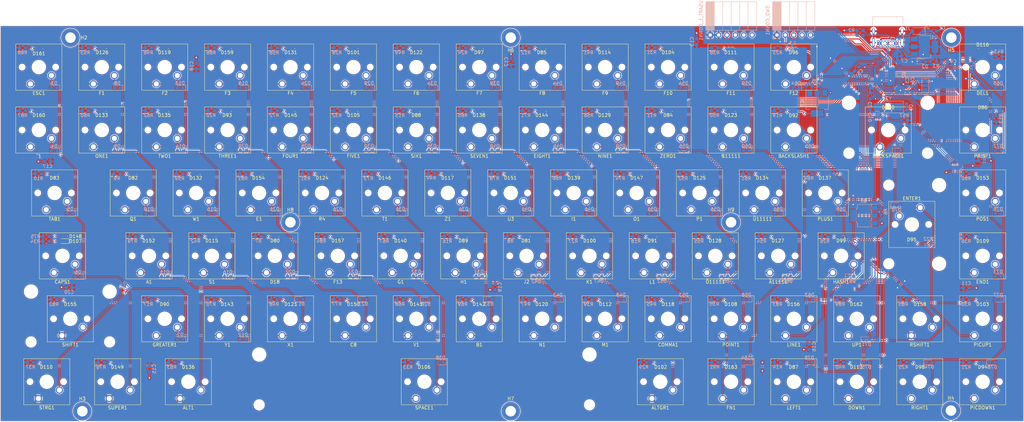
<source format=kicad_pcb>
(kicad_pcb (version 20171130) (host pcbnew "(5.1.9)-1")
  (layers (0 F.Cu signal) (31 B.Cu signal) (34 B.Paste user) (35 F.Paste user) (36 B.SilkS user) (37 F.SilkS user) (38 B.Mask user) (39 F.Mask user) (44 Edge.Cuts user))
  (net 0 "")
  (net 1 PA1)
  (net 2 "Net-(D4-Pad2)")
  (net 3 "Net-(A1-Pad2)")
  (net 4 PA3)
  (net 5 GND)
  (net 6 PA15)
  (net 7 PA5)
  (net 8 PA4)
  (net 9 "Net-(B1-Pad2)")
  (net 10 "Net-(BACKSLASH1-Pad2)")
  (net 11 "Net-(BACKSPACE1-Pad2)")
  (net 12 5V)
  (net 13 3V3)
  (net 14 "Net-(C8-Pad2)")
  (net 15 "Net-(CAPS1-Pad2)")
  (net 16 "Net-(COMMA1-Pad2)")
  (net 17 "Net-(D1-Pad2)")
  (net 18 "Net-(D2-Pad2)")
  (net 19 PB0)
  (net 20 "Net-(D3-Pad2)")
  (net 21 "Net-(D5-Pad2)")
  (net 22 "Net-(D7-Pad2)")
  (net 23 "Net-(D8-Pad2)")
  (net 24 PB1)
  (net 25 "Net-(D9-Pad2)")
  (net 26 "Net-(D10-Pad2)")
  (net 27 "Net-(D12-Pad2)")
  (net 28 "Net-(D13-Pad2)")
  (net 29 PB2)
  (net 30 "Net-(D14-Pad2)")
  (net 31 "Net-(D15-Pad2)")
  (net 32 "Net-(D16-Pad2)")
  (net 33 "Net-(D17-Pad2)")
  (net 34 "Net-(D18-Pad2)")
  (net 35 "Net-(D19-Pad2)")
  (net 36 PB3)
  (net 37 "Net-(D20-Pad2)")
  (net 38 "Net-(D21-Pad2)")
  (net 39 "Net-(D24-Pad2)")
  (net 40 PB4)
  (net 41 "Net-(D25-Pad2)")
  (net 42 "Net-(D26-Pad2)")
  (net 43 "Net-(D27-Pad2)")
  (net 44 "Net-(D28-Pad2)")
  (net 45 PB5)
  (net 46 "Net-(D29-Pad2)")
  (net 47 "Net-(D30-Pad2)")
  (net 48 "Net-(D31-Pad2)")
  (net 49 "Net-(D32-Pad2)")
  (net 50 "Net-(D34-Pad2)")
  (net 51 PB6)
  (net 52 "Net-(D35-Pad2)")
  (net 53 "Net-(D36-Pad2)")
  (net 54 "Net-(D37-Pad2)")
  (net 55 "Net-(D38-Pad2)")
  (net 56 "Net-(D39-Pad2)")
  (net 57 PB7)
  (net 58 "Net-(D40-Pad2)")
  (net 59 "Net-(D41-Pad2)")
  (net 60 "Net-(D42-Pad2)")
  (net 61 "Net-(D43-Pad2)")
  (net 62 PB8)
  (net 63 "Net-(D44-Pad2)")
  (net 64 "Net-(D45-Pad2)")
  (net 65 "Net-(D46-Pad2)")
  (net 66 "Net-(D47-Pad2)")
  (net 67 "Net-(D48-Pad2)")
  (net 68 PB9)
  (net 69 "Net-(D49-Pad2)")
  (net 70 "Net-(D50-Pad2)")
  (net 71 "Net-(D51-Pad2)")
  (net 72 "Net-(D52-Pad2)")
  (net 73 "Net-(D54-Pad2)")
  (net 74 PB10)
  (net 75 "Net-(D55-Pad2)")
  (net 76 "Net-(D56-Pad2)")
  (net 77 "Net-(D57-Pad2)")
  (net 78 "Net-(D58-Pad2)")
  (net 79 "Net-(D59-Pad2)")
  (net 80 PB11)
  (net 81 "Net-(D60-Pad2)")
  (net 82 "Net-(D61-Pad2)")
  (net 83 "Net-(D62-Pad2)")
  (net 84 "Net-(D63-Pad2)")
  (net 85 PB12)
  (net 86 "Net-(D64-Pad2)")
  (net 87 "Net-(D66-Pad2)")
  (net 88 "Net-(D67-Pad2)")
  (net 89 PB13)
  (net 90 "Net-(D68-Pad2)")
  (net 91 "Net-(D70-Pad2)")
  (net 92 "Net-(D71-Pad2)")
  (net 93 PB14)
  (net 94 "Net-(D72-Pad2)")
  (net 95 "Net-(D73-Pad2)")
  (net 96 "Net-(D74-Pad2)")
  (net 97 "Net-(D75-Pad2)")
  (net 98 "Net-(D76-Pad2)")
  (net 99 PB15)
  (net 100 "Net-(D77-Pad2)")
  (net 101 "Net-(D78-Pad2)")
  (net 102 "Net-(D79-Pad2)")
  (net 103 PA0)
  (net 104 PA2)
  (net 105 "Net-(J1-PadA5)")
  (net 106 USB_DP)
  (net 107 USB_DM)
  (net 108 "Net-(J1-PadA8)")
  (net 109 "Net-(J1-PadB5)")
  (net 110 "Net-(J1-PadB8)")
  (net 111 "Net-(JP1-Pad2)")
  (net 112 PA6)
  (net 113 PA7)
  (net 114 PC14)
  (net 115 PC15)
  (net 116 NRST)
  (net 117 SWDCLK)
  (net 118 SWDIO)
  (net 119 CAPS_LIGHT)
  (net 120 OSC_IN)
  (net 121 OSC_OUT)
  (net 122 BACK_LIGHT)
  (net 123 USART_1_TX)
  (net 124 USART_1_RX)
  (net 125 "Net-(USART_1_CONN1-Pad6)")
  (net 126 LED_GND)
  (net 127 "Net-(D80-Pad2)")
  (net 128 "Net-(D81-Pad2)")
  (net 129 "Net-(D82-Pad2)")
  (net 130 "Net-(D83-Pad2)")
  (net 131 "Net-(D84-Pad2)")
  (net 132 "Net-(D85-Pad2)")
  (net 133 "Net-(D86-Pad2)")
  (net 134 "Net-(D87-Pad2)")
  (net 135 "Net-(D88-Pad2)")
  (net 136 "Net-(D89-Pad2)")
  (net 137 "Net-(D90-Pad2)")
  (net 138 "Net-(D91-Pad2)")
  (net 139 "Net-(D92-Pad2)")
  (net 140 "Net-(D93-Pad2)")
  (net 141 "Net-(D94-Pad2)")
  (net 142 "Net-(D95-Pad2)")
  (net 143 "Net-(D96-Pad2)")
  (net 144 "Net-(D97-Pad2)")
  (net 145 "Net-(D98-Pad2)")
  (net 146 "Net-(D99-Pad2)")
  (net 147 "Net-(D100-Pad2)")
  (net 148 "Net-(D101-Pad2)")
  (net 149 "Net-(D102-Pad2)")
  (net 150 "Net-(D103-Pad2)")
  (net 151 "Net-(D104-Pad2)")
  (net 152 "Net-(D105-Pad2)")
  (net 153 "Net-(D106-Pad2)")
  (net 154 CAPS_LED_GND)
  (net 155 "Net-(D107-Pad2)")
  (net 156 "Net-(D108-Pad2)")
  (net 157 "Net-(D109-Pad2)")
  (net 158 "Net-(D110-Pad2)")
  (net 159 "Net-(D111-Pad2)")
  (net 160 "Net-(D112-Pad2)")
  (net 161 "Net-(D113-Pad2)")
  (net 162 "Net-(D114-Pad2)")
  (net 163 "Net-(D115-Pad2)")
  (net 164 "Net-(D116-Pad2)")
  (net 165 "Net-(D117-Pad2)")
  (net 166 "Net-(D118-Pad2)")
  (net 167 "Net-(D119-Pad2)")
  (net 168 "Net-(D120-Pad2)")
  (net 169 "Net-(D121-Pad2)")
  (net 170 "Net-(D122-Pad2)")
  (net 171 "Net-(D123-Pad2)")
  (net 172 "Net-(D124-Pad2)")
  (net 173 "Net-(D125-Pad2)")
  (net 174 "Net-(D126-Pad2)")
  (net 175 "Net-(D127-Pad2)")
  (net 176 "Net-(D128-Pad2)")
  (net 177 "Net-(D129-Pad2)")
  (net 178 "Net-(D130-Pad2)")
  (net 179 "Net-(D131-Pad2)")
  (net 180 "Net-(D132-Pad2)")
  (net 181 "Net-(D133-Pad2)")
  (net 182 "Net-(D134-Pad2)")
  (net 183 "Net-(D135-Pad2)")
  (net 184 "Net-(D136-Pad2)")
  (net 185 "Net-(D137-Pad2)")
  (net 186 "Net-(D138-Pad2)")
  (net 187 "Net-(D139-Pad2)")
  (net 188 "Net-(D140-Pad2)")
  (net 189 "Net-(D141-Pad2)")
  (net 190 "Net-(D142-Pad2)")
  (net 191 "Net-(D143-Pad2)")
  (net 192 "Net-(D144-Pad2)")
  (net 193 "Net-(D145-Pad2)")
  (net 194 "Net-(D146-Pad2)")
  (net 195 "Net-(D147-Pad2)")
  (net 196 "Net-(D148-Pad2)")
  (net 197 "Net-(D149-Pad2)")
  (net 198 "Net-(D150-Pad2)")
  (net 199 "Net-(D151-Pad2)")
  (net 200 "Net-(D152-Pad2)")
  (net 201 "Net-(D153-Pad2)")
  (net 202 "Net-(D154-Pad2)")
  (net 203 "Net-(D155-Pad2)")
  (net 204 "Net-(D156-Pad2)")
  (net 205 "Net-(D157-Pad2)")
  (net 206 "Net-(D158-Pad2)")
  (net 207 "Net-(D159-Pad2)")
  (net 208 "Net-(D160-Pad2)")
  (net 209 "Net-(D161-Pad2)")
  (net 210 "Net-(D162-Pad2)")
  (net 211 "Net-(D163-Pad2)")
  (net 212 "Net-(D164-Pad2)")
  (module Capacitor_SMD:C_0603_1608Metric_Pad1.08x0.95mm_HandSolder (layer B.Cu) (at 329.2 75.2 90)
    (fp_text reference C6 (at 2.6 0.1 90) (layer B.SilkS) (effects (justify mirror)))
    (fp_text value 100n)
    (pad 1 smd roundrect (at -0.8625 0 90) (size 1.075 0.95) (layers B.Cu B.Paste B.Mask) (net 13 3V3))
    (pad 2 smd roundrect (at 0.8625 0 90) (size 1.075 0.95) (layers B.Cu B.Paste B.Mask) (net 5 GND))
  )
  (module Capacitor_SMD:C_0603_1608Metric_Pad1.08x0.95mm_HandSolder (layer B.Cu) (at 327.7 75.2 90)
    (fp_text reference C3 (at 2.6 0 90) (layer B.SilkS) (effects (justify mirror)))
    (fp_text value 100n)
    (pad 1 smd roundrect (at -0.8625 0 90) (size 1.075 0.95) (layers B.Cu B.Paste B.Mask) (net 13 3V3))
    (pad 2 smd roundrect (at 0.8625 0 90) (size 1.075 0.95) (layers B.Cu B.Paste B.Mask) (net 5 GND))
  )
  (module Button_Switch_Keyboard:SW_Cherry_MX_1.00u_PCB (layer F.Cu) (at 100.3 73.7 180)
    (fp_text reference F2 (at -2.54 -2.794) (layer F.SilkS))
    (fp_text value SW_Push)
    (pad 1 thru_hole circle (at 0 0 180) (size 2.2 2.2) (drill 1.5) (layers *.Cu *.Mask) (net 103 PA0))
    (pad 2 thru_hole circle (at -6.35 2.54 180) (size 2.2 2.2) (drill 1.5) (layers *.Cu *.Mask) (net 28 "Net-(D13-Pad2)"))
    (pad "" np_thru_hole circle (at -2.54 5.08 180) (size 4 4) (drill 4) (layers *.Cu *.Mask))
    (pad "" np_thru_hole circle (at -7.62 5.08 180) (size 1.7 1.7) (drill 1.7) (layers *.Cu *.Mask))
    (pad "" np_thru_hole circle (at 2.54 5.08 180) (size 1.7 1.7) (drill 1.7) (layers *.Cu *.Mask))
  )
  (module Button_Switch_Keyboard:SW_Cherry_MX_1.00u_PCB (layer F.Cu) (at 62.2 92.75 180)
    (fp_text reference ^1 (at -2.54 -2.794) (layer F.SilkS))
    (fp_text value SW_Push)
    (pad 1 thru_hole circle (at 0 0 180) (size 2.2 2.2) (drill 1.5) (layers *.Cu *.Mask) (net 1 PA1))
    (pad 2 thru_hole circle (at -6.35 2.54 180) (size 2.2 2.2) (drill 1.5) (layers *.Cu *.Mask) (net 2 "Net-(D4-Pad2)"))
    (pad "" np_thru_hole circle (at -2.54 5.08 180) (size 4 4) (drill 4) (layers *.Cu *.Mask))
    (pad "" np_thru_hole circle (at -7.62 5.08 180) (size 1.7 1.7) (drill 1.7) (layers *.Cu *.Mask))
    (pad "" np_thru_hole circle (at 2.54 5.08 180) (size 1.7 1.7) (drill 1.7) (layers *.Cu *.Mask))
  )
  (module Button_Switch_Keyboard:SW_Cherry_MX_1.00u_PCB (layer F.Cu) (at 95.55 130.85 180)
    (fp_text reference A1 (at -2.54 -2.794) (layer F.SilkS))
    (fp_text value SW_Push)
    (pad "" np_thru_hole circle (at 2.54 5.08 180) (size 1.7 1.7) (drill 1.7) (layers *.Cu *.Mask))
    (pad "" np_thru_hole circle (at -7.62 5.08 180) (size 1.7 1.7) (drill 1.7) (layers *.Cu *.Mask))
    (pad "" np_thru_hole circle (at -2.54 5.08 180) (size 4 4) (drill 4) (layers *.Cu *.Mask))
    (pad 2 thru_hole circle (at -6.35 2.54 180) (size 2.2 2.2) (drill 1.5) (layers *.Cu *.Mask) (net 3 "Net-(A1-Pad2)"))
    (pad 1 thru_hole circle (at 0 0 180) (size 2.2 2.2) (drill 1.5) (layers *.Cu *.Mask) (net 4 PA3))
  )
  (module Button_Switch_Keyboard:SW_Cherry_MX_1.25u_PCB (layer F.Cu) (at 107.47 168.95 180)
    (fp_text reference ALT1 (at -2.54 -2.794) (layer F.SilkS))
    (fp_text value SW_Push)
    (pad 1 thru_hole circle (at 0 0 180) (size 2.2 2.2) (drill 1.5) (layers *.Cu *.Mask) (net 5 GND))
    (pad 2 thru_hole circle (at -6.35 2.54 180) (size 2.2 2.2) (drill 1.5) (layers *.Cu *.Mask) (net 6 PA15))
    (pad "" np_thru_hole circle (at -2.54 5.08 180) (size 4 4) (drill 4) (layers *.Cu *.Mask))
    (pad "" np_thru_hole circle (at -7.62 5.08 180) (size 1.7 1.7) (drill 1.7) (layers *.Cu *.Mask))
    (pad "" np_thru_hole circle (at 2.54 5.08 180) (size 1.7 1.7) (drill 1.7) (layers *.Cu *.Mask))
  )
  (module Button_Switch_Keyboard:SW_Cherry_MX_1.25u_PCB (layer F.Cu) (at 250.35 168.95 180)
    (fp_text reference ALTGR1 (at -2.54 -2.794) (layer F.SilkS))
    (fp_text value SW_Push)
    (pad 1 thru_hole circle (at 0 0 180) (size 2.2 2.2) (drill 1.5) (layers *.Cu *.Mask) (net 5 GND))
    (pad 2 thru_hole circle (at -6.35 2.54 180) (size 2.2 2.2) (drill 1.5) (layers *.Cu *.Mask) (net 7 PA5))
    (pad "" np_thru_hole circle (at -2.54 5.08 180) (size 4 4) (drill 4) (layers *.Cu *.Mask))
    (pad "" np_thru_hole circle (at -7.62 5.08 180) (size 1.7 1.7) (drill 1.7) (layers *.Cu *.Mask))
    (pad "" np_thru_hole circle (at 2.54 5.08 180) (size 1.7 1.7) (drill 1.7) (layers *.Cu *.Mask))
  )
  (module Button_Switch_Keyboard:SW_Cherry_MX_1.00u_PCB (layer F.Cu) (at 195.545 149.9 180)
    (fp_text reference B1 (at -2.54 -2.794) (layer F.SilkS))
    (fp_text value SW_Push)
    (pad 1 thru_hole circle (at 0 0 180) (size 2.2 2.2) (drill 1.5) (layers *.Cu *.Mask) (net 8 PA4))
    (pad 2 thru_hole circle (at -6.35 2.54 180) (size 2.2 2.2) (drill 1.5) (layers *.Cu *.Mask) (net 9 "Net-(B1-Pad2)"))
    (pad "" np_thru_hole circle (at -2.54 5.08 180) (size 4 4) (drill 4) (layers *.Cu *.Mask))
    (pad "" np_thru_hole circle (at -7.62 5.08 180) (size 1.7 1.7) (drill 1.7) (layers *.Cu *.Mask))
    (pad "" np_thru_hole circle (at 2.54 5.08 180) (size 1.7 1.7) (drill 1.7) (layers *.Cu *.Mask))
  )
  (module Button_Switch_Keyboard:SW_Cherry_MX_1.00u_PCB (layer F.Cu) (at 290.8 92.75 180)
    (fp_text reference BACKSLASH1 (at -2.54 -2.794) (layer F.SilkS))
    (fp_text value SW_Push)
    (pad "" np_thru_hole circle (at 2.54 5.08 180) (size 1.7 1.7) (drill 1.7) (layers *.Cu *.Mask))
    (pad "" np_thru_hole circle (at -7.62 5.08 180) (size 1.7 1.7) (drill 1.7) (layers *.Cu *.Mask))
    (pad "" np_thru_hole circle (at -2.54 5.08 180) (size 4 4) (drill 4) (layers *.Cu *.Mask))
    (pad 2 thru_hole circle (at -6.35 2.54 180) (size 2.2 2.2) (drill 1.5) (layers *.Cu *.Mask) (net 10 "Net-(BACKSLASH1-Pad2)"))
    (pad 1 thru_hole circle (at 0 0 180) (size 2.2 2.2) (drill 1.5) (layers *.Cu *.Mask) (net 1 PA1))
  )
  (module Button_Switch_Keyboard:SW_Cherry_MX_2.00u_PCB (layer F.Cu) (at 319.375 92.75 180)
    (fp_text reference BACKSPACE1 (at -2.54 -2.794) (layer F.SilkS))
    (fp_text value SW_Push)
    (pad 1 thru_hole circle (at 0 0 180) (size 2.2 2.2) (drill 1.5) (layers *.Cu *.Mask) (net 1 PA1))
    (pad 2 thru_hole circle (at -6.35 2.54 180) (size 2.2 2.2) (drill 1.5) (layers *.Cu *.Mask) (net 11 "Net-(BACKSPACE1-Pad2)"))
    (pad "" np_thru_hole circle (at -2.54 5.08 180) (size 4 4) (drill 4) (layers *.Cu *.Mask))
    (pad "" np_thru_hole circle (at -7.62 5.08 180) (size 1.7 1.7) (drill 1.7) (layers *.Cu *.Mask))
    (pad "" np_thru_hole circle (at 2.54 5.08 180) (size 1.7 1.7) (drill 1.7) (layers *.Cu *.Mask))
    (pad "" np_thru_hole circle (at 9.36 13.32 180) (size 4 4) (drill 4) (layers *.Cu *.Mask))
    (pad "" np_thru_hole circle (at -14.44 13.32 180) (size 4 4) (drill 4) (layers *.Cu *.Mask))
    (pad "" np_thru_hole circle (at -14.44 -1.92 180) (size 3.05 3.05) (drill 3.05) (layers *.Cu *.Mask))
    (pad "" np_thru_hole circle (at 9.36 -1.92 180) (size 3.05 3.05) (drill 3.05) (layers *.Cu *.Mask))
  )
  (module Capacitor_SMD:C_0603_1608Metric_Pad1.08x0.95mm_HandSolder (layer B.Cu) (at 335.7 57.7)
    (fp_text reference C1 (at 2.5 -0.9) (layer B.SilkS) (effects (justify mirror)))
    (fp_text value 100n)
    (pad 2 smd roundrect (at 0.8625 0) (size 1.075 0.95) (layers B.Cu B.Paste B.Mask) (net 5 GND))
    (pad 1 smd roundrect (at -0.8625 0) (size 1.075 0.95) (layers B.Cu B.Paste B.Mask) (net 12 5V))
  )
  (module Capacitor_SMD:C_0603_1608Metric_Pad1.08x0.95mm_HandSolder (layer B.Cu) (at 316.4 77.3 270)
    (fp_text reference C2 (at 2.7 0 90) (layer B.SilkS) (effects (justify mirror)))
    (fp_text value 100n)
    (pad 2 smd roundrect (at 0.8625 0 270) (size 1.075 0.95) (layers B.Cu B.Paste B.Mask) (net 5 GND))
    (pad 1 smd roundrect (at -0.8625 0 270) (size 1.075 0.95) (layers B.Cu B.Paste B.Mask) (net 13 3V3))
  )
  (module Capacitor_SMD:C_0603_1608Metric_Pad1.08x0.95mm_HandSolder (layer B.Cu) (at 339 66.9 180)
    (fp_text reference C4 (at -2.6 0) (layer B.SilkS) (effects (justify mirror)))
    (fp_text value 10u)
    (pad 1 smd roundrect (at -0.8625 0 180) (size 1.075 0.95) (layers B.Cu B.Paste B.Mask) (net 13 3V3))
    (pad 2 smd roundrect (at 0.8625 0 180) (size 1.075 0.95) (layers B.Cu B.Paste B.Mask) (net 5 GND))
  )
  (module Capacitor_SMD:C_0603_1608Metric_Pad1.08x0.95mm_HandSolder (layer B.Cu) (at 312.4 69.1 45)
    (fp_text reference C5 (at 0 1.43 45) (layer B.SilkS) (effects (justify mirror)))
    (fp_text value 100n)
    (pad 2 smd roundrect (at 0.8625 0 45) (size 1.075 0.95) (layers B.Cu B.Paste B.Mask) (net 5 GND))
    (pad 1 smd roundrect (at -0.8625 0 45) (size 1.075 0.95) (layers B.Cu B.Paste B.Mask) (net 13 3V3))
  )
  (module Capacitor_SMD:C_0603_1608Metric_Pad1.08x0.95mm_HandSolder (layer B.Cu) (at 326.8 65.3)
    (fp_text reference C7 (at 0 1.43) (layer B.SilkS) (effects (justify mirror)))
    (fp_text value 100n)
    (pad 1 smd roundrect (at -0.8625 0) (size 1.075 0.95) (layers B.Cu B.Paste B.Mask) (net 13 3V3))
    (pad 2 smd roundrect (at 0.8625 0) (size 1.075 0.95) (layers B.Cu B.Paste B.Mask) (net 5 GND))
  )
  (module Button_Switch_Keyboard:SW_Cherry_MX_1.00u_PCB (layer F.Cu) (at 157.445 149.9 180)
    (fp_text reference C8 (at -2.54 -2.794) (layer F.SilkS))
    (fp_text value SW_Push)
    (pad "" np_thru_hole circle (at 2.54 5.08 180) (size 1.7 1.7) (drill 1.7) (layers *.Cu *.Mask))
    (pad "" np_thru_hole circle (at -7.62 5.08 180) (size 1.7 1.7) (drill 1.7) (layers *.Cu *.Mask))
    (pad "" np_thru_hole circle (at -2.54 5.08 180) (size 4 4) (drill 4) (layers *.Cu *.Mask))
    (pad 2 thru_hole circle (at -6.35 2.54 180) (size 2.2 2.2) (drill 1.5) (layers *.Cu *.Mask) (net 14 "Net-(C8-Pad2)"))
    (pad 1 thru_hole circle (at 0 0 180) (size 2.2 2.2) (drill 1.5) (layers *.Cu *.Mask) (net 8 PA4))
  )
  (module Button_Switch_Keyboard:SW_Cherry_MX_1.75u_PCB (layer F.Cu) (at 69.35 130.85 180)
    (fp_text reference CAPS1 (at -2.54 -2.794) (layer F.SilkS))
    (fp_text value SW_Push)
    (pad 1 thru_hole circle (at 0 0 180) (size 2.2 2.2) (drill 1.5) (layers *.Cu *.Mask) (net 4 PA3))
    (pad 2 thru_hole circle (at -6.35 2.54 180) (size 2.2 2.2) (drill 1.5) (layers *.Cu *.Mask) (net 15 "Net-(CAPS1-Pad2)"))
    (pad "" np_thru_hole circle (at -2.54 5.08 180) (size 4 4) (drill 4) (layers *.Cu *.Mask))
    (pad "" np_thru_hole circle (at -7.62 5.08 180) (size 1.7 1.7) (drill 1.7) (layers *.Cu *.Mask))
    (pad "" np_thru_hole circle (at 2.54 5.08 180) (size 1.7 1.7) (drill 1.7) (layers *.Cu *.Mask))
  )
  (module Button_Switch_Keyboard:SW_Cherry_MX_1.00u_PCB (layer F.Cu) (at 252.695 149.9 180)
    (fp_text reference COMMA1 (at -2.54 -2.794) (layer F.SilkS))
    (fp_text value SW_Push)
    (pad "" np_thru_hole circle (at 2.54 5.08 180) (size 1.7 1.7) (drill 1.7) (layers *.Cu *.Mask))
    (pad "" np_thru_hole circle (at -7.62 5.08 180) (size 1.7 1.7) (drill 1.7) (layers *.Cu *.Mask))
    (pad "" np_thru_hole circle (at -2.54 5.08 180) (size 4 4) (drill 4) (layers *.Cu *.Mask))
    (pad 2 thru_hole circle (at -6.35 2.54 180) (size 2.2 2.2) (drill 1.5) (layers *.Cu *.Mask) (net 16 "Net-(COMMA1-Pad2)"))
    (pad 1 thru_hole circle (at 0 0 180) (size 2.2 2.2) (drill 1.5) (layers *.Cu *.Mask) (net 8 PA4))
  )
  (module Diode_SMD:D_SOD-123 (layer B.Cu) (at 330.9 57.7 180)
    (fp_text reference D1 (at -2.6 1.1 180) (layer B.SilkS) (effects (justify mirror)))
    (fp_text value MBR0520)
    (pad 1 smd rect (at -1.65 0 180) (size 0.9 1.2) (layers B.Cu B.Paste B.Mask) (net 12 5V))
    (pad 2 smd rect (at 1.65 0 180) (size 0.9 1.2) (layers B.Cu B.Paste B.Mask) (net 17 "Net-(D1-Pad2)"))
  )
  (module LED_SMD:LED_0603_1608Metric_Pad1.05x0.95mm_HandSolder (layer B.Cu) (at 332.3 66.9)
    (fp_text reference D2 (at 0.7 1.6) (layer B.SilkS) (effects (justify mirror)))
    (fp_text value "LED red")
    (pad 1 smd roundrect (at -0.875 0) (size 1.05 0.95) (layers B.Cu B.Paste B.Mask) (net 5 GND))
    (pad 2 smd roundrect (at 0.875 0) (size 1.05 0.95) (layers B.Cu B.Paste B.Mask) (net 18 "Net-(D2-Pad2)"))
  )
  (module Diode_SMD:D_0603_1608Metric_Pad1.05x0.95mm_HandSolder (layer B.Cu) (at 69.4 74.9 180)
    (fp_text reference D3 (at 0 1.43) (layer B.SilkS) (effects (justify mirror)))
    (fp_text value 1N4148)
    (pad 1 smd roundrect (at -0.875 0 180) (size 1.05 0.95) (layers B.Cu B.Paste B.Mask) (net 19 PB0))
    (pad 2 smd roundrect (at 0.875 0 180) (size 1.05 0.95) (layers B.Cu B.Paste B.Mask) (net 20 "Net-(D3-Pad2)"))
  )
  (module Diode_SMD:D_0603_1608Metric_Pad1.05x0.95mm_HandSolder (layer B.Cu) (at 69.4 94 180)
    (fp_text reference D4 (at 0 1.43) (layer B.SilkS) (effects (justify mirror)))
    (fp_text value 1N4148)
    (pad 2 smd roundrect (at 0.875 0 180) (size 1.05 0.95) (layers B.Cu B.Paste B.Mask) (net 2 "Net-(D4-Pad2)"))
    (pad 1 smd roundrect (at -0.875 0 180) (size 1.05 0.95) (layers B.Cu B.Paste B.Mask) (net 19 PB0))
  )
  (module Diode_SMD:D_0603_1608Metric_Pad1.05x0.95mm_HandSolder (layer B.Cu) (at 74.175 113 180)
    (fp_text reference D5 (at 0 1.43) (layer B.SilkS) (effects (justify mirror)))
    (fp_text value 1N4148)
    (pad 1 smd roundrect (at -0.875 0 180) (size 1.05 0.95) (layers B.Cu B.Paste B.Mask) (net 19 PB0))
    (pad 2 smd roundrect (at 0.875 0 180) (size 1.05 0.95) (layers B.Cu B.Paste B.Mask) (net 21 "Net-(D5-Pad2)"))
  )
  (module Diode_SMD:D_0603_1608Metric_Pad1.05x0.95mm_HandSolder (layer B.Cu) (at 76.6 132.1 180)
    (fp_text reference D6 (at 0 1.43) (layer B.SilkS) (effects (justify mirror)))
    (fp_text value 1N4148)
    (pad 2 smd roundrect (at 0.875 0 180) (size 1.05 0.95) (layers B.Cu B.Paste B.Mask) (net 15 "Net-(CAPS1-Pad2)"))
    (pad 1 smd roundrect (at -0.875 0 180) (size 1.05 0.95) (layers B.Cu B.Paste B.Mask) (net 19 PB0))
  )
  (module Diode_SMD:D_0603_1608Metric_Pad1.05x0.95mm_HandSolder (layer B.Cu) (at 107.57 151.1 180)
    (fp_text reference D7 (at 0 1.43) (layer B.SilkS) (effects (justify mirror)))
    (fp_text value 1N4148)
    (pad 2 smd roundrect (at 0.875 0 180) (size 1.05 0.95) (layers B.Cu B.Paste B.Mask) (net 22 "Net-(D7-Pad2)"))
    (pad 1 smd roundrect (at -0.875 0 180) (size 1.05 0.95) (layers B.Cu B.Paste B.Mask) (net 19 PB0))
  )
  (module Diode_SMD:D_0603_1608Metric_Pad1.05x0.95mm_HandSolder (layer B.Cu) (at 88.5 74.9 180)
    (fp_text reference D8 (at 0 1.43) (layer B.SilkS) (effects (justify mirror)))
    (fp_text value 1N4148)
    (pad 2 smd roundrect (at 0.875 0 180) (size 1.05 0.95) (layers B.Cu B.Paste B.Mask) (net 23 "Net-(D8-Pad2)"))
    (pad 1 smd roundrect (at -0.875 0 180) (size 1.05 0.95) (layers B.Cu B.Paste B.Mask) (net 24 PB1))
  )
  (module Diode_SMD:D_0603_1608Metric_Pad1.05x0.95mm_HandSolder (layer B.Cu) (at 88.5 94 180)
    (fp_text reference D9 (at 0 1.43) (layer B.SilkS) (effects (justify mirror)))
    (fp_text value 1N4148)
    (pad 2 smd roundrect (at 0.875 0 180) (size 1.05 0.95) (layers B.Cu B.Paste B.Mask) (net 25 "Net-(D9-Pad2)"))
    (pad 1 smd roundrect (at -0.875 0 180) (size 1.05 0.95) (layers B.Cu B.Paste B.Mask) (net 24 PB1))
  )
  (module Diode_SMD:D_0603_1608Metric_Pad1.05x0.95mm_HandSolder (layer B.Cu) (at 98 113 180)
    (fp_text reference D10 (at 0 1.43) (layer B.SilkS) (effects (justify mirror)))
    (fp_text value 1N4148)
    (pad 2 smd roundrect (at 0.875 0 180) (size 1.05 0.95) (layers B.Cu B.Paste B.Mask) (net 26 "Net-(D10-Pad2)"))
    (pad 1 smd roundrect (at -0.875 0 180) (size 1.05 0.95) (layers B.Cu B.Paste B.Mask) (net 24 PB1))
  )
  (module Diode_SMD:D_0603_1608Metric_Pad1.05x0.95mm_HandSolder (layer B.Cu) (at 102.8 132.1 180)
    (fp_text reference D11 (at 0 1.43) (layer B.SilkS) (effects (justify mirror)))
    (fp_text value 1N4148)
    (pad 1 smd roundrect (at -0.875 0 180) (size 1.05 0.95) (layers B.Cu B.Paste B.Mask) (net 24 PB1))
    (pad 2 smd roundrect (at 0.875 0 180) (size 1.05 0.95) (layers B.Cu B.Paste B.Mask) (net 3 "Net-(A1-Pad2)"))
  )
  (module Diode_SMD:D_0603_1608Metric_Pad1.05x0.95mm_HandSolder (layer B.Cu) (at 126.57 151.1 180)
    (fp_text reference D12 (at 0 1.43) (layer B.SilkS) (effects (justify mirror)))
    (fp_text value 1N4148)
    (pad 1 smd roundrect (at -0.875 0 180) (size 1.05 0.95) (layers B.Cu B.Paste B.Mask) (net 24 PB1))
    (pad 2 smd roundrect (at 0.875 0 180) (size 1.05 0.95) (layers B.Cu B.Paste B.Mask) (net 27 "Net-(D12-Pad2)"))
  )
  (module Diode_SMD:D_0603_1608Metric_Pad1.05x0.95mm_HandSolder (layer B.Cu) (at 107.5 74.9 180)
    (fp_text reference D13 (at 0 1.43) (layer B.SilkS) (effects (justify mirror)))
    (fp_text value 1N4148)
    (pad 2 smd roundrect (at 0.875 0 180) (size 1.05 0.95) (layers B.Cu B.Paste B.Mask) (net 28 "Net-(D13-Pad2)"))
    (pad 1 smd roundrect (at -0.875 0 180) (size 1.05 0.95) (layers B.Cu B.Paste B.Mask) (net 29 PB2))
  )
  (module Diode_SMD:D_0603_1608Metric_Pad1.05x0.95mm_HandSolder (layer B.Cu) (at 107.6 94 180)
    (fp_text reference D14 (at 0 1.43) (layer B.SilkS) (effects (justify mirror)))
    (fp_text value 1N4148)
    (pad 1 smd roundrect (at -0.875 0 180) (size 1.05 0.95) (layers B.Cu B.Paste B.Mask) (net 29 PB2))
    (pad 2 smd roundrect (at 0.875 0 180) (size 1.05 0.95) (layers B.Cu B.Paste B.Mask) (net 30 "Net-(D14-Pad2)"))
  )
  (module Diode_SMD:D_0603_1608Metric_Pad1.05x0.95mm_HandSolder (layer B.Cu) (at 117.1 113 180)
    (fp_text reference D15 (at 0 1.43) (layer B.SilkS) (effects (justify mirror)))
    (fp_text value 1N4148)
    (pad 1 smd roundrect (at -0.875 0 180) (size 1.05 0.95) (layers B.Cu B.Paste B.Mask) (net 29 PB2))
    (pad 2 smd roundrect (at 0.875 0 180) (size 1.05 0.95) (layers B.Cu B.Paste B.Mask) (net 31 "Net-(D15-Pad2)"))
  )
  (module Diode_SMD:D_0603_1608Metric_Pad1.05x0.95mm_HandSolder (layer B.Cu) (at 121.9 132.1 180)
    (fp_text reference D16 (at 0 1.43) (layer B.SilkS) (effects (justify mirror)))
    (fp_text value 1N4148)
    (pad 2 smd roundrect (at 0.875 0 180) (size 1.05 0.95) (layers B.Cu B.Paste B.Mask) (net 32 "Net-(D16-Pad2)"))
    (pad 1 smd roundrect (at -0.875 0 180) (size 1.05 0.95) (layers B.Cu B.Paste B.Mask) (net 29 PB2))
  )
  (module Diode_SMD:D_0603_1608Metric_Pad1.05x0.95mm_HandSolder (layer B.Cu) (at 143.8 138.9)
    (fp_text reference D17 (at 0 1.43) (layer B.SilkS) (effects (justify mirror)))
    (fp_text value 1N4148)
    (pad 2 smd roundrect (at 0.875 0) (size 1.05 0.95) (layers B.Cu B.Paste B.Mask) (net 33 "Net-(D17-Pad2)"))
    (pad 1 smd roundrect (at -0.875 0) (size 1.05 0.95) (layers B.Cu B.Paste B.Mask) (net 29 PB2))
  )
  (module Button_Switch_Keyboard:SW_Cherry_MX_1.00u_PCB (layer F.Cu) (at 133.65 130.85 180)
    (fp_text reference D18 (at -2.54 -2.794) (layer F.SilkS))
    (fp_text value SW_Push)
    (pad 1 thru_hole circle (at 0 0 180) (size 2.2 2.2) (drill 1.5) (layers *.Cu *.Mask) (net 4 PA3))
    (pad 2 thru_hole circle (at -6.35 2.54 180) (size 2.2 2.2) (drill 1.5) (layers *.Cu *.Mask) (net 34 "Net-(D18-Pad2)"))
    (pad "" np_thru_hole circle (at -2.54 5.08 180) (size 4 4) (drill 4) (layers *.Cu *.Mask))
    (pad "" np_thru_hole circle (at -7.62 5.08 180) (size 1.7 1.7) (drill 1.7) (layers *.Cu *.Mask))
    (pad "" np_thru_hole circle (at 2.54 5.08 180) (size 1.7 1.7) (drill 1.7) (layers *.Cu *.Mask))
  )
  (module Diode_SMD:D_0603_1608Metric_Pad1.05x0.95mm_HandSolder (layer B.Cu) (at 126.6 74.9 180)
    (fp_text reference D19 (at 0 1.43) (layer B.SilkS) (effects (justify mirror)))
    (fp_text value 1N4148)
    (pad 2 smd roundrect (at 0.875 0 180) (size 1.05 0.95) (layers B.Cu B.Paste B.Mask) (net 35 "Net-(D19-Pad2)"))
    (pad 1 smd roundrect (at -0.875 0 180) (size 1.05 0.95) (layers B.Cu B.Paste B.Mask) (net 36 PB3))
  )
  (module Diode_SMD:D_0603_1608Metric_Pad1.05x0.95mm_HandSolder (layer B.Cu) (at 126.6 93.9 180)
    (fp_text reference D20 (at 0 1.43) (layer B.SilkS) (effects (justify mirror)))
    (fp_text value 1N4148)
    (pad 1 smd roundrect (at -0.875 0 180) (size 1.05 0.95) (layers B.Cu B.Paste B.Mask) (net 36 PB3))
    (pad 2 smd roundrect (at 0.875 0 180) (size 1.05 0.95) (layers B.Cu B.Paste B.Mask) (net 37 "Net-(D20-Pad2)"))
  )
  (module Diode_SMD:D_0603_1608Metric_Pad1.05x0.95mm_HandSolder (layer B.Cu) (at 136.1 113 180)
    (fp_text reference D21 (at 0 1.43) (layer B.SilkS) (effects (justify mirror)))
    (fp_text value 1N4148)
    (pad 2 smd roundrect (at 0.875 0 180) (size 1.05 0.95) (layers B.Cu B.Paste B.Mask) (net 38 "Net-(D21-Pad2)"))
    (pad 1 smd roundrect (at -0.875 0 180) (size 1.05 0.95) (layers B.Cu B.Paste B.Mask) (net 36 PB3))
  )
  (module Diode_SMD:D_0603_1608Metric_Pad1.05x0.95mm_HandSolder (layer B.Cu) (at 140.9 132 180)
    (fp_text reference D22 (at 0 1.43) (layer B.SilkS) (effects (justify mirror)))
    (fp_text value 1N4148)
    (pad 2 smd roundrect (at 0.875 0 180) (size 1.05 0.95) (layers B.Cu B.Paste B.Mask) (net 34 "Net-(D18-Pad2)"))
    (pad 1 smd roundrect (at -0.875 0 180) (size 1.05 0.95) (layers B.Cu B.Paste B.Mask) (net 36 PB3))
  )
  (module Diode_SMD:D_0603_1608Metric_Pad1.05x0.95mm_HandSolder (layer B.Cu) (at 162.9 138.9)
    (fp_text reference D23 (at 0 1.43) (layer B.SilkS) (effects (justify mirror)))
    (fp_text value 1N4148)
    (pad 1 smd roundrect (at -0.875 0) (size 1.05 0.95) (layers B.Cu B.Paste B.Mask) (net 36 PB3))
    (pad 2 smd roundrect (at 0.875 0) (size 1.05 0.95) (layers B.Cu B.Paste B.Mask) (net 14 "Net-(C8-Pad2)"))
  )
  (module Diode_SMD:D_0603_1608Metric_Pad1.05x0.95mm_HandSolder (layer B.Cu) (at 145.6 74.9 180)
    (fp_text reference D24 (at 0 1.43) (layer B.SilkS) (effects (justify mirror)))
    (fp_text value 1N4148)
    (pad 2 smd roundrect (at 0.875 0 180) (size 1.05 0.95) (layers B.Cu B.Paste B.Mask) (net 39 "Net-(D24-Pad2)"))
    (pad 1 smd roundrect (at -0.875 0 180) (size 1.05 0.95) (layers B.Cu B.Paste B.Mask) (net 40 PB4))
  )
  (module Diode_SMD:D_0603_1608Metric_Pad1.05x0.95mm_HandSolder (layer B.Cu) (at 145.6 93.9 180)
    (fp_text reference D25 (at 0 1.43) (layer B.SilkS) (effects (justify mirror)))
    (fp_text value 1N4148)
    (pad 2 smd roundrect (at 0.875 0 180) (size 1.05 0.95) (layers B.Cu B.Paste B.Mask) (net 41 "Net-(D25-Pad2)"))
    (pad 1 smd roundrect (at -0.875 0 180) (size 1.05 0.95) (layers B.Cu B.Paste B.Mask) (net 40 PB4))
  )
  (module Diode_SMD:D_0603_1608Metric_Pad1.05x0.95mm_HandSolder (layer B.Cu) (at 155.2 113 180)
    (fp_text reference D26 (at 0 1.43) (layer B.SilkS) (effects (justify mirror)))
    (fp_text value 1N4148)
    (pad 1 smd roundrect (at -0.875 0 180) (size 1.05 0.95) (layers B.Cu B.Paste B.Mask) (net 40 PB4))
    (pad 2 smd roundrect (at 0.875 0 180) (size 1.05 0.95) (layers B.Cu B.Paste B.Mask) (net 42 "Net-(D26-Pad2)"))
  )
  (module Diode_SMD:D_0603_1608Metric_Pad1.05x0.95mm_HandSolder (layer B.Cu) (at 159.9 132 180)
    (fp_text reference D27 (at 0 1.43) (layer B.SilkS) (effects (justify mirror)))
    (fp_text value 1N4148)
    (pad 2 smd roundrect (at 0.875 0 180) (size 1.05 0.95) (layers B.Cu B.Paste B.Mask) (net 43 "Net-(D27-Pad2)"))
    (pad 1 smd roundrect (at -0.875 0 180) (size 1.05 0.95) (layers B.Cu B.Paste B.Mask) (net 40 PB4))
  )
  (module Diode_SMD:D_0603_1608Metric_Pad1.05x0.95mm_HandSolder (layer B.Cu) (at 181.9 139)
    (fp_text reference D28 (at 0 1.43) (layer B.SilkS) (effects (justify mirror)))
    (fp_text value 1N4148)
    (pad 2 smd roundrect (at 0.875 0) (size 1.05 0.95) (layers B.Cu B.Paste B.Mask) (net 44 "Net-(D28-Pad2)"))
    (pad 1 smd roundrect (at -0.875 0) (size 1.05 0.95) (layers B.Cu B.Paste B.Mask) (net 40 PB4))
  )
  (module Diode_SMD:D_0603_1608Metric_Pad1.05x0.95mm_HandSolder (layer B.Cu) (at 164.7 74.9 180)
    (fp_text reference D29 (at 0 1.43) (layer B.SilkS) (effects (justify mirror)))
    (fp_text value 1N4148)
    (pad 1 smd roundrect (at -0.875 0 180) (size 1.05 0.95) (layers B.Cu B.Paste B.Mask) (net 45 PB5))
    (pad 2 smd roundrect (at 0.875 0 180) (size 1.05 0.95) (layers B.Cu B.Paste B.Mask) (net 46 "Net-(D29-Pad2)"))
  )
  (module Diode_SMD:D_0603_1608Metric_Pad1.05x0.95mm_HandSolder (layer B.Cu) (at 164.7 93.9 180)
    (fp_text reference D30 (at 0 1.43) (layer B.SilkS) (effects (justify mirror)))
    (fp_text value 1N4148)
    (pad 1 smd roundrect (at -0.875 0 180) (size 1.05 0.95) (layers B.Cu B.Paste B.Mask) (net 45 PB5))
    (pad 2 smd roundrect (at 0.875 0 180) (size 1.05 0.95) (layers B.Cu B.Paste B.Mask) (net 47 "Net-(D30-Pad2)"))
  )
  (module Diode_SMD:D_0603_1608Metric_Pad1.05x0.95mm_HandSolder (layer B.Cu) (at 174.2 113 180)
    (fp_text reference D31 (at 0 1.43) (layer B.SilkS) (effects (justify mirror)))
    (fp_text value 1N4148)
    (pad 2 smd roundrect (at 0.875 0 180) (size 1.05 0.95) (layers B.Cu B.Paste B.Mask) (net 48 "Net-(D31-Pad2)"))
    (pad 1 smd roundrect (at -0.875 0 180) (size 1.05 0.95) (layers B.Cu B.Paste B.Mask) (net 45 PB5))
  )
  (module Diode_SMD:D_0603_1608Metric_Pad1.05x0.95mm_HandSolder (layer B.Cu) (at 179 132 180)
    (fp_text reference D32 (at 0 1.43) (layer B.SilkS) (effects (justify mirror)))
    (fp_text value 1N4148)
    (pad 1 smd roundrect (at -0.875 0 180) (size 1.05 0.95) (layers B.Cu B.Paste B.Mask) (net 45 PB5))
    (pad 2 smd roundrect (at 0.875 0 180) (size 1.05 0.95) (layers B.Cu B.Paste B.Mask) (net 49 "Net-(D32-Pad2)"))
  )
  (module Diode_SMD:D_0603_1608Metric_Pad1.05x0.95mm_HandSolder (layer B.Cu) (at 201 138.9)
    (fp_text reference D33 (at 0 1.43) (layer B.SilkS) (effects (justify mirror)))
    (fp_text value 1N4148)
    (pad 1 smd roundrect (at -0.875 0) (size 1.05 0.95) (layers B.Cu B.Paste B.Mask) (net 51 PB6))
    (pad 2 smd roundrect (at 0.875 0) (size 1.05 0.95) (layers B.Cu B.Paste B.Mask) (net 9 "Net-(B1-Pad2)"))
  )
  (module Diode_SMD:D_0603_1608Metric_Pad1.05x0.95mm_HandSolder (layer B.Cu) (at 183.8 74.9 180)
    (fp_text reference D34 (at 0 1.43) (layer B.SilkS) (effects (justify mirror)))
    (fp_text value 1N4148)
    (pad 2 smd roundrect (at 0.875 0 180) (size 1.05 0.95) (layers B.Cu B.Paste B.Mask) (net 50 "Net-(D34-Pad2)"))
    (pad 1 smd roundrect (at -0.875 0 180) (size 1.05 0.95) (layers B.Cu B.Paste B.Mask) (net 51 PB6))
  )
  (module Diode_SMD:D_0603_1608Metric_Pad1.05x0.95mm_HandSolder (layer B.Cu) (at 183.7 93.9 180)
    (fp_text reference D35 (at 0 1.43) (layer B.SilkS) (effects (justify mirror)))
    (fp_text value 1N4148)
    (pad 1 smd roundrect (at -0.875 0 180) (size 1.05 0.95) (layers B.Cu B.Paste B.Mask) (net 51 PB6))
    (pad 2 smd roundrect (at 0.875 0 180) (size 1.05 0.95) (layers B.Cu B.Paste B.Mask) (net 52 "Net-(D35-Pad2)"))
  )
  (module Diode_SMD:D_0603_1608Metric_Pad1.05x0.95mm_HandSolder (layer B.Cu) (at 193.3 113 180)
    (fp_text reference D36 (at 0 1.43) (layer B.SilkS) (effects (justify mirror)))
    (fp_text value 1N4148)
    (pad 1 smd roundrect (at -0.875 0 180) (size 1.05 0.95) (layers B.Cu B.Paste B.Mask) (net 51 PB6))
    (pad 2 smd roundrect (at 0.875 0 180) (size 1.05 0.95) (layers B.Cu B.Paste B.Mask) (net 53 "Net-(D36-Pad2)"))
  )
  (module Diode_SMD:D_0603_1608Metric_Pad1.05x0.95mm_HandSolder (layer B.Cu) (at 198 132 180)
    (fp_text reference D37 (at 0 1.43) (layer B.SilkS) (effects (justify mirror)))
    (fp_text value 1N4148)
    (pad 2 smd roundrect (at 0.875 0 180) (size 1.05 0.95) (layers B.Cu B.Paste B.Mask) (net 54 "Net-(D37-Pad2)"))
    (pad 1 smd roundrect (at -0.875 0 180) (size 1.05 0.95) (layers B.Cu B.Paste B.Mask) (net 51 PB6))
  )
  (module Diode_SMD:D_0603_1608Metric_Pad1.05x0.95mm_HandSolder (layer B.Cu) (at 186.39 158 180)
    (fp_text reference D38 (at 0 1.43) (layer B.SilkS) (effects (justify mirror)))
    (fp_text value 1N4148)
    (pad 2 smd roundrect (at 0.875 0 180) (size 1.05 0.95) (layers B.Cu B.Paste B.Mask) (net 55 "Net-(D38-Pad2)"))
    (pad 1 smd roundrect (at -0.875 0 180) (size 1.05 0.95) (layers B.Cu B.Paste B.Mask) (net 45 PB5))
  )
  (module Diode_SMD:D_0603_1608Metric_Pad1.05x0.95mm_HandSolder (layer B.Cu) (at 202.8 74.9 180)
    (fp_text reference D39 (at 0 1.43) (layer B.SilkS) (effects (justify mirror)))
    (fp_text value 1N4148)
    (pad 2 smd roundrect (at 0.875 0 180) (size 1.05 0.95) (layers B.Cu B.Paste B.Mask) (net 56 "Net-(D39-Pad2)"))
    (pad 1 smd roundrect (at -0.875 0 180) (size 1.05 0.95) (layers B.Cu B.Paste B.Mask) (net 57 PB7))
  )
  (module Diode_SMD:D_0603_1608Metric_Pad1.05x0.95mm_HandSolder (layer B.Cu) (at 202.8 93.9 180)
    (fp_text reference D40 (at 0 1.43) (layer B.SilkS) (effects (justify mirror)))
    (fp_text value 1N4148)
    (pad 1 smd roundrect (at -0.875 0 180) (size 1.05 0.95) (layers B.Cu B.Paste B.Mask) (net 57 PB7))
    (pad 2 smd roundrect (at 0.875 0 180) (size 1.05 0.95) (layers B.Cu B.Paste B.Mask) (net 58 "Net-(D40-Pad2)"))
  )
  (module Diode_SMD:D_0603_1608Metric_Pad1.05x0.95mm_HandSolder (layer B.Cu) (at 212.3 113 180)
    (fp_text reference D41 (at 0 1.43) (layer B.SilkS) (effects (justify mirror)))
    (fp_text value 1N4148)
    (pad 2 smd roundrect (at 0.875 0 180) (size 1.05 0.95) (layers B.Cu B.Paste B.Mask) (net 59 "Net-(D41-Pad2)"))
    (pad 1 smd roundrect (at -0.875 0 180) (size 1.05 0.95) (layers B.Cu B.Paste B.Mask) (net 57 PB7))
  )
  (module Diode_SMD:D_0603_1608Metric_Pad1.05x0.95mm_HandSolder (layer B.Cu) (at 215.3 132.1)
    (fp_text reference D42 (at 0 1.43) (layer B.SilkS) (effects (justify mirror)))
    (fp_text value 1N4148)
    (pad 1 smd roundrect (at -0.875 0) (size 1.05 0.95) (layers B.Cu B.Paste B.Mask) (net 57 PB7))
    (pad 2 smd roundrect (at 0.875 0) (size 1.05 0.95) (layers B.Cu B.Paste B.Mask) (net 60 "Net-(D42-Pad2)"))
  )
  (module Diode_SMD:D_0603_1608Metric_Pad1.05x0.95mm_HandSolder (layer B.Cu) (at 221.87 139 180)
    (fp_text reference D43 (at 0 1.43) (layer B.SilkS) (effects (justify mirror)))
    (fp_text value 1N4148)
    (pad 1 smd roundrect (at -0.875 0 180) (size 1.05 0.95) (layers B.Cu B.Paste B.Mask) (net 57 PB7))
    (pad 2 smd roundrect (at 0.875 0 180) (size 1.05 0.95) (layers B.Cu B.Paste B.Mask) (net 61 "Net-(D43-Pad2)"))
  )
  (module Diode_SMD:D_0603_1608Metric_Pad1.05x0.95mm_HandSolder (layer B.Cu) (at 221.8 74.9 180)
    (fp_text reference D44 (at 0 1.43) (layer B.SilkS) (effects (justify mirror)))
    (fp_text value 1N4148)
    (pad 1 smd roundrect (at -0.875 0 180) (size 1.05 0.95) (layers B.Cu B.Paste B.Mask) (net 62 PB8))
    (pad 2 smd roundrect (at 0.875 0 180) (size 1.05 0.95) (layers B.Cu B.Paste B.Mask) (net 63 "Net-(D44-Pad2)"))
  )
  (module Diode_SMD:D_0603_1608Metric_Pad1.05x0.95mm_HandSolder (layer B.Cu) (at 221.9 93.9 180)
    (fp_text reference D45 (at 0 1.43) (layer B.SilkS) (effects (justify mirror)))
    (fp_text value 1N4148)
    (pad 2 smd roundrect (at 0.875 0 180) (size 1.05 0.95) (layers B.Cu B.Paste B.Mask) (net 64 "Net-(D45-Pad2)"))
    (pad 1 smd roundrect (at -0.875 0 180) (size 1.05 0.95) (layers B.Cu B.Paste B.Mask) (net 62 PB8))
  )
  (module Diode_SMD:D_0603_1608Metric_Pad1.05x0.95mm_HandSolder (layer B.Cu) (at 231.4 113 180)
    (fp_text reference D46 (at 0 1.43) (layer B.SilkS) (effects (justify mirror)))
    (fp_text value 1N4148)
    (pad 1 smd roundrect (at -0.875 0 180) (size 1.05 0.95) (layers B.Cu B.Paste B.Mask) (net 62 PB8))
    (pad 2 smd roundrect (at 0.875 0 180) (size 1.05 0.95) (layers B.Cu B.Paste B.Mask) (net 65 "Net-(D46-Pad2)"))
  )
  (module Diode_SMD:D_0603_1608Metric_Pad1.05x0.95mm_HandSolder (layer B.Cu) (at 234.3 132)
    (fp_text reference D47 (at 0 1.43) (layer B.SilkS) (effects (justify mirror)))
    (fp_text value 1N4148)
    (pad 2 smd roundrect (at 0.875 0) (size 1.05 0.95) (layers B.Cu B.Paste B.Mask) (net 66 "Net-(D47-Pad2)"))
    (pad 1 smd roundrect (at -0.875 0) (size 1.05 0.95) (layers B.Cu B.Paste B.Mask) (net 62 PB8))
  )
  (module Diode_SMD:D_0603_1608Metric_Pad1.05x0.95mm_HandSolder (layer B.Cu) (at 240.97 139 180)
    (fp_text reference D48 (at 0 1.43) (layer B.SilkS) (effects (justify mirror)))
    (fp_text value 1N4148)
    (pad 2 smd roundrect (at 0.875 0 180) (size 1.05 0.95) (layers B.Cu B.Paste B.Mask) (net 67 "Net-(D48-Pad2)"))
    (pad 1 smd roundrect (at -0.875 0 180) (size 1.05 0.95) (layers B.Cu B.Paste B.Mask) (net 62 PB8))
  )
  (module Diode_SMD:D_0603_1608Metric_Pad1.05x0.95mm_HandSolder (layer B.Cu) (at 240.9 74.9 180)
    (fp_text reference D49 (at 0 1.43) (layer B.SilkS) (effects (justify mirror)))
    (fp_text value 1N4148)
    (pad 1 smd roundrect (at -0.875 0 180) (size 1.05 0.95) (layers B.Cu B.Paste B.Mask) (net 68 PB9))
    (pad 2 smd roundrect (at 0.875 0 180) (size 1.05 0.95) (layers B.Cu B.Paste B.Mask) (net 69 "Net-(D49-Pad2)"))
  )
  (module Diode_SMD:D_0603_1608Metric_Pad1.05x0.95mm_HandSolder (layer B.Cu) (at 240.9 93.9 180)
    (fp_text reference D50 (at 0 1.43) (layer B.SilkS) (effects (justify mirror)))
    (fp_text value 1N4148)
    (pad 1 smd roundrect (at -0.875 0 180) (size 1.05 0.95) (layers B.Cu B.Paste B.Mask) (net 68 PB9))
    (pad 2 smd roundrect (at 0.875 0 180) (size 1.05 0.95) (layers B.Cu B.Paste B.Mask) (net 70 "Net-(D50-Pad2)"))
  )
  (module Diode_SMD:D_0603_1608Metric_Pad1.05x0.95mm_HandSolder (layer B.Cu) (at 250.4 113 180)
    (fp_text reference D51 (at 0 1.43) (layer B.SilkS) (effects (justify mirror)))
    (fp_text value 1N4148)
    (pad 1 smd roundrect (at -0.875 0 180) (size 1.05 0.95) (layers B.Cu B.Paste B.Mask) (net 68 PB9))
    (pad 2 smd roundrect (at 0.875 0 180) (size 1.05 0.95) (layers B.Cu B.Paste B.Mask) (net 71 "Net-(D51-Pad2)"))
  )
  (module Diode_SMD:D_0603_1608Metric_Pad1.05x0.95mm_HandSolder (layer B.Cu) (at 253.4 132)
    (fp_text reference D52 (at 0 1.43) (layer B.SilkS) (effects (justify mirror)))
    (fp_text value 1N4148)
    (pad 1 smd roundrect (at -0.875 0) (size 1.05 0.95) (layers B.Cu B.Paste B.Mask) (net 68 PB9))
    (pad 2 smd roundrect (at 0.875 0) (size 1.05 0.95) (layers B.Cu B.Paste B.Mask) (net 72 "Net-(D52-Pad2)"))
  )
  (module Diode_SMD:D_0603_1608Metric_Pad1.05x0.95mm_HandSolder (layer B.Cu) (at 259.97 139 180)
    (fp_text reference D53 (at 0 1.43) (layer B.SilkS) (effects (justify mirror)))
    (fp_text value 1N4148)
    (pad 1 smd roundrect (at -0.875 0 180) (size 1.05 0.95) (layers B.Cu B.Paste B.Mask) (net 68 PB9))
    (pad 2 smd roundrect (at 0.875 0 180) (size 1.05 0.95) (layers B.Cu B.Paste B.Mask) (net 16 "Net-(COMMA1-Pad2)"))
  )
  (module Diode_SMD:D_0603_1608Metric_Pad1.05x0.95mm_HandSolder (layer B.Cu) (at 259.9 74.9 180)
    (fp_text reference D54 (at 0 1.43) (layer B.SilkS) (effects (justify mirror)))
    (fp_text value 1N4148)
    (pad 2 smd roundrect (at 0.875 0 180) (size 1.05 0.95) (layers B.Cu B.Paste B.Mask) (net 73 "Net-(D54-Pad2)"))
    (pad 1 smd roundrect (at -0.875 0 180) (size 1.05 0.95) (layers B.Cu B.Paste B.Mask) (net 74 PB10))
  )
  (module Diode_SMD:D_0603_1608Metric_Pad1.05x0.95mm_HandSolder (layer B.Cu) (at 260 93.9 180)
    (fp_text reference D55 (at 0 1.43) (layer B.SilkS) (effects (justify mirror)))
    (fp_text value 1N4148)
    (pad 2 smd roundrect (at 0.875 0 180) (size 1.05 0.95) (layers B.Cu B.Paste B.Mask) (net 75 "Net-(D55-Pad2)"))
    (pad 1 smd roundrect (at -0.875 0 180) (size 1.05 0.95) (layers B.Cu B.Paste B.Mask) (net 74 PB10))
  )
  (module Diode_SMD:D_0603_1608Metric_Pad1.05x0.95mm_HandSolder (layer B.Cu) (at 269.5 113 180)
    (fp_text reference D56 (at 0 1.43) (layer B.SilkS) (effects (justify mirror)))
    (fp_text value 1N4148)
    (pad 2 smd roundrect (at 0.875 0 180) (size 1.05 0.95) (layers B.Cu B.Paste B.Mask) (net 76 "Net-(D56-Pad2)"))
    (pad 1 smd roundrect (at -0.875 0 180) (size 1.05 0.95) (layers B.Cu B.Paste B.Mask) (net 74 PB10))
  )
  (module Diode_SMD:D_0603_1608Metric_Pad1.05x0.95mm_HandSolder (layer B.Cu) (at 272.4 132)
    (fp_text reference D57 (at 0 1.43) (layer B.SilkS) (effects (justify mirror)))
    (fp_text value 1N4148)
    (pad 2 smd roundrect (at 0.875 0) (size 1.05 0.95) (layers B.Cu B.Paste B.Mask) (net 77 "Net-(D57-Pad2)"))
    (pad 1 smd roundrect (at -0.875 0) (size 1.05 0.95) (layers B.Cu B.Paste B.Mask) (net 74 PB10))
  )
  (module Diode_SMD:D_0603_1608Metric_Pad1.05x0.95mm_HandSolder (layer B.Cu) (at 278.97 139 180)
    (fp_text reference D58 (at 0 1.43) (layer B.SilkS) (effects (justify mirror)))
    (fp_text value 1N4148)
    (pad 2 smd roundrect (at 0.875 0 180) (size 1.05 0.95) (layers B.Cu B.Paste B.Mask) (net 78 "Net-(D58-Pad2)"))
    (pad 1 smd roundrect (at -0.875 0 180) (size 1.05 0.95) (layers B.Cu B.Paste B.Mask) (net 74 PB10))
  )
  (module Diode_SMD:D_0603_1608Metric_Pad1.05x0.95mm_HandSolder (layer B.Cu) (at 279 74.9 180)
    (fp_text reference D59 (at 0 1.43) (layer B.SilkS) (effects (justify mirror)))
    (fp_text value 1N4148)
    (pad 2 smd roundrect (at 0.875 0 180) (size 1.05 0.95) (layers B.Cu B.Paste B.Mask) (net 79 "Net-(D59-Pad2)"))
    (pad 1 smd roundrect (at -0.875 0 180) (size 1.05 0.95) (layers B.Cu B.Paste B.Mask) (net 80 PB11))
  )
  (module Diode_SMD:D_0603_1608Metric_Pad1.05x0.95mm_HandSolder (layer B.Cu) (at 279 93.9 180)
    (fp_text reference D60 (at 0 1.43) (layer B.SilkS) (effects (justify mirror)))
    (fp_text value 1N4148)
    (pad 1 smd roundrect (at -0.875 0 180) (size 1.05 0.95) (layers B.Cu B.Paste B.Mask) (net 80 PB11))
    (pad 2 smd roundrect (at 0.875 0 180) (size 1.05 0.95) (layers B.Cu B.Paste B.Mask) (net 81 "Net-(D60-Pad2)"))
  )
  (module Diode_SMD:D_0603_1608Metric_Pad1.05x0.95mm_HandSolder (layer B.Cu) (at 288.5 113 180)
    (fp_text reference D61 (at 0 1.43) (layer B.SilkS) (effects (justify mirror)))
    (fp_text value 1N4148)
    (pad 1 smd roundrect (at -0.875 0 180) (size 1.05 0.95) (layers B.Cu B.Paste B.Mask) (net 80 PB11))
    (pad 2 smd roundrect (at 0.875 0 180) (size 1.05 0.95) (layers B.Cu B.Paste B.Mask) (net 82 "Net-(D61-Pad2)"))
  )
  (module Diode_SMD:D_0603_1608Metric_Pad1.05x0.95mm_HandSolder (layer B.Cu) (at 291.5 132)
    (fp_text reference D62 (at 0 1.43) (layer B.SilkS) (effects (justify mirror)))
    (fp_text value 1N4148)
    (pad 1 smd roundrect (at -0.875 0) (size 1.05 0.95) (layers B.Cu B.Paste B.Mask) (net 80 PB11))
    (pad 2 smd roundrect (at 0.875 0) (size 1.05 0.95) (layers B.Cu B.Paste B.Mask) (net 83 "Net-(D62-Pad2)"))
  )
  (module Diode_SMD:D_0603_1608Metric_Pad1.05x0.95mm_HandSolder (layer B.Cu) (at 298.07 139 180)
    (fp_text reference D63 (at 0 1.43) (layer B.SilkS) (effects (justify mirror)))
    (fp_text value 1N4148)
    (pad 1 smd roundrect (at -0.875 0 180) (size 1.05 0.95) (layers B.Cu B.Paste B.Mask) (net 85 PB12))
    (pad 2 smd roundrect (at 0.875 0 180) (size 1.05 0.95) (layers B.Cu B.Paste B.Mask) (net 84 "Net-(D63-Pad2)"))
  )
  (module Diode_SMD:D_0603_1608Metric_Pad1.05x0.95mm_HandSolder (layer B.Cu) (at 294 74.9 180)
    (fp_text reference D64 (at 0 1.43) (layer B.SilkS) (effects (justify mirror)))
    (fp_text value 1N4148)
    (pad 1 smd roundrect (at -0.875 0 180) (size 1.05 0.95) (layers B.Cu B.Paste B.Mask) (net 85 PB12))
    (pad 2 smd roundrect (at 0.875 0 180) (size 1.05 0.95) (layers B.Cu B.Paste B.Mask) (net 86 "Net-(D64-Pad2)"))
  )
  (module Diode_SMD:D_0603_1608Metric_Pad1.05x0.95mm_HandSolder (layer B.Cu) (at 298.1 93.9 180)
    (fp_text reference D65 (at 0 1.43) (layer B.SilkS) (effects (justify mirror)))
    (fp_text value 1N4148)
    (pad 1 smd roundrect (at -0.875 0 180) (size 1.05 0.95) (layers B.Cu B.Paste B.Mask) (net 85 PB12))
    (pad 2 smd roundrect (at 0.875 0 180) (size 1.05 0.95) (layers B.Cu B.Paste B.Mask) (net 10 "Net-(BACKSLASH1-Pad2)"))
  )
  (module Diode_SMD:D_0603_1608Metric_Pad1.05x0.95mm_HandSolder (layer B.Cu) (at 307.6 113 180)
    (fp_text reference D66 (at 0 1.43) (layer B.SilkS) (effects (justify mirror)))
    (fp_text value 1N4148)
    (pad 2 smd roundrect (at 0.875 0 180) (size 1.05 0.95) (layers B.Cu B.Paste B.Mask) (net 87 "Net-(D66-Pad2)"))
    (pad 1 smd roundrect (at -0.875 0 180) (size 1.05 0.95) (layers B.Cu B.Paste B.Mask) (net 85 PB12))
  )
  (module Diode_SMD:D_0603_1608Metric_Pad1.05x0.95mm_HandSolder (layer B.Cu) (at 310.6 132)
    (fp_text reference D67 (at 0 1.43) (layer B.SilkS) (effects (justify mirror)))
    (fp_text value 1N4148)
    (pad 2 smd roundrect (at 0.875 0) (size 1.05 0.95) (layers B.Cu B.Paste B.Mask) (net 88 "Net-(D67-Pad2)"))
    (pad 1 smd roundrect (at -0.875 0) (size 1.05 0.95) (layers B.Cu B.Paste B.Mask) (net 85 PB12))
  )
  (module Diode_SMD:D_0603_1608Metric_Pad1.05x0.95mm_HandSolder (layer B.Cu) (at 355.2 74.9 180)
    (fp_text reference D68 (at 0 1.43) (layer B.SilkS) (effects (justify mirror)))
    (fp_text value 1N4148)
    (pad 1 smd roundrect (at -0.875 0 180) (size 1.05 0.95) (layers B.Cu B.Paste B.Mask) (net 99 PB15))
    (pad 2 smd roundrect (at 0.875 0 180) (size 1.05 0.95) (layers B.Cu B.Paste B.Mask) (net 90 "Net-(D68-Pad2)"))
  )
  (module Diode_SMD:D_0603_1608Metric_Pad1.05x0.95mm_HandSolder (layer B.Cu) (at 324.8 93.9)
    (fp_text reference D69 (at 0 1.43) (layer B.SilkS) (effects (justify mirror)))
    (fp_text value 1N4148)
    (pad 2 smd roundrect (at 0.875 0) (size 1.05 0.95) (layers B.Cu B.Paste B.Mask) (net 11 "Net-(BACKSPACE1-Pad2)"))
    (pad 1 smd roundrect (at -0.875 0) (size 1.05 0.95) (layers B.Cu B.Paste B.Mask) (net 89 PB13))
  )
  (module Diode_SMD:D_0603_1608Metric_Pad1.05x0.95mm_HandSolder (layer B.Cu) (at 324.4 110.4)
    (fp_text reference D70 (at 0 1.43) (layer B.SilkS) (effects (justify mirror)))
    (fp_text value 1N4148)
    (pad 1 smd roundrect (at -0.875 0) (size 1.05 0.95) (layers B.Cu B.Paste B.Mask) (net 89 PB13))
    (pad 2 smd roundrect (at 0.875 0) (size 1.05 0.95) (layers B.Cu B.Paste B.Mask) (net 91 "Net-(D70-Pad2)"))
  )
  (module Diode_SMD:D_0603_1608Metric_Pad1.05x0.95mm_HandSolder (layer B.Cu) (at 315.31 151.09)
    (fp_text reference D71 (at 0 1.43) (layer B.SilkS) (effects (justify mirror)))
    (fp_text value 1N4148)
    (pad 1 smd roundrect (at -0.875 0) (size 1.05 0.95) (layers B.Cu B.Paste B.Mask) (net 89 PB13))
    (pad 2 smd roundrect (at 0.875 0) (size 1.05 0.95) (layers B.Cu B.Paste B.Mask) (net 92 "Net-(D71-Pad2)"))
  )
  (module Diode_SMD:D_0603_1608Metric_Pad1.05x0.95mm_HandSolder (layer B.Cu) (at 355.2 93.9 180)
    (fp_text reference D72 (at 0 1.43) (layer B.SilkS) (effects (justify mirror)))
    (fp_text value 1N4148)
    (pad 1 smd roundrect (at -0.875 0 180) (size 1.05 0.95) (layers B.Cu B.Paste B.Mask) (net 99 PB15))
    (pad 2 smd roundrect (at 0.875 0 180) (size 1.05 0.95) (layers B.Cu B.Paste B.Mask) (net 94 "Net-(D72-Pad2)"))
  )
  (module Diode_SMD:D_0603_1608Metric_Pad1.05x0.95mm_HandSolder (layer B.Cu) (at 355.2 132 180)
    (fp_text reference D73 (at 0 1.43) (layer B.SilkS) (effects (justify mirror)))
    (fp_text value 1N4148)
    (pad 1 smd roundrect (at -0.875 0 180) (size 1.05 0.95) (layers B.Cu B.Paste B.Mask) (net 93 PB14))
    (pad 2 smd roundrect (at 0.875 0 180) (size 1.05 0.95) (layers B.Cu B.Paste B.Mask) (net 95 "Net-(D73-Pad2)"))
  )
  (module Diode_SMD:D_0603_1608Metric_Pad1.05x0.95mm_HandSolder (layer B.Cu) (at 334.33 158.01)
    (fp_text reference D74 (at 0 1.43) (layer B.SilkS) (effects (justify mirror)))
    (fp_text value 1N4148)
    (pad 2 smd roundrect (at 0.875 0) (size 1.05 0.95) (layers B.Cu B.Paste B.Mask) (net 96 "Net-(D74-Pad2)"))
    (pad 1 smd roundrect (at -0.875 0) (size 1.05 0.95) (layers B.Cu B.Paste B.Mask) (net 93 PB14))
  )
  (module Diode_SMD:D_0603_1608Metric_Pad1.05x0.95mm_HandSolder (layer B.Cu) (at 315.33 158.01)
    (fp_text reference D75 (at 0 1.43) (layer B.SilkS) (effects (justify mirror)))
    (fp_text value 1N4148)
    (pad 2 smd roundrect (at 0.875 0) (size 1.05 0.95) (layers B.Cu B.Paste B.Mask) (net 97 "Net-(D75-Pad2)"))
    (pad 1 smd roundrect (at -0.875 0) (size 1.05 0.95) (layers B.Cu B.Paste B.Mask) (net 89 PB13))
  )
  (module Diode_SMD:D_0603_1608Metric_Pad1.05x0.95mm_HandSolder (layer B.Cu) (at 355.2 113 180)
    (fp_text reference D76 (at 0 1.43) (layer B.SilkS) (effects (justify mirror)))
    (fp_text value 1N4148)
    (pad 2 smd roundrect (at 0.875 0 180) (size 1.05 0.95) (layers B.Cu B.Paste B.Mask) (net 98 "Net-(D76-Pad2)"))
    (pad 1 smd roundrect (at -0.875 0 180) (size 1.05 0.95) (layers B.Cu B.Paste B.Mask) (net 93 PB14))
  )
  (module Diode_SMD:D_0603_1608Metric_Pad1.05x0.95mm_HandSolder (layer B.Cu) (at 355.2 139 180)
    (fp_text reference D77 (at 0 1.43) (layer B.SilkS) (effects (justify mirror)))
    (fp_text value 1N4148)
    (pad 2 smd roundrect (at 0.875 0 180) (size 1.05 0.95) (layers B.Cu B.Paste B.Mask) (net 100 "Net-(D77-Pad2)"))
    (pad 1 smd roundrect (at -0.875 0 180) (size 1.05 0.95) (layers B.Cu B.Paste B.Mask) (net 93 PB14))
  )
  (module Diode_SMD:D_0603_1608Metric_Pad1.05x0.95mm_HandSolder (layer B.Cu) (at 353.4 158)
    (fp_text reference D78 (at 0 1.43) (layer B.SilkS) (effects (justify mirror)))
    (fp_text value 1N4148)
    (pad 1 smd roundrect (at -0.875 0) (size 1.05 0.95) (layers B.Cu B.Paste B.Mask) (net 93 PB14))
    (pad 2 smd roundrect (at 0.875 0) (size 1.05 0.95) (layers B.Cu B.Paste B.Mask) (net 101 "Net-(D78-Pad2)"))
  )
  (module Diode_SMD:D_0603_1608Metric_Pad1.05x0.95mm_HandSolder (layer B.Cu) (at 298.03 158.01 180)
    (fp_text reference D79 (at 0 1.43) (layer B.SilkS) (effects (justify mirror)))
    (fp_text value 1N4148)
    (pad 1 smd roundrect (at -0.875 0 180) (size 1.05 0.95) (layers B.Cu B.Paste B.Mask) (net 89 PB13))
    (pad 2 smd roundrect (at 0.875 0 180) (size 1.05 0.95) (layers B.Cu B.Paste B.Mask) (net 102 "Net-(D79-Pad2)"))
  )
  (module Button_Switch_Keyboard:SW_Cherry_MX_1.00u_PCB (layer F.Cu) (at 347.95 73.7 180)
    (fp_text reference DEL1 (at -2.54 -2.794) (layer F.SilkS))
    (fp_text value SW_Push)
    (pad "" np_thru_hole circle (at 2.54 5.08 180) (size 1.7 1.7) (drill 1.7) (layers *.Cu *.Mask))
    (pad "" np_thru_hole circle (at -7.62 5.08 180) (size 1.7 1.7) (drill 1.7) (layers *.Cu *.Mask))
    (pad "" np_thru_hole circle (at -2.54 5.08 180) (size 4 4) (drill 4) (layers *.Cu *.Mask))
    (pad 2 thru_hole circle (at -6.35 2.54 180) (size 2.2 2.2) (drill 1.5) (layers *.Cu *.Mask) (net 90 "Net-(D68-Pad2)"))
    (pad 1 thru_hole circle (at 0 0 180) (size 2.2 2.2) (drill 1.5) (layers *.Cu *.Mask) (net 103 PA0))
  )
  (module Button_Switch_Keyboard:SW_Cherry_MX_1.00u_PCB (layer F.Cu) (at 309.855 168.96 180)
    (fp_text reference DOWN1 (at -2.54 -2.794) (layer F.SilkS))
    (fp_text value SW_Push)
    (pad 1 thru_hole circle (at 0 0 180) (size 2.2 2.2) (drill 1.5) (layers *.Cu *.Mask) (net 4 PA3))
    (pad 2 thru_hole circle (at -6.35 2.54 180) (size 2.2 2.2) (drill 1.5) (layers *.Cu *.Mask) (net 97 "Net-(D75-Pad2)"))
    (pad "" np_thru_hole circle (at -2.54 5.08 180) (size 4 4) (drill 4) (layers *.Cu *.Mask))
    (pad "" np_thru_hole circle (at -7.62 5.08 180) (size 1.7 1.7) (drill 1.7) (layers *.Cu *.Mask))
    (pad "" np_thru_hole circle (at 2.54 5.08 180) (size 1.7 1.7) (drill 1.7) (layers *.Cu *.Mask))
  )
  (module Button_Switch_Keyboard:SW_Cherry_MX_1.00u_PCB (layer F.Cu) (at 128.875 111.8 180)
    (fp_text reference E1 (at -2.54 -2.794) (layer F.SilkS))
    (fp_text value SW_Push)
    (pad 1 thru_hole circle (at 0 0 180) (size 2.2 2.2) (drill 1.5) (layers *.Cu *.Mask) (net 104 PA2))
    (pad 2 thru_hole circle (at -6.35 2.54 180) (size 2.2 2.2) (drill 1.5) (layers *.Cu *.Mask) (net 38 "Net-(D21-Pad2)"))
    (pad "" np_thru_hole circle (at -2.54 5.08 180) (size 4 4) (drill 4) (layers *.Cu *.Mask))
    (pad "" np_thru_hole circle (at -7.62 5.08 180) (size 1.7 1.7) (drill 1.7) (layers *.Cu *.Mask))
    (pad "" np_thru_hole circle (at 2.54 5.08 180) (size 1.7 1.7) (drill 1.7) (layers *.Cu *.Mask))
  )
  (module Button_Switch_Keyboard:SW_Cherry_MX_1.00u_PCB (layer F.Cu) (at 214.6 92.75 180)
    (fp_text reference EIGHT1 (at -2.54 -2.794) (layer F.SilkS))
    (fp_text value SW_Push)
    (pad 1 thru_hole circle (at 0 0 180) (size 2.2 2.2) (drill 1.5) (layers *.Cu *.Mask) (net 1 PA1))
    (pad 2 thru_hole circle (at -6.35 2.54 180) (size 2.2 2.2) (drill 1.5) (layers *.Cu *.Mask) (net 64 "Net-(D45-Pad2)"))
    (pad "" np_thru_hole circle (at -2.54 5.08 180) (size 4 4) (drill 4) (layers *.Cu *.Mask))
    (pad "" np_thru_hole circle (at -7.62 5.08 180) (size 1.7 1.7) (drill 1.7) (layers *.Cu *.Mask))
    (pad "" np_thru_hole circle (at 2.54 5.08 180) (size 1.7 1.7) (drill 1.7) (layers *.Cu *.Mask))
  )
  (module Button_Switch_Keyboard:SW_Cherry_MX_1.00u_PCB (layer F.Cu) (at 347.95 130.85 180)
    (fp_text reference END1 (at -2.54 -2.794) (layer F.SilkS))
    (fp_text value SW_Push)
    (pad "" np_thru_hole circle (at 2.54 5.08 180) (size 1.7 1.7) (drill 1.7) (layers *.Cu *.Mask))
    (pad "" np_thru_hole circle (at -7.62 5.08 180) (size 1.7 1.7) (drill 1.7) (layers *.Cu *.Mask))
    (pad "" np_thru_hole circle (at -2.54 5.08 180) (size 4 4) (drill 4) (layers *.Cu *.Mask))
    (pad 2 thru_hole circle (at -6.35 2.54 180) (size 2.2 2.2) (drill 1.5) (layers *.Cu *.Mask) (net 95 "Net-(D73-Pad2)"))
    (pad 1 thru_hole circle (at 0 0 180) (size 2.2 2.2) (drill 1.5) (layers *.Cu *.Mask) (net 1 PA1))
  )
  (module Button_Switch_Keyboard:SW_Cherry_MX_ISOEnter_PCB (layer F.Cu) (at 331.6 111.175)
    (fp_text reference ENTER1 (at -2.54 -2.794) (layer F.SilkS))
    (fp_text value SW_Push)
    (pad 1 thru_hole circle (at 0 0) (size 2.2 2.2) (drill 1.5) (layers *.Cu *.Mask) (net 104 PA2))
    (pad 2 thru_hole circle (at -6.35 2.54) (size 2.2 2.2) (drill 1.5) (layers *.Cu *.Mask) (net 91 "Net-(D70-Pad2)"))
    (pad "" np_thru_hole circle (at -2.54 5.08) (size 4 4) (drill 4) (layers *.Cu *.Mask))
    (pad "" np_thru_hole circle (at -7.62 5.08) (size 1.7 1.7) (drill 1.7) (layers *.Cu *.Mask))
    (pad "" np_thru_hole circle (at 2.54 5.08) (size 1.7 1.7) (drill 1.7) (layers *.Cu *.Mask))
    (pad "" np_thru_hole circle (at 5.7 -6.82) (size 4 4) (drill 4) (layers *.Cu *.Mask))
    (pad "" np_thru_hole circle (at 5.7 16.98) (size 4 4) (drill 4) (layers *.Cu *.Mask))
    (pad "" np_thru_hole circle (at -9.54 16.98) (size 3.05 3.05) (drill 3.05) (layers *.Cu *.Mask))
    (pad "" np_thru_hole circle (at -9.54 -6.82) (size 3.05 3.05) (drill 3.05) (layers *.Cu *.Mask))
  )
  (module Button_Switch_Keyboard:SW_Cherry_MX_1.00u_PCB (layer F.Cu) (at 62.2 73.7 180)
    (fp_text reference ESC1 (at -2.54 -2.794) (layer F.SilkS))
    (fp_text value SW_Push)
    (pad "" np_thru_hole circle (at 2.54 5.08 180) (size 1.7 1.7) (drill 1.7) (layers *.Cu *.Mask))
    (pad "" np_thru_hole circle (at -7.62 5.08 180) (size 1.7 1.7) (drill 1.7) (layers *.Cu *.Mask))
    (pad "" np_thru_hole circle (at -2.54 5.08 180) (size 4 4) (drill 4) (layers *.Cu *.Mask))
    (pad 2 thru_hole circle (at -6.35 2.54 180) (size 2.2 2.2) (drill 1.5) (layers *.Cu *.Mask) (net 20 "Net-(D3-Pad2)"))
    (pad 1 thru_hole circle (at 0 0 180) (size 2.2 2.2) (drill 1.5) (layers *.Cu *.Mask) (net 103 PA0))
  )
  (module Button_Switch_Keyboard:SW_Cherry_MX_1.00u_PCB (layer F.Cu) (at 81.25 73.7 180)
    (fp_text reference F1 (at -2.54 -2.794) (layer F.SilkS))
    (fp_text value SW_Push)
    (pad 1 thru_hole circle (at 0 0 180) (size 2.2 2.2) (drill 1.5) (layers *.Cu *.Mask) (net 103 PA0))
    (pad 2 thru_hole circle (at -6.35 2.54 180) (size 2.2 2.2) (drill 1.5) (layers *.Cu *.Mask) (net 23 "Net-(D8-Pad2)"))
    (pad "" np_thru_hole circle (at -2.54 5.08 180) (size 4 4) (drill 4) (layers *.Cu *.Mask))
    (pad "" np_thru_hole circle (at -7.62 5.08 180) (size 1.7 1.7) (drill 1.7) (layers *.Cu *.Mask))
    (pad "" np_thru_hole circle (at 2.54 5.08 180) (size 1.7 1.7) (drill 1.7) (layers *.Cu *.Mask))
  )
  (module Button_Switch_Keyboard:SW_Cherry_MX_1.00u_PCB (layer F.Cu) (at 119.35 73.7 180)
    (fp_text reference F3 (at -2.54 -2.794) (layer F.SilkS))
    (fp_text value SW_Push)
    (pad 1 thru_hole circle (at 0 0 180) (size 2.2 2.2) (drill 1.5) (layers *.Cu *.Mask) (net 103 PA0))
    (pad 2 thru_hole circle (at -6.35 2.54 180) (size 2.2 2.2) (drill 1.5) (layers *.Cu *.Mask) (net 35 "Net-(D19-Pad2)"))
    (pad "" np_thru_hole circle (at -2.54 5.08 180) (size 4 4) (drill 4) (layers *.Cu *.Mask))
    (pad "" np_thru_hole circle (at -7.62 5.08 180) (size 1.7 1.7) (drill 1.7) (layers *.Cu *.Mask))
    (pad "" np_thru_hole circle (at 2.54 5.08 180) (size 1.7 1.7) (drill 1.7) (layers *.Cu *.Mask))
  )
  (module Button_Switch_Keyboard:SW_Cherry_MX_1.00u_PCB (layer F.Cu) (at 138.4 73.7 180)
    (fp_text reference F4 (at -2.54 -2.794) (layer F.SilkS))
    (fp_text value SW_Push)
    (pad "" np_thru_hole circle (at 2.54 5.08 180) (size 1.7 1.7) (drill 1.7) (layers *.Cu *.Mask))
    (pad "" np_thru_hole circle (at -7.62 5.08 180) (size 1.7 1.7) (drill 1.7) (layers *.Cu *.Mask))
    (pad "" np_thru_hole circle (at -2.54 5.08 180) (size 4 4) (drill 4) (layers *.Cu *.Mask))
    (pad 2 thru_hole circle (at -6.35 2.54 180) (size 2.2 2.2) (drill 1.5) (layers *.Cu *.Mask) (net 39 "Net-(D24-Pad2)"))
    (pad 1 thru_hole circle (at 0 0 180) (size 2.2 2.2) (drill 1.5) (layers *.Cu *.Mask) (net 103 PA0))
  )
  (module Button_Switch_Keyboard:SW_Cherry_MX_1.00u_PCB (layer F.Cu) (at 157.45 73.7 180)
    (fp_text reference F5 (at -2.54 -2.794) (layer F.SilkS))
    (fp_text value SW_Push)
    (pad "" np_thru_hole circle (at 2.54 5.08 180) (size 1.7 1.7) (drill 1.7) (layers *.Cu *.Mask))
    (pad "" np_thru_hole circle (at -7.62 5.08 180) (size 1.7 1.7) (drill 1.7) (layers *.Cu *.Mask))
    (pad "" np_thru_hole circle (at -2.54 5.08 180) (size 4 4) (drill 4) (layers *.Cu *.Mask))
    (pad 2 thru_hole circle (at -6.35 2.54 180) (size 2.2 2.2) (drill 1.5) (layers *.Cu *.Mask) (net 46 "Net-(D29-Pad2)"))
    (pad 1 thru_hole circle (at 0 0 180) (size 2.2 2.2) (drill 1.5) (layers *.Cu *.Mask) (net 103 PA0))
  )
  (module Button_Switch_Keyboard:SW_Cherry_MX_1.00u_PCB (layer F.Cu) (at 176.5 73.7 180)
    (fp_text reference F6 (at -2.54 -2.794) (layer F.SilkS))
    (fp_text value SW_Push)
    (pad "" np_thru_hole circle (at 2.54 5.08 180) (size 1.7 1.7) (drill 1.7) (layers *.Cu *.Mask))
    (pad "" np_thru_hole circle (at -7.62 5.08 180) (size 1.7 1.7) (drill 1.7) (layers *.Cu *.Mask))
    (pad "" np_thru_hole circle (at -2.54 5.08 180) (size 4 4) (drill 4) (layers *.Cu *.Mask))
    (pad 2 thru_hole circle (at -6.35 2.54 180) (size 2.2 2.2) (drill 1.5) (layers *.Cu *.Mask) (net 50 "Net-(D34-Pad2)"))
    (pad 1 thru_hole circle (at 0 0 180) (size 2.2 2.2) (drill 1.5) (layers *.Cu *.Mask) (net 103 PA0))
  )
  (module Button_Switch_Keyboard:SW_Cherry_MX_1.00u_PCB (layer F.Cu) (at 195.55 73.7 180)
    (fp_text reference F7 (at -2.54 -2.794) (layer F.SilkS))
    (fp_text value SW_Push)
    (pad 1 thru_hole circle (at 0 0 180) (size 2.2 2.2) (drill 1.5) (layers *.Cu *.Mask) (net 103 PA0))
    (pad 2 thru_hole circle (at -6.35 2.54 180) (size 2.2 2.2) (drill 1.5) (layers *.Cu *.Mask) (net 56 "Net-(D39-Pad2)"))
    (pad "" np_thru_hole circle (at -2.54 5.08 180) (size 4 4) (drill 4) (layers *.Cu *.Mask))
    (pad "" np_thru_hole circle (at -7.62 5.08 180) (size 1.7 1.7) (drill 1.7) (layers *.Cu *.Mask))
    (pad "" np_thru_hole circle (at 2.54 5.08 180) (size 1.7 1.7) (drill 1.7) (layers *.Cu *.Mask))
  )
  (module Button_Switch_Keyboard:SW_Cherry_MX_1.00u_PCB (layer F.Cu) (at 214.6 73.7 180)
    (fp_text reference F8 (at -2.54 -2.794) (layer F.SilkS))
    (fp_text value SW_Push)
    (pad "" np_thru_hole circle (at 2.54 5.08 180) (size 1.7 1.7) (drill 1.7) (layers *.Cu *.Mask))
    (pad "" np_thru_hole circle (at -7.62 5.08 180) (size 1.7 1.7) (drill 1.7) (layers *.Cu *.Mask))
    (pad "" np_thru_hole circle (at -2.54 5.08 180) (size 4 4) (drill 4) (layers *.Cu *.Mask))
    (pad 2 thru_hole circle (at -6.35 2.54 180) (size 2.2 2.2) (drill 1.5) (layers *.Cu *.Mask) (net 63 "Net-(D44-Pad2)"))
    (pad 1 thru_hole circle (at 0 0 180) (size 2.2 2.2) (drill 1.5) (layers *.Cu *.Mask) (net 103 PA0))
  )
  (module Button_Switch_Keyboard:SW_Cherry_MX_1.00u_PCB (layer F.Cu) (at 233.65 73.7 180)
    (fp_text reference F9 (at -2.54 -2.794) (layer F.SilkS))
    (fp_text value SW_Push)
    (pad 1 thru_hole circle (at 0 0 180) (size 2.2 2.2) (drill 1.5) (layers *.Cu *.Mask) (net 103 PA0))
    (pad 2 thru_hole circle (at -6.35 2.54 180) (size 2.2 2.2) (drill 1.5) (layers *.Cu *.Mask) (net 69 "Net-(D49-Pad2)"))
    (pad "" np_thru_hole circle (at -2.54 5.08 180) (size 4 4) (drill 4) (layers *.Cu *.Mask))
    (pad "" np_thru_hole circle (at -7.62 5.08 180) (size 1.7 1.7) (drill 1.7) (layers *.Cu *.Mask))
    (pad "" np_thru_hole circle (at 2.54 5.08 180) (size 1.7 1.7) (drill 1.7) (layers *.Cu *.Mask))
  )
  (module Button_Switch_Keyboard:SW_Cherry_MX_1.00u_PCB (layer F.Cu) (at 252.7 73.7 180)
    (fp_text reference F10 (at -2.54 -2.794) (layer F.SilkS))
    (fp_text value SW_Push)
    (pad "" np_thru_hole circle (at 2.54 5.08 180) (size 1.7 1.7) (drill 1.7) (layers *.Cu *.Mask))
    (pad "" np_thru_hole circle (at -7.62 5.08 180) (size 1.7 1.7) (drill 1.7) (layers *.Cu *.Mask))
    (pad "" np_thru_hole circle (at -2.54 5.08 180) (size 4 4) (drill 4) (layers *.Cu *.Mask))
    (pad 2 thru_hole circle (at -6.35 2.54 180) (size 2.2 2.2) (drill 1.5) (layers *.Cu *.Mask) (net 73 "Net-(D54-Pad2)"))
    (pad 1 thru_hole circle (at 0 0 180) (size 2.2 2.2) (drill 1.5) (layers *.Cu *.Mask) (net 103 PA0))
  )
  (module Button_Switch_Keyboard:SW_Cherry_MX_1.00u_PCB (layer F.Cu) (at 271.75 73.7 180)
    (fp_text reference F11 (at -2.54 -2.794) (layer F.SilkS))
    (fp_text value SW_Push)
    (pad "" np_thru_hole circle (at 2.54 5.08 180) (size 1.7 1.7) (drill 1.7) (layers *.Cu *.Mask))
    (pad "" np_thru_hole circle (at -7.62 5.08 180) (size 1.7 1.7) (drill 1.7) (layers *.Cu *.Mask))
    (pad "" np_thru_hole circle (at -2.54 5.08 180) (size 4 4) (drill 4) (layers *.Cu *.Mask))
    (pad 2 thru_hole circle (at -6.35 2.54 180) (size 2.2 2.2) (drill 1.5) (layers *.Cu *.Mask) (net 79 "Net-(D59-Pad2)"))
    (pad 1 thru_hole circle (at 0 0 180) (size 2.2 2.2) (drill 1.5) (layers *.Cu *.Mask) (net 103 PA0))
  )
  (module Button_Switch_Keyboard:SW_Cherry_MX_1.00u_PCB (layer F.Cu) (at 290.8 73.7 180)
    (fp_text reference F12 (at -2.54 -2.794) (layer F.SilkS))
    (fp_text value SW_Push)
    (pad 1 thru_hole circle (at 0 0 180) (size 2.2 2.2) (drill 1.5) (layers *.Cu *.Mask) (net 103 PA0))
    (pad 2 thru_hole circle (at -6.35 2.54 180) (size 2.2 2.2) (drill 1.5) (layers *.Cu *.Mask) (net 86 "Net-(D64-Pad2)"))
    (pad "" np_thru_hole circle (at -2.54 5.08 180) (size 4 4) (drill 4) (layers *.Cu *.Mask))
    (pad "" np_thru_hole circle (at -7.62 5.08 180) (size 1.7 1.7) (drill 1.7) (layers *.Cu *.Mask))
    (pad "" np_thru_hole circle (at 2.54 5.08 180) (size 1.7 1.7) (drill 1.7) (layers *.Cu *.Mask))
  )
  (module Button_Switch_Keyboard:SW_Cherry_MX_1.00u_PCB (layer F.Cu) (at 152.7 130.85 180)
    (fp_text reference F13 (at -2.54 -2.794) (layer F.SilkS))
    (fp_text value SW_Push)
    (pad "" np_thru_hole circle (at 2.54 5.08 180) (size 1.7 1.7) (drill 1.7) (layers *.Cu *.Mask))
    (pad "" np_thru_hole circle (at -7.62 5.08 180) (size 1.7 1.7) (drill 1.7) (layers *.Cu *.Mask))
    (pad "" np_thru_hole circle (at -2.54 5.08 180) (size 4 4) (drill 4) (layers *.Cu *.Mask))
    (pad 2 thru_hole circle (at -6.35 2.54 180) (size 2.2 2.2) (drill 1.5) (layers *.Cu *.Mask) (net 43 "Net-(D27-Pad2)"))
    (pad 1 thru_hole circle (at 0 0 180) (size 2.2 2.2) (drill 1.5) (layers *.Cu *.Mask) (net 4 PA3))
  )
  (module Button_Switch_Keyboard:SW_Cherry_MX_1.00u_PCB (layer F.Cu) (at 157.45 92.75 180)
    (fp_text reference FIVE1 (at -2.54 -2.794) (layer F.SilkS))
    (fp_text value SW_Push)
    (pad "" np_thru_hole circle (at 2.54 5.08 180) (size 1.7 1.7) (drill 1.7) (layers *.Cu *.Mask))
    (pad "" np_thru_hole circle (at -7.62 5.08 180) (size 1.7 1.7) (drill 1.7) (layers *.Cu *.Mask))
    (pad "" np_thru_hole circle (at -2.54 5.08 180) (size 4 4) (drill 4) (layers *.Cu *.Mask))
    (pad 2 thru_hole circle (at -6.35 2.54 180) (size 2.2 2.2) (drill 1.5) (layers *.Cu *.Mask) (net 47 "Net-(D30-Pad2)"))
    (pad 1 thru_hole circle (at 0 0 180) (size 2.2 2.2) (drill 1.5) (layers *.Cu *.Mask) (net 1 PA1))
  )
  (module Button_Switch_Keyboard:SW_Cherry_MX_1.00u_PCB (layer F.Cu) (at 138.4 92.75 180)
    (fp_text reference FOUR1 (at -2.54 -2.794) (layer F.SilkS))
    (fp_text value SW_Push)
    (pad 1 thru_hole circle (at 0 0 180) (size 2.2 2.2) (drill 1.5) (layers *.Cu *.Mask) (net 1 PA1))
    (pad 2 thru_hole circle (at -6.35 2.54 180) (size 2.2 2.2) (drill 1.5) (layers *.Cu *.Mask) (net 41 "Net-(D25-Pad2)"))
    (pad "" np_thru_hole circle (at -2.54 5.08 180) (size 4 4) (drill 4) (layers *.Cu *.Mask))
    (pad "" np_thru_hole circle (at -7.62 5.08 180) (size 1.7 1.7) (drill 1.7) (layers *.Cu *.Mask))
    (pad "" np_thru_hole circle (at 2.54 5.08 180) (size 1.7 1.7) (drill 1.7) (layers *.Cu *.Mask))
  )
  (module Button_Switch_Keyboard:SW_Cherry_MX_1.00u_PCB (layer F.Cu) (at 171.75 130.85 180)
    (fp_text reference G1 (at -2.54 -2.794) (layer F.SilkS))
    (fp_text value SW_Push)
    (pad "" np_thru_hole circle (at 2.54 5.08 180) (size 1.7 1.7) (drill 1.7) (layers *.Cu *.Mask))
    (pad "" np_thru_hole circle (at -7.62 5.08 180) (size 1.7 1.7) (drill 1.7) (layers *.Cu *.Mask))
    (pad "" np_thru_hole circle (at -2.54 5.08 180) (size 4 4) (drill 4) (layers *.Cu *.Mask))
    (pad 2 thru_hole circle (at -6.35 2.54 180) (size 2.2 2.2) (drill 1.5) (layers *.Cu *.Mask) (net 49 "Net-(D32-Pad2)"))
    (pad 1 thru_hole circle (at 0 0 180) (size 2.2 2.2) (drill 1.5) (layers *.Cu *.Mask) (net 4 PA3))
  )
  (module Button_Switch_Keyboard:SW_Cherry_MX_1.00u_PCB (layer F.Cu) (at 100.295 149.9 180)
    (fp_text reference GREATER1 (at -2.54 -2.794) (layer F.SilkS))
    (fp_text value SW_Push)
    (pad 1 thru_hole circle (at 0 0 180) (size 2.2 2.2) (drill 1.5) (layers *.Cu *.Mask) (net 8 PA4))
    (pad 2 thru_hole circle (at -6.35 2.54 180) (size 2.2 2.2) (drill 1.5) (layers *.Cu *.Mask) (net 22 "Net-(D7-Pad2)"))
    (pad "" np_thru_hole circle (at -2.54 5.08 180) (size 4 4) (drill 4) (layers *.Cu *.Mask))
    (pad "" np_thru_hole circle (at -7.62 5.08 180) (size 1.7 1.7) (drill 1.7) (layers *.Cu *.Mask))
    (pad "" np_thru_hole circle (at 2.54 5.08 180) (size 1.7 1.7) (drill 1.7) (layers *.Cu *.Mask))
  )
  (module Button_Switch_Keyboard:SW_Cherry_MX_1.00u_PCB (layer F.Cu) (at 190.8 130.85 180)
    (fp_text reference H1 (at -2.54 -2.794) (layer F.SilkS))
    (fp_text value SW_Push)
    (pad 1 thru_hole circle (at 0 0 180) (size 2.2 2.2) (drill 1.5) (layers *.Cu *.Mask) (net 4 PA3))
    (pad 2 thru_hole circle (at -6.35 2.54 180) (size 2.2 2.2) (drill 1.5) (layers *.Cu *.Mask) (net 54 "Net-(D37-Pad2)"))
    (pad "" np_thru_hole circle (at -2.54 5.08 180) (size 4 4) (drill 4) (layers *.Cu *.Mask))
    (pad "" np_thru_hole circle (at -7.62 5.08 180) (size 1.7 1.7) (drill 1.7) (layers *.Cu *.Mask))
    (pad "" np_thru_hole circle (at 2.54 5.08 180) (size 1.7 1.7) (drill 1.7) (layers *.Cu *.Mask))
  )
  (module Button_Switch_Keyboard:SW_Cherry_MX_1.00u_PCB (layer F.Cu) (at 305.1 130.85 180)
    (fp_text reference HASH1 (at -2.54 -2.794) (layer F.SilkS))
    (fp_text value SW_Push)
    (pad "" np_thru_hole circle (at 2.54 5.08 180) (size 1.7 1.7) (drill 1.7) (layers *.Cu *.Mask))
    (pad "" np_thru_hole circle (at -7.62 5.08 180) (size 1.7 1.7) (drill 1.7) (layers *.Cu *.Mask))
    (pad "" np_thru_hole circle (at -2.54 5.08 180) (size 4 4) (drill 4) (layers *.Cu *.Mask))
    (pad 2 thru_hole circle (at -6.35 2.54 180) (size 2.2 2.2) (drill 1.5) (layers *.Cu *.Mask) (net 88 "Net-(D67-Pad2)"))
    (pad 1 thru_hole circle (at 0 0 180) (size 2.2 2.2) (drill 1.5) (layers *.Cu *.Mask) (net 4 PA3))
  )
  (module Button_Switch_Keyboard:SW_Cherry_MX_1.00u_PCB (layer F.Cu) (at 224.125 111.8 180)
    (fp_text reference I1 (at -2.54 -2.794) (layer F.SilkS))
    (fp_text value SW_Push)
    (pad "" np_thru_hole circle (at 2.54 5.08 180) (size 1.7 1.7) (drill 1.7) (layers *.Cu *.Mask))
    (pad "" np_thru_hole circle (at -7.62 5.08 180) (size 1.7 1.7) (drill 1.7) (layers *.Cu *.Mask))
    (pad "" np_thru_hole circle (at -2.54 5.08 180) (size 4 4) (drill 4) (layers *.Cu *.Mask))
    (pad 2 thru_hole circle (at -6.35 2.54 180) (size 2.2 2.2) (drill 1.5) (layers *.Cu *.Mask) (net 65 "Net-(D46-Pad2)"))
    (pad 1 thru_hole circle (at 0 0 180) (size 2.2 2.2) (drill 1.5) (layers *.Cu *.Mask) (net 104 PA2))
  )
  (module Button_Switch_Keyboard:SW_Cherry_MX_1.00u_PCB (layer F.Cu) (at 209.85 130.85 180)
    (fp_text reference J2 (at -2.54 -2.794) (layer F.SilkS))
    (fp_text value SW_Push)
    (pad 1 thru_hole circle (at 0 0 180) (size 2.2 2.2) (drill 1.5) (layers *.Cu *.Mask) (net 4 PA3))
    (pad 2 thru_hole circle (at -6.35 2.54 180) (size 2.2 2.2) (drill 1.5) (layers *.Cu *.Mask) (net 60 "Net-(D42-Pad2)"))
    (pad "" np_thru_hole circle (at -2.54 5.08 180) (size 4 4) (drill 4) (layers *.Cu *.Mask))
    (pad "" np_thru_hole circle (at -7.62 5.08 180) (size 1.7 1.7) (drill 1.7) (layers *.Cu *.Mask))
    (pad "" np_thru_hole circle (at 2.54 5.08 180) (size 1.7 1.7) (drill 1.7) (layers *.Cu *.Mask))
  )
  (module Jumper:SolderJumper-3_P1.3mm_Open_Pad1.0x1.5mm (layer B.Cu) (at 333.1 74.2 270)
    (fp_text reference JP1 (at 3.6 -0.2 90) (layer B.SilkS) (effects (justify mirror)))
    (fp_text value SolderJumper_3_Open)
    (pad 3 smd rect (at 1.3 0 270) (size 1 1.5) (layers B.Cu B.Mask) (net 5 GND))
    (pad 2 smd rect (at 0 0 270) (size 1 1.5) (layers B.Cu B.Mask) (net 111 "Net-(JP1-Pad2)"))
    (pad 1 smd rect (at -1.3 0 270) (size 1 1.5) (layers B.Cu B.Mask) (net 13 3V3))
  )
  (module Button_Switch_Keyboard:SW_Cherry_MX_1.00u_PCB (layer F.Cu) (at 228.9 130.85 180)
    (fp_text reference K1 (at -2.54 -2.794) (layer F.SilkS))
    (fp_text value SW_Push)
    (pad "" np_thru_hole circle (at 2.54 5.08 180) (size 1.7 1.7) (drill 1.7) (layers *.Cu *.Mask))
    (pad "" np_thru_hole circle (at -7.62 5.08 180) (size 1.7 1.7) (drill 1.7) (layers *.Cu *.Mask))
    (pad "" np_thru_hole circle (at -2.54 5.08 180) (size 4 4) (drill 4) (layers *.Cu *.Mask))
    (pad 2 thru_hole circle (at -6.35 2.54 180) (size 2.2 2.2) (drill 1.5) (layers *.Cu *.Mask) (net 66 "Net-(D47-Pad2)"))
    (pad 1 thru_hole circle (at 0 0 180) (size 2.2 2.2) (drill 1.5) (layers *.Cu *.Mask) (net 4 PA3))
  )
  (module Button_Switch_Keyboard:SW_Cherry_MX_1.00u_PCB (layer F.Cu) (at 247.95 130.85 180)
    (fp_text reference L1 (at -2.54 -2.794) (layer F.SilkS))
    (fp_text value SW_Push)
    (pad "" np_thru_hole circle (at 2.54 5.08 180) (size 1.7 1.7) (drill 1.7) (layers *.Cu *.Mask))
    (pad "" np_thru_hole circle (at -7.62 5.08 180) (size 1.7 1.7) (drill 1.7) (layers *.Cu *.Mask))
    (pad "" np_thru_hole circle (at -2.54 5.08 180) (size 4 4) (drill 4) (layers *.Cu *.Mask))
    (pad 2 thru_hole circle (at -6.35 2.54 180) (size 2.2 2.2) (drill 1.5) (layers *.Cu *.Mask) (net 72 "Net-(D52-Pad2)"))
    (pad 1 thru_hole circle (at 0 0 180) (size 2.2 2.2) (drill 1.5) (layers *.Cu *.Mask) (net 4 PA3))
  )
  (module Button_Switch_Keyboard:SW_Cherry_MX_1.00u_PCB (layer F.Cu) (at 290.8 168.96 180)
    (fp_text reference LEFT1 (at -2.54 -2.794) (layer F.SilkS))
    (fp_text value SW_Push)
    (pad 1 thru_hole circle (at 0 0 180) (size 2.2 2.2) (drill 1.5) (layers *.Cu *.Mask) (net 8 PA4))
    (pad 2 thru_hole circle (at -6.35 2.54 180) (size 2.2 2.2) (drill 1.5) (layers *.Cu *.Mask) (net 102 "Net-(D79-Pad2)"))
    (pad "" np_thru_hole circle (at -2.54 5.08 180) (size 4 4) (drill 4) (layers *.Cu *.Mask))
    (pad "" np_thru_hole circle (at -7.62 5.08 180) (size 1.7 1.7) (drill 1.7) (layers *.Cu *.Mask))
    (pad "" np_thru_hole circle (at 2.54 5.08 180) (size 1.7 1.7) (drill 1.7) (layers *.Cu *.Mask))
  )
  (module Button_Switch_Keyboard:SW_Cherry_MX_1.00u_PCB (layer F.Cu) (at 290.795 149.9 180)
    (fp_text reference LINE1 (at -2.54 -2.794) (layer F.SilkS))
    (fp_text value SW_Push)
    (pad "" np_thru_hole circle (at 2.54 5.08 180) (size 1.7 1.7) (drill 1.7) (layers *.Cu *.Mask))
    (pad "" np_thru_hole circle (at -7.62 5.08 180) (size 1.7 1.7) (drill 1.7) (layers *.Cu *.Mask))
    (pad "" np_thru_hole circle (at -2.54 5.08 180) (size 4 4) (drill 4) (layers *.Cu *.Mask))
    (pad 2 thru_hole circle (at -6.35 2.54 180) (size 2.2 2.2) (drill 1.5) (layers *.Cu *.Mask) (net 84 "Net-(D63-Pad2)"))
    (pad 1 thru_hole circle (at 0 0 180) (size 2.2 2.2) (drill 1.5) (layers *.Cu *.Mask) (net 8 PA4))
  )
  (module Button_Switch_Keyboard:SW_Cherry_MX_1.00u_PCB (layer F.Cu) (at 233.645 149.9 180)
    (fp_text reference M1 (at -2.54 -2.794) (layer F.SilkS))
    (fp_text value SW_Push)
    (pad 1 thru_hole circle (at 0 0 180) (size 2.2 2.2) (drill 1.5) (layers *.Cu *.Mask) (net 8 PA4))
    (pad 2 thru_hole circle (at -6.35 2.54 180) (size 2.2 2.2) (drill 1.5) (layers *.Cu *.Mask) (net 67 "Net-(D48-Pad2)"))
    (pad "" np_thru_hole circle (at -2.54 5.08 180) (size 4 4) (drill 4) (layers *.Cu *.Mask))
    (pad "" np_thru_hole circle (at -7.62 5.08 180) (size 1.7 1.7) (drill 1.7) (layers *.Cu *.Mask))
    (pad "" np_thru_hole circle (at 2.54 5.08 180) (size 1.7 1.7) (drill 1.7) (layers *.Cu *.Mask))
  )
  (module Button_Switch_Keyboard:SW_Cherry_MX_1.00u_PCB (layer F.Cu) (at 214.595 149.9 180)
    (fp_text reference N1 (at -2.54 -2.794) (layer F.SilkS))
    (fp_text value SW_Push)
    (pad "" np_thru_hole circle (at 2.54 5.08 180) (size 1.7 1.7) (drill 1.7) (layers *.Cu *.Mask))
    (pad "" np_thru_hole circle (at -7.62 5.08 180) (size 1.7 1.7) (drill 1.7) (layers *.Cu *.Mask))
    (pad "" np_thru_hole circle (at -2.54 5.08 180) (size 4 4) (drill 4) (layers *.Cu *.Mask))
    (pad 2 thru_hole circle (at -6.35 2.54 180) (size 2.2 2.2) (drill 1.5) (layers *.Cu *.Mask) (net 61 "Net-(D43-Pad2)"))
    (pad 1 thru_hole circle (at 0 0 180) (size 2.2 2.2) (drill 1.5) (layers *.Cu *.Mask) (net 8 PA4))
  )
  (module Button_Switch_Keyboard:SW_Cherry_MX_1.00u_PCB (layer F.Cu) (at 233.65 92.75 180)
    (fp_text reference NINE1 (at -2.54 -2.794) (layer F.SilkS))
    (fp_text value SW_Push)
    (pad "" np_thru_hole circle (at 2.54 5.08 180) (size 1.7 1.7) (drill 1.7) (layers *.Cu *.Mask))
    (pad "" np_thru_hole circle (at -7.62 5.08 180) (size 1.7 1.7) (drill 1.7) (layers *.Cu *.Mask))
    (pad "" np_thru_hole circle (at -2.54 5.08 180) (size 4 4) (drill 4) (layers *.Cu *.Mask))
    (pad 2 thru_hole circle (at -6.35 2.54 180) (size 2.2 2.2) (drill 1.5) (layers *.Cu *.Mask) (net 70 "Net-(D50-Pad2)"))
    (pad 1 thru_hole circle (at 0 0 180) (size 2.2 2.2) (drill 1.5) (layers *.Cu *.Mask) (net 1 PA1))
  )
  (module Button_Switch_Keyboard:SW_Cherry_MX_1.00u_PCB (layer F.Cu) (at 243.175 111.8 180)
    (fp_text reference O1 (at -2.54 -2.794) (layer F.SilkS))
    (fp_text value SW_Push)
    (pad "" np_thru_hole circle (at 2.54 5.08 180) (size 1.7 1.7) (drill 1.7) (layers *.Cu *.Mask))
    (pad "" np_thru_hole circle (at -7.62 5.08 180) (size 1.7 1.7) (drill 1.7) (layers *.Cu *.Mask))
    (pad "" np_thru_hole circle (at -2.54 5.08 180) (size 4 4) (drill 4) (layers *.Cu *.Mask))
    (pad 2 thru_hole circle (at -6.35 2.54 180) (size 2.2 2.2) (drill 1.5) (layers *.Cu *.Mask) (net 71 "Net-(D51-Pad2)"))
    (pad 1 thru_hole circle (at 0 0 180) (size 2.2 2.2) (drill 1.5) (layers *.Cu *.Mask) (net 104 PA2))
  )
  (module Button_Switch_Keyboard:SW_Cherry_MX_1.00u_PCB (layer F.Cu) (at 81.25 92.75 180)
    (fp_text reference ONE1 (at -2.54 -2.794) (layer F.SilkS))
    (fp_text value SW_Push)
    (pad "" np_thru_hole circle (at 2.54 5.08 180) (size 1.7 1.7) (drill 1.7) (layers *.Cu *.Mask))
    (pad "" np_thru_hole circle (at -7.62 5.08 180) (size 1.7 1.7) (drill 1.7) (layers *.Cu *.Mask))
    (pad "" np_thru_hole circle (at -2.54 5.08 180) (size 4 4) (drill 4) (layers *.Cu *.Mask))
    (pad 2 thru_hole circle (at -6.35 2.54 180) (size 2.2 2.2) (drill 1.5) (layers *.Cu *.Mask) (net 25 "Net-(D9-Pad2)"))
    (pad 1 thru_hole circle (at 0 0 180) (size 2.2 2.2) (drill 1.5) (layers *.Cu *.Mask) (net 1 PA1))
  )
  (module Button_Switch_Keyboard:SW_Cherry_MX_1.00u_PCB (layer F.Cu) (at 262.225 111.8 180)
    (fp_text reference P1 (at -2.54 -2.794) (layer F.SilkS))
    (fp_text value SW_Push)
    (pad 1 thru_hole circle (at 0 0 180) (size 2.2 2.2) (drill 1.5) (layers *.Cu *.Mask) (net 104 PA2))
    (pad 2 thru_hole circle (at -6.35 2.54 180) (size 2.2 2.2) (drill 1.5) (layers *.Cu *.Mask) (net 76 "Net-(D56-Pad2)"))
    (pad "" np_thru_hole circle (at -2.54 5.08 180) (size 4 4) (drill 4) (layers *.Cu *.Mask))
    (pad "" np_thru_hole circle (at -7.62 5.08 180) (size 1.7 1.7) (drill 1.7) (layers *.Cu *.Mask))
    (pad "" np_thru_hole circle (at 2.54 5.08 180) (size 1.7 1.7) (drill 1.7) (layers *.Cu *.Mask))
  )
  (module Button_Switch_Keyboard:SW_Cherry_MX_1.00u_PCB (layer F.Cu) (at 300.325 111.8 180)
    (fp_text reference PLUS1 (at -2.54 -2.794) (layer F.SilkS))
    (fp_text value SW_Push)
    (pad "" np_thru_hole circle (at 2.54 5.08 180) (size 1.7 1.7) (drill 1.7) (layers *.Cu *.Mask))
    (pad "" np_thru_hole circle (at -7.62 5.08 180) (size 1.7 1.7) (drill 1.7) (layers *.Cu *.Mask))
    (pad "" np_thru_hole circle (at -2.54 5.08 180) (size 4 4) (drill 4) (layers *.Cu *.Mask))
    (pad 2 thru_hole circle (at -6.35 2.54 180) (size 2.2 2.2) (drill 1.5) (layers *.Cu *.Mask) (net 87 "Net-(D66-Pad2)"))
    (pad 1 thru_hole circle (at 0 0 180) (size 2.2 2.2) (drill 1.5) (layers *.Cu *.Mask) (net 104 PA2))
  )
  (module Button_Switch_Keyboard:SW_Cherry_MX_1.00u_PCB (layer F.Cu) (at 271.745 149.9 180)
    (fp_text reference POINT1 (at -2.54 -2.794) (layer F.SilkS))
    (fp_text value SW_Push)
    (pad 1 thru_hole circle (at 0 0 180) (size 2.2 2.2) (drill 1.5) (layers *.Cu *.Mask) (net 8 PA4))
    (pad 2 thru_hole circle (at -6.35 2.54 180) (size 2.2 2.2) (drill 1.5) (layers *.Cu *.Mask) (net 78 "Net-(D58-Pad2)"))
    (pad "" np_thru_hole circle (at -2.54 5.08 180) (size 4 4) (drill 4) (layers *.Cu *.Mask))
    (pad "" np_thru_hole circle (at -7.62 5.08 180) (size 1.7 1.7) (drill 1.7) (layers *.Cu *.Mask))
    (pad "" np_thru_hole circle (at 2.54 5.08 180) (size 1.7 1.7) (drill 1.7) (layers *.Cu *.Mask))
  )
  (module Button_Switch_Keyboard:SW_Cherry_MX_1.00u_PCB (layer F.Cu) (at 347.95 111.8 180)
    (fp_text reference POS1 (at -2.54 -2.794) (layer F.SilkS))
    (fp_text value SW_Push)
    (pad "" np_thru_hole circle (at 2.54 5.08 180) (size 1.7 1.7) (drill 1.7) (layers *.Cu *.Mask))
    (pad "" np_thru_hole circle (at -7.62 5.08 180) (size 1.7 1.7) (drill 1.7) (layers *.Cu *.Mask))
    (pad "" np_thru_hole circle (at -2.54 5.08 180) (size 4 4) (drill 4) (layers *.Cu *.Mask))
    (pad 2 thru_hole circle (at -6.35 2.54 180) (size 2.2 2.2) (drill 1.5) (layers *.Cu *.Mask) (net 98 "Net-(D76-Pad2)"))
    (pad 1 thru_hole circle (at 0 0 180) (size 2.2 2.2) (drill 1.5) (layers *.Cu *.Mask) (net 103 PA0))
  )
  (module Button_Switch_Keyboard:SW_Cherry_MX_1.00u_PCB (layer F.Cu) (at 347.95 92.75 180)
    (fp_text reference PRINT1 (at -2.54 -2.794) (layer F.SilkS))
    (fp_text value SW_Push)
    (pad 1 thru_hole circle (at 0 0 180) (size 2.2 2.2) (drill 1.5) (layers *.Cu *.Mask) (net 1 PA1))
    (pad 2 thru_hole circle (at -6.35 2.54 180) (size 2.2 2.2) (drill 1.5) (layers *.Cu *.Mask) (net 94 "Net-(D72-Pad2)"))
    (pad "" np_thru_hole circle (at -2.54 5.08 180) (size 4 4) (drill 4) (layers *.Cu *.Mask))
    (pad "" np_thru_hole circle (at -7.62 5.08 180) (size 1.7 1.7) (drill 1.7) (layers *.Cu *.Mask))
    (pad "" np_thru_hole circle (at 2.54 5.08 180) (size 1.7 1.7) (drill 1.7) (layers *.Cu *.Mask))
  )
  (module Button_Switch_Keyboard:SW_Cherry_MX_1.00u_PCB (layer F.Cu) (at 90.775 111.8 180)
    (fp_text reference Q1 (at -2.54 -2.794) (layer F.SilkS))
    (fp_text value SW_Push)
    (pad "" np_thru_hole circle (at 2.54 5.08 180) (size 1.7 1.7) (drill 1.7) (layers *.Cu *.Mask))
    (pad "" np_thru_hole circle (at -7.62 5.08 180) (size 1.7 1.7) (drill 1.7) (layers *.Cu *.Mask))
    (pad "" np_thru_hole circle (at -2.54 5.08 180) (size 4 4) (drill 4) (layers *.Cu *.Mask))
    (pad 2 thru_hole circle (at -6.35 2.54 180) (size 2.2 2.2) (drill 1.5) (layers *.Cu *.Mask) (net 26 "Net-(D10-Pad2)"))
    (pad 1 thru_hole circle (at 0 0 180) (size 2.2 2.2) (drill 1.5) (layers *.Cu *.Mask) (net 104 PA2))
  )
  (module Resistor_SMD:R_0603_1608Metric_Pad0.98x0.95mm_HandSolder (layer B.Cu) (at 313.4 59 180)
    (fp_text reference R1 (at 2.6 0) (layer B.SilkS) (effects (justify mirror)))
    (fp_text value 10k)
    (pad 1 smd roundrect (at -0.9125 0 180) (size 0.975 0.95) (layers B.Cu B.Paste B.Mask) (net 105 "Net-(J1-PadA5)"))
    (pad 2 smd roundrect (at 0.9125 0 180) (size 0.975 0.95) (layers B.Cu B.Paste B.Mask) (net 5 GND))
  )
  (module Resistor_SMD:R_0603_1608Metric_Pad0.98x0.95mm_HandSolder (layer B.Cu) (at 313.4 57.5)
    (fp_text reference R2 (at -2.6 0) (layer B.SilkS) (effects (justify mirror)))
    (fp_text value 10k)
    (pad 2 smd roundrect (at 0.9125 0) (size 0.975 0.95) (layers B.Cu B.Paste B.Mask) (net 109 "Net-(J1-PadB5)"))
    (pad 1 smd roundrect (at -0.9125 0) (size 0.975 0.95) (layers B.Cu B.Paste B.Mask) (net 5 GND))
  )
  (module Resistor_SMD:R_0603_1608Metric_Pad0.98x0.95mm_HandSolder (layer B.Cu) (at 335.6 66.9 180)
    (fp_text reference R3 (at -0.8 -1.4) (layer B.SilkS) (effects (justify mirror)))
    (fp_text value 220)
    (pad 1 smd roundrect (at -0.9125 0 180) (size 0.975 0.95) (layers B.Cu B.Paste B.Mask) (net 13 3V3))
    (pad 2 smd roundrect (at 0.9125 0 180) (size 0.975 0.95) (layers B.Cu B.Paste B.Mask) (net 18 "Net-(D2-Pad2)"))
  )
  (module Button_Switch_Keyboard:SW_Cherry_MX_1.00u_PCB (layer F.Cu) (at 147.925 111.8 180)
    (fp_text reference R4 (at -2.54 -2.794) (layer F.SilkS))
    (fp_text value SW_Push)
    (pad "" np_thru_hole circle (at 2.54 5.08 180) (size 1.7 1.7) (drill 1.7) (layers *.Cu *.Mask))
    (pad "" np_thru_hole circle (at -7.62 5.08 180) (size 1.7 1.7) (drill 1.7) (layers *.Cu *.Mask))
    (pad "" np_thru_hole circle (at -2.54 5.08 180) (size 4 4) (drill 4) (layers *.Cu *.Mask))
    (pad 2 thru_hole circle (at -6.35 2.54 180) (size 2.2 2.2) (drill 1.5) (layers *.Cu *.Mask) (net 42 "Net-(D26-Pad2)"))
    (pad 1 thru_hole circle (at 0 0 180) (size 2.2 2.2) (drill 1.5) (layers *.Cu *.Mask) (net 104 PA2))
  )
  (module Button_Switch_Keyboard:SW_Cherry_MX_1.00u_PCB (layer F.Cu) (at 328.905 168.96 180)
    (fp_text reference RIGHT1 (at -2.54 -2.794) (layer F.SilkS))
    (fp_text value SW_Push)
    (pad "" np_thru_hole circle (at 2.54 5.08 180) (size 1.7 1.7) (drill 1.7) (layers *.Cu *.Mask))
    (pad "" np_thru_hole circle (at -7.62 5.08 180) (size 1.7 1.7) (drill 1.7) (layers *.Cu *.Mask))
    (pad "" np_thru_hole circle (at -2.54 5.08 180) (size 4 4) (drill 4) (layers *.Cu *.Mask))
    (pad 2 thru_hole circle (at -6.35 2.54 180) (size 2.2 2.2) (drill 1.5) (layers *.Cu *.Mask) (net 96 "Net-(D74-Pad2)"))
    (pad 1 thru_hole circle (at 0 0 180) (size 2.2 2.2) (drill 1.5) (layers *.Cu *.Mask) (net 8 PA4))
  )
  (module Button_Switch_Keyboard:SW_Cherry_MX_1.00u_PCB (layer F.Cu) (at 114.6 130.85 180)
    (fp_text reference S1 (at -2.54 -2.794) (layer F.SilkS))
    (fp_text value SW_Push)
    (pad 1 thru_hole circle (at 0 0 180) (size 2.2 2.2) (drill 1.5) (layers *.Cu *.Mask) (net 4 PA3))
    (pad 2 thru_hole circle (at -6.35 2.54 180) (size 2.2 2.2) (drill 1.5) (layers *.Cu *.Mask) (net 32 "Net-(D16-Pad2)"))
    (pad "" np_thru_hole circle (at -2.54 5.08 180) (size 4 4) (drill 4) (layers *.Cu *.Mask))
    (pad "" np_thru_hole circle (at -7.62 5.08 180) (size 1.7 1.7) (drill 1.7) (layers *.Cu *.Mask))
    (pad "" np_thru_hole circle (at 2.54 5.08 180) (size 1.7 1.7) (drill 1.7) (layers *.Cu *.Mask))
  )
  (module Button_Switch_Keyboard:SW_Cherry_MX_1.00u_PCB (layer F.Cu) (at 195.55 92.75 180)
    (fp_text reference SEVEN1 (at -2.54 -2.794) (layer F.SilkS))
    (fp_text value SW_Push)
    (pad "" np_thru_hole circle (at 2.54 5.08 180) (size 1.7 1.7) (drill 1.7) (layers *.Cu *.Mask))
    (pad "" np_thru_hole circle (at -7.62 5.08 180) (size 1.7 1.7) (drill 1.7) (layers *.Cu *.Mask))
    (pad "" np_thru_hole circle (at -2.54 5.08 180) (size 4 4) (drill 4) (layers *.Cu *.Mask))
    (pad 2 thru_hole circle (at -6.35 2.54 180) (size 2.2 2.2) (drill 1.5) (layers *.Cu *.Mask) (net 58 "Net-(D40-Pad2)"))
    (pad 1 thru_hole circle (at 0 0 180) (size 2.2 2.2) (drill 1.5) (layers *.Cu *.Mask) (net 1 PA1))
  )
  (module Button_Switch_Keyboard:SW_Cherry_MX_1.00u_PCB (layer F.Cu) (at 176.5 92.75 180)
    (fp_text reference SIX1 (at -2.54 -2.794) (layer F.SilkS))
    (fp_text value SW_Push)
    (pad 1 thru_hole circle (at 0 0 180) (size 2.2 2.2) (drill 1.5) (layers *.Cu *.Mask) (net 1 PA1))
    (pad 2 thru_hole circle (at -6.35 2.54 180) (size 2.2 2.2) (drill 1.5) (layers *.Cu *.Mask) (net 52 "Net-(D35-Pad2)"))
    (pad "" np_thru_hole circle (at -2.54 5.08 180) (size 4 4) (drill 4) (layers *.Cu *.Mask))
    (pad "" np_thru_hole circle (at -7.62 5.08 180) (size 1.7 1.7) (drill 1.7) (layers *.Cu *.Mask))
    (pad "" np_thru_hole circle (at 2.54 5.08 180) (size 1.7 1.7) (drill 1.7) (layers *.Cu *.Mask))
  )
  (module Button_Switch_Keyboard:SW_Cherry_MX_6.25u_PCB (layer F.Cu) (at 178.91 168.95 180)
    (fp_text reference SPACE1 (at -2.54 -2.794) (layer F.SilkS))
    (fp_text value SW_Push)
    (pad 1 thru_hole circle (at 0 0 180) (size 2.2 2.2) (drill 1.5) (layers *.Cu *.Mask) (net 8 PA4))
    (pad 2 thru_hole circle (at -6.35 2.54 180) (size 2.2 2.2) (drill 1.5) (layers *.Cu *.Mask) (net 55 "Net-(D38-Pad2)"))
    (pad "" np_thru_hole circle (at -2.54 5.08 180) (size 4 4) (drill 4) (layers *.Cu *.Mask))
    (pad "" np_thru_hole circle (at -7.62 5.08 180) (size 1.7 1.7) (drill 1.7) (layers *.Cu *.Mask))
    (pad "" np_thru_hole circle (at 2.54 5.08 180) (size 1.7 1.7) (drill 1.7) (layers *.Cu *.Mask))
    (pad "" np_thru_hole circle (at 47.46 13.32 180) (size 4 4) (drill 4) (layers *.Cu *.Mask))
    (pad "" np_thru_hole circle (at -52.54 13.32 180) (size 4 4) (drill 4) (layers *.Cu *.Mask))
    (pad "" np_thru_hole circle (at -52.54 -1.92 180) (size 3.05 3.05) (drill 3.05) (layers *.Cu *.Mask))
    (pad "" np_thru_hole circle (at 47.46 -1.92 180) (size 3.05 3.05) (drill 3.05) (layers *.Cu *.Mask))
  )
  (module Connector_PinSocket_2.54mm:PinSocket_1x05_P2.54mm_Horizontal (layer B.Cu) (at 288.2 58.9 270)
    (fp_text reference SWD_CONN1 (at -4.38 2.77 270) (layer B.SilkS) (effects (justify mirror)))
    (fp_text value Conn_01x05)
    (pad 1 thru_hole rect (at 0 0 270) (size 1.7 1.7) (drill 1) (layers *.Cu *.Mask) (net 5 GND))
    (pad 2 thru_hole oval (at 0 -2.54 270) (size 1.7 1.7) (drill 1) (layers *.Cu *.Mask) (net 116 NRST))
    (pad 3 thru_hole oval (at 0 -5.08 270) (size 1.7 1.7) (drill 1) (layers *.Cu *.Mask) (net 13 3V3))
    (pad 4 thru_hole oval (at 0 -7.62 270) (size 1.7 1.7) (drill 1) (layers *.Cu *.Mask) (net 117 SWDCLK))
    (pad 5 thru_hole oval (at 0 -10.16 270) (size 1.7 1.7) (drill 1) (layers *.Cu *.Mask) (net 118 SWDIO))
  )
  (module Button_Switch_Keyboard:SW_Cherry_MX_1.00u_PCB (layer F.Cu) (at 166.975 111.8 180)
    (fp_text reference T1 (at -2.54 -2.794) (layer F.SilkS))
    (fp_text value SW_Push)
    (pad "" np_thru_hole circle (at 2.54 5.08 180) (size 1.7 1.7) (drill 1.7) (layers *.Cu *.Mask))
    (pad "" np_thru_hole circle (at -7.62 5.08 180) (size 1.7 1.7) (drill 1.7) (layers *.Cu *.Mask))
    (pad "" np_thru_hole circle (at -2.54 5.08 180) (size 4 4) (drill 4) (layers *.Cu *.Mask))
    (pad 2 thru_hole circle (at -6.35 2.54 180) (size 2.2 2.2) (drill 1.5) (layers *.Cu *.Mask) (net 48 "Net-(D31-Pad2)"))
    (pad 1 thru_hole circle (at 0 0 180) (size 2.2 2.2) (drill 1.5) (layers *.Cu *.Mask) (net 104 PA2))
  )
  (module Button_Switch_Keyboard:SW_Cherry_MX_1.50u_PCB (layer F.Cu) (at 66.96 111.8 180)
    (fp_text reference TAB1 (at -2.54 -2.794) (layer F.SilkS))
    (fp_text value SW_Push)
    (pad "" np_thru_hole circle (at 2.54 5.08 180) (size 1.7 1.7) (drill 1.7) (layers *.Cu *.Mask))
    (pad "" np_thru_hole circle (at -7.62 5.08 180) (size 1.7 1.7) (drill 1.7) (layers *.Cu *.Mask))
    (pad "" np_thru_hole circle (at -2.54 5.08 180) (size 4 4) (drill 4) (layers *.Cu *.Mask))
    (pad 2 thru_hole circle (at -6.35 2.54 180) (size 2.2 2.2) (drill 1.5) (layers *.Cu *.Mask) (net 21 "Net-(D5-Pad2)"))
    (pad 1 thru_hole circle (at 0 0 180) (size 2.2 2.2) (drill 1.5) (layers *.Cu *.Mask) (net 104 PA2))
  )
  (module Button_Switch_Keyboard:SW_Cherry_MX_1.00u_PCB (layer F.Cu) (at 119.35 92.75 180)
    (fp_text reference THREE1 (at -2.54 -2.794) (layer F.SilkS))
    (fp_text value SW_Push)
    (pad 1 thru_hole circle (at 0 0 180) (size 2.2 2.2) (drill 1.5) (layers *.Cu *.Mask) (net 1 PA1))
    (pad 2 thru_hole circle (at -6.35 2.54 180) (size 2.2 2.2) (drill 1.5) (layers *.Cu *.Mask) (net 37 "Net-(D20-Pad2)"))
    (pad "" np_thru_hole circle (at -2.54 5.08 180) (size 4 4) (drill 4) (layers *.Cu *.Mask))
    (pad "" np_thru_hole circle (at -7.62 5.08 180) (size 1.7 1.7) (drill 1.7) (layers *.Cu *.Mask))
    (pad "" np_thru_hole circle (at 2.54 5.08 180) (size 1.7 1.7) (drill 1.7) (layers *.Cu *.Mask))
  )
  (module Button_Switch_Keyboard:SW_Cherry_MX_1.00u_PCB (layer F.Cu) (at 100.3 92.75 180)
    (fp_text reference TWO1 (at -2.54 -2.794) (layer F.SilkS))
    (fp_text value SW_Push)
    (pad 1 thru_hole circle (at 0 0 180) (size 2.2 2.2) (drill 1.5) (layers *.Cu *.Mask) (net 1 PA1))
    (pad 2 thru_hole circle (at -6.35 2.54 180) (size 2.2 2.2) (drill 1.5) (layers *.Cu *.Mask) (net 30 "Net-(D14-Pad2)"))
    (pad "" np_thru_hole circle (at -2.54 5.08 180) (size 4 4) (drill 4) (layers *.Cu *.Mask))
    (pad "" np_thru_hole circle (at -7.62 5.08 180) (size 1.7 1.7) (drill 1.7) (layers *.Cu *.Mask))
    (pad "" np_thru_hole circle (at 2.54 5.08 180) (size 1.7 1.7) (drill 1.7) (layers *.Cu *.Mask))
  )
  (module Package_TO_SOT_SMD:SOT-223-3_TabPin2 (layer B.Cu) (at 332.9 62.45)
    (fp_text reference U1 (at 3 -2.85) (layer B.SilkS) (effects (justify mirror)))
    (fp_text value LD1117S33TR_SOT223)
    (pad 2 smd rect (at 3.15 0) (size 2 3.8) (layers B.Cu B.Paste B.Mask) (net 13 3V3))
    (pad 2 smd rect (at -3.15 0) (size 2 1.5) (layers B.Cu B.Paste B.Mask) (net 13 3V3))
    (pad 3 smd rect (at -3.15 -2.3) (size 2 1.5) (layers B.Cu B.Paste B.Mask) (net 12 5V))
    (pad 1 smd rect (at -3.15 2.3) (size 2 1.5) (layers B.Cu B.Paste B.Mask) (net 5 GND))
  )
  (module Button_Switch_Keyboard:SW_Cherry_MX_1.00u_PCB (layer F.Cu) (at 205.075 111.8 180)
    (fp_text reference U3 (at -2.54 -2.794) (layer F.SilkS))
    (fp_text value SW_Push)
    (pad 1 thru_hole circle (at 0 0 180) (size 2.2 2.2) (drill 1.5) (layers *.Cu *.Mask) (net 104 PA2))
    (pad 2 thru_hole circle (at -6.35 2.54 180) (size 2.2 2.2) (drill 1.5) (layers *.Cu *.Mask) (net 59 "Net-(D41-Pad2)"))
    (pad "" np_thru_hole circle (at -2.54 5.08 180) (size 4 4) (drill 4) (layers *.Cu *.Mask))
    (pad "" np_thru_hole circle (at -7.62 5.08 180) (size 1.7 1.7) (drill 1.7) (layers *.Cu *.Mask))
    (pad "" np_thru_hole circle (at 2.54 5.08 180) (size 1.7 1.7) (drill 1.7) (layers *.Cu *.Mask))
  )
  (module Button_Switch_Keyboard:SW_Cherry_MX_1.00u_PCB (layer F.Cu) (at 309.85 149.91 180)
    (fp_text reference UP1 (at -2.54 -2.794) (layer F.SilkS))
    (fp_text value SW_Push)
    (pad "" np_thru_hole circle (at 2.54 5.08 180) (size 1.7 1.7) (drill 1.7) (layers *.Cu *.Mask))
    (pad "" np_thru_hole circle (at -7.62 5.08 180) (size 1.7 1.7) (drill 1.7) (layers *.Cu *.Mask))
    (pad "" np_thru_hole circle (at -2.54 5.08 180) (size 4 4) (drill 4) (layers *.Cu *.Mask))
    (pad 2 thru_hole circle (at -6.35 2.54 180) (size 2.2 2.2) (drill 1.5) (layers *.Cu *.Mask) (net 92 "Net-(D71-Pad2)"))
    (pad 1 thru_hole circle (at 0 0 180) (size 2.2 2.2) (drill 1.5) (layers *.Cu *.Mask) (net 104 PA2))
  )
  (module Connector_PinSocket_2.54mm:PinSocket_1x06_P2.54mm_Horizontal (layer B.Cu) (at 268 58.9 270)
    (fp_text reference USART_1_CONN1 (at -4.38 2.77 270) (layer B.SilkS) (effects (justify mirror)))
    (fp_text value Conn_01x06)
    (pad 1 thru_hole rect (at 0 0 270) (size 1.7 1.7) (drill 1) (layers *.Cu *.Mask) (net 5 GND))
    (pad 2 thru_hole oval (at 0 -2.54 270) (size 1.7 1.7) (drill 1) (layers *.Cu *.Mask) (net 5 GND))
    (pad 3 thru_hole oval (at 0 -5.08 270) (size 1.7 1.7) (drill 1) (layers *.Cu *.Mask) (net 13 3V3))
    (pad 4 thru_hole oval (at 0 -7.62 270) (size 1.7 1.7) (drill 1) (layers *.Cu *.Mask) (net 124 USART_1_RX))
    (pad 5 thru_hole oval (at 0 -10.16 270) (size 1.7 1.7) (drill 1) (layers *.Cu *.Mask) (net 123 USART_1_TX))
    (pad 6 thru_hole oval (at 0 -12.7 270) (size 1.7 1.7) (drill 1) (layers *.Cu *.Mask) (net 125 "Net-(USART_1_CONN1-Pad6)"))
  )
  (module Button_Switch_Keyboard:SW_Cherry_MX_1.00u_PCB (layer F.Cu) (at 176.495 149.9 180)
    (fp_text reference V1 (at -2.54 -2.794) (layer F.SilkS))
    (fp_text value SW_Push)
    (pad 1 thru_hole circle (at 0 0 180) (size 2.2 2.2) (drill 1.5) (layers *.Cu *.Mask) (net 8 PA4))
    (pad 2 thru_hole circle (at -6.35 2.54 180) (size 2.2 2.2) (drill 1.5) (layers *.Cu *.Mask) (net 44 "Net-(D28-Pad2)"))
    (pad "" np_thru_hole circle (at -2.54 5.08 180) (size 4 4) (drill 4) (layers *.Cu *.Mask))
    (pad "" np_thru_hole circle (at -7.62 5.08 180) (size 1.7 1.7) (drill 1.7) (layers *.Cu *.Mask))
    (pad "" np_thru_hole circle (at 2.54 5.08 180) (size 1.7 1.7) (drill 1.7) (layers *.Cu *.Mask))
  )
  (module Button_Switch_Keyboard:SW_Cherry_MX_1.00u_PCB (layer F.Cu) (at 109.825 111.8 180)
    (fp_text reference W1 (at -2.54 -2.794) (layer F.SilkS))
    (fp_text value SW_Push)
    (pad 1 thru_hole circle (at 0 0 180) (size 2.2 2.2) (drill 1.5) (layers *.Cu *.Mask) (net 104 PA2))
    (pad 2 thru_hole circle (at -6.35 2.54 180) (size 2.2 2.2) (drill 1.5) (layers *.Cu *.Mask) (net 31 "Net-(D15-Pad2)"))
    (pad "" np_thru_hole circle (at -2.54 5.08 180) (size 4 4) (drill 4) (layers *.Cu *.Mask))
    (pad "" np_thru_hole circle (at -7.62 5.08 180) (size 1.7 1.7) (drill 1.7) (layers *.Cu *.Mask))
    (pad "" np_thru_hole circle (at 2.54 5.08 180) (size 1.7 1.7) (drill 1.7) (layers *.Cu *.Mask))
  )
  (module Button_Switch_Keyboard:SW_Cherry_MX_1.00u_PCB (layer F.Cu) (at 138.395 149.9 180)
    (fp_text reference X1 (at -2.54 -2.794) (layer F.SilkS))
    (fp_text value SW_Push)
    (pad "" np_thru_hole circle (at 2.54 5.08 180) (size 1.7 1.7) (drill 1.7) (layers *.Cu *.Mask))
    (pad "" np_thru_hole circle (at -7.62 5.08 180) (size 1.7 1.7) (drill 1.7) (layers *.Cu *.Mask))
    (pad "" np_thru_hole circle (at -2.54 5.08 180) (size 4 4) (drill 4) (layers *.Cu *.Mask))
    (pad 2 thru_hole circle (at -6.35 2.54 180) (size 2.2 2.2) (drill 1.5) (layers *.Cu *.Mask) (net 33 "Net-(D17-Pad2)"))
    (pad 1 thru_hole circle (at 0 0 180) (size 2.2 2.2) (drill 1.5) (layers *.Cu *.Mask) (net 8 PA4))
  )
  (module Button_Switch_Keyboard:SW_Cherry_MX_1.00u_PCB (layer F.Cu) (at 119.345 149.9 180)
    (fp_text reference Y1 (at -2.54 -2.794) (layer F.SilkS))
    (fp_text value SW_Push)
    (pad 1 thru_hole circle (at 0 0 180) (size 2.2 2.2) (drill 1.5) (layers *.Cu *.Mask) (net 8 PA4))
    (pad 2 thru_hole circle (at -6.35 2.54 180) (size 2.2 2.2) (drill 1.5) (layers *.Cu *.Mask) (net 27 "Net-(D12-Pad2)"))
    (pad "" np_thru_hole circle (at -2.54 5.08 180) (size 4 4) (drill 4) (layers *.Cu *.Mask))
    (pad "" np_thru_hole circle (at -7.62 5.08 180) (size 1.7 1.7) (drill 1.7) (layers *.Cu *.Mask))
    (pad "" np_thru_hole circle (at 2.54 5.08 180) (size 1.7 1.7) (drill 1.7) (layers *.Cu *.Mask))
  )
  (module Button_Switch_Keyboard:SW_Cherry_MX_1.00u_PCB (layer F.Cu) (at 186.025 111.8 180)
    (fp_text reference Z1 (at -2.54 -2.794) (layer F.SilkS))
    (fp_text value SW_Push)
    (pad 1 thru_hole circle (at 0 0 180) (size 2.2 2.2) (drill 1.5) (layers *.Cu *.Mask) (net 104 PA2))
    (pad 2 thru_hole circle (at -6.35 2.54 180) (size 2.2 2.2) (drill 1.5) (layers *.Cu *.Mask) (net 53 "Net-(D36-Pad2)"))
    (pad "" np_thru_hole circle (at -2.54 5.08 180) (size 4 4) (drill 4) (layers *.Cu *.Mask))
    (pad "" np_thru_hole circle (at -7.62 5.08 180) (size 1.7 1.7) (drill 1.7) (layers *.Cu *.Mask))
    (pad "" np_thru_hole circle (at 2.54 5.08 180) (size 1.7 1.7) (drill 1.7) (layers *.Cu *.Mask))
  )
  (module Button_Switch_Keyboard:SW_Cherry_MX_1.00u_PCB (layer F.Cu) (at 252.7 92.75 180)
    (fp_text reference ZERO1 (at -2.54 -2.794) (layer F.SilkS))
    (fp_text value SW_Push)
    (pad 1 thru_hole circle (at 0 0 180) (size 2.2 2.2) (drill 1.5) (layers *.Cu *.Mask) (net 1 PA1))
    (pad 2 thru_hole circle (at -6.35 2.54 180) (size 2.2 2.2) (drill 1.5) (layers *.Cu *.Mask) (net 75 "Net-(D55-Pad2)"))
    (pad "" np_thru_hole circle (at -2.54 5.08 180) (size 4 4) (drill 4) (layers *.Cu *.Mask))
    (pad "" np_thru_hole circle (at -7.62 5.08 180) (size 1.7 1.7) (drill 1.7) (layers *.Cu *.Mask))
    (pad "" np_thru_hole circle (at 2.54 5.08 180) (size 1.7 1.7) (drill 1.7) (layers *.Cu *.Mask))
  )
  (module Button_Switch_Keyboard:SW_Cherry_MX_1.00u_PCB (layer F.Cu) (at 271.75 92.75 180)
    (fp_text reference ß11111 (at -2.54 -2.794) (layer F.SilkS))
    (fp_text value SW_Push)
    (pad 1 thru_hole circle (at 0 0 180) (size 2.2 2.2) (drill 1.5) (layers *.Cu *.Mask) (net 1 PA1))
    (pad 2 thru_hole circle (at -6.35 2.54 180) (size 2.2 2.2) (drill 1.5) (layers *.Cu *.Mask) (net 81 "Net-(D60-Pad2)"))
    (pad "" np_thru_hole circle (at -2.54 5.08 180) (size 4 4) (drill 4) (layers *.Cu *.Mask))
    (pad "" np_thru_hole circle (at -7.62 5.08 180) (size 1.7 1.7) (drill 1.7) (layers *.Cu *.Mask))
    (pad "" np_thru_hole circle (at 2.54 5.08 180) (size 1.7 1.7) (drill 1.7) (layers *.Cu *.Mask))
  )
  (module Button_Switch_Keyboard:SW_Cherry_MX_1.00u_PCB (layer F.Cu) (at 286.05 130.85 180)
    (fp_text reference Ä11111 (at -2.54 -2.794) (layer F.SilkS))
    (fp_text value SW_Push)
    (pad 1 thru_hole circle (at 0 0 180) (size 2.2 2.2) (drill 1.5) (layers *.Cu *.Mask) (net 4 PA3))
    (pad 2 thru_hole circle (at -6.35 2.54 180) (size 2.2 2.2) (drill 1.5) (layers *.Cu *.Mask) (net 83 "Net-(D62-Pad2)"))
    (pad "" np_thru_hole circle (at -2.54 5.08 180) (size 4 4) (drill 4) (layers *.Cu *.Mask))
    (pad "" np_thru_hole circle (at -7.62 5.08 180) (size 1.7 1.7) (drill 1.7) (layers *.Cu *.Mask))
    (pad "" np_thru_hole circle (at 2.54 5.08 180) (size 1.7 1.7) (drill 1.7) (layers *.Cu *.Mask))
  )
  (module Button_Switch_Keyboard:SW_Cherry_MX_1.00u_PCB (layer F.Cu) (at 267 130.85 180)
    (fp_text reference Ö11111 (at -2.54 -2.794) (layer F.SilkS))
    (fp_text value SW_Push)
    (pad 1 thru_hole circle (at 0 0 180) (size 2.2 2.2) (drill 1.5) (layers *.Cu *.Mask) (net 4 PA3))
    (pad 2 thru_hole circle (at -6.35 2.54 180) (size 2.2 2.2) (drill 1.5) (layers *.Cu *.Mask) (net 77 "Net-(D57-Pad2)"))
    (pad "" np_thru_hole circle (at -2.54 5.08 180) (size 4 4) (drill 4) (layers *.Cu *.Mask))
    (pad "" np_thru_hole circle (at -7.62 5.08 180) (size 1.7 1.7) (drill 1.7) (layers *.Cu *.Mask))
    (pad "" np_thru_hole circle (at 2.54 5.08 180) (size 1.7 1.7) (drill 1.7) (layers *.Cu *.Mask))
  )
  (module Button_Switch_Keyboard:SW_Cherry_MX_1.00u_PCB (layer F.Cu) (at 281.275 111.8 180)
    (fp_text reference Ü11111 (at -2.54 -2.794) (layer F.SilkS))
    (fp_text value SW_Push)
    (pad 1 thru_hole circle (at 0 0 180) (size 2.2 2.2) (drill 1.5) (layers *.Cu *.Mask) (net 104 PA2))
    (pad 2 thru_hole circle (at -6.35 2.54 180) (size 2.2 2.2) (drill 1.5) (layers *.Cu *.Mask) (net 82 "Net-(D61-Pad2)"))
    (pad "" np_thru_hole circle (at -2.54 5.08 180) (size 4 4) (drill 4) (layers *.Cu *.Mask))
    (pad "" np_thru_hole circle (at -7.62 5.08 180) (size 1.7 1.7) (drill 1.7) (layers *.Cu *.Mask))
    (pad "" np_thru_hole circle (at 2.54 5.08 180) (size 1.7 1.7) (drill 1.7) (layers *.Cu *.Mask))
  )
  (module Button_Switch_Keyboard:SW_Cherry_MX_1.25u_PCB (layer F.Cu) (at 64.6 168.95 180)
    (fp_text reference STRG1 (at -2.54 -2.794) (layer F.SilkS))
    (fp_text value SW_Push)
    (pad 1 thru_hole circle (at 0 0 180) (size 2.2 2.2) (drill 1.5) (layers *.Cu *.Mask) (net 5 GND))
    (pad 2 thru_hole circle (at -6.35 2.54 180) (size 2.2 2.2) (drill 1.5) (layers *.Cu *.Mask) (net 114 PC14))
    (pad "" np_thru_hole circle (at -2.54 5.08 180) (size 4 4) (drill 4) (layers *.Cu *.Mask))
    (pad "" np_thru_hole circle (at -7.62 5.08 180) (size 1.7 1.7) (drill 1.7) (layers *.Cu *.Mask))
    (pad "" np_thru_hole circle (at 2.54 5.08 180) (size 1.7 1.7) (drill 1.7) (layers *.Cu *.Mask))
  )
  (module LED_SMD:LED_0402_1005Metric_Pad0.77x0.64mm_HandSolder (layer F.Cu) (at 136.25 120 180)
    (fp_text reference D80 (at 0 -1.17) (layer F.SilkS))
    (fp_text value "LED amber")
    (pad 1 smd roundrect (at -0.5725 0 180) (size 0.765 0.64) (layers F.Cu F.Paste F.Mask) (net 126 LED_GND))
    (pad 2 smd roundrect (at 0.5725 0 180) (size 0.765 0.64) (layers F.Cu F.Paste F.Mask) (net 127 "Net-(D80-Pad2)"))
  )
  (module LED_SMD:LED_0402_1005Metric_Pad0.77x0.64mm_HandSolder (layer F.Cu) (at 212.25 120 180)
    (fp_text reference D81 (at 0 -1.17) (layer F.SilkS))
    (fp_text value "LED amber")
    (pad 1 smd roundrect (at -0.5725 0 180) (size 0.765 0.64) (layers F.Cu F.Paste F.Mask) (net 126 LED_GND))
    (pad 2 smd roundrect (at 0.5725 0 180) (size 0.765 0.64) (layers F.Cu F.Paste F.Mask) (net 128 "Net-(D81-Pad2)"))
  )
  (module LED_SMD:LED_0402_1005Metric_Pad0.77x0.64mm_HandSolder (layer F.Cu) (at 93.25 101 180)
    (fp_text reference D82 (at 0 -1.17) (layer F.SilkS))
    (fp_text value "LED amber")
    (pad 1 smd roundrect (at -0.5725 0 180) (size 0.765 0.64) (layers F.Cu F.Paste F.Mask) (net 126 LED_GND))
    (pad 2 smd roundrect (at 0.5725 0 180) (size 0.765 0.64) (layers F.Cu F.Paste F.Mask) (net 129 "Net-(D82-Pad2)"))
  )
  (module LED_SMD:LED_0402_1005Metric_Pad0.77x0.64mm_HandSolder (layer F.Cu) (at 69.5 101 180)
    (fp_text reference D83 (at 0 -1.17) (layer F.SilkS))
    (fp_text value "LED amber")
    (pad 2 smd roundrect (at 0.5725 0 180) (size 0.765 0.64) (layers F.Cu F.Paste F.Mask) (net 130 "Net-(D83-Pad2)"))
    (pad 1 smd roundrect (at -0.5725 0 180) (size 0.765 0.64) (layers F.Cu F.Paste F.Mask) (net 126 LED_GND))
  )
  (module LED_SMD:LED_0402_1005Metric_Pad0.77x0.64mm_HandSolder (layer F.Cu) (at 255.25 82 180)
    (fp_text reference D84 (at 0 -1.17) (layer F.SilkS))
    (fp_text value "LED amber")
    (pad 1 smd roundrect (at -0.5725 0 180) (size 0.765 0.64) (layers F.Cu F.Paste F.Mask) (net 126 LED_GND))
    (pad 2 smd roundrect (at 0.5725 0 180) (size 0.765 0.64) (layers F.Cu F.Paste F.Mask) (net 131 "Net-(D84-Pad2)"))
  )
  (module LED_SMD:LED_0402_1005Metric_Pad0.77x0.64mm_HandSolder (layer F.Cu) (at 217 63 180)
    (fp_text reference D85 (at 0 -1.17) (layer F.SilkS))
    (fp_text value "LED amber")
    (pad 2 smd roundrect (at 0.5725 0 180) (size 0.765 0.64) (layers F.Cu F.Paste F.Mask) (net 132 "Net-(D85-Pad2)"))
    (pad 1 smd roundrect (at -0.5725 0 180) (size 0.765 0.64) (layers F.Cu F.Paste F.Mask) (net 126 LED_GND))
  )
  (module LED_SMD:LED_0402_1005Metric_Pad0.77x0.64mm_HandSolder (layer F.Cu) (at 350.5 82)
    (fp_text reference D86 (at 0 -1.17) (layer F.SilkS))
    (fp_text value "LED amber")
    (pad 1 smd roundrect (at -0.5725 0) (size 0.765 0.64) (layers F.Cu F.Paste F.Mask) (net 126 LED_GND))
    (pad 2 smd roundrect (at 0.5725 0) (size 0.765 0.64) (layers F.Cu F.Paste F.Mask) (net 133 "Net-(D86-Pad2)"))
  )
  (module LED_SMD:LED_0402_1005Metric_Pad0.77x0.64mm_HandSolder (layer F.Cu) (at 293.25 158.25 180)
    (fp_text reference D87 (at 0 -1.17) (layer F.SilkS))
    (fp_text value "LED amber")
    (pad 2 smd roundrect (at 0.5725 0 180) (size 0.765 0.64) (layers F.Cu F.Paste F.Mask) (net 134 "Net-(D87-Pad2)"))
    (pad 1 smd roundrect (at -0.5725 0 180) (size 0.765 0.64) (layers F.Cu F.Paste F.Mask) (net 126 LED_GND))
  )
  (module LED_SMD:LED_0402_1005Metric_Pad0.77x0.64mm_HandSolder (layer F.Cu) (at 179 82 180)
    (fp_text reference D88 (at 0 -1.17) (layer F.SilkS))
    (fp_text value "LED amber")
    (pad 2 smd roundrect (at 0.5725 0 180) (size 0.765 0.64) (layers F.Cu F.Paste F.Mask) (net 135 "Net-(D88-Pad2)"))
    (pad 1 smd roundrect (at -0.5725 0 180) (size 0.765 0.64) (layers F.Cu F.Paste F.Mask) (net 126 LED_GND))
  )
  (module LED_SMD:LED_0402_1005Metric_Pad0.77x0.64mm_HandSolder (layer F.Cu) (at 193.25 120 180)
    (fp_text reference D89 (at 0 -1.17) (layer F.SilkS))
    (fp_text value "LED amber")
    (pad 1 smd roundrect (at -0.5725 0 180) (size 0.765 0.64) (layers F.Cu F.Paste F.Mask) (net 126 LED_GND))
    (pad 2 smd roundrect (at 0.5725 0 180) (size 0.765 0.64) (layers F.Cu F.Paste F.Mask) (net 136 "Net-(D89-Pad2)"))
  )
  (module LED_SMD:LED_0402_1005Metric_Pad0.77x0.64mm_HandSolder (layer F.Cu) (at 102.8 139.25 180)
    (fp_text reference D90 (at 0 -1.17) (layer F.SilkS))
    (fp_text value "LED amber")
    (pad 1 smd roundrect (at -0.5725 0 180) (size 0.765 0.64) (layers F.Cu F.Paste F.Mask) (net 126 LED_GND))
    (pad 2 smd roundrect (at 0.5725 0 180) (size 0.765 0.64) (layers F.Cu F.Paste F.Mask) (net 137 "Net-(D90-Pad2)"))
  )
  (module LED_SMD:LED_0402_1005Metric_Pad0.77x0.64mm_HandSolder (layer F.Cu) (at 250.5 120 180)
    (fp_text reference D91 (at 0 -1.17) (layer F.SilkS))
    (fp_text value "LED amber")
    (pad 1 smd roundrect (at -0.5725 0 180) (size 0.765 0.64) (layers F.Cu F.Paste F.Mask) (net 126 LED_GND))
    (pad 2 smd roundrect (at 0.5725 0 180) (size 0.765 0.64) (layers F.Cu F.Paste F.Mask) (net 138 "Net-(D91-Pad2)"))
  )
  (module LED_SMD:LED_0402_1005Metric_Pad0.77x0.64mm_HandSolder (layer F.Cu) (at 293.25 82.075001 180)
    (fp_text reference D92 (at 0 -1.17) (layer F.SilkS))
    (fp_text value "LED amber")
    (pad 2 smd roundrect (at 0.5725 0 180) (size 0.765 0.64) (layers F.Cu F.Paste F.Mask) (net 139 "Net-(D92-Pad2)"))
    (pad 1 smd roundrect (at -0.5725 0 180) (size 0.765 0.64) (layers F.Cu F.Paste F.Mask) (net 126 LED_GND))
  )
  (module LED_SMD:LED_0402_1005Metric_Pad0.77x0.64mm_HandSolder (layer F.Cu) (at 121.75 82 180)
    (fp_text reference D93 (at 0 -1.17) (layer F.SilkS))
    (fp_text value "LED amber")
    (pad 2 smd roundrect (at 0.5725 0 180) (size 0.765 0.64) (layers F.Cu F.Paste F.Mask) (net 140 "Net-(D93-Pad2)"))
    (pad 1 smd roundrect (at -0.5725 0 180) (size 0.765 0.64) (layers F.Cu F.Paste F.Mask) (net 126 LED_GND))
  )
  (module LED_SMD:LED_0402_1005Metric_Pad0.77x0.64mm_HandSolder (layer F.Cu) (at 350.5 158.25 180)
    (fp_text reference D94 (at 0 -1.17) (layer F.SilkS))
    (fp_text value "LED amber")
    (pad 1 smd roundrect (at -0.5725 0 180) (size 0.765 0.64) (layers F.Cu F.Paste F.Mask) (net 126 LED_GND))
    (pad 2 smd roundrect (at 0.5725 0 180) (size 0.765 0.64) (layers F.Cu F.Paste F.Mask) (net 141 "Net-(D94-Pad2)"))
  )
  (module LED_SMD:LED_0402_1005Metric_Pad0.77x0.64mm_HandSolder (layer F.Cu) (at 329 122)
    (fp_text reference D95 (at 0 -1.17) (layer F.SilkS))
    (fp_text value "LED amber")
    (pad 2 smd roundrect (at 0.5725 0) (size 0.765 0.64) (layers F.Cu F.Paste F.Mask) (net 142 "Net-(D95-Pad2)"))
    (pad 1 smd roundrect (at -0.5725 0) (size 0.765 0.64) (layers F.Cu F.Paste F.Mask) (net 126 LED_GND))
  )
  (module LED_SMD:LED_0402_1005Metric_Pad0.77x0.64mm_HandSolder (layer F.Cu) (at 293.25 63 180)
    (fp_text reference D96 (at 0 -1.17) (layer F.SilkS))
    (fp_text value "LED amber")
    (pad 2 smd roundrect (at 0.5725 0 180) (size 0.765 0.64) (layers F.Cu F.Paste F.Mask) (net 143 "Net-(D96-Pad2)"))
    (pad 1 smd roundrect (at -0.5725 0 180) (size 0.765 0.64) (layers F.Cu F.Paste F.Mask) (net 126 LED_GND))
  )
  (module LED_SMD:LED_0402_1005Metric_Pad0.77x0.64mm_HandSolder (layer F.Cu) (at 198 63 180)
    (fp_text reference D97 (at 0 -1.17) (layer F.SilkS))
    (fp_text value "LED amber")
    (pad 2 smd roundrect (at 0.5725 0 180) (size 0.765 0.64) (layers F.Cu F.Paste F.Mask) (net 144 "Net-(D97-Pad2)"))
    (pad 1 smd roundrect (at -0.5725 0 180) (size 0.765 0.64) (layers F.Cu F.Paste F.Mask) (net 126 LED_GND))
  )
  (module LED_SMD:LED_0402_1005Metric_Pad0.77x0.64mm_HandSolder (layer F.Cu) (at 331.5 158.25 180)
    (fp_text reference D98 (at 0 -1.17) (layer F.SilkS))
    (fp_text value "LED amber")
    (pad 1 smd roundrect (at -0.5725 0 180) (size 0.765 0.64) (layers F.Cu F.Paste F.Mask) (net 126 LED_GND))
    (pad 2 smd roundrect (at 0.5725 0 180) (size 0.765 0.64) (layers F.Cu F.Paste F.Mask) (net 145 "Net-(D98-Pad2)"))
  )
  (module LED_SMD:LED_0402_1005Metric_Pad0.77x0.64mm_HandSolder (layer F.Cu) (at 307.625001 120 180)
    (fp_text reference D99 (at 0 -1.17) (layer F.SilkS))
    (fp_text value "LED amber")
    (pad 2 smd roundrect (at 0.5725 0 180) (size 0.765 0.64) (layers F.Cu F.Paste F.Mask) (net 146 "Net-(D99-Pad2)"))
    (pad 1 smd roundrect (at -0.5725 0 180) (size 0.765 0.64) (layers F.Cu F.Paste F.Mask) (net 126 LED_GND))
  )
  (module LED_SMD:LED_0402_1005Metric_Pad0.77x0.64mm_HandSolder (layer F.Cu) (at 231.5 120 180)
    (fp_text reference D100 (at 0 -1.17) (layer F.SilkS))
    (fp_text value "LED amber")
    (pad 2 smd roundrect (at 0.5725 0 180) (size 0.765 0.64) (layers F.Cu F.Paste F.Mask) (net 147 "Net-(D100-Pad2)"))
    (pad 1 smd roundrect (at -0.5725 0 180) (size 0.765 0.64) (layers F.Cu F.Paste F.Mask) (net 126 LED_GND))
  )
  (module LED_SMD:LED_0402_1005Metric_Pad0.77x0.64mm_HandSolder (layer F.Cu) (at 160 63 180)
    (fp_text reference D101 (at 0 -1.17) (layer F.SilkS))
    (fp_text value "LED amber")
    (pad 2 smd roundrect (at 0.5725 0 180) (size 0.765 0.64) (layers F.Cu F.Paste F.Mask) (net 148 "Net-(D101-Pad2)"))
    (pad 1 smd roundrect (at -0.5725 0 180) (size 0.765 0.64) (layers F.Cu F.Paste F.Mask) (net 126 LED_GND))
  )
  (module LED_SMD:LED_0402_1005Metric_Pad0.77x0.64mm_HandSolder (layer F.Cu) (at 253 158.25 180)
    (fp_text reference D102 (at 0 -1.17) (layer F.SilkS))
    (fp_text value "LED amber")
    (pad 1 smd roundrect (at -0.5725 0 180) (size 0.765 0.64) (layers F.Cu F.Paste F.Mask) (net 126 LED_GND))
    (pad 2 smd roundrect (at 0.5725 0 180) (size 0.765 0.64) (layers F.Cu F.Paste F.Mask) (net 149 "Net-(D102-Pad2)"))
  )
  (module LED_SMD:LED_0402_1005Metric_Pad0.77x0.64mm_HandSolder (layer F.Cu) (at 350.5 139.25 180)
    (fp_text reference D103 (at 0 -1.17) (layer F.SilkS))
    (fp_text value "LED amber")
    (pad 1 smd roundrect (at -0.5725 0 180) (size 0.765 0.64) (layers F.Cu F.Paste F.Mask) (net 126 LED_GND))
    (pad 2 smd roundrect (at 0.5725 0 180) (size 0.765 0.64) (layers F.Cu F.Paste F.Mask) (net 150 "Net-(D103-Pad2)"))
  )
  (module LED_SMD:LED_0402_1005Metric_Pad0.77x0.64mm_HandSolder (layer F.Cu) (at 255.25 63 180)
    (fp_text reference D104 (at 0 -1.17) (layer F.SilkS))
    (fp_text value "LED amber")
    (pad 1 smd roundrect (at -0.5725 0 180) (size 0.765 0.64) (layers F.Cu F.Paste F.Mask) (net 126 LED_GND))
    (pad 2 smd roundrect (at 0.5725 0 180) (size 0.765 0.64) (layers F.Cu F.Paste F.Mask) (net 151 "Net-(D104-Pad2)"))
  )
  (module LED_SMD:LED_0402_1005Metric_Pad0.77x0.64mm_HandSolder (layer F.Cu) (at 160 82 180)
    (fp_text reference D105 (at 0 -1.17) (layer F.SilkS))
    (fp_text value "LED amber")
    (pad 1 smd roundrect (at -0.5725 0 180) (size 0.765 0.64) (layers F.Cu F.Paste F.Mask) (net 126 LED_GND))
    (pad 2 smd roundrect (at 0.5725 0 180) (size 0.765 0.64) (layers F.Cu F.Paste F.Mask) (net 152 "Net-(D105-Pad2)"))
  )
  (module LED_SMD:LED_0402_1005Metric_Pad0.77x0.64mm_HandSolder (layer F.Cu) (at 181.4 158.25 180)
    (fp_text reference D106 (at 0 -1.17) (layer F.SilkS))
    (fp_text value "LED amber")
    (pad 2 smd roundrect (at 0.5725 0 180) (size 0.765 0.64) (layers F.Cu F.Paste F.Mask) (net 153 "Net-(D106-Pad2)"))
    (pad 1 smd roundrect (at -0.5725 0 180) (size 0.765 0.64) (layers F.Cu F.Paste F.Mask) (net 126 LED_GND))
  )
  (module LED_SMD:LED_0603_1608Metric_Pad1.05x0.95mm_HandSolder (layer F.Cu) (at 72.25 121.3 180)
    (fp_text reference D107 (at -3.6 0) (layer F.SilkS))
    (fp_text value "LED red")
    (pad 1 smd roundrect (at -0.875 0 180) (size 1.05 0.95) (layers F.Cu F.Paste F.Mask) (net 154 CAPS_LED_GND))
    (pad 2 smd roundrect (at 0.875 0 180) (size 1.05 0.95) (layers F.Cu F.Paste F.Mask) (net 155 "Net-(D107-Pad2)"))
  )
  (module LED_SMD:LED_0402_1005Metric_Pad0.77x0.64mm_HandSolder (layer F.Cu) (at 274.25 139.25 180)
    (fp_text reference D108 (at 0 -1.17) (layer F.SilkS))
    (fp_text value "LED amber")
    (pad 1 smd roundrect (at -0.5725 0 180) (size 0.765 0.64) (layers F.Cu F.Paste F.Mask) (net 126 LED_GND))
    (pad 2 smd roundrect (at 0.5725 0 180) (size 0.765 0.64) (layers F.Cu F.Paste F.Mask) (net 156 "Net-(D108-Pad2)"))
  )
  (module LED_SMD:LED_0402_1005Metric_Pad0.77x0.64mm_HandSolder (layer F.Cu) (at 350.5 120.1 180)
    (fp_text reference D109 (at 0 -1.17) (layer F.SilkS))
    (fp_text value "LED amber")
    (pad 2 smd roundrect (at 0.5725 0 180) (size 0.765 0.64) (layers F.Cu F.Paste F.Mask) (net 157 "Net-(D109-Pad2)"))
    (pad 1 smd roundrect (at -0.5725 0 180) (size 0.765 0.64) (layers F.Cu F.Paste F.Mask) (net 126 LED_GND))
  )
  (module LED_SMD:LED_0402_1005Metric_Pad0.77x0.64mm_HandSolder (layer F.Cu) (at 67 158.25 180)
    (fp_text reference D110 (at 0 -1.17) (layer F.SilkS))
    (fp_text value "LED amber")
    (pad 2 smd roundrect (at 0.5725 0 180) (size 0.765 0.64) (layers F.Cu F.Paste F.Mask) (net 158 "Net-(D110-Pad2)"))
    (pad 1 smd roundrect (at -0.5725 0 180) (size 0.765 0.64) (layers F.Cu F.Paste F.Mask) (net 126 LED_GND))
  )
  (module LED_SMD:LED_0402_1005Metric_Pad0.77x0.64mm_HandSolder (layer F.Cu) (at 274.2 63 180)
    (fp_text reference D111 (at 0 -1.17) (layer F.SilkS))
    (fp_text value "LED amber")
    (pad 1 smd roundrect (at -0.5725 0 180) (size 0.765 0.64) (layers F.Cu F.Paste F.Mask) (net 126 LED_GND))
    (pad 2 smd roundrect (at 0.5725 0 180) (size 0.765 0.64) (layers F.Cu F.Paste F.Mask) (net 159 "Net-(D111-Pad2)"))
  )
  (module LED_SMD:LED_0402_1005Metric_Pad0.77x0.64mm_HandSolder (layer F.Cu) (at 236.25 139.25 180)
    (fp_text reference D112 (at 0 -1.17) (layer F.SilkS))
    (fp_text value "LED amber")
    (pad 1 smd roundrect (at -0.5725 0 180) (size 0.765 0.64) (layers F.Cu F.Paste F.Mask) (net 126 LED_GND))
    (pad 2 smd roundrect (at 0.5725 0 180) (size 0.765 0.64) (layers F.Cu F.Paste F.Mask) (net 160 "Net-(D112-Pad2)"))
  )
  (module LED_SMD:LED_0402_1005Metric_Pad0.77x0.64mm_HandSolder (layer F.Cu) (at 312.25 158.25 180)
    (fp_text reference D113 (at 0 -1.17) (layer F.SilkS))
    (fp_text value "LED amber")
    (pad 1 smd roundrect (at -0.5725 0 180) (size 0.765 0.64) (layers F.Cu F.Paste F.Mask) (net 126 LED_GND))
    (pad 2 smd roundrect (at 0.5725 0 180) (size 0.765 0.64) (layers F.Cu F.Paste F.Mask) (net 161 "Net-(D113-Pad2)"))
  )
  (module LED_SMD:LED_0402_1005Metric_Pad0.77x0.64mm_HandSolder (layer F.Cu) (at 236 63 180)
    (fp_text reference D114 (at 0 -1.17) (layer F.SilkS))
    (fp_text value "LED amber")
    (pad 2 smd roundrect (at 0.5725 0 180) (size 0.765 0.64) (layers F.Cu F.Paste F.Mask) (net 162 "Net-(D114-Pad2)"))
    (pad 1 smd roundrect (at -0.5725 0 180) (size 0.765 0.64) (layers F.Cu F.Paste F.Mask) (net 126 LED_GND))
  )
  (module LED_SMD:LED_0402_1005Metric_Pad0.77x0.64mm_HandSolder (layer F.Cu) (at 117.1 120 180)
    (fp_text reference D115 (at 0 -1.17) (layer F.SilkS))
    (fp_text value "LED amber")
    (pad 1 smd roundrect (at -0.5725 0 180) (size 0.765 0.64) (layers F.Cu F.Paste F.Mask) (net 126 LED_GND))
    (pad 2 smd roundrect (at 0.5725 0 180) (size 0.765 0.64) (layers F.Cu F.Paste F.Mask) (net 163 "Net-(D115-Pad2)"))
  )
  (module LED_SMD:LED_0402_1005Metric_Pad0.77x0.64mm_HandSolder (layer F.Cu) (at 350.5 63)
    (fp_text reference D116 (at 0 -1.17) (layer F.SilkS))
    (fp_text value "LED amber")
    (pad 1 smd roundrect (at -0.5725 0) (size 0.765 0.64) (layers F.Cu F.Paste F.Mask) (net 126 LED_GND))
    (pad 2 smd roundrect (at 0.5725 0) (size 0.765 0.64) (layers F.Cu F.Paste F.Mask) (net 164 "Net-(D116-Pad2)"))
  )
  (module LED_SMD:LED_0402_1005Metric_Pad0.77x0.64mm_HandSolder (layer F.Cu) (at 188.5 101 180)
    (fp_text reference D117 (at 0 -1.17) (layer F.SilkS))
    (fp_text value "LED amber")
    (pad 2 smd roundrect (at 0.5725 0 180) (size 0.765 0.64) (layers F.Cu F.Paste F.Mask) (net 165 "Net-(D117-Pad2)"))
    (pad 1 smd roundrect (at -0.5725 0 180) (size 0.765 0.64) (layers F.Cu F.Paste F.Mask) (net 126 LED_GND))
  )
  (module LED_SMD:LED_0402_1005Metric_Pad0.77x0.64mm_HandSolder (layer F.Cu) (at 255.25 139.25 180)
    (fp_text reference D118 (at 0 -1.17) (layer F.SilkS))
    (fp_text value "LED amber")
    (pad 2 smd roundrect (at 0.5725 0 180) (size 0.765 0.64) (layers F.Cu F.Paste F.Mask) (net 166 "Net-(D118-Pad2)"))
    (pad 1 smd roundrect (at -0.5725 0 180) (size 0.765 0.64) (layers F.Cu F.Paste F.Mask) (net 126 LED_GND))
  )
  (module LED_SMD:LED_0402_1005Metric_Pad0.77x0.64mm_HandSolder (layer F.Cu) (at 102.75 63 180)
    (fp_text reference D119 (at 0 -1.17) (layer F.SilkS))
    (fp_text value "LED amber")
    (pad 1 smd roundrect (at -0.5725 0 180) (size 0.765 0.64) (layers F.Cu F.Paste F.Mask) (net 126 LED_GND))
    (pad 2 smd roundrect (at 0.5725 0 180) (size 0.765 0.64) (layers F.Cu F.Paste F.Mask) (net 167 "Net-(D119-Pad2)"))
  )
  (module LED_SMD:LED_0402_1005Metric_Pad0.77x0.64mm_HandSolder (layer F.Cu) (at 217 139.25 180)
    (fp_text reference D120 (at 0 -1.17) (layer F.SilkS))
    (fp_text value "LED amber")
    (pad 2 smd roundrect (at 0.5725 0 180) (size 0.765 0.64) (layers F.Cu F.Paste F.Mask) (net 168 "Net-(D120-Pad2)"))
    (pad 1 smd roundrect (at -0.5725 0 180) (size 0.765 0.64) (layers F.Cu F.Paste F.Mask) (net 126 LED_GND))
  )
  (module LED_SMD:LED_0402_1005Metric_Pad0.77x0.64mm_HandSolder (layer F.Cu) (at 141 139.25 180)
    (fp_text reference D121 (at 0 -1.17) (layer F.SilkS))
    (fp_text value "LED amber")
    (pad 1 smd roundrect (at -0.5725 0 180) (size 0.765 0.64) (layers F.Cu F.Paste F.Mask) (net 126 LED_GND))
    (pad 2 smd roundrect (at 0.5725 0 180) (size 0.765 0.64) (layers F.Cu F.Paste F.Mask) (net 169 "Net-(D121-Pad2)"))
  )
  (module LED_SMD:LED_0402_1005Metric_Pad0.77x0.64mm_HandSolder (layer F.Cu) (at 179 63 180)
    (fp_text reference D122 (at 0 -1.17) (layer F.SilkS))
    (fp_text value "LED amber")
    (pad 1 smd roundrect (at -0.5725 0 180) (size 0.765 0.64) (layers F.Cu F.Paste F.Mask) (net 126 LED_GND))
    (pad 2 smd roundrect (at 0.5725 0 180) (size 0.765 0.64) (layers F.Cu F.Paste F.Mask) (net 170 "Net-(D122-Pad2)"))
  )
  (module LED_SMD:LED_0402_1005Metric_Pad0.77x0.64mm_HandSolder (layer F.Cu) (at 274.25 82 180)
    (fp_text reference D123 (at 0 -1.17) (layer F.SilkS))
    (fp_text value "LED amber")
    (pad 2 smd roundrect (at 0.5725 0 180) (size 0.765 0.64) (layers F.Cu F.Paste F.Mask) (net 171 "Net-(D123-Pad2)"))
    (pad 1 smd roundrect (at -0.5725 0 180) (size 0.765 0.64) (layers F.Cu F.Paste F.Mask) (net 126 LED_GND))
  )
  (module LED_SMD:LED_0402_1005Metric_Pad0.77x0.64mm_HandSolder (layer F.Cu) (at 150.5 101 180)
    (fp_text reference D124 (at 0 -1.17) (layer F.SilkS))
    (fp_text value "LED amber")
    (pad 1 smd roundrect (at -0.5725 0 180) (size 0.765 0.64) (layers F.Cu F.Paste F.Mask) (net 126 LED_GND))
    (pad 2 smd roundrect (at 0.5725 0 180) (size 0.765 0.64) (layers F.Cu F.Paste F.Mask) (net 172 "Net-(D124-Pad2)"))
  )
  (module LED_SMD:LED_0402_1005Metric_Pad0.77x0.64mm_HandSolder (layer F.Cu) (at 264.75 101 180)
    (fp_text reference D125 (at 0 -1.17) (layer F.SilkS))
    (fp_text value "LED amber")
    (pad 1 smd roundrect (at -0.5725 0 180) (size 0.765 0.64) (layers F.Cu F.Paste F.Mask) (net 126 LED_GND))
    (pad 2 smd roundrect (at 0.5725 0 180) (size 0.765 0.64) (layers F.Cu F.Paste F.Mask) (net 173 "Net-(D125-Pad2)"))
  )
  (module LED_SMD:LED_0402_1005Metric_Pad0.77x0.64mm_HandSolder (layer F.Cu) (at 83.9 63 180)
    (fp_text reference D126 (at 0 -1.17) (layer F.SilkS))
    (fp_text value "LED amber")
    (pad 2 smd roundrect (at 0.5725 0 180) (size 0.765 0.64) (layers F.Cu F.Paste F.Mask) (net 174 "Net-(D126-Pad2)"))
    (pad 1 smd roundrect (at -0.5725 0 180) (size 0.765 0.64) (layers F.Cu F.Paste F.Mask) (net 126 LED_GND))
  )
  (module LED_SMD:LED_0402_1005Metric_Pad0.77x0.64mm_HandSolder (layer F.Cu) (at 288.5 120 180)
    (fp_text reference D127 (at 0 -1.17) (layer F.SilkS))
    (fp_text value "LED amber")
    (pad 1 smd roundrect (at -0.5725 0 180) (size 0.765 0.64) (layers F.Cu F.Paste F.Mask) (net 126 LED_GND))
    (pad 2 smd roundrect (at 0.5725 0 180) (size 0.765 0.64) (layers F.Cu F.Paste F.Mask) (net 175 "Net-(D127-Pad2)"))
  )
  (module LED_SMD:LED_0402_1005Metric_Pad0.77x0.64mm_HandSolder (layer F.Cu) (at 269.5 120 180)
    (fp_text reference D128 (at 0 -1.17) (layer F.SilkS))
    (fp_text value "LED amber")
    (pad 1 smd roundrect (at -0.5725 0 180) (size 0.765 0.64) (layers F.Cu F.Paste F.Mask) (net 126 LED_GND))
    (pad 2 smd roundrect (at 0.5725 0 180) (size 0.765 0.64) (layers F.Cu F.Paste F.Mask) (net 176 "Net-(D128-Pad2)"))
  )
  (module LED_SMD:LED_0402_1005Metric_Pad0.77x0.64mm_HandSolder (layer F.Cu) (at 236 82 180)
    (fp_text reference D129 (at 0 -1.17) (layer F.SilkS))
    (fp_text value "LED amber")
    (pad 2 smd roundrect (at 0.5725 0 180) (size 0.765 0.64) (layers F.Cu F.Paste F.Mask) (net 177 "Net-(D129-Pad2)"))
    (pad 1 smd roundrect (at -0.5725 0 180) (size 0.765 0.64) (layers F.Cu F.Paste F.Mask) (net 126 LED_GND))
  )
  (module LED_SMD:LED_0402_1005Metric_Pad0.77x0.64mm_HandSolder (layer F.Cu) (at 321.905001 82)
    (fp_text reference D130 (at 0 -1.17) (layer F.SilkS))
    (fp_text value "LED amber")
    (pad 2 smd roundrect (at 0.5725 0) (size 0.765 0.64) (layers F.Cu F.Paste F.Mask) (net 178 "Net-(D130-Pad2)"))
    (pad 1 smd roundrect (at -0.5725 0) (size 0.765 0.64) (layers F.Cu F.Paste F.Mask) (net 126 LED_GND))
  )
  (module LED_SMD:LED_0402_1005Metric_Pad0.77x0.64mm_HandSolder (layer F.Cu) (at 141 63 180)
    (fp_text reference D131 (at 0 -1.17) (layer F.SilkS))
    (fp_text value "LED amber")
    (pad 2 smd roundrect (at 0.5725 0 180) (size 0.765 0.64) (layers F.Cu F.Paste F.Mask) (net 179 "Net-(D131-Pad2)"))
    (pad 1 smd roundrect (at -0.5725 0 180) (size 0.765 0.64) (layers F.Cu F.Paste F.Mask) (net 126 LED_GND))
  )
  (module LED_SMD:LED_0402_1005Metric_Pad0.77x0.64mm_HandSolder (layer F.Cu) (at 112.25 101 180)
    (fp_text reference D132 (at 0 -1.17) (layer F.SilkS))
    (fp_text value "LED amber")
    (pad 2 smd roundrect (at 0.5725 0 180) (size 0.765 0.64) (layers F.Cu F.Paste F.Mask) (net 180 "Net-(D132-Pad2)"))
    (pad 1 smd roundrect (at -0.5725 0 180) (size 0.765 0.64) (layers F.Cu F.Paste F.Mask) (net 126 LED_GND))
  )
  (module LED_SMD:LED_0402_1005Metric_Pad0.77x0.64mm_HandSolder (layer F.Cu) (at 83.75 82 180)
    (fp_text reference D133 (at 0 -1.17) (layer F.SilkS))
    (fp_text value "LED amber")
    (pad 1 smd roundrect (at -0.5725 0 180) (size 0.765 0.64) (layers F.Cu F.Paste F.Mask) (net 126 LED_GND))
    (pad 2 smd roundrect (at 0.5725 0 180) (size 0.765 0.64) (layers F.Cu F.Paste F.Mask) (net 181 "Net-(D133-Pad2)"))
  )
  (module LED_SMD:LED_0402_1005Metric_Pad0.77x0.64mm_HandSolder (layer F.Cu) (at 283.75 101 180)
    (fp_text reference D134 (at 0 -1.17) (layer F.SilkS))
    (fp_text value "LED amber")
    (pad 2 smd roundrect (at 0.5725 0 180) (size 0.765 0.64) (layers F.Cu F.Paste F.Mask) (net 182 "Net-(D134-Pad2)"))
    (pad 1 smd roundrect (at -0.5725 0 180) (size 0.765 0.64) (layers F.Cu F.Paste F.Mask) (net 126 LED_GND))
  )
  (module LED_SMD:LED_0402_1005Metric_Pad0.77x0.64mm_HandSolder (layer F.Cu) (at 102.75 82 180)
    (fp_text reference D135 (at 0 -1.17) (layer F.SilkS))
    (fp_text value "LED amber")
    (pad 1 smd roundrect (at -0.5725 0 180) (size 0.765 0.64) (layers F.Cu F.Paste F.Mask) (net 126 LED_GND))
    (pad 2 smd roundrect (at 0.5725 0 180) (size 0.765 0.64) (layers F.Cu F.Paste F.Mask) (net 183 "Net-(D135-Pad2)"))
  )
  (module LED_SMD:LED_0402_1005Metric_Pad0.77x0.64mm_HandSolder (layer F.Cu) (at 110 158.25 180)
    (fp_text reference D136 (at 0 -1.17) (layer F.SilkS))
    (fp_text value "LED amber")
    (pad 1 smd roundrect (at -0.5725 0 180) (size 0.765 0.64) (layers F.Cu F.Paste F.Mask) (net 126 LED_GND))
    (pad 2 smd roundrect (at 0.5725 0 180) (size 0.765 0.64) (layers F.Cu F.Paste F.Mask) (net 184 "Net-(D136-Pad2)"))
  )
  (module LED_SMD:LED_0402_1005Metric_Pad0.77x0.64mm_HandSolder (layer F.Cu) (at 302.75 101 180)
    (fp_text reference D137 (at 0 -1.17) (layer F.SilkS))
    (fp_text value "LED amber")
    (pad 1 smd roundrect (at -0.5725 0 180) (size 0.765 0.64) (layers F.Cu F.Paste F.Mask) (net 126 LED_GND))
    (pad 2 smd roundrect (at 0.5725 0 180) (size 0.765 0.64) (layers F.Cu F.Paste F.Mask) (net 185 "Net-(D137-Pad2)"))
  )
  (module LED_SMD:LED_0402_1005Metric_Pad0.77x0.64mm_HandSolder (layer F.Cu) (at 198 82 180)
    (fp_text reference D138 (at 0 -1.17) (layer F.SilkS))
    (fp_text value "LED amber")
    (pad 1 smd roundrect (at -0.5725 0 180) (size 0.765 0.64) (layers F.Cu F.Paste F.Mask) (net 126 LED_GND))
    (pad 2 smd roundrect (at 0.5725 0 180) (size 0.765 0.64) (layers F.Cu F.Paste F.Mask) (net 186 "Net-(D138-Pad2)"))
  )
  (module LED_SMD:LED_0402_1005Metric_Pad0.77x0.64mm_HandSolder (layer F.Cu) (at 226.745001 101 180)
    (fp_text reference D139 (at 0 -1.17) (layer F.SilkS))
    (fp_text value "LED amber")
    (pad 1 smd roundrect (at -0.5725 0 180) (size 0.765 0.64) (layers F.Cu F.Paste F.Mask) (net 126 LED_GND))
    (pad 2 smd roundrect (at 0.5725 0 180) (size 0.765 0.64) (layers F.Cu F.Paste F.Mask) (net 187 "Net-(D139-Pad2)"))
  )
  (module LED_SMD:LED_0402_1005Metric_Pad0.77x0.64mm_HandSolder (layer F.Cu) (at 174.25 120 180)
    (fp_text reference D140 (at 0 -1.17) (layer F.SilkS))
    (fp_text value "LED amber")
    (pad 2 smd roundrect (at 0.5725 0 180) (size 0.765 0.64) (layers F.Cu F.Paste F.Mask) (net 188 "Net-(D140-Pad2)"))
    (pad 1 smd roundrect (at -0.5725 0 180) (size 0.765 0.64) (layers F.Cu F.Paste F.Mask) (net 126 LED_GND))
  )
  (module LED_SMD:LED_0402_1005Metric_Pad0.77x0.64mm_HandSolder (layer F.Cu) (at 179 139.25 180)
    (fp_text reference D141 (at 0 -1.17) (layer F.SilkS))
    (fp_text value "LED amber")
    (pad 1 smd roundrect (at -0.5725 0 180) (size 0.765 0.64) (layers F.Cu F.Paste F.Mask) (net 126 LED_GND))
    (pad 2 smd roundrect (at 0.5725 0 180) (size 0.765 0.64) (layers F.Cu F.Paste F.Mask) (net 189 "Net-(D141-Pad2)"))
  )
  (module LED_SMD:LED_0402_1005Metric_Pad0.77x0.64mm_HandSolder (layer F.Cu) (at 198 139.25 180)
    (fp_text reference D142 (at 0 -1.17) (layer F.SilkS))
    (fp_text value "LED amber")
    (pad 2 smd roundrect (at 0.5725 0 180) (size 0.765 0.64) (layers F.Cu F.Paste F.Mask) (net 190 "Net-(D142-Pad2)"))
    (pad 1 smd roundrect (at -0.5725 0 180) (size 0.765 0.64) (layers F.Cu F.Paste F.Mask) (net 126 LED_GND))
  )
  (module LED_SMD:LED_0402_1005Metric_Pad0.77x0.64mm_HandSolder (layer F.Cu) (at 121.75 139.25 180)
    (fp_text reference D143 (at 0 -1.17) (layer F.SilkS))
    (fp_text value "LED amber")
    (pad 1 smd roundrect (at -0.5725 0 180) (size 0.765 0.64) (layers F.Cu F.Paste F.Mask) (net 126 LED_GND))
    (pad 2 smd roundrect (at 0.5725 0 180) (size 0.765 0.64) (layers F.Cu F.Paste F.Mask) (net 191 "Net-(D143-Pad2)"))
  )
  (module LED_SMD:LED_0402_1005Metric_Pad0.77x0.64mm_HandSolder (layer F.Cu) (at 217 82 180)
    (fp_text reference D144 (at 0 -1.17) (layer F.SilkS))
    (fp_text value "LED amber")
    (pad 2 smd roundrect (at 0.5725 0 180) (size 0.765 0.64) (layers F.Cu F.Paste F.Mask) (net 192 "Net-(D144-Pad2)"))
    (pad 1 smd roundrect (at -0.5725 0 180) (size 0.765 0.64) (layers F.Cu F.Paste F.Mask) (net 126 LED_GND))
  )
  (module LED_SMD:LED_0402_1005Metric_Pad0.77x0.64mm_HandSolder (layer F.Cu) (at 141 82 180)
    (fp_text reference D145 (at 0 -1.17) (layer F.SilkS))
    (fp_text value "LED amber")
    (pad 1 smd roundrect (at -0.5725 0 180) (size 0.765 0.64) (layers F.Cu F.Paste F.Mask) (net 126 LED_GND))
    (pad 2 smd roundrect (at 0.5725 0 180) (size 0.765 0.64) (layers F.Cu F.Paste F.Mask) (net 193 "Net-(D145-Pad2)"))
  )
  (module LED_SMD:LED_0402_1005Metric_Pad0.77x0.64mm_HandSolder (layer F.Cu) (at 169.5 101 180)
    (fp_text reference D146 (at 0 -1.17) (layer F.SilkS))
    (fp_text value "LED amber")
    (pad 2 smd roundrect (at 0.5725 0 180) (size 0.765 0.64) (layers F.Cu F.Paste F.Mask) (net 194 "Net-(D146-Pad2)"))
    (pad 1 smd roundrect (at -0.5725 0 180) (size 0.765 0.64) (layers F.Cu F.Paste F.Mask) (net 126 LED_GND))
  )
  (module LED_SMD:LED_0402_1005Metric_Pad0.77x0.64mm_HandSolder (layer F.Cu) (at 245.75 101 180)
    (fp_text reference D147 (at 0 -1.17) (layer F.SilkS))
    (fp_text value "LED amber")
    (pad 1 smd roundrect (at -0.5725 0 180) (size 0.765 0.64) (layers F.Cu F.Paste F.Mask) (net 126 LED_GND))
    (pad 2 smd roundrect (at 0.5725 0 180) (size 0.765 0.64) (layers F.Cu F.Paste F.Mask) (net 195 "Net-(D147-Pad2)"))
  )
  (module LED_SMD:LED_0402_1005Metric_Pad0.77x0.64mm_HandSolder (layer F.Cu) (at 72.25 119.8 180)
    (fp_text reference D148 (at -3.6 -0.05) (layer F.SilkS))
    (fp_text value "LED amber")
    (pad 2 smd roundrect (at 0.5725 0 180) (size 0.765 0.64) (layers F.Cu F.Paste F.Mask) (net 196 "Net-(D148-Pad2)"))
    (pad 1 smd roundrect (at -0.5725 0 180) (size 0.765 0.64) (layers F.Cu F.Paste F.Mask) (net 126 LED_GND))
  )
  (module LED_SMD:LED_0402_1005Metric_Pad0.77x0.64mm_HandSolder (layer F.Cu) (at 88.5 158.25 180)
    (fp_text reference D149 (at 0 -1.17) (layer F.SilkS))
    (fp_text value "LED amber")
    (pad 2 smd roundrect (at 0.5725 0 180) (size 0.765 0.64) (layers F.Cu F.Paste F.Mask) (net 197 "Net-(D149-Pad2)"))
    (pad 1 smd roundrect (at -0.5725 0 180) (size 0.765 0.64) (layers F.Cu F.Paste F.Mask) (net 126 LED_GND))
  )
  (module LED_SMD:LED_0402_1005Metric_Pad0.77x0.64mm_HandSolder (layer F.Cu) (at 160 139.25 180)
    (fp_text reference D150 (at 0 -1.17) (layer F.SilkS))
    (fp_text value "LED amber")
    (pad 2 smd roundrect (at 0.5725 0 180) (size 0.765 0.64) (layers F.Cu F.Paste F.Mask) (net 198 "Net-(D150-Pad2)"))
    (pad 1 smd roundrect (at -0.5725 0 180) (size 0.765 0.64) (layers F.Cu F.Paste F.Mask) (net 126 LED_GND))
  )
  (module LED_SMD:LED_0402_1005Metric_Pad0.77x0.64mm_HandSolder (layer F.Cu) (at 207.5 101 180)
    (fp_text reference D151 (at 0 -1.17) (layer F.SilkS))
    (fp_text value "LED amber")
    (pad 1 smd roundrect (at -0.5725 0 180) (size 0.765 0.64) (layers F.Cu F.Paste F.Mask) (net 126 LED_GND))
    (pad 2 smd roundrect (at 0.5725 0 180) (size 0.765 0.64) (layers F.Cu F.Paste F.Mask) (net 199 "Net-(D151-Pad2)"))
  )
  (module LED_SMD:LED_0402_1005Metric_Pad0.77x0.64mm_HandSolder (layer F.Cu) (at 98 120 180)
    (fp_text reference D152 (at 0 -1.17) (layer F.SilkS))
    (fp_text value "LED amber")
    (pad 2 smd roundrect (at 0.5725 0 180) (size 0.765 0.64) (layers F.Cu F.Paste F.Mask) (net 200 "Net-(D152-Pad2)"))
    (pad 1 smd roundrect (at -0.5725 0 180) (size 0.765 0.64) (layers F.Cu F.Paste F.Mask) (net 126 LED_GND))
  )
  (module LED_SMD:LED_0402_1005Metric_Pad0.77x0.64mm_HandSolder (layer F.Cu) (at 350.5 101 180)
    (fp_text reference D153 (at 0 -1.17) (layer F.SilkS))
    (fp_text value "LED amber")
    (pad 2 smd roundrect (at 0.5725 0 180) (size 0.765 0.64) (layers F.Cu F.Paste F.Mask) (net 201 "Net-(D153-Pad2)"))
    (pad 1 smd roundrect (at -0.5725 0 180) (size 0.765 0.64) (layers F.Cu F.Paste F.Mask) (net 126 LED_GND))
  )
  (module LED_SMD:LED_0402_1005Metric_Pad0.77x0.64mm_HandSolder (layer F.Cu) (at 131.25 101 180)
    (fp_text reference D154 (at 0 -1.17) (layer F.SilkS))
    (fp_text value "LED amber")
    (pad 1 smd roundrect (at -0.5725 0 180) (size 0.765 0.64) (layers F.Cu F.Paste F.Mask) (net 126 LED_GND))
    (pad 2 smd roundrect (at 0.5725 0 180) (size 0.765 0.64) (layers F.Cu F.Paste F.Mask) (net 202 "Net-(D154-Pad2)"))
  )
  (module LED_SMD:LED_0402_1005Metric_Pad0.77x0.64mm_HandSolder (layer F.Cu) (at 74.25 139.25 180)
    (fp_text reference D155 (at 0 -1.17) (layer F.SilkS))
    (fp_text value "LED amber")
    (pad 1 smd roundrect (at -0.5725 0 180) (size 0.765 0.64) (layers F.Cu F.Paste F.Mask) (net 126 LED_GND))
    (pad 2 smd roundrect (at 0.5725 0 180) (size 0.765 0.64) (layers F.Cu F.Paste F.Mask) (net 203 "Net-(D155-Pad2)"))
  )
  (module LED_SMD:LED_0402_1005Metric_Pad0.77x0.64mm_HandSolder (layer F.Cu) (at 293.25 139.25 180)
    (fp_text reference D156 (at 0 -1.17) (layer F.SilkS))
    (fp_text value "LED amber")
    (pad 2 smd roundrect (at 0.5725 0 180) (size 0.765 0.64) (layers F.Cu F.Paste F.Mask) (net 204 "Net-(D156-Pad2)"))
    (pad 1 smd roundrect (at -0.5725 0 180) (size 0.765 0.64) (layers F.Cu F.Paste F.Mask) (net 126 LED_GND))
  )
  (module LED_SMD:LED_0402_1005Metric_Pad0.77x0.64mm_HandSolder (layer F.Cu) (at 155.25 120 180)
    (fp_text reference D157 (at 0 -1.17) (layer F.SilkS))
    (fp_text value "LED amber")
    (pad 2 smd roundrect (at 0.5725 0 180) (size 0.765 0.64) (layers F.Cu F.Paste F.Mask) (net 205 "Net-(D157-Pad2)"))
    (pad 1 smd roundrect (at -0.5725 0 180) (size 0.765 0.64) (layers F.Cu F.Paste F.Mask) (net 126 LED_GND))
  )
  (module LED_SMD:LED_0402_1005Metric_Pad0.77x0.64mm_HandSolder (layer F.Cu) (at 331.5 139.25 180)
    (fp_text reference D158 (at 0 -1.17) (layer F.SilkS))
    (fp_text value "LED amber")
    (pad 2 smd roundrect (at 0.5725 0 180) (size 0.765 0.64) (layers F.Cu F.Paste F.Mask) (net 206 "Net-(D158-Pad2)"))
    (pad 1 smd roundrect (at -0.5725 0 180) (size 0.765 0.64) (layers F.Cu F.Paste F.Mask) (net 126 LED_GND))
  )
  (module LED_SMD:LED_0402_1005Metric_Pad0.77x0.64mm_HandSolder (layer F.Cu) (at 121.75 63 180)
    (fp_text reference D159 (at 0 -1.17) (layer F.SilkS))
    (fp_text value "LED amber")
    (pad 2 smd roundrect (at 0.5725 0 180) (size 0.765 0.64) (layers F.Cu F.Paste F.Mask) (net 207 "Net-(D159-Pad2)"))
    (pad 1 smd roundrect (at -0.5725 0 180) (size 0.765 0.64) (layers F.Cu F.Paste F.Mask) (net 126 LED_GND))
  )
  (module LED_SMD:LED_0402_1005Metric_Pad0.77x0.64mm_HandSolder (layer F.Cu) (at 64.75 82 180)
    (fp_text reference D160 (at 0 -1.17) (layer F.SilkS))
    (fp_text value "LED amber")
    (pad 2 smd roundrect (at 0.5725 0 180) (size 0.765 0.64) (layers F.Cu F.Paste F.Mask) (net 208 "Net-(D160-Pad2)"))
    (pad 1 smd roundrect (at -0.5725 0 180) (size 0.765 0.64) (layers F.Cu F.Paste F.Mask) (net 126 LED_GND))
  )
  (module LED_SMD:LED_0402_1005Metric_Pad0.77x0.64mm_HandSolder (layer F.Cu) (at 64.75 63 180)
    (fp_text reference D161 (at 0 -1.5) (layer F.SilkS))
    (fp_text value "LED amber")
    (pad 2 smd roundrect (at 0.5725 0 180) (size 0.765 0.64) (layers F.Cu F.Paste F.Mask) (net 209 "Net-(D161-Pad2)"))
    (pad 1 smd roundrect (at -0.5725 0 180) (size 0.765 0.64) (layers F.Cu F.Paste F.Mask) (net 126 LED_GND))
  )
  (module LED_SMD:LED_0402_1005Metric_Pad0.77x0.64mm_HandSolder (layer F.Cu) (at 312.25 139.25 180)
    (fp_text reference D162 (at 0 -1.17) (layer F.SilkS))
    (fp_text value "LED amber")
    (pad 1 smd roundrect (at -0.5725 0 180) (size 0.765 0.64) (layers F.Cu F.Paste F.Mask) (net 126 LED_GND))
    (pad 2 smd roundrect (at 0.5725 0 180) (size 0.765 0.64) (layers F.Cu F.Paste F.Mask) (net 210 "Net-(D162-Pad2)"))
  )
  (module Package_TO_SOT_SMD:SOT-223-3_TabPin2 (layer B.Cu) (at 300.4 79.5 270)
    (fp_text reference Q2 (at 0 4.5 90) (layer B.SilkS) (effects (justify mirror)))
    (fp_text value BSP318)
    (pad 1 smd rect (at -3.15 2.3 270) (size 2 1.5) (layers B.Cu B.Paste B.Mask) (net 122 BACK_LIGHT))
    (pad 3 smd rect (at -3.15 -2.3 270) (size 2 1.5) (layers B.Cu B.Paste B.Mask) (net 5 GND))
    (pad 2 smd rect (at -3.15 0 270) (size 2 1.5) (layers B.Cu B.Paste B.Mask) (net 126 LED_GND))
    (pad 2 smd rect (at 3.15 0 270) (size 2 3.8) (layers B.Cu B.Paste B.Mask) (net 126 LED_GND))
  )
  (module Package_TO_SOT_SMD:SOT-223-3_TabPin2 (layer B.Cu) (at 314.5 113.6 180)
    (fp_text reference Q3 (at 0 4.5) (layer B.SilkS) (effects (justify mirror)))
    (fp_text value BSP318)
    (pad 2 smd rect (at 3.15 0 180) (size 2 3.8) (layers B.Cu B.Paste B.Mask) (net 154 CAPS_LED_GND))
    (pad 2 smd rect (at -3.15 0 180) (size 2 1.5) (layers B.Cu B.Paste B.Mask) (net 154 CAPS_LED_GND))
    (pad 3 smd rect (at -3.15 -2.3 180) (size 2 1.5) (layers B.Cu B.Paste B.Mask) (net 5 GND))
    (pad 1 smd rect (at -3.15 2.3 180) (size 2 1.5) (layers B.Cu B.Paste B.Mask) (net 119 CAPS_LIGHT))
  )
  (module Resistor_SMD:R_0603_1608Metric_Pad0.98x0.95mm_HandSolder (layer B.Cu) (at 299.7 74.3 180)
    (fp_text reference R5 (at 0 1.43) (layer B.SilkS) (effects (justify mirror)))
    (fp_text value 10k)
    (pad 1 smd roundrect (at -0.9125 0 180) (size 0.975 0.95) (layers B.Cu B.Paste B.Mask) (net 5 GND))
    (pad 2 smd roundrect (at 0.9125 0 180) (size 0.975 0.95) (layers B.Cu B.Paste B.Mask) (net 122 BACK_LIGHT))
  )
  (module Resistor_SMD:R_0603_1608Metric_Pad0.98x0.95mm_HandSolder (layer B.Cu) (at 319.7 112.4 90)
    (fp_text reference R6 (at 0 1.43 270) (layer B.SilkS) (effects (justify mirror)))
    (fp_text value 10k)
    (pad 2 smd roundrect (at 0.9125 0 90) (size 0.975 0.95) (layers B.Cu B.Paste B.Mask) (net 119 CAPS_LIGHT))
    (pad 1 smd roundrect (at -0.9125 0 90) (size 0.975 0.95) (layers B.Cu B.Paste B.Mask) (net 5 GND))
  )
  (module Resistor_SMD:R_0603_1608Metric_Pad0.98x0.95mm_HandSolder (layer B.Cu) (at 131.2 119.9)
    (fp_text reference R7 (at 0 1.43) (layer B.SilkS) (effects (justify mirror)))
    (fp_text value 220)
    (pad 2 smd roundrect (at 0.9125 0) (size 0.975 0.95) (layers B.Cu B.Paste B.Mask) (net 127 "Net-(D80-Pad2)"))
    (pad 1 smd roundrect (at -0.9125 0) (size 0.975 0.95) (layers B.Cu B.Paste B.Mask) (net 12 5V))
  )
  (module Resistor_SMD:R_0603_1608Metric_Pad0.98x0.95mm_HandSolder (layer B.Cu) (at 207.5 119.9)
    (fp_text reference R8 (at 0 1.43) (layer B.SilkS) (effects (justify mirror)))
    (fp_text value 220)
    (pad 2 smd roundrect (at 0.9125 0) (size 0.975 0.95) (layers B.Cu B.Paste B.Mask) (net 128 "Net-(D81-Pad2)"))
    (pad 1 smd roundrect (at -0.9125 0) (size 0.975 0.95) (layers B.Cu B.Paste B.Mask) (net 12 5V))
  )
  (module Resistor_SMD:R_0603_1608Metric_Pad0.98x0.95mm_HandSolder (layer B.Cu) (at 88.4 100.9)
    (fp_text reference R9 (at 0 1.43) (layer B.SilkS) (effects (justify mirror)))
    (fp_text value 220)
    (pad 2 smd roundrect (at 0.9125 0) (size 0.975 0.95) (layers B.Cu B.Paste B.Mask) (net 129 "Net-(D82-Pad2)"))
    (pad 1 smd roundrect (at -0.9125 0) (size 0.975 0.95) (layers B.Cu B.Paste B.Mask) (net 12 5V))
  )
  (module Resistor_SMD:R_0603_1608Metric_Pad0.98x0.95mm_HandSolder (layer B.Cu) (at 64.6 100.9)
    (fp_text reference R10 (at 0 1.43) (layer B.SilkS) (effects (justify mirror)))
    (fp_text value 220)
    (pad 2 smd roundrect (at 0.9125 0) (size 0.975 0.95) (layers B.Cu B.Paste B.Mask) (net 130 "Net-(D83-Pad2)"))
    (pad 1 smd roundrect (at -0.9125 0) (size 0.975 0.95) (layers B.Cu B.Paste B.Mask) (net 12 5V))
  )
  (module Resistor_SMD:R_0603_1608Metric_Pad0.98x0.95mm_HandSolder (layer B.Cu) (at 250.3 81.8)
    (fp_text reference R11 (at 0 1.43) (layer B.SilkS) (effects (justify mirror)))
    (fp_text value 220)
    (pad 2 smd roundrect (at 0.9125 0) (size 0.975 0.95) (layers B.Cu B.Paste B.Mask) (net 131 "Net-(D84-Pad2)"))
    (pad 1 smd roundrect (at -0.9125 0) (size 0.975 0.95) (layers B.Cu B.Paste B.Mask) (net 12 5V))
  )
  (module Resistor_SMD:R_0603_1608Metric_Pad0.98x0.95mm_HandSolder (layer B.Cu) (at 212.2 62.8)
    (fp_text reference R12 (at 0 1.43) (layer B.SilkS) (effects (justify mirror)))
    (fp_text value 220)
    (pad 2 smd roundrect (at 0.9125 0) (size 0.975 0.95) (layers B.Cu B.Paste B.Mask) (net 132 "Net-(D85-Pad2)"))
    (pad 1 smd roundrect (at -0.9125 0) (size 0.975 0.95) (layers B.Cu B.Paste B.Mask) (net 12 5V))
  )
  (module Resistor_SMD:R_0603_1608Metric_Pad0.98x0.95mm_HandSolder (layer B.Cu) (at 354.6 84.2 90)
    (fp_text reference R13 (at 0 1.43 90) (layer B.SilkS) (effects (justify mirror)))
    (fp_text value 220)
    (pad 1 smd roundrect (at -0.9125 0 90) (size 0.975 0.95) (layers B.Cu B.Paste B.Mask) (net 12 5V))
    (pad 2 smd roundrect (at 0.9125 0 90) (size 0.975 0.95) (layers B.Cu B.Paste B.Mask) (net 133 "Net-(D86-Pad2)"))
  )
  (module Resistor_SMD:R_0603_1608Metric_Pad0.98x0.95mm_HandSolder (layer B.Cu) (at 288.4 158)
    (fp_text reference R14 (at 0 1.43) (layer B.SilkS) (effects (justify mirror)))
    (fp_text value 220)
    (pad 1 smd roundrect (at -0.9125 0) (size 0.975 0.95) (layers B.Cu B.Paste B.Mask) (net 12 5V))
    (pad 2 smd roundrect (at 0.9125 0) (size 0.975 0.95) (layers B.Cu B.Paste B.Mask) (net 134 "Net-(D87-Pad2)"))
  )
  (module Resistor_SMD:R_0603_1608Metric_Pad0.98x0.95mm_HandSolder (layer B.Cu) (at 174.1 81.8)
    (fp_text reference R15 (at 0 1.43) (layer B.SilkS) (effects (justify mirror)))
    (fp_text value 220)
    (pad 1 smd roundrect (at -0.9125 0) (size 0.975 0.95) (layers B.Cu B.Paste B.Mask) (net 12 5V))
    (pad 2 smd roundrect (at 0.9125 0) (size 0.975 0.95) (layers B.Cu B.Paste B.Mask) (net 135 "Net-(D88-Pad2)"))
  )
  (module Resistor_SMD:R_0603_1608Metric_Pad0.98x0.95mm_HandSolder (layer B.Cu) (at 188.4 119.9)
    (fp_text reference R16 (at 0 1.43) (layer B.SilkS) (effects (justify mirror)))
    (fp_text value 220)
    (pad 1 smd roundrect (at -0.9125 0) (size 0.975 0.95) (layers B.Cu B.Paste B.Mask) (net 12 5V))
    (pad 2 smd roundrect (at 0.9125 0) (size 0.975 0.95) (layers B.Cu B.Paste B.Mask) (net 136 "Net-(D89-Pad2)"))
  )
  (module Resistor_SMD:R_0603_1608Metric_Pad0.98x0.95mm_HandSolder (layer B.Cu) (at 97.87 139)
    (fp_text reference R17 (at 0 1.43) (layer B.SilkS) (effects (justify mirror)))
    (fp_text value 220)
    (pad 1 smd roundrect (at -0.9125 0) (size 0.975 0.95) (layers B.Cu B.Paste B.Mask) (net 12 5V))
    (pad 2 smd roundrect (at 0.9125 0) (size 0.975 0.95) (layers B.Cu B.Paste B.Mask) (net 137 "Net-(D90-Pad2)"))
  )
  (module Resistor_SMD:R_0603_1608Metric_Pad0.98x0.95mm_HandSolder (layer B.Cu) (at 245.5 119.9)
    (fp_text reference R18 (at 0 1.43) (layer B.SilkS) (effects (justify mirror)))
    (fp_text value 220)
    (pad 1 smd roundrect (at -0.9125 0) (size 0.975 0.95) (layers B.Cu B.Paste B.Mask) (net 12 5V))
    (pad 2 smd roundrect (at 0.9125 0) (size 0.975 0.95) (layers B.Cu B.Paste B.Mask) (net 138 "Net-(D91-Pad2)"))
  )
  (module Resistor_SMD:R_0603_1608Metric_Pad0.98x0.95mm_HandSolder (layer B.Cu) (at 288.4 81.8)
    (fp_text reference R19 (at 0 1.43) (layer B.SilkS) (effects (justify mirror)))
    (fp_text value 220)
    (pad 2 smd roundrect (at 0.9125 0) (size 0.975 0.95) (layers B.Cu B.Paste B.Mask) (net 139 "Net-(D92-Pad2)"))
    (pad 1 smd roundrect (at -0.9125 0) (size 0.975 0.95) (layers B.Cu B.Paste B.Mask) (net 12 5V))
  )
  (module Resistor_SMD:R_0603_1608Metric_Pad0.98x0.95mm_HandSolder (layer B.Cu) (at 116.9 81.8)
    (fp_text reference R20 (at 0 1.43) (layer B.SilkS) (effects (justify mirror)))
    (fp_text value 220)
    (pad 2 smd roundrect (at 0.9125 0) (size 0.975 0.95) (layers B.Cu B.Paste B.Mask) (net 140 "Net-(D93-Pad2)"))
    (pad 1 smd roundrect (at -0.9125 0) (size 0.975 0.95) (layers B.Cu B.Paste B.Mask) (net 12 5V))
  )
  (module Resistor_SMD:R_0603_1608Metric_Pad0.98x0.95mm_HandSolder (layer B.Cu) (at 345.5 158)
    (fp_text reference R21 (at 0 1.43) (layer B.SilkS) (effects (justify mirror)))
    (fp_text value 220)
    (pad 2 smd roundrect (at 0.9125 0) (size 0.975 0.95) (layers B.Cu B.Paste B.Mask) (net 141 "Net-(D94-Pad2)"))
    (pad 1 smd roundrect (at -0.9125 0) (size 0.975 0.95) (layers B.Cu B.Paste B.Mask) (net 12 5V))
  )
  (module Resistor_SMD:R_0603_1608Metric_Pad0.98x0.95mm_HandSolder (layer B.Cu) (at 334 122.1 180)
    (fp_text reference R22 (at 0 1.43) (layer B.SilkS) (effects (justify mirror)))
    (fp_text value 220)
    (pad 2 smd roundrect (at 0.9125 0 180) (size 0.975 0.95) (layers B.Cu B.Paste B.Mask) (net 142 "Net-(D95-Pad2)"))
    (pad 1 smd roundrect (at -0.9125 0 180) (size 0.975 0.95) (layers B.Cu B.Paste B.Mask) (net 12 5V))
  )
  (module Resistor_SMD:R_0603_1608Metric_Pad0.98x0.95mm_HandSolder (layer B.Cu) (at 288.4 62.8)
    (fp_text reference R23 (at 0 1.43) (layer B.SilkS) (effects (justify mirror)))
    (fp_text value 220)
    (pad 2 smd roundrect (at 0.9125 0) (size 0.975 0.95) (layers B.Cu B.Paste B.Mask) (net 143 "Net-(D96-Pad2)"))
    (pad 1 smd roundrect (at -0.9125 0) (size 0.975 0.95) (layers B.Cu B.Paste B.Mask) (net 12 5V))
  )
  (module Resistor_SMD:R_0603_1608Metric_Pad0.98x0.95mm_HandSolder (layer B.Cu) (at 193.1 62.8)
    (fp_text reference R24 (at 0 1.43) (layer B.SilkS) (effects (justify mirror)))
    (fp_text value 220)
    (pad 1 smd roundrect (at -0.9125 0) (size 0.975 0.95) (layers B.Cu B.Paste B.Mask) (net 12 5V))
    (pad 2 smd roundrect (at 0.9125 0) (size 0.975 0.95) (layers B.Cu B.Paste B.Mask) (net 144 "Net-(D97-Pad2)"))
  )
  (module Resistor_SMD:R_0603_1608Metric_Pad0.98x0.95mm_HandSolder (layer B.Cu) (at 326.5 158)
    (fp_text reference R25 (at 0 1.43) (layer B.SilkS) (effects (justify mirror)))
    (fp_text value 220)
    (pad 2 smd roundrect (at 0.9125 0) (size 0.975 0.95) (layers B.Cu B.Paste B.Mask) (net 145 "Net-(D98-Pad2)"))
    (pad 1 smd roundrect (at -0.9125 0) (size 0.975 0.95) (layers B.Cu B.Paste B.Mask) (net 12 5V))
  )
  (module Resistor_SMD:R_0603_1608Metric_Pad0.98x0.95mm_HandSolder (layer B.Cu) (at 302.7 119.9)
    (fp_text reference R26 (at 0 1.43) (layer B.SilkS) (effects (justify mirror)))
    (fp_text value 220)
    (pad 1 smd roundrect (at -0.9125 0) (size 0.975 0.95) (layers B.Cu B.Paste B.Mask) (net 12 5V))
    (pad 2 smd roundrect (at 0.9125 0) (size 0.975 0.95) (layers B.Cu B.Paste B.Mask) (net 146 "Net-(D99-Pad2)"))
  )
  (module Resistor_SMD:R_0603_1608Metric_Pad0.98x0.95mm_HandSolder (layer B.Cu) (at 226.5 119.9)
    (fp_text reference R27 (at 0 1.43) (layer B.SilkS) (effects (justify mirror)))
    (fp_text value 220)
    (pad 1 smd roundrect (at -0.9125 0) (size 0.975 0.95) (layers B.Cu B.Paste B.Mask) (net 12 5V))
    (pad 2 smd roundrect (at 0.9125 0) (size 0.975 0.95) (layers B.Cu B.Paste B.Mask) (net 147 "Net-(D100-Pad2)"))
  )
  (module Resistor_SMD:R_0603_1608Metric_Pad0.98x0.95mm_HandSolder (layer B.Cu) (at 155 62.8)
    (fp_text reference R28 (at 0 1.43) (layer B.SilkS) (effects (justify mirror)))
    (fp_text value 220)
    (pad 1 smd roundrect (at -0.9125 0) (size 0.975 0.95) (layers B.Cu B.Paste B.Mask) (net 12 5V))
    (pad 2 smd roundrect (at 0.9125 0) (size 0.975 0.95) (layers B.Cu B.Paste B.Mask) (net 148 "Net-(D101-Pad2)"))
  )
  (module Resistor_SMD:R_0603_1608Metric_Pad0.98x0.95mm_HandSolder (layer B.Cu) (at 247.9 158)
    (fp_text reference R29 (at 0 1.43) (layer B.SilkS) (effects (justify mirror)))
    (fp_text value 220)
    (pad 2 smd roundrect (at 0.9125 0) (size 0.975 0.95) (layers B.Cu B.Paste B.Mask) (net 149 "Net-(D102-Pad2)"))
    (pad 1 smd roundrect (at -0.9125 0) (size 0.975 0.95) (layers B.Cu B.Paste B.Mask) (net 12 5V))
  )
  (module Resistor_SMD:R_0603_1608Metric_Pad0.98x0.95mm_HandSolder (layer B.Cu) (at 345.5 139)
    (fp_text reference R30 (at 0 1.43) (layer B.SilkS) (effects (justify mirror)))
    (fp_text value 220)
    (pad 2 smd roundrect (at 0.9125 0) (size 0.975 0.95) (layers B.Cu B.Paste B.Mask) (net 150 "Net-(D103-Pad2)"))
    (pad 1 smd roundrect (at -0.9125 0) (size 0.975 0.95) (layers B.Cu B.Paste B.Mask) (net 12 5V))
  )
  (module Resistor_SMD:R_0603_1608Metric_Pad0.98x0.95mm_HandSolder (layer B.Cu) (at 250.3 62.7)
    (fp_text reference R31 (at 0 1.43) (layer B.SilkS) (effects (justify mirror)))
    (fp_text value 220)
    (pad 2 smd roundrect (at 0.9125 0) (size 0.975 0.95) (layers B.Cu B.Paste B.Mask) (net 151 "Net-(D104-Pad2)"))
    (pad 1 smd roundrect (at -0.9125 0) (size 0.975 0.95) (layers B.Cu B.Paste B.Mask) (net 12 5V))
  )
  (module Resistor_SMD:R_0603_1608Metric_Pad0.98x0.95mm_HandSolder (layer B.Cu) (at 155 81.8)
    (fp_text reference R32 (at 0 1.43) (layer B.SilkS) (effects (justify mirror)))
    (fp_text value 220)
    (pad 1 smd roundrect (at -0.9125 0) (size 0.975 0.95) (layers B.Cu B.Paste B.Mask) (net 12 5V))
    (pad 2 smd roundrect (at 0.9125 0) (size 0.975 0.95) (layers B.Cu B.Paste B.Mask) (net 152 "Net-(D105-Pad2)"))
  )
  (module Resistor_SMD:R_0603_1608Metric_Pad0.98x0.95mm_HandSolder (layer B.Cu) (at 176.5 158)
    (fp_text reference R33 (at 0 1.43) (layer B.SilkS) (effects (justify mirror)))
    (fp_text value 220)
    (pad 2 smd roundrect (at 0.9125 0) (size 0.975 0.95) (layers B.Cu B.Paste B.Mask) (net 153 "Net-(D106-Pad2)"))
    (pad 1 smd roundrect (at -0.9125 0) (size 0.975 0.95) (layers B.Cu B.Paste B.Mask) (net 12 5V))
  )
  (module Resistor_SMD:R_0603_1608Metric_Pad0.98x0.95mm_HandSolder (layer B.Cu) (at 66.9 121.4)
    (fp_text reference R34 (at -3.25 0) (layer B.SilkS) (effects (justify mirror)))
    (fp_text value 220)
    (pad 2 smd roundrect (at 0.9125 0) (size 0.975 0.95) (layers B.Cu B.Paste B.Mask) (net 155 "Net-(D107-Pad2)"))
    (pad 1 smd roundrect (at -0.9125 0) (size 0.975 0.95) (layers B.Cu B.Paste B.Mask) (net 12 5V))
  )
  (module Resistor_SMD:R_0603_1608Metric_Pad0.98x0.95mm_HandSolder (layer B.Cu) (at 269.3 138.9)
    (fp_text reference R35 (at 0 1.43) (layer B.SilkS) (effects (justify mirror)))
    (fp_text value 220)
    (pad 1 smd roundrect (at -0.9125 0) (size 0.975 0.95) (layers B.Cu B.Paste B.Mask) (net 12 5V))
    (pad 2 smd roundrect (at 0.9125 0) (size 0.975 0.95) (layers B.Cu B.Paste B.Mask) (net 156 "Net-(D108-Pad2)"))
  )
  (module Resistor_SMD:R_0603_1608Metric_Pad0.98x0.95mm_HandSolder (layer B.Cu) (at 345.5 119.9)
    (fp_text reference R36 (at 0 1.43) (layer B.SilkS) (effects (justify mirror)))
    (fp_text value 220)
    (pad 1 smd roundrect (at -0.9125 0) (size 0.975 0.95) (layers B.Cu B.Paste B.Mask) (net 12 5V))
    (pad 2 smd roundrect (at 0.9125 0) (size 0.975 0.95) (layers B.Cu B.Paste B.Mask) (net 157 "Net-(D109-Pad2)"))
  )
  (module Resistor_SMD:R_0603_1608Metric_Pad0.98x0.95mm_HandSolder (layer B.Cu) (at 62.2 158)
    (fp_text reference R37 (at 0 1.43) (layer B.SilkS) (effects (justify mirror)))
    (fp_text value 220)
    (pad 1 smd roundrect (at -0.9125 0) (size 0.975 0.95) (layers B.Cu B.Paste B.Mask) (net 12 5V))
    (pad 2 smd roundrect (at 0.9125 0) (size 0.975 0.95) (layers B.Cu B.Paste B.Mask) (net 158 "Net-(D110-Pad2)"))
  )
  (module Resistor_SMD:R_0603_1608Metric_Pad0.98x0.95mm_HandSolder (layer B.Cu) (at 269.4 62.8)
    (fp_text reference R38 (at 0 1.43) (layer B.SilkS) (effects (justify mirror)))
    (fp_text value 220)
    (pad 2 smd roundrect (at 0.9125 0) (size 0.975 0.95) (layers B.Cu B.Paste B.Mask) (net 159 "Net-(D111-Pad2)"))
    (pad 1 smd roundrect (at -0.9125 0) (size 0.975 0.95) (layers B.Cu B.Paste B.Mask) (net 12 5V))
  )
  (module Resistor_SMD:R_0603_1608Metric_Pad0.98x0.95mm_HandSolder (layer B.Cu) (at 231.2 139)
    (fp_text reference R39 (at 0 1.43) (layer B.SilkS) (effects (justify mirror)))
    (fp_text value 220)
    (pad 1 smd roundrect (at -0.9125 0) (size 0.975 0.95) (layers B.Cu B.Paste B.Mask) (net 12 5V))
    (pad 2 smd roundrect (at 0.9125 0) (size 0.975 0.95) (layers B.Cu B.Paste B.Mask) (net 160 "Net-(D112-Pad2)"))
  )
  (module Resistor_SMD:R_0603_1608Metric_Pad0.98x0.95mm_HandSolder (layer B.Cu) (at 307.4 158)
    (fp_text reference R40 (at 0 1.43) (layer B.SilkS) (effects (justify mirror)))
    (fp_text value 220)
    (pad 2 smd roundrect (at 0.9125 0) (size 0.975 0.95) (layers B.Cu B.Paste B.Mask) (net 161 "Net-(D113-Pad2)"))
    (pad 1 smd roundrect (at -0.9125 0) (size 0.975 0.95) (layers B.Cu B.Paste B.Mask) (net 12 5V))
  )
  (module Resistor_SMD:R_0603_1608Metric_Pad0.98x0.95mm_HandSolder (layer B.Cu) (at 231.2 62.8)
    (fp_text reference R41 (at 0 1.43) (layer B.SilkS) (effects (justify mirror)))
    (fp_text value 220)
    (pad 2 smd roundrect (at 0.9125 0) (size 0.975 0.95) (layers B.Cu B.Paste B.Mask) (net 162 "Net-(D114-Pad2)"))
    (pad 1 smd roundrect (at -0.9125 0) (size 0.975 0.95) (layers B.Cu B.Paste B.Mask) (net 12 5V))
  )
  (module Resistor_SMD:R_0603_1608Metric_Pad0.98x0.95mm_HandSolder (layer B.Cu) (at 112.2 119.9)
    (fp_text reference R42 (at 0 1.43) (layer B.SilkS) (effects (justify mirror)))
    (fp_text value 220)
    (pad 2 smd roundrect (at 0.9125 0) (size 0.975 0.95) (layers B.Cu B.Paste B.Mask) (net 163 "Net-(D115-Pad2)"))
    (pad 1 smd roundrect (at -0.9125 0) (size 0.975 0.95) (layers B.Cu B.Paste B.Mask) (net 12 5V))
  )
  (module Resistor_SMD:R_0603_1608Metric_Pad0.98x0.95mm_HandSolder (layer B.Cu) (at 355.4 65.4 180)
    (fp_text reference R43 (at 0 1.43) (layer B.SilkS) (effects (justify mirror)))
    (fp_text value 220)
    (pad 1 smd roundrect (at -0.9125 0 180) (size 0.975 0.95) (layers B.Cu B.Paste B.Mask) (net 12 5V))
    (pad 2 smd roundrect (at 0.9125 0 180) (size 0.975 0.95) (layers B.Cu B.Paste B.Mask) (net 164 "Net-(D116-Pad2)"))
  )
  (module Resistor_SMD:R_0603_1608Metric_Pad0.98x0.95mm_HandSolder (layer B.Cu) (at 183.6 100.8)
    (fp_text reference R44 (at 0 1.43) (layer B.SilkS) (effects (justify mirror)))
    (fp_text value 220)
    (pad 2 smd roundrect (at 0.9125 0) (size 0.975 0.95) (layers B.Cu B.Paste B.Mask) (net 165 "Net-(D117-Pad2)"))
    (pad 1 smd roundrect (at -0.9125 0) (size 0.975 0.95) (layers B.Cu B.Paste B.Mask) (net 12 5V))
  )
  (module Resistor_SMD:R_0603_1608Metric_Pad0.98x0.95mm_HandSolder (layer B.Cu) (at 250.3 139)
    (fp_text reference R45 (at 0 1.43) (layer B.SilkS) (effects (justify mirror)))
    (fp_text value 220)
    (pad 1 smd roundrect (at -0.9125 0) (size 0.975 0.95) (layers B.Cu B.Paste B.Mask) (net 12 5V))
    (pad 2 smd roundrect (at 0.9125 0) (size 0.975 0.95) (layers B.Cu B.Paste B.Mask) (net 166 "Net-(D118-Pad2)"))
  )
  (module Resistor_SMD:R_0603_1608Metric_Pad0.98x0.95mm_HandSolder (layer B.Cu) (at 97.9 62.8)
    (fp_text reference R46 (at 0 1.43) (layer B.SilkS) (effects (justify mirror)))
    (fp_text value 220)
    (pad 1 smd roundrect (at -0.9125 0) (size 0.975 0.95) (layers B.Cu B.Paste B.Mask) (net 12 5V))
    (pad 2 smd roundrect (at 0.9125 0) (size 0.975 0.95) (layers B.Cu B.Paste B.Mask) (net 167 "Net-(D119-Pad2)"))
  )
  (module Resistor_SMD:R_0603_1608Metric_Pad0.98x0.95mm_HandSolder (layer B.Cu) (at 212.2 139)
    (fp_text reference R47 (at 0 1.43) (layer B.SilkS) (effects (justify mirror)))
    (fp_text value 220)
    (pad 1 smd roundrect (at -0.9125 0) (size 0.975 0.95) (layers B.Cu B.Paste B.Mask) (net 12 5V))
    (pad 2 smd roundrect (at 0.9125 0) (size 0.975 0.95) (layers B.Cu B.Paste B.Mask) (net 168 "Net-(D120-Pad2)"))
  )
  (module Resistor_SMD:R_0603_1608Metric_Pad0.98x0.95mm_HandSolder (layer B.Cu) (at 136 139)
    (fp_text reference R48 (at 0 1.43) (layer B.SilkS) (effects (justify mirror)))
    (fp_text value 220)
    (pad 2 smd roundrect (at 0.9125 0) (size 0.975 0.95) (layers B.Cu B.Paste B.Mask) (net 169 "Net-(D121-Pad2)"))
    (pad 1 smd roundrect (at -0.9125 0) (size 0.975 0.95) (layers B.Cu B.Paste B.Mask) (net 12 5V))
  )
  (module Resistor_SMD:R_0603_1608Metric_Pad0.98x0.95mm_HandSolder (layer B.Cu) (at 174.1 62.8)
    (fp_text reference R49 (at 0 1.43) (layer B.SilkS) (effects (justify mirror)))
    (fp_text value 220)
    (pad 1 smd roundrect (at -0.9125 0) (size 0.975 0.95) (layers B.Cu B.Paste B.Mask) (net 12 5V))
    (pad 2 smd roundrect (at 0.9125 0) (size 0.975 0.95) (layers B.Cu B.Paste B.Mask) (net 170 "Net-(D122-Pad2)"))
  )
  (module Resistor_SMD:R_0603_1608Metric_Pad0.98x0.95mm_HandSolder (layer B.Cu) (at 269.3 81.8)
    (fp_text reference R50 (at 0 1.43) (layer B.SilkS) (effects (justify mirror)))
    (fp_text value 220)
    (pad 1 smd roundrect (at -0.9125 0) (size 0.975 0.95) (layers B.Cu B.Paste B.Mask) (net 12 5V))
    (pad 2 smd roundrect (at 0.9125 0) (size 0.975 0.95) (layers B.Cu B.Paste B.Mask) (net 171 "Net-(D123-Pad2)"))
  )
  (module Resistor_SMD:R_0603_1608Metric_Pad0.98x0.95mm_HandSolder (layer B.Cu) (at 145.5 100.9)
    (fp_text reference R51 (at 0 1.43) (layer B.SilkS) (effects (justify mirror)))
    (fp_text value 220)
    (pad 2 smd roundrect (at 0.9125 0) (size 0.975 0.95) (layers B.Cu B.Paste B.Mask) (net 172 "Net-(D124-Pad2)"))
    (pad 1 smd roundrect (at -0.9125 0) (size 0.975 0.95) (layers B.Cu B.Paste B.Mask) (net 12 5V))
  )
  (module Resistor_SMD:R_0603_1608Metric_Pad0.98x0.95mm_HandSolder (layer B.Cu) (at 259.8 100.9)
    (fp_text reference R52 (at 0 1.43) (layer B.SilkS) (effects (justify mirror)))
    (fp_text value 220)
    (pad 2 smd roundrect (at 0.9125 0) (size 0.975 0.95) (layers B.Cu B.Paste B.Mask) (net 173 "Net-(D125-Pad2)"))
    (pad 1 smd roundrect (at -0.9125 0) (size 0.975 0.95) (layers B.Cu B.Paste B.Mask) (net 12 5V))
  )
  (module Resistor_SMD:R_0603_1608Metric_Pad0.98x0.95mm_HandSolder (layer B.Cu) (at 78.8 62.8)
    (fp_text reference R53 (at 0 1.43) (layer B.SilkS) (effects (justify mirror)))
    (fp_text value 220)
    (pad 1 smd roundrect (at -0.9125 0) (size 0.975 0.95) (layers B.Cu B.Paste B.Mask) (net 12 5V))
    (pad 2 smd roundrect (at 0.9125 0) (size 0.975 0.95) (layers B.Cu B.Paste B.Mask) (net 174 "Net-(D126-Pad2)"))
  )
  (module Resistor_SMD:R_0603_1608Metric_Pad0.98x0.95mm_HandSolder (layer B.Cu) (at 283.6 119.9)
    (fp_text reference R54 (at 0 1.43) (layer B.SilkS) (effects (justify mirror)))
    (fp_text value 220)
    (pad 2 smd roundrect (at 0.9125 0) (size 0.975 0.95) (layers B.Cu B.Paste B.Mask) (net 175 "Net-(D127-Pad2)"))
    (pad 1 smd roundrect (at -0.9125 0) (size 0.975 0.95) (layers B.Cu B.Paste B.Mask) (net 12 5V))
  )
  (module Resistor_SMD:R_0603_1608Metric_Pad0.98x0.95mm_HandSolder (layer B.Cu) (at 264.6 119.9)
    (fp_text reference R55 (at 0 1.43) (layer B.SilkS) (effects (justify mirror)))
    (fp_text value 220)
    (pad 1 smd roundrect (at -0.9125 0) (size 0.975 0.95) (layers B.Cu B.Paste B.Mask) (net 12 5V))
    (pad 2 smd roundrect (at 0.9125 0) (size 0.975 0.95) (layers B.Cu B.Paste B.Mask) (net 176 "Net-(D128-Pad2)"))
  )
  (module Resistor_SMD:R_0603_1608Metric_Pad0.98x0.95mm_HandSolder (layer B.Cu) (at 231.2 81.8)
    (fp_text reference R56 (at 0 1.43) (layer B.SilkS) (effects (justify mirror)))
    (fp_text value 220)
    (pad 1 smd roundrect (at -0.9125 0) (size 0.975 0.95) (layers B.Cu B.Paste B.Mask) (net 12 5V))
    (pad 2 smd roundrect (at 0.9125 0) (size 0.975 0.95) (layers B.Cu B.Paste B.Mask) (net 177 "Net-(D129-Pad2)"))
  )
  (module Resistor_SMD:R_0603_1608Metric_Pad0.98x0.95mm_HandSolder (layer B.Cu) (at 326.8 84.7 180)
    (fp_text reference R57 (at 0 1.43) (layer B.SilkS) (effects (justify mirror)))
    (fp_text value 220)
    (pad 2 smd roundrect (at 0.9125 0 180) (size 0.975 0.95) (layers B.Cu B.Paste B.Mask) (net 178 "Net-(D130-Pad2)"))
    (pad 1 smd roundrect (at -0.9125 0 180) (size 0.975 0.95) (layers B.Cu B.Paste B.Mask) (net 12 5V))
  )
  (module Resistor_SMD:R_0603_1608Metric_Pad0.98x0.95mm_HandSolder (layer B.Cu) (at 136 62.8)
    (fp_text reference R58 (at 0 1.43) (layer B.SilkS) (effects (justify mirror)))
    (fp_text value 220)
    (pad 2 smd roundrect (at 0.9125 0) (size 0.975 0.95) (layers B.Cu B.Paste B.Mask) (net 179 "Net-(D131-Pad2)"))
    (pad 1 smd roundrect (at -0.9125 0) (size 0.975 0.95) (layers B.Cu B.Paste B.Mask) (net 12 5V))
  )
  (module Resistor_SMD:R_0603_1608Metric_Pad0.98x0.95mm_HandSolder (layer B.Cu) (at 107.4 100.9)
    (fp_text reference R59 (at 0 1.43) (layer B.SilkS) (effects (justify mirror)))
    (fp_text value 220)
    (pad 1 smd roundrect (at -0.9125 0) (size 0.975 0.95) (layers B.Cu B.Paste B.Mask) (net 12 5V))
    (pad 2 smd roundrect (at 0.9125 0) (size 0.975 0.95) (layers B.Cu B.Paste B.Mask) (net 180 "Net-(D132-Pad2)"))
  )
  (module Resistor_SMD:R_0603_1608Metric_Pad0.98x0.95mm_HandSolder (layer B.Cu) (at 78.8 81.8)
    (fp_text reference R60 (at 0 1.43) (layer B.SilkS) (effects (justify mirror)))
    (fp_text value 220)
    (pad 2 smd roundrect (at 0.9125 0) (size 0.975 0.95) (layers B.Cu B.Paste B.Mask) (net 181 "Net-(D133-Pad2)"))
    (pad 1 smd roundrect (at -0.9125 0) (size 0.975 0.95) (layers B.Cu B.Paste B.Mask) (net 12 5V))
  )
  (module Resistor_SMD:R_0603_1608Metric_Pad0.98x0.95mm_HandSolder (layer B.Cu) (at 278.9 100.9)
    (fp_text reference R61 (at 0 1.43) (layer B.SilkS) (effects (justify mirror)))
    (fp_text value 220)
    (pad 2 smd roundrect (at 0.9125 0) (size 0.975 0.95) (layers B.Cu B.Paste B.Mask) (net 182 "Net-(D134-Pad2)"))
    (pad 1 smd roundrect (at -0.9125 0) (size 0.975 0.95) (layers B.Cu B.Paste B.Mask) (net 12 5V))
  )
  (module Resistor_SMD:R_0603_1608Metric_Pad0.98x0.95mm_HandSolder (layer B.Cu) (at 97.9 81.8)
    (fp_text reference R62 (at 0 1.43) (layer B.SilkS) (effects (justify mirror)))
    (fp_text value 220)
    (pad 2 smd roundrect (at 0.9125 0) (size 0.975 0.95) (layers B.Cu B.Paste B.Mask) (net 183 "Net-(D135-Pad2)"))
    (pad 1 smd roundrect (at -0.9125 0) (size 0.975 0.95) (layers B.Cu B.Paste B.Mask) (net 12 5V))
  )
  (module Resistor_SMD:R_0603_1608Metric_Pad0.98x0.95mm_HandSolder (layer B.Cu) (at 105 158)
    (fp_text reference R63 (at 0 1.43) (layer B.SilkS) (effects (justify mirror)))
    (fp_text value 220)
    (pad 1 smd roundrect (at -0.9125 0) (size 0.975 0.95) (layers B.Cu B.Paste B.Mask) (net 12 5V))
    (pad 2 smd roundrect (at 0.9125 0) (size 0.975 0.95) (layers B.Cu B.Paste B.Mask) (net 184 "Net-(D136-Pad2)"))
  )
  (module Resistor_SMD:R_0603_1608Metric_Pad0.98x0.95mm_HandSolder (layer B.Cu) (at 297.9 100.8)
    (fp_text reference R64 (at 0 1.43) (layer B.SilkS) (effects (justify mirror)))
    (fp_text value 220)
    (pad 1 smd roundrect (at -0.9125 0) (size 0.975 0.95) (layers B.Cu B.Paste B.Mask) (net 12 5V))
    (pad 2 smd roundrect (at 0.9125 0) (size 0.975 0.95) (layers B.Cu B.Paste B.Mask) (net 185 "Net-(D137-Pad2)"))
  )
  (module Resistor_SMD:R_0603_1608Metric_Pad0.98x0.95mm_HandSolder (layer B.Cu) (at 193.1 81.8)
    (fp_text reference R65 (at 0 1.43) (layer B.SilkS) (effects (justify mirror)))
    (fp_text value 220)
    (pad 1 smd roundrect (at -0.9125 0) (size 0.975 0.95) (layers B.Cu B.Paste B.Mask) (net 12 5V))
    (pad 2 smd roundrect (at 0.9125 0) (size 0.975 0.95) (layers B.Cu B.Paste B.Mask) (net 186 "Net-(D138-Pad2)"))
  )
  (module Resistor_SMD:R_0603_1608Metric_Pad0.98x0.95mm_HandSolder (layer B.Cu) (at 221.7 100.8)
    (fp_text reference R66 (at 0 1.43) (layer B.SilkS) (effects (justify mirror)))
    (fp_text value 220)
    (pad 1 smd roundrect (at -0.9125 0) (size 0.975 0.95) (layers B.Cu B.Paste B.Mask) (net 12 5V))
    (pad 2 smd roundrect (at 0.9125 0) (size 0.975 0.95) (layers B.Cu B.Paste B.Mask) (net 187 "Net-(D139-Pad2)"))
  )
  (module Resistor_SMD:R_0603_1608Metric_Pad0.98x0.95mm_HandSolder (layer B.Cu) (at 169.3 119.9)
    (fp_text reference R67 (at 0 1.43) (layer B.SilkS) (effects (justify mirror)))
    (fp_text value 220)
    (pad 1 smd roundrect (at -0.9125 0) (size 0.975 0.95) (layers B.Cu B.Paste B.Mask) (net 12 5V))
    (pad 2 smd roundrect (at 0.9125 0) (size 0.975 0.95) (layers B.Cu B.Paste B.Mask) (net 188 "Net-(D140-Pad2)"))
  )
  (module Resistor_SMD:R_0603_1608Metric_Pad0.98x0.95mm_HandSolder (layer B.Cu) (at 174.1 139)
    (fp_text reference R68 (at 0 1.43) (layer B.SilkS) (effects (justify mirror)))
    (fp_text value 220)
    (pad 2 smd roundrect (at 0.9125 0) (size 0.975 0.95) (layers B.Cu B.Paste B.Mask) (net 189 "Net-(D141-Pad2)"))
    (pad 1 smd roundrect (at -0.9125 0) (size 0.975 0.95) (layers B.Cu B.Paste B.Mask) (net 12 5V))
  )
  (module Resistor_SMD:R_0603_1608Metric_Pad0.98x0.95mm_HandSolder (layer B.Cu) (at 193.1 139)
    (fp_text reference R69 (at 0 1.43) (layer B.SilkS) (effects (justify mirror)))
    (fp_text value 220)
    (pad 1 smd roundrect (at -0.9125 0) (size 0.975 0.95) (layers B.Cu B.Paste B.Mask) (net 12 5V))
    (pad 2 smd roundrect (at 0.9125 0) (size 0.975 0.95) (layers B.Cu B.Paste B.Mask) (net 190 "Net-(D142-Pad2)"))
  )
  (module Resistor_SMD:R_0603_1608Metric_Pad0.98x0.95mm_HandSolder (layer B.Cu) (at 116.9 139)
    (fp_text reference R70 (at 0 1.43) (layer B.SilkS) (effects (justify mirror)))
    (fp_text value 220)
    (pad 2 smd roundrect (at 0.9125 0) (size 0.975 0.95) (layers B.Cu B.Paste B.Mask) (net 191 "Net-(D143-Pad2)"))
    (pad 1 smd roundrect (at -0.9125 0) (size 0.975 0.95) (layers B.Cu B.Paste B.Mask) (net 12 5V))
  )
  (module Resistor_SMD:R_0603_1608Metric_Pad0.98x0.95mm_HandSolder (layer B.Cu) (at 212.2 81.8)
    (fp_text reference R71 (at 0 1.43) (layer B.SilkS) (effects (justify mirror)))
    (fp_text value 220)
    (pad 2 smd roundrect (at 0.9125 0) (size 0.975 0.95) (layers B.Cu B.Paste B.Mask) (net 192 "Net-(D144-Pad2)"))
    (pad 1 smd roundrect (at -0.9125 0) (size 0.975 0.95) (layers B.Cu B.Paste B.Mask) (net 12 5V))
  )
  (module Resistor_SMD:R_0603_1608Metric_Pad0.98x0.95mm_HandSolder (layer B.Cu) (at 136 81.8)
    (fp_text reference R72 (at 0 1.43) (layer B.SilkS) (effects (justify mirror)))
    (fp_text value 220)
    (pad 2 smd roundrect (at 0.9125 0) (size 0.975 0.95) (layers B.Cu B.Paste B.Mask) (net 193 "Net-(D145-Pad2)"))
    (pad 1 smd roundrect (at -0.9125 0) (size 0.975 0.95) (layers B.Cu B.Paste B.Mask) (net 12 5V))
  )
  (module Resistor_SMD:R_0603_1608Metric_Pad0.98x0.95mm_HandSolder (layer B.Cu) (at 164.6 100.9)
    (fp_text reference R73 (at 0 1.43) (layer B.SilkS) (effects (justify mirror)))
    (fp_text value 220)
    (pad 1 smd roundrect (at -0.9125 0) (size 0.975 0.95) (layers B.Cu B.Paste B.Mask) (net 12 5V))
    (pad 2 smd roundrect (at 0.9125 0) (size 0.975 0.95) (layers B.Cu B.Paste B.Mask) (net 194 "Net-(D146-Pad2)"))
  )
  (module Resistor_SMD:R_0603_1608Metric_Pad0.98x0.95mm_HandSolder (layer B.Cu) (at 240.8 100.9)
    (fp_text reference R74 (at 0 1.43) (layer B.SilkS) (effects (justify mirror)))
    (fp_text value 220)
    (pad 2 smd roundrect (at 0.9125 0) (size 0.975 0.95) (layers B.Cu B.Paste B.Mask) (net 195 "Net-(D147-Pad2)"))
    (pad 1 smd roundrect (at -0.9125 0) (size 0.975 0.95) (layers B.Cu B.Paste B.Mask) (net 12 5V))
  )
  (module Resistor_SMD:R_0603_1608Metric_Pad0.98x0.95mm_HandSolder (layer B.Cu) (at 66.9 119.9)
    (fp_text reference R75 (at -3.1625 0) (layer B.SilkS) (effects (justify mirror)))
    (fp_text value 220)
    (pad 1 smd roundrect (at -0.9125 0) (size 0.975 0.95) (layers B.Cu B.Paste B.Mask) (net 12 5V))
    (pad 2 smd roundrect (at 0.9125 0) (size 0.975 0.95) (layers B.Cu B.Paste B.Mask) (net 196 "Net-(D148-Pad2)"))
  )
  (module Resistor_SMD:R_0603_1608Metric_Pad0.98x0.95mm_HandSolder (layer B.Cu) (at 83.6 158.055001)
    (fp_text reference R76 (at 0 1.43) (layer B.SilkS) (effects (justify mirror)))
    (fp_text value 220)
    (pad 1 smd roundrect (at -0.9125 0) (size 0.975 0.95) (layers B.Cu B.Paste B.Mask) (net 12 5V))
    (pad 2 smd roundrect (at 0.9125 0) (size 0.975 0.95) (layers B.Cu B.Paste B.Mask) (net 197 "Net-(D149-Pad2)"))
  )
  (module Resistor_SMD:R_0603_1608Metric_Pad0.98x0.95mm_HandSolder (layer B.Cu) (at 155 138.9)
    (fp_text reference R77 (at 0 1.43) (layer B.SilkS) (effects (justify mirror)))
    (fp_text value 220)
    (pad 1 smd roundrect (at -0.9125 0) (size 0.975 0.95) (layers B.Cu B.Paste B.Mask) (net 12 5V))
    (pad 2 smd roundrect (at 0.9125 0) (size 0.975 0.95) (layers B.Cu B.Paste B.Mask) (net 198 "Net-(D150-Pad2)"))
  )
  (module Resistor_SMD:R_0603_1608Metric_Pad0.98x0.95mm_HandSolder (layer B.Cu) (at 202.7 100.9)
    (fp_text reference R78 (at 0 1.43) (layer B.SilkS) (effects (justify mirror)))
    (fp_text value 220)
    (pad 2 smd roundrect (at 0.9125 0) (size 0.975 0.95) (layers B.Cu B.Paste B.Mask) (net 199 "Net-(D151-Pad2)"))
    (pad 1 smd roundrect (at -0.9125 0) (size 0.975 0.95) (layers B.Cu B.Paste B.Mask) (net 12 5V))
  )
  (module Resistor_SMD:R_0603_1608Metric_Pad0.98x0.95mm_HandSolder (layer B.Cu) (at 93.1 119.9)
    (fp_text reference R79 (at 0 1.43) (layer B.SilkS) (effects (justify mirror)))
    (fp_text value 220)
    (pad 1 smd roundrect (at -0.9125 0) (size 0.975 0.95) (layers B.Cu B.Paste B.Mask) (net 12 5V))
    (pad 2 smd roundrect (at 0.9125 0) (size 0.975 0.95) (layers B.Cu B.Paste B.Mask) (net 200 "Net-(D152-Pad2)"))
  )
  (module Resistor_SMD:R_0603_1608Metric_Pad0.98x0.95mm_HandSolder (layer B.Cu) (at 345.5 100.9)
    (fp_text reference R80 (at 0 1.43) (layer B.SilkS) (effects (justify mirror)))
    (fp_text value 220)
    (pad 2 smd roundrect (at 0.9125 0) (size 0.975 0.95) (layers B.Cu B.Paste B.Mask) (net 201 "Net-(D153-Pad2)"))
    (pad 1 smd roundrect (at -0.9125 0) (size 0.975 0.95) (layers B.Cu B.Paste B.Mask) (net 12 5V))
  )
  (module Resistor_SMD:R_0603_1608Metric_Pad0.98x0.95mm_HandSolder (layer B.Cu) (at 126.5 100.9)
    (fp_text reference R81 (at 0 1.43) (layer B.SilkS) (effects (justify mirror)))
    (fp_text value 220)
    (pad 1 smd roundrect (at -0.9125 0) (size 0.975 0.95) (layers B.Cu B.Paste B.Mask) (net 12 5V))
    (pad 2 smd roundrect (at 0.9125 0) (size 0.975 0.95) (layers B.Cu B.Paste B.Mask) (net 202 "Net-(D154-Pad2)"))
  )
  (module Resistor_SMD:R_0603_1608Metric_Pad0.98x0.95mm_HandSolder (layer B.Cu) (at 69.3 139)
    (fp_text reference R82 (at 0 1.43) (layer B.SilkS) (effects (justify mirror)))
    (fp_text value 220)
    (pad 2 smd roundrect (at 0.9125 0) (size 0.975 0.95) (layers B.Cu B.Paste B.Mask) (net 203 "Net-(D155-Pad2)"))
    (pad 1 smd roundrect (at -0.9125 0) (size 0.975 0.95) (layers B.Cu B.Paste B.Mask) (net 12 5V))
  )
  (module Resistor_SMD:R_0603_1608Metric_Pad0.98x0.95mm_HandSolder (layer B.Cu) (at 288.4 139)
    (fp_text reference R83 (at 0 1.43) (layer B.SilkS) (effects (justify mirror)))
    (fp_text value 220)
    (pad 1 smd roundrect (at -0.9125 0) (size 0.975 0.95) (layers B.Cu B.Paste B.Mask) (net 12 5V))
    (pad 2 smd roundrect (at 0.9125 0) (size 0.975 0.95) (layers B.Cu B.Paste B.Mask) (net 204 "Net-(D156-Pad2)"))
  )
  (module Resistor_SMD:R_0603_1608Metric_Pad0.98x0.95mm_HandSolder (layer B.Cu) (at 150.3 119.9)
    (fp_text reference R84 (at 0 1.43) (layer B.SilkS) (effects (justify mirror)))
    (fp_text value 220)
    (pad 2 smd roundrect (at 0.9125 0) (size 0.975 0.95) (layers B.Cu B.Paste B.Mask) (net 205 "Net-(D157-Pad2)"))
    (pad 1 smd roundrect (at -0.9125 0) (size 0.975 0.95) (layers B.Cu B.Paste B.Mask) (net 12 5V))
  )
  (module Resistor_SMD:R_0603_1608Metric_Pad0.98x0.95mm_HandSolder (layer B.Cu) (at 326.5 139)
    (fp_text reference R85 (at 0 1.43) (layer B.SilkS) (effects (justify mirror)))
    (fp_text value 220)
    (pad 1 smd roundrect (at -0.9125 0) (size 0.975 0.95) (layers B.Cu B.Paste B.Mask) (net 12 5V))
    (pad 2 smd roundrect (at 0.9125 0) (size 0.975 0.95) (layers B.Cu B.Paste B.Mask) (net 206 "Net-(D158-Pad2)"))
  )
  (module Resistor_SMD:R_0603_1608Metric_Pad0.98x0.95mm_HandSolder (layer B.Cu) (at 116.9 62.8)
    (fp_text reference R86 (at 0 1.43) (layer B.SilkS) (effects (justify mirror)))
    (fp_text value 220)
    (pad 1 smd roundrect (at -0.9125 0) (size 0.975 0.95) (layers B.Cu B.Paste B.Mask) (net 12 5V))
    (pad 2 smd roundrect (at 0.9125 0) (size 0.975 0.95) (layers B.Cu B.Paste B.Mask) (net 207 "Net-(D159-Pad2)"))
  )
  (module Resistor_SMD:R_0603_1608Metric_Pad0.98x0.95mm_HandSolder (layer B.Cu) (at 59.8 81.8)
    (fp_text reference R87 (at 0 1.43) (layer B.SilkS) (effects (justify mirror)))
    (fp_text value 220)
    (pad 1 smd roundrect (at -0.9125 0) (size 0.975 0.95) (layers B.Cu B.Paste B.Mask) (net 12 5V))
    (pad 2 smd roundrect (at 0.9125 0) (size 0.975 0.95) (layers B.Cu B.Paste B.Mask) (net 208 "Net-(D160-Pad2)"))
  )
  (module Resistor_SMD:R_0603_1608Metric_Pad0.98x0.95mm_HandSolder (layer B.Cu) (at 59.8 62.75)
    (fp_text reference R88 (at 0 1.43 180) (layer B.SilkS) (effects (justify mirror)))
    (fp_text value 220)
    (pad 2 smd roundrect (at 0.9125 0) (size 0.975 0.95) (layers B.Cu B.Paste B.Mask) (net 209 "Net-(D161-Pad2)"))
    (pad 1 smd roundrect (at -0.9125 0) (size 0.975 0.95) (layers B.Cu B.Paste B.Mask) (net 12 5V))
  )
  (module Resistor_SMD:R_0603_1608Metric_Pad0.98x0.95mm_HandSolder (layer B.Cu) (at 307.4 139)
    (fp_text reference R89 (at 0 1.43) (layer B.SilkS) (effects (justify mirror)))
    (fp_text value 220)
    (pad 1 smd roundrect (at -0.9125 0) (size 0.975 0.95) (layers B.Cu B.Paste B.Mask) (net 12 5V))
    (pad 2 smd roundrect (at 0.9125 0) (size 0.975 0.95) (layers B.Cu B.Paste B.Mask) (net 210 "Net-(D162-Pad2)"))
  )
  (module Package_QFP:LQFP-48_7x7mm_P0.5mm (layer B.Cu) (at 320.8 71 90)
    (fp_text reference U2 (at 0 5.85 90) (layer B.SilkS) (effects (justify mirror)))
    (fp_text value STM32F070CBTx)
    (pad 1 smd roundrect (at -4.1625 2.75 90) (size 1.475 0.3) (layers B.Cu B.Paste B.Mask) (net 13 3V3))
    (pad 2 smd roundrect (at -4.1625 2.25 90) (size 1.475 0.3) (layers B.Cu B.Paste B.Mask) (net 119 CAPS_LIGHT))
    (pad 3 smd roundrect (at -4.1625 1.75 90) (size 1.475 0.3) (layers B.Cu B.Paste B.Mask) (net 114 PC14))
    (pad 4 smd roundrect (at -4.1625 1.25 90) (size 1.475 0.3) (layers B.Cu B.Paste B.Mask) (net 115 PC15))
    (pad 5 smd roundrect (at -4.1625 0.75 90) (size 1.475 0.3) (layers B.Cu B.Paste B.Mask) (net 120 OSC_IN))
    (pad 6 smd roundrect (at -4.1625 0.25 90) (size 1.475 0.3) (layers B.Cu B.Paste B.Mask) (net 121 OSC_OUT))
    (pad 7 smd roundrect (at -4.1625 -0.25 90) (size 1.475 0.3) (layers B.Cu B.Paste B.Mask) (net 116 NRST))
    (pad 8 smd roundrect (at -4.1625 -0.75 90) (size 1.475 0.3) (layers B.Cu B.Paste B.Mask) (net 5 GND))
    (pad 9 smd roundrect (at -4.1625 -1.25 90) (size 1.475 0.3) (layers B.Cu B.Paste B.Mask) (net 13 3V3))
    (pad 10 smd roundrect (at -4.1625 -1.75 90) (size 1.475 0.3) (layers B.Cu B.Paste B.Mask) (net 103 PA0))
    (pad 11 smd roundrect (at -4.1625 -2.25 90) (size 1.475 0.3) (layers B.Cu B.Paste B.Mask) (net 1 PA1))
    (pad 12 smd roundrect (at -4.1625 -2.75 90) (size 1.475 0.3) (layers B.Cu B.Paste B.Mask) (net 104 PA2))
    (pad 13 smd roundrect (at -2.75 -4.1625 90) (size 0.3 1.475) (layers B.Cu B.Paste B.Mask) (net 4 PA3))
    (pad 14 smd roundrect (at -2.25 -4.1625 90) (size 0.3 1.475) (layers B.Cu B.Paste B.Mask) (net 8 PA4))
    (pad 15 smd roundrect (at -1.75 -4.1625 90) (size 0.3 1.475) (layers B.Cu B.Paste B.Mask) (net 7 PA5))
    (pad 16 smd roundrect (at -1.25 -4.1625 90) (size 0.3 1.475) (layers B.Cu B.Paste B.Mask) (net 112 PA6))
    (pad 17 smd roundrect (at -0.75 -4.1625 90) (size 0.3 1.475) (layers B.Cu B.Paste B.Mask) (net 113 PA7))
    (pad 18 smd roundrect (at -0.25 -4.1625 90) (size 0.3 1.475) (layers B.Cu B.Paste B.Mask) (net 19 PB0))
    (pad 19 smd roundrect (at 0.25 -4.1625 90) (size 0.3 1.475) (layers B.Cu B.Paste B.Mask) (net 24 PB1))
    (pad 20 smd roundrect (at 0.75 -4.1625 90) (size 0.3 1.475) (layers B.Cu B.Paste B.Mask) (net 29 PB2))
    (pad 21 smd roundrect (at 1.25 -4.1625 90) (size 0.3 1.475) (layers B.Cu B.Paste B.Mask) (net 74 PB10))
    (pad 22 smd roundrect (at 1.75 -4.1625 90) (size 0.3 1.475) (layers B.Cu B.Paste B.Mask) (net 80 PB11))
    (pad 23 smd roundrect (at 2.25 -4.1625 90) (size 0.3 1.475) (layers B.Cu B.Paste B.Mask) (net 5 GND))
    (pad 24 smd roundrect (at 2.75 -4.1625 90) (size 0.3 1.475) (layers B.Cu B.Paste B.Mask) (net 13 3V3))
    (pad 25 smd roundrect (at 4.1625 -2.75 90) (size 1.475 0.3) (layers B.Cu B.Paste B.Mask) (net 85 PB12))
    (pad 26 smd roundrect (at 4.1625 -2.25 90) (size 1.475 0.3) (layers B.Cu B.Paste B.Mask) (net 89 PB13))
    (pad 27 smd roundrect (at 4.1625 -1.75 90) (size 1.475 0.3) (layers B.Cu B.Paste B.Mask) (net 93 PB14))
    (pad 28 smd roundrect (at 4.1625 -1.25 90) (size 1.475 0.3) (layers B.Cu B.Paste B.Mask) (net 99 PB15))
    (pad 29 smd roundrect (at 4.1625 -0.75 90) (size 1.475 0.3) (layers B.Cu B.Paste B.Mask) (net 122 BACK_LIGHT))
    (pad 30 smd roundrect (at 4.1625 -0.25 90) (size 1.475 0.3) (layers B.Cu B.Paste B.Mask) (net 123 USART_1_TX))
    (pad 31 smd roundrect (at 4.1625 0.25 90) (size 1.475 0.3) (layers B.Cu B.Paste B.Mask) (net 124 USART_1_RX))
    (pad 32 smd roundrect (at 4.1625 0.75 90) (size 1.475 0.3) (layers B.Cu B.Paste B.Mask) (net 107 USB_DM))
    (pad 33 smd roundrect (at 4.1625 1.25 90) (size 1.475 0.3) (layers B.Cu B.Paste B.Mask) (net 106 USB_DP))
    (pad 34 smd roundrect (at 4.1625 1.75 90) (size 1.475 0.3) (layers B.Cu B.Paste B.Mask) (net 118 SWDIO))
    (pad 35 smd roundrect (at 4.1625 2.25 90) (size 1.475 0.3) (layers B.Cu B.Paste B.Mask) (net 5 GND))
    (pad 36 smd roundrect (at 4.1625 2.75 90) (size 1.475 0.3) (layers B.Cu B.Paste B.Mask) (net 13 3V3))
    (pad 37 smd roundrect (at 2.75 4.1625 90) (size 0.3 1.475) (layers B.Cu B.Paste B.Mask) (net 117 SWDCLK))
    (pad 38 smd roundrect (at 2.25 4.1625 90) (size 0.3 1.475) (layers B.Cu B.Paste B.Mask) (net 6 PA15))
    (pad 39 smd roundrect (at 1.75 4.1625 90) (size 0.3 1.475) (layers B.Cu B.Paste B.Mask) (net 36 PB3))
    (pad 40 smd roundrect (at 1.25 4.1625 90) (size 0.3 1.475) (layers B.Cu B.Paste B.Mask) (net 40 PB4))
    (pad 41 smd roundrect (at 0.75 4.1625 90) (size 0.3 1.475) (layers B.Cu B.Paste B.Mask) (net 45 PB5))
    (pad 42 smd roundrect (at 0.25 4.1625 90) (size 0.3 1.475) (layers B.Cu B.Paste B.Mask) (net 51 PB6))
    (pad 43 smd roundrect (at -0.25 4.1625 90) (size 0.3 1.475) (layers B.Cu B.Paste B.Mask) (net 57 PB7))
    (pad 44 smd roundrect (at -0.75 4.1625 90) (size 0.3 1.475) (layers B.Cu B.Paste B.Mask) (net 111 "Net-(JP1-Pad2)"))
    (pad 45 smd roundrect (at -1.25 4.1625 90) (size 0.3 1.475) (layers B.Cu B.Paste B.Mask) (net 62 PB8))
    (pad 46 smd roundrect (at -1.75 4.1625 90) (size 0.3 1.475) (layers B.Cu B.Paste B.Mask) (net 68 PB9))
    (pad 47 smd roundrect (at -2.25 4.1625 90) (size 0.3 1.475) (layers B.Cu B.Paste B.Mask) (net 5 GND))
    (pad 48 smd roundrect (at -2.75 4.1625 90) (size 0.3 1.475) (layers B.Cu B.Paste B.Mask) (net 13 3V3))
  )
  (module Capacitor_SMD:C_0603_1608Metric_Pad1.08x0.95mm_HandSolder (layer B.Cu) (at 327.4 80.7 270)
    (fp_text reference C9 (at 0.1 -1.4 90) (layer B.SilkS) (effects (justify mirror)))
    (fp_text value 18p)
    (pad 1 smd roundrect (at -0.8625 0 270) (size 1.075 0.95) (layers B.Cu B.Paste B.Mask) (net 120 OSC_IN))
    (pad 2 smd roundrect (at 0.8625 0 270) (size 1.075 0.95) (layers B.Cu B.Paste B.Mask) (net 5 GND))
  )
  (module Capacitor_SMD:C_0603_1608Metric_Pad1.08x0.95mm_HandSolder (layer B.Cu) (at 316.4 80.7 270)
    (fp_text reference C10 (at 3.1 0 90) (layer B.SilkS) (effects (justify mirror)))
    (fp_text value 18p)
    (pad 1 smd roundrect (at -0.8625 0 270) (size 1.075 0.95) (layers B.Cu B.Paste B.Mask) (net 121 OSC_OUT))
    (pad 2 smd roundrect (at 0.8625 0 270) (size 1.075 0.95) (layers B.Cu B.Paste B.Mask) (net 5 GND))
  )
  (module Capacitor_SMD:C_0603_1608Metric_Pad1.08x0.95mm_HandSolder (layer B.Cu) (at 345.5 135.5 180)
    (fp_text reference C11 (at 0 1.43) (layer B.SilkS) (effects (justify mirror)))
    (fp_text value 10u)
    (pad 2 smd roundrect (at 0.8625 0 180) (size 1.075 0.95) (layers B.Cu B.Paste B.Mask) (net 12 5V))
    (pad 1 smd roundrect (at -0.8625 0 180) (size 1.075 0.95) (layers B.Cu B.Paste B.Mask) (net 5 GND))
  )
  (module Capacitor_SMD:C_0603_1608Metric_Pad1.08x0.95mm_HandSolder (layer B.Cu) (at 207.7 67 270)
    (fp_text reference C12 (at 0 1.43 90) (layer B.SilkS) (effects (justify mirror)))
    (fp_text value 10u)
    (pad 1 smd roundrect (at -0.8625 0 270) (size 1.075 0.95) (layers B.Cu B.Paste B.Mask) (net 5 GND))
    (pad 2 smd roundrect (at 0.8625 0 270) (size 1.075 0.95) (layers B.Cu B.Paste B.Mask) (net 12 5V))
  )
  (module Capacitor_SMD:C_0603_1608Metric_Pad1.08x0.95mm_HandSolder (layer B.Cu) (at 263.9 60.9 270)
    (fp_text reference C13 (at 0 1.43 90) (layer B.SilkS) (effects (justify mirror)))
    (fp_text value 10u)
    (pad 1 smd roundrect (at -0.8625 0 270) (size 1.075 0.95) (layers B.Cu B.Paste B.Mask) (net 5 GND))
    (pad 2 smd roundrect (at 0.8625 0 270) (size 1.075 0.95) (layers B.Cu B.Paste B.Mask) (net 12 5V))
  )
  (module Capacitor_SMD:C_0603_1608Metric_Pad1.08x0.95mm_HandSolder (layer B.Cu) (at 350.1 97 180)
    (fp_text reference C14 (at 0 1.43) (layer B.SilkS) (effects (justify mirror)))
    (fp_text value 10u)
    (pad 1 smd roundrect (at -0.8625 0 180) (size 1.075 0.95) (layers B.Cu B.Paste B.Mask) (net 5 GND))
    (pad 2 smd roundrect (at 0.8625 0 180) (size 1.075 0.95) (layers B.Cu B.Paste B.Mask) (net 12 5V))
  )
  (module Capacitor_SMD:C_0603_1608Metric_Pad1.08x0.95mm_HandSolder (layer B.Cu) (at 98.2 160 90)
    (fp_text reference C15 (at 0 1.43 90) (layer B.SilkS) (effects (justify mirror)))
    (fp_text value 10u)
    (pad 1 smd roundrect (at -0.8625 0 90) (size 1.075 0.95) (layers B.Cu B.Paste B.Mask) (net 5 GND))
    (pad 2 smd roundrect (at 0.8625 0 90) (size 1.075 0.95) (layers B.Cu B.Paste B.Mask) (net 12 5V))
  )
  (module Capacitor_SMD:C_0603_1608Metric_Pad1.08x0.95mm_HandSolder (layer B.Cu) (at 298 153.3 90)
    (fp_text reference C16 (at 0 1.43 90) (layer B.SilkS) (effects (justify mirror)))
    (fp_text value 10u)
    (pad 2 smd roundrect (at 0.8625 0 90) (size 1.075 0.95) (layers B.Cu B.Paste B.Mask) (net 12 5V))
    (pad 1 smd roundrect (at -0.8625 0 90) (size 1.075 0.95) (layers B.Cu B.Paste B.Mask) (net 5 GND))
  )
  (module Capacitor_SMD:C_0603_1608Metric_Pad1.08x0.95mm_HandSolder (layer B.Cu) (at 67.4 97.2)
    (fp_text reference C17 (at 0 1.43) (layer B.SilkS) (effects (justify mirror)))
    (fp_text value 10u)
    (pad 2 smd roundrect (at 0.8625 0) (size 1.075 0.95) (layers B.Cu B.Paste B.Mask) (net 12 5V))
    (pad 1 smd roundrect (at -0.8625 0) (size 1.075 0.95) (layers B.Cu B.Paste B.Mask) (net 5 GND))
  )
  (module Capacitor_SMD:C_0603_1608Metric_Pad1.08x0.95mm_HandSolder (layer B.Cu) (at 112.4 68.3 270)
    (fp_text reference C18 (at 0 1.43 90) (layer B.SilkS) (effects (justify mirror)))
    (fp_text value 10u)
    (pad 2 smd roundrect (at 0.8625 0 270) (size 1.075 0.95) (layers B.Cu B.Paste B.Mask) (net 12 5V))
    (pad 1 smd roundrect (at -0.8625 0 270) (size 1.075 0.95) (layers B.Cu B.Paste B.Mask) (net 5 GND))
  )
  (module Capacitor_SMD:C_0603_1608Metric_Pad1.08x0.95mm_HandSolder (layer B.Cu) (at 202.9 135.2 90)
    (fp_text reference C19 (at 0 1.43 90) (layer B.SilkS) (effects (justify mirror)))
    (fp_text value 10u)
    (pad 2 smd roundrect (at 0.8625 0 90) (size 1.075 0.95) (layers B.Cu B.Paste B.Mask) (net 12 5V))
    (pad 1 smd roundrect (at -0.8625 0 90) (size 1.075 0.95) (layers B.Cu B.Paste B.Mask) (net 5 GND))
  )
  (module Capacitor_SMD:C_0603_1608Metric_Pad1.08x0.95mm_HandSolder (layer B.Cu) (at 73.9 135.3)
    (fp_text reference C20 (at 0 1.43) (layer B.SilkS) (effects (justify mirror)))
    (fp_text value 10u)
    (pad 2 smd roundrect (at 0.8625 0) (size 1.075 0.95) (layers B.Cu B.Paste B.Mask) (net 12 5V))
    (pad 1 smd roundrect (at -0.8625 0) (size 1.075 0.95) (layers B.Cu B.Paste B.Mask) (net 5 GND))
  )
  (module Connector_USB:USB_C_Receptacle_GCT_USB4085 (layer B.Cu) (at 318.8 62.1)
    (fp_text reference J1 (at 9 -5.2) (layer B.SilkS) (effects (justify mirror)))
    (fp_text value USB_C_Receptacle_USB2.0)
    (pad A1 thru_hole circle (at 0 0) (size 0.7 0.7) (drill 0.4) (layers *.Cu *.Mask) (net 5 GND))
    (pad A4 thru_hole circle (at 0.85 0) (size 0.7 0.7) (drill 0.4) (layers *.Cu *.Mask) (net 17 "Net-(D1-Pad2)"))
    (pad A5 thru_hole circle (at 1.7 0) (size 0.7 0.7) (drill 0.4) (layers *.Cu *.Mask) (net 105 "Net-(J1-PadA5)"))
    (pad A6 thru_hole circle (at 2.55 0) (size 0.7 0.7) (drill 0.4) (layers *.Cu *.Mask) (net 106 USB_DP))
    (pad A7 thru_hole circle (at 3.4 0) (size 0.7 0.7) (drill 0.4) (layers *.Cu *.Mask) (net 107 USB_DM))
    (pad A8 thru_hole circle (at 4.25 0) (size 0.7 0.7) (drill 0.4) (layers *.Cu *.Mask) (net 108 "Net-(J1-PadA8)"))
    (pad A9 thru_hole circle (at 5.1 0) (size 0.7 0.7) (drill 0.4) (layers *.Cu *.Mask) (net 17 "Net-(D1-Pad2)"))
    (pad A12 thru_hole circle (at 5.95 0) (size 0.7 0.7) (drill 0.4) (layers *.Cu *.Mask) (net 5 GND))
    (pad B9 thru_hole circle (at 0.85 -1.35) (size 0.7 0.7) (drill 0.4) (layers *.Cu *.Mask) (net 17 "Net-(D1-Pad2)"))
    (pad B7 thru_hole circle (at 2.55 -1.35) (size 0.7 0.7) (drill 0.4) (layers *.Cu *.Mask) (net 107 USB_DM))
    (pad B8 thru_hole circle (at 1.7 -1.35) (size 0.7 0.7) (drill 0.4) (layers *.Cu *.Mask) (net 110 "Net-(J1-PadB8)"))
    (pad B12 thru_hole circle (at 0 -1.35) (size 0.7 0.7) (drill 0.4) (layers *.Cu *.Mask) (net 5 GND))
    (pad B5 thru_hole circle (at 4.25 -1.35) (size 0.7 0.7) (drill 0.4) (layers *.Cu *.Mask) (net 109 "Net-(J1-PadB5)"))
    (pad B4 thru_hole circle (at 5.1 -1.35) (size 0.7 0.7) (drill 0.4) (layers *.Cu *.Mask) (net 17 "Net-(D1-Pad2)"))
    (pad B1 thru_hole circle (at 5.95 -1.35) (size 0.7 0.7) (drill 0.4) (layers *.Cu *.Mask) (net 5 GND))
    (pad B6 thru_hole circle (at 3.4 -1.35) (size 0.7 0.7) (drill 0.4) (layers *.Cu *.Mask) (net 106 USB_DP))
    (pad S1 thru_hole oval (at -1.35 -0.98) (size 0.9 2.4) (drill oval 0.6 2.1) (layers *.Cu *.Mask) (net 5 GND))
    (pad S1 thru_hole oval (at 7.3 -0.98) (size 0.9 2.4) (drill oval 0.6 2.1) (layers *.Cu *.Mask) (net 5 GND))
    (pad S1 thru_hole oval (at -1.35 -4.36) (size 0.9 1.7) (drill oval 0.6 1.4) (layers *.Cu *.Mask) (net 5 GND))
    (pad S1 thru_hole oval (at 7.3 -4.36) (size 0.9 1.7) (drill oval 0.6 1.4) (layers *.Cu *.Mask) (net 5 GND))
  )
  (module Resistor_SMD:R_0603_1608Metric_Pad0.98x0.95mm_HandSolder (layer B.Cu) (at 292 61.9)
    (fp_text reference R90 (at 0 1.43) (layer B.SilkS) (effects (justify mirror)))
    (fp_text value 10k)
    (pad 1 smd roundrect (at -0.9125 0) (size 0.975 0.95) (layers B.Cu B.Paste B.Mask) (net 116 NRST))
    (pad 2 smd roundrect (at 0.9125 0) (size 0.975 0.95) (layers B.Cu B.Paste B.Mask) (net 13 3V3))
  )
  (module LED_SMD:LED_0402_1005Metric_Pad0.77x0.64mm_HandSolder (layer F.Cu) (at 274.3 158.25 180)
    (fp_text reference D163 (at 0 -1.17) (layer F.SilkS))
    (fp_text value "LED amber")
    (pad 1 smd roundrect (at -0.5725 0 180) (size 0.765 0.64) (layers F.Cu F.Paste F.Mask) (net 126 LED_GND))
    (pad 2 smd roundrect (at 0.5725 0 180) (size 0.765 0.64) (layers F.Cu F.Paste F.Mask) (net 211 "Net-(D163-Pad2)"))
  )
  (module Diode_SMD:D_0603_1608Metric_Pad1.05x0.95mm_HandSolder (layer B.Cu) (at 279.27 157.99 180)
    (fp_text reference D164 (at 0 1.43) (layer B.SilkS) (effects (justify mirror)))
    (fp_text value 1N4148)
    (pad 1 smd roundrect (at -0.875 0 180) (size 1.05 0.95) (layers B.Cu B.Paste B.Mask) (net 80 PB11))
    (pad 2 smd roundrect (at 0.875 0 180) (size 1.05 0.95) (layers B.Cu B.Paste B.Mask) (net 212 "Net-(D164-Pad2)"))
  )
  (module Button_Switch_Keyboard:SW_Cherry_MX_1.00u_PCB (layer F.Cu) (at 271.78 168.95 180)
    (fp_text reference FN1 (at -2.54 -2.794) (layer F.SilkS))
    (fp_text value SW_Push)
    (pad 1 thru_hole circle (at 0 0 180) (size 2.2 2.2) (drill 1.5) (layers *.Cu *.Mask) (net 8 PA4))
    (pad 2 thru_hole circle (at -6.35 2.54 180) (size 2.2 2.2) (drill 1.5) (layers *.Cu *.Mask) (net 212 "Net-(D164-Pad2)"))
    (pad "" np_thru_hole circle (at -2.54 5.08 180) (size 4 4) (drill 4) (layers *.Cu *.Mask))
    (pad "" np_thru_hole circle (at -7.62 5.08 180) (size 1.7 1.7) (drill 1.7) (layers *.Cu *.Mask))
    (pad "" np_thru_hole circle (at 2.54 5.08 180) (size 1.7 1.7) (drill 1.7) (layers *.Cu *.Mask))
  )
  (module Resistor_SMD:R_0603_1608Metric_Pad0.98x0.95mm_HandSolder (layer B.Cu) (at 269.4 158)
    (fp_text reference R91 (at 0 1.43) (layer B.SilkS) (effects (justify mirror)))
    (fp_text value 220)
    (pad 1 smd roundrect (at -0.9125 0) (size 0.975 0.95) (layers B.Cu B.Paste B.Mask) (net 12 5V))
    (pad 2 smd roundrect (at 0.9125 0) (size 0.975 0.95) (layers B.Cu B.Paste B.Mask) (net 211 "Net-(D163-Pad2)"))
  )
  (module Button_Switch_Keyboard:SW_Cherry_MX_1.00u_PCB (layer F.Cu) (at 86.04 168.95 180)
    (fp_text reference SUPER1 (at -2.54 -2.794) (layer F.SilkS))
    (fp_text value SW_Push)
    (pad "" np_thru_hole circle (at 2.54 5.08 180) (size 1.7 1.7) (drill 1.7) (layers *.Cu *.Mask))
    (pad "" np_thru_hole circle (at -7.62 5.08 180) (size 1.7 1.7) (drill 1.7) (layers *.Cu *.Mask))
    (pad "" np_thru_hole circle (at -2.54 5.08 180) (size 4 4) (drill 4) (layers *.Cu *.Mask))
    (pad 2 thru_hole circle (at -6.35 2.54 180) (size 2.2 2.2) (drill 1.5) (layers *.Cu *.Mask) (net 115 PC15))
    (pad 1 thru_hole circle (at 0 0 180) (size 2.2 2.2) (drill 1.5) (layers *.Cu *.Mask) (net 5 GND))
  )
  (module Button_Switch_Keyboard:SW_Cherry_MX_1.00u_PCB (layer F.Cu) (at 347.95 168.95 180)
    (fp_text reference PICDOWN1 (at -2.54 -2.794) (layer F.SilkS))
    (fp_text value SW_Push)
    (pad 1 thru_hole circle (at 0 0 180) (size 2.2 2.2) (drill 1.5) (layers *.Cu *.Mask) (net 4 PA3))
    (pad 2 thru_hole circle (at -6.35 2.54 180) (size 2.2 2.2) (drill 1.5) (layers *.Cu *.Mask) (net 101 "Net-(D78-Pad2)"))
    (pad "" np_thru_hole circle (at -2.54 5.08 180) (size 4 4) (drill 4) (layers *.Cu *.Mask))
    (pad "" np_thru_hole circle (at -7.62 5.08 180) (size 1.7 1.7) (drill 1.7) (layers *.Cu *.Mask))
    (pad "" np_thru_hole circle (at 2.54 5.08 180) (size 1.7 1.7) (drill 1.7) (layers *.Cu *.Mask))
  )
  (module Button_Switch_Keyboard:SW_Cherry_MX_1.00u_PCB (layer F.Cu) (at 347.95 149.9 180)
    (fp_text reference PICUP1 (at -2.54 -2.794) (layer F.SilkS))
    (fp_text value SW_Push)
    (pad "" np_thru_hole circle (at 2.54 5.08 180) (size 1.7 1.7) (drill 1.7) (layers *.Cu *.Mask))
    (pad "" np_thru_hole circle (at -7.62 5.08 180) (size 1.7 1.7) (drill 1.7) (layers *.Cu *.Mask))
    (pad "" np_thru_hole circle (at -2.54 5.08 180) (size 4 4) (drill 4) (layers *.Cu *.Mask))
    (pad 2 thru_hole circle (at -6.35 2.54 180) (size 2.2 2.2) (drill 1.5) (layers *.Cu *.Mask) (net 100 "Net-(D77-Pad2)"))
    (pad 1 thru_hole circle (at 0 0 180) (size 2.2 2.2) (drill 1.5) (layers *.Cu *.Mask) (net 104 PA2))
  )
  (module Button_Switch_Keyboard:SW_Cherry_MX_1.00u_PCB (layer F.Cu) (at 328.9 149.91 180)
    (fp_text reference RSHIFT1 (at -2.54 -2.794) (layer F.SilkS))
    (fp_text value SW_Push)
    (pad 1 thru_hole circle (at 0 0 180) (size 2.2 2.2) (drill 1.5) (layers *.Cu *.Mask) (net 5 GND))
    (pad 2 thru_hole circle (at -6.35 2.54 180) (size 2.2 2.2) (drill 1.5) (layers *.Cu *.Mask) (net 112 PA6))
    (pad "" np_thru_hole circle (at -2.54 5.08 180) (size 4 4) (drill 4) (layers *.Cu *.Mask))
    (pad "" np_thru_hole circle (at -7.62 5.08 180) (size 1.7 1.7) (drill 1.7) (layers *.Cu *.Mask))
    (pad "" np_thru_hole circle (at 2.54 5.08 180) (size 1.7 1.7) (drill 1.7) (layers *.Cu *.Mask))
  )
  (module Button_Switch_Keyboard:SW_Cherry_MX_2.00u_PCB (layer F.Cu) (at 71.73 149.9 180)
    (fp_text reference SHIFT1 (at -2.54 -2.794) (layer F.SilkS))
    (fp_text value SW_Push)
    (pad 1 thru_hole circle (at 0 0 180) (size 2.2 2.2) (drill 1.5) (layers *.Cu *.Mask) (net 5 GND))
    (pad 2 thru_hole circle (at -6.35 2.54 180) (size 2.2 2.2) (drill 1.5) (layers *.Cu *.Mask) (net 113 PA7))
    (pad "" np_thru_hole circle (at -2.54 5.08 180) (size 4 4) (drill 4) (layers *.Cu *.Mask))
    (pad "" np_thru_hole circle (at -7.62 5.08 180) (size 1.7 1.7) (drill 1.7) (layers *.Cu *.Mask))
    (pad "" np_thru_hole circle (at 2.54 5.08 180) (size 1.7 1.7) (drill 1.7) (layers *.Cu *.Mask))
    (pad "" np_thru_hole circle (at 9.36 13.32 180) (size 4 4) (drill 4) (layers *.Cu *.Mask))
    (pad "" np_thru_hole circle (at -14.44 13.32 180) (size 4 4) (drill 4) (layers *.Cu *.Mask))
    (pad "" np_thru_hole circle (at -14.44 -1.92 180) (size 3.05 3.05) (drill 3.05) (layers *.Cu *.Mask))
    (pad "" np_thru_hole circle (at 9.36 -1.92 180) (size 3.05 3.05) (drill 3.05) (layers *.Cu *.Mask))
  )
  (module MountingHole:MountingHole_3.2mm_M3_DIN965_Pad_TopBottom (layer F.Cu) (at 74.3 59.7)
    (fp_text reference H2 (at 4.1 0) (layer F.SilkS))
    (fp_text value MountingHole)
    (pad 1 thru_hole circle (at 0 0) (size 3.6 3.6) (drill 3.2) (layers *.Cu *.Mask))
    (pad 1 connect circle (at 0 0) (size 5.6 5.6) (layers F.Cu F.Mask))
    (pad 1 connect circle (at 0 0) (size 5.6 5.6) (layers B.Cu B.Mask))
  )
  (module MountingHole:MountingHole_3.2mm_M3_DIN965_Pad_TopBottom (layer F.Cu) (at 77.9 172.8)
    (fp_text reference H3 (at 0 -3.8) (layer F.SilkS))
    (fp_text value MountingHole)
    (pad 1 connect circle (at 0 0) (size 5.6 5.6) (layers B.Cu B.Mask))
    (pad 1 connect circle (at 0 0) (size 5.6 5.6) (layers F.Cu F.Mask))
    (pad 1 thru_hole circle (at 0 0) (size 3.6 3.6) (drill 3.2) (layers *.Cu *.Mask))
  )
  (module MountingHole:MountingHole_3.2mm_M3_DIN965_Pad_TopBottom (layer F.Cu) (at 340.9 172.6)
    (fp_text reference H4 (at 0 -3.8) (layer F.SilkS))
    (fp_text value MountingHole)
    (pad 1 thru_hole circle (at 0 0) (size 3.6 3.6) (drill 3.2) (layers *.Cu *.Mask))
    (pad 1 connect circle (at 0 0) (size 5.6 5.6) (layers F.Cu F.Mask))
    (pad 1 connect circle (at 0 0) (size 5.6 5.6) (layers B.Cu B.Mask))
  )
  (module MountingHole:MountingHole_3.2mm_M3_DIN965_Pad_TopBottom (layer F.Cu) (at 341 59.7 180)
    (fp_text reference H5 (at 0 -3.8) (layer F.SilkS))
    (fp_text value MountingHole)
    (pad 1 connect circle (at 0 0 180) (size 5.6 5.6) (layers B.Cu B.Mask))
    (pad 1 connect circle (at 0 0 180) (size 5.6 5.6) (layers F.Cu F.Mask))
    (pad 1 thru_hole circle (at 0 0 180) (size 3.6 3.6) (drill 3.2) (layers *.Cu *.Mask))
  )
  (module MountingHole:MountingHole_3.2mm_M3_DIN965_Pad_TopBottom (layer F.Cu) (at 207.6 59.7 180)
    (fp_text reference H6 (at 0 -3.8) (layer F.SilkS))
    (fp_text value MountingHole)
    (pad 1 thru_hole circle (at 0 0 180) (size 3.6 3.6) (drill 3.2) (layers *.Cu *.Mask))
    (pad 1 connect circle (at 0 0 180) (size 5.6 5.6) (layers F.Cu F.Mask))
    (pad 1 connect circle (at 0 0 180) (size 5.6 5.6) (layers B.Cu B.Mask))
  )
  (module MountingHole:MountingHole_3.2mm_M3_DIN965_Pad_TopBottom (layer F.Cu) (at 207.6 172.8)
    (fp_text reference H7 (at 0 -3.8) (layer F.SilkS))
    (fp_text value MountingHole)
    (pad 1 connect circle (at 0 0) (size 5.6 5.6) (layers B.Cu B.Mask))
    (pad 1 connect circle (at 0 0) (size 5.6 5.6) (layers F.Cu F.Mask))
    (pad 1 thru_hole circle (at 0 0) (size 3.6 3.6) (drill 3.2) (layers *.Cu *.Mask))
  )
  (module MountingHole:MountingHole_3.2mm_M3_DIN965_Pad_TopBottom (layer F.Cu) (at 140.9 115.6)
    (fp_text reference H8 (at 0 -3.8) (layer F.SilkS))
    (fp_text value MountingHole)
    (pad 1 thru_hole circle (at 0 0) (size 3.6 3.6) (drill 3.2) (layers *.Cu *.Mask))
    (pad 1 connect circle (at 0 0) (size 5.6 5.6) (layers F.Cu F.Mask))
    (pad 1 connect circle (at 0 0) (size 5.6 5.6) (layers B.Cu B.Mask))
  )
  (module MountingHole:MountingHole_3.2mm_M3_DIN965_Pad_TopBottom (layer F.Cu) (at 274.3 115.6)
    (fp_text reference H9 (at 0 -3.8) (layer F.SilkS))
    (fp_text value MountingHole)
    (pad 1 connect circle (at 0 0) (size 5.6 5.6) (layers B.Cu B.Mask))
    (pad 1 connect circle (at 0 0) (size 5.6 5.6) (layers F.Cu F.Mask))
    (pad 1 thru_hole circle (at 0 0) (size 3.6 3.6) (drill 3.2) (layers *.Cu *.Mask))
  )
  (module Crystal:Crystal_SMD_Abracon_ABM3-2Pin_5.0x3.2mm_HandSoldering (layer B.Cu) (at 321.9 80.7 180)
    (fp_text reference Y2 (at -0.1 2.6) (layer B.SilkS) (effects (justify mirror)))
    (fp_text value Crystal)
    (pad 1 smd rect (at -2.7625 0 180) (size 3.325 2.4) (layers B.Cu B.Paste B.Mask) (net 120 OSC_IN))
    (pad 2 smd rect (at 2.7625 0 180) (size 3.325 2.4) (layers B.Cu B.Paste B.Mask) (net 121 OSC_OUT))
  )
  (gr_line (start 53 56) (end 341 56) (layer Edge.Cuts) (width 0.05))
  (gr_line (start 53 176) (end 53 56) (layer Edge.Cuts) (width 0.05))
  (gr_line (start 363 176) (end 53 176) (layer Edge.Cuts) (width 0.05))
  (gr_line (start 363 56) (end 363 176) (layer Edge.Cuts) (width 0.05))
  (gr_line (start 341 56) (end 363 56) (layer Edge.Cuts) (width 0.05))
  (segment (start 62.2 92.75) (end 290.8 92.75) (width 0.3) (layer F.Cu) (net 1))
  (segment (start 347.95 130.85) (end 345.95 130.85) (width 0.3) (layer F.Cu) (net 1))
  (segment (start 344.209999 129.109999) (end 344.209999 94.409999) (width 0.3) (layer F.Cu) (net 1))
  (segment (start 345.95 130.85) (end 344.209999 129.109999) (width 0.3) (layer F.Cu) (net 1))
  (segment (start 344.209999 94.409999) (end 344.209999 93.890001) (width 0.3) (layer F.Cu) (net 1))
  (segment (start 345.35 92.75) (end 347.95 92.75) (width 0.3) (layer F.Cu) (net 1))
  (segment (start 344.209999 93.890001) (end 345.35 92.75) (width 0.3) (layer F.Cu) (net 1))
  (segment (start 311.329221 91.794979) (end 308.700779 91.794979) (width 0.3) (layer F.Cu) (net 1))
  (segment (start 312.284242 92.75) (end 311.329221 91.794979) (width 0.3) (layer F.Cu) (net 1))
  (segment (start 307.745758 92.75) (end 290.8 92.75) (width 0.3) (layer F.Cu) (net 1))
  (segment (start 308.700779 91.794979) (end 307.745758 92.75) (width 0.3) (layer F.Cu) (net 1))
  (segment (start 319.375 92.75) (end 312.284242 92.75) (width 0.3) (layer F.Cu) (net 1))
  (segment (start 318.55 76.45712) (end 319.49288 77.4) (width 0.3) (layer B.Cu) (net 1))
  (segment (start 318.55 75.1625) (end 318.55 76.45712) (width 0.3) (layer B.Cu) (net 1))
  (segment (start 319.49288 77.4) (end 320.4 77.4) (width 0.3) (layer B.Cu) (net 1))
  (segment (start 320.4 77.4) (end 320.4 77.4) (width 0.3) (layer B.Cu) (net 1))
  (via (at 320.4 77.4) (size 0.5) (drill 0.3) (layers F.Cu B.Cu) (net 1))
  (segment (start 320.753553 77.4) (end 321.000001 77.646448) (width 0.3) (layer F.Cu) (net 1))
  (segment (start 320.4 77.4) (end 320.753553 77.4) (width 0.3) (layer F.Cu) (net 1))
  (segment (start 338.1 90.9) (end 338.1 90.9) (width 0.3) (layer F.Cu) (net 1))
  (via (at 338.1 90.9) (size 0.5) (drill 0.3) (layers F.Cu B.Cu) (net 1))
  (segment (start 346.1 90.9) (end 347.95 92.75) (width 0.3) (layer B.Cu) (net 1))
  (segment (start 338.1 90.9) (end 346.1 90.9) (width 0.3) (layer B.Cu) (net 1))
  (segment (start 329.295758 95) (end 333.395758 90.9) (width 0.3) (layer F.Cu) (net 1))
  (segment (start 333.395758 90.9) (end 338.1 90.9) (width 0.3) (layer F.Cu) (net 1))
  (segment (start 321.625 95) (end 329.295758 95) (width 0.3) (layer F.Cu) (net 1))
  (segment (start 319.375 92.75) (end 321.625 95) (width 0.3) (layer F.Cu) (net 1))
  (via (at 319.375 84.525) (size 0.5) (drill 0.3) (layers F.Cu B.Cu) (net 1))
  (segment (start 319.375 92.75) (end 319.375 84.525) (width 0.3) (layer B.Cu) (net 1))
  (segment (start 319.375 84.525) (end 318.80001 83.95001) (width 0.3) (layer F.Cu) (net 1))
  (segment (start 321.000001 78.488001) (end 321.000001 77.646448) (width 0.3) (layer F.Cu) (net 1))
  (segment (start 318.80001 80.687992) (end 321.000001 78.488001) (width 0.3) (layer F.Cu) (net 1))
  (segment (start 318.80001 83.95001) (end 318.80001 80.687992) (width 0.3) (layer F.Cu) (net 1))
  (segment (start 68.55 93.975) (end 68.525 94) (width 0.3) (layer B.Cu) (net 2))
  (segment (start 68.55 90.21) (end 68.55 93.975) (width 0.3) (layer B.Cu) (net 2))
  (segment (start 101.9 132.075) (end 101.925 132.1) (width 0.3) (layer B.Cu) (net 3))
  (segment (start 101.9 128.31) (end 101.9 132.075) (width 0.3) (layer B.Cu) (net 3))
  (segment (start 69.35 130.85) (end 305.1 130.85) (width 0.3) (layer F.Cu) (net 4))
  (segment (start 309.855 168.96) (end 308.26 168.96) (width 0.3) (layer F.Cu) (net 4))
  (segment (start 308.26 168.96) (end 303 163.7) (width 0.3) (layer F.Cu) (net 4))
  (segment (start 334.198997 167.509999) (end 335.638998 168.95) (width 0.3) (layer F.Cu) (net 4))
  (segment (start 335.638998 168.95) (end 347.95 168.95) (width 0.3) (layer F.Cu) (net 4))
  (segment (start 328.208999 167.509999) (end 334.198997 167.509999) (width 0.3) (layer F.Cu) (net 4))
  (segment (start 326.758998 168.96) (end 328.208999 167.509999) (width 0.3) (layer F.Cu) (net 4))
  (segment (start 309.855 168.96) (end 326.758998 168.96) (width 0.3) (layer F.Cu) (net 4))
  (segment (start 303 132.95) (end 305.1 130.85) (width 0.3) (layer B.Cu) (net 4))
  (segment (start 303 141.2) (end 303 135.8) (width 0.3) (layer B.Cu) (net 4))
  (segment (start 303 141.2) (end 303 157.3) (width 0.3) (layer B.Cu) (net 4))
  (segment (start 303 157.3) (end 303 160) (width 0.3) (layer B.Cu) (net 4))
  (segment (start 303 160) (end 303 160) (width 0.3) (layer B.Cu) (net 4))
  (via (at 303 160) (size 0.8) (drill 0.4) (layers F.Cu B.Cu) (net 4))
  (segment (start 303 163.7) (end 303 160) (width 0.3) (layer F.Cu) (net 4))
  (segment (start 303 135.8) (end 303 132.95) (width 0.3) (layer B.Cu) (net 4))
  (via (at 303 135.8) (size 0.5) (drill 0.3) (layers F.Cu B.Cu) (net 4))
  (segment (start 303 135.8) (end 311.7 135.8) (width 0.3) (layer F.Cu) (net 4))
  (segment (start 311.7 135.8) (end 311.7 135.8) (width 0.3) (layer F.Cu) (net 4))
  (via (at 311.7 135.8) (size 0.5) (drill 0.3) (layers F.Cu B.Cu) (net 4))
  (segment (start 313.90712 135.8) (end 317.9 131.80712) (width 0.3) (layer B.Cu) (net 4))
  (segment (start 311.7 135.8) (end 313.90712 135.8) (width 0.3) (layer B.Cu) (net 4))
  (segment (start 317.9 131.80712) (end 317.9 126.8) (width 0.3) (layer B.Cu) (net 4))
  (segment (start 317.9 126.8) (end 317.9 126.8) (width 0.3) (layer B.Cu) (net 4))
  (via (at 317.9 126.8) (size 0.5) (drill 0.3) (layers F.Cu B.Cu) (net 4))
  (segment (start 316.6375 73.75) (end 315.57499 74.81251) (width 0.3) (layer B.Cu) (net 4))
  (segment (start 315.57499 98.17499) (end 316.6 99.2) (width 0.3) (layer B.Cu) (net 4))
  (segment (start 315.57499 74.81251) (end 315.57499 98.17499) (width 0.3) (layer B.Cu) (net 4))
  (segment (start 316.6 99.2) (end 316.6 99.6) (width 0.3) (layer B.Cu) (net 4))
  (segment (start 316.6 99.6) (end 316.6 99.6) (width 0.3) (layer B.Cu) (net 4))
  (via (at 316.6 99.6) (size 0.5) (drill 0.3) (layers F.Cu B.Cu) (net 4))
  (segment (start 316.6 120.710002) (end 316.6 99.6) (width 0.3) (layer F.Cu) (net 4))
  (segment (start 317.20004 121.310042) (end 316.6 120.710002) (width 0.3) (layer F.Cu) (net 4))
  (segment (start 317.20004 126.10004) (end 317.20004 121.310042) (width 0.3) (layer F.Cu) (net 4))
  (segment (start 317.9 126.8) (end 317.20004 126.10004) (width 0.3) (layer F.Cu) (net 4))
  (segment (start 319.7 113.85) (end 319.7 113.3125) (width 0.3) (layer B.Cu) (net 5))
  (segment (start 317.65 115.9) (end 319.7 113.85) (width 0.3) (layer B.Cu) (net 5))
  (segment (start 268.5 59.4) (end 268 58.9) (width 0.5) (layer B.Cu) (net 5))
  (segment (start 263.9 60.0375) (end 263.9 58.3) (width 0.3) (layer B.Cu) (net 5))
  (segment (start 263.9 58.3) (end 263.9 58.3) (width 0.3) (layer B.Cu) (net 5))
  (via (at 263.9 58.3) (size 0.8) (drill 0.4) (layers F.Cu B.Cu) (net 5))
  (segment (start 207.7 66.1375) (end 207.7 64.7) (width 0.3) (layer B.Cu) (net 5))
  (segment (start 207.7 64.7) (end 207.7 64.7) (width 0.3) (layer B.Cu) (net 5))
  (via (at 207.7 64.7) (size 0.8) (drill 0.4) (layers F.Cu B.Cu) (net 5))
  (segment (start 112.4 67.4375) (end 112.4 65.7) (width 0.3) (layer B.Cu) (net 5))
  (segment (start 112.4 65.7) (end 112.4 65.7) (width 0.3) (layer B.Cu) (net 5))
  (via (at 112.4 65.7) (size 0.8) (drill 0.4) (layers F.Cu B.Cu) (net 5))
  (segment (start 66.5375 97.2) (end 64.6 97.2) (width 0.3) (layer B.Cu) (net 5))
  (segment (start 64.6 97.2) (end 64.6 97.2) (width 0.3) (layer B.Cu) (net 5))
  (via (at 64.6 97.2) (size 0.8) (drill 0.4) (layers F.Cu B.Cu) (net 5))
  (segment (start 73.0375 135.3) (end 71.6 135.3) (width 0.3) (layer B.Cu) (net 5))
  (segment (start 71.6 135.3) (end 71.6 135.3) (width 0.3) (layer B.Cu) (net 5))
  (via (at 71.6 135.3) (size 0.8) (drill 0.4) (layers F.Cu B.Cu) (net 5))
  (segment (start 98.2 160.8625) (end 98.2 162.7) (width 0.3) (layer B.Cu) (net 5))
  (segment (start 98.2 162.7) (end 98.2 162.7) (width 0.3) (layer B.Cu) (net 5))
  (via (at 98.2 162.7) (size 0.8) (drill 0.4) (layers F.Cu B.Cu) (net 5))
  (segment (start 202.9 136.0625) (end 201.3375 136.0625) (width 0.3) (layer B.Cu) (net 5))
  (segment (start 201.3375 136.0625) (end 201.3375 136.0625) (width 0.3) (layer B.Cu) (net 5))
  (via (at 201.3375 136.0625) (size 0.8) (drill 0.4) (layers F.Cu B.Cu) (net 5))
  (segment (start 298 154.1625) (end 296.3375 154.1625) (width 0.3) (layer B.Cu) (net 5))
  (segment (start 296.3375 154.1625) (end 296.3375 154.1625) (width 0.3) (layer B.Cu) (net 5))
  (via (at 296.3375 154.1625) (size 0.8) (drill 0.4) (layers F.Cu B.Cu) (net 5))
  (segment (start 346.3625 135.5) (end 348.6 135.5) (width 0.3) (layer B.Cu) (net 5))
  (segment (start 348.6 135.5) (end 348.6 135.5) (width 0.3) (layer B.Cu) (net 5))
  (via (at 348.6 135.5) (size 0.8) (drill 0.4) (layers F.Cu B.Cu) (net 5))
  (segment (start 350.9625 97) (end 353 97) (width 0.3) (layer B.Cu) (net 5))
  (segment (start 353 97) (end 353 97) (width 0.3) (layer B.Cu) (net 5))
  (via (at 353 97) (size 0.8) (drill 0.4) (layers F.Cu B.Cu) (net 5))
  (segment (start 317.65 115.9) (end 320 115.9) (width 0.3) (layer B.Cu) (net 5))
  (segment (start 320 115.9) (end 320 115.9) (width 0.3) (layer B.Cu) (net 5))
  (via (at 320 115.9) (size 0.8) (drill 0.4) (layers F.Cu B.Cu) (net 5))
  (segment (start 327.4 81.5625) (end 328.8375 81.5625) (width 0.3) (layer B.Cu) (net 5))
  (segment (start 328.8375 81.5625) (end 328.8375 81.5625) (width 0.3) (layer B.Cu) (net 5))
  (via (at 328.8375 81.5625) (size 0.8) (drill 0.4) (layers F.Cu B.Cu) (net 5))
  (via (at 283.8 158) (size 0.8) (drill 0.4) (layers F.Cu B.Cu) (net 5))
  (segment (start 100.295 149.9) (end 290.795 149.9) (width 0.3) (layer F.Cu) (net 8))
  (segment (start 271.745 168.915) (end 271.78 168.95) (width 0.3) (layer F.Cu) (net 8))
  (segment (start 290.79 168.95) (end 290.8 168.96) (width 0.3) (layer F.Cu) (net 8))
  (segment (start 271.78 168.95) (end 290.79 168.95) (width 0.3) (layer F.Cu) (net 8))
  (segment (start 176.495 149.9) (end 172.5 153.895) (width 0.3) (layer F.Cu) (net 8))
  (segment (start 172.5 153.895) (end 172.5 165.3) (width 0.3) (layer F.Cu) (net 8))
  (segment (start 176.15 168.95) (end 178.91 168.95) (width 0.3) (layer F.Cu) (net 8))
  (segment (start 172.5 165.3) (end 176.15 168.95) (width 0.3) (layer F.Cu) (net 8))
  (segment (start 327.454999 170.410001) (end 328.905 168.96) (width 0.3) (layer F.Cu) (net 8))
  (segment (start 292.250001 170.410001) (end 327.454999 170.410001) (width 0.3) (layer F.Cu) (net 8))
  (segment (start 290.8 168.96) (end 292.250001 170.410001) (width 0.3) (layer F.Cu) (net 8))
  (segment (start 201.875 147.34) (end 201.895 147.36) (width 0.3) (layer B.Cu) (net 9))
  (segment (start 201.875 138.9) (end 201.875 147.34) (width 0.3) (layer B.Cu) (net 9))
  (segment (start 297.15 93.825) (end 297.225 93.9) (width 0.3) (layer B.Cu) (net 10))
  (segment (start 297.15 90.21) (end 297.15 93.825) (width 0.3) (layer B.Cu) (net 10))
  (segment (start 325.725 93.85) (end 325.675 93.9) (width 0.3) (layer B.Cu) (net 11))
  (segment (start 325.725 90.21) (end 325.725 93.85) (width 0.3) (layer B.Cu) (net 11))
  (via (at 283.8 160.6) (size 0.8) (drill 0.4) (layers F.Cu B.Cu) (net 5))
  (segment (start 283.8 160.6) (end 283.8 158) (width 0.3) (layer B.Cu) (net 5))
  (segment (start 329.75 64.75) (end 330.1625 65.1625) (width 0.5) (layer B.Cu) (net 5))
  (segment (start 331.425 66.425) (end 329.75 64.75) (width 0.5) (layer B.Cu) (net 5))
  (segment (start 331.425 66.9) (end 331.425 66.425) (width 0.5) (layer B.Cu) (net 5))
  (segment (start 329.2 65.3) (end 329.75 64.75) (width 0.5) (layer B.Cu) (net 5))
  (segment (start 327.6625 65.3) (end 329.2 65.3) (width 0.5) (layer B.Cu) (net 5))
  (segment (start 327.6625 65.0125) (end 324.75 62.1) (width 0.5) (layer B.Cu) (net 5))
  (segment (start 327.6625 65.3) (end 327.6625 65.0125) (width 0.5) (layer B.Cu) (net 5))
  (segment (start 324.75 62.1) (end 324.75 60.75) (width 0.5) (layer B.Cu) (net 5))
  (segment (start 318.8 62.1) (end 318.8 60.75) (width 0.5) (layer B.Cu) (net 5))
  (segment (start 336.5625 57.7) (end 337.3 57.7) (width 0.3) (layer B.Cu) (net 5))
  (segment (start 337.3 57.7) (end 338.1 56.9) (width 0.3) (layer B.Cu) (net 5))
  (segment (start 338.1 56.9) (end 338.1 56.9) (width 0.3) (layer B.Cu) (net 5))
  (via (at 338.1 56.9) (size 0.8) (drill 0.4) (layers F.Cu B.Cu) (net 5))
  (segment (start 324.75 62.286002) (end 324.75 62.1) (width 0.3) (layer B.Cu) (net 5))
  (segment (start 323.05 63.986002) (end 324.75 62.286002) (width 0.3) (layer B.Cu) (net 5))
  (segment (start 323.05 66.8375) (end 323.05 63.986002) (width 0.3) (layer B.Cu) (net 5))
  (segment (start 327.7 74.3375) (end 329.2 74.3375) (width 0.3) (layer B.Cu) (net 5))
  (segment (start 327.0375 74.3375) (end 327.7 74.3375) (width 0.3) (layer B.Cu) (net 5))
  (segment (start 325.95 73.25) (end 326.5 73.8) (width 0.3) (layer B.Cu) (net 5))
  (segment (start 324.9625 73.25) (end 325.95 73.25) (width 0.3) (layer B.Cu) (net 5))
  (segment (start 326.5 73.8) (end 327.0375 74.3375) (width 0.3) (layer B.Cu) (net 5))
  (via (at 326.5 73.8) (size 0.8) (drill 0.4) (layers F.Cu B.Cu) (net 5))
  (segment (start 331.3 75.5) (end 331.3 75.5) (width 0.3) (layer B.Cu) (net 5))
  (via (at 331.3 75.5) (size 0.8) (drill 0.4) (layers F.Cu B.Cu) (net 5))
  (segment (start 333.1 75.5) (end 331.3 75.5) (width 0.3) (layer B.Cu) (net 5))
  (segment (start 332.35001 67.82501) (end 331.425 66.9) (width 0.5) (layer B.Cu) (net 5))
  (segment (start 337.21249 67.82501) (end 332.35001 67.82501) (width 0.5) (layer B.Cu) (net 5))
  (segment (start 338.1375 66.9) (end 337.21249 67.82501) (width 0.5) (layer B.Cu) (net 5))
  (segment (start 320.05 75.1625) (end 320.05 73.75) (width 0.3) (layer B.Cu) (net 5))
  (segment (start 316.4 81.5625) (end 316.4 83) (width 0.3) (layer B.Cu) (net 5))
  (segment (start 316.4 83) (end 317.3 83.9) (width 0.3) (layer B.Cu) (net 5))
  (segment (start 317.3 83.9) (end 317.3 83.9) (width 0.3) (layer B.Cu) (net 5))
  (via (at 317.3 83.9) (size 0.5) (drill 0.3) (layers F.Cu B.Cu) (net 5))
  (segment (start 316.4 78.1625) (end 318.0375 78.1625) (width 0.3) (layer B.Cu) (net 5))
  (segment (start 318.0375 78.1625) (end 318.0375 78.1625) (width 0.3) (layer B.Cu) (net 5))
  (via (at 318.0375 78.1625) (size 0.5) (drill 0.3) (layers F.Cu B.Cu) (net 5))
  (segment (start 316.6375 68.75) (end 315.05 68.75) (width 0.3) (layer B.Cu) (net 5))
  (segment (start 315.05 68.75) (end 314.9 68.6) (width 0.3) (layer B.Cu) (net 5))
  (segment (start 314.89012 68.60988) (end 314.79012 68.60988) (width 0.3) (layer B.Cu) (net 5))
  (segment (start 314.9 68.6) (end 314.89012 68.60988) (width 0.3) (layer B.Cu) (net 5))
  (segment (start 314.79012 68.60988) (end 312.89012 68.60988) (width 0.3) (layer B.Cu) (net 5))
  (via (at 314.79012 68.60988) (size 0.5) (drill 0.3) (layers F.Cu B.Cu) (net 5))
  (segment (start 300.65 74.3) (end 302.7 76.35) (width 0.3) (layer B.Cu) (net 5))
  (segment (start 300.6125 74.3) (end 300.65 74.3) (width 0.3) (layer B.Cu) (net 5))
  (segment (start 302.7 76.35) (end 304.45 76.35) (width 0.3) (layer B.Cu) (net 5))
  (segment (start 304.45 76.35) (end 304.45 76.35) (width 0.3) (layer B.Cu) (net 5))
  (via (at 304.45 76.35) (size 0.5) (drill 0.3) (layers F.Cu B.Cu) (net 5))
  (via (at 320.05 73.75) (size 0.5) (drill 0.3) (layers F.Cu B.Cu) (net 5))
  (via (at 339.5 100.5) (size 0.8) (drill 0.4) (layers F.Cu B.Cu) (net 5))
  (segment (start 113.82 166.41) (end 113.82 136.52) (width 0.3) (layer B.Cu) (net 6))
  (segment (start 113.82 136.52) (end 113.82 136.52) (width 0.3) (layer B.Cu) (net 6))
  (via (at 113.82 136.52) (size 0.8) (drill 0.4) (layers F.Cu B.Cu) (net 6))
  (segment (start 113.82 136.52) (end 113.82 134.980031) (width 0.3) (layer F.Cu) (net 6))
  (segment (start 113.82 134.980031) (end 115 133.800031) (width 0.3) (layer F.Cu) (net 6))
  (segment (start 115 133.800031) (end 117.1 133.800031) (width 0.3) (layer F.Cu) (net 6))
  (segment (start 117.1 133.800031) (end 258.2 133.800031) (width 0.3) (layer F.Cu) (net 6))
  (segment (start 258.2 133.800031) (end 306.678669 133.800031) (width 0.3) (layer F.Cu) (net 6))
  (segment (start 306.678669 133.800031) (end 309.6 133.800031) (width 0.3) (layer F.Cu) (net 6))
  (segment (start 309.6 133.800031) (end 323.714209 133.800031) (width 0.3) (layer F.Cu) (net 6))
  (segment (start 340.15712 117.35712) (end 340.650019 116.864221) (width 0.3) (layer F.Cu) (net 6))
  (segment (start 323.714209 133.800031) (end 340.15712 117.35712) (width 0.3) (layer F.Cu) (net 6))
  (segment (start 343.709989 113.804251) (end 340.25712 117.25712) (width 0.3) (layer F.Cu) (net 6))
  (segment (start 343.709989 112.6) (end 343.709989 113.804251) (width 0.3) (layer F.Cu) (net 6))
  (segment (start 340.25712 117.25712) (end 340.650021 116.864219) (width 0.3) (layer F.Cu) (net 6))
  (segment (start 340.15712 117.35712) (end 340.25712 117.25712) (width 0.3) (layer F.Cu) (net 6))
  (segment (start 343.709989 112.6) (end 343.709989 68.709989) (width 0.3) (layer F.Cu) (net 6))
  (segment (start 343.709989 68.709989) (end 343.709989 68.709989) (width 0.3) (layer F.Cu) (net 6))
  (via (at 343.709989 68.709989) (size 0.8) (drill 0.4) (layers F.Cu B.Cu) (net 6))
  (segment (start 343.670006 68.749972) (end 343.709989 68.709989) (width 0.3) (layer B.Cu) (net 6))
  (segment (start 325.735788 68.749972) (end 343.670006 68.749972) (width 0.3) (layer B.Cu) (net 6))
  (segment (start 325.73576 68.75) (end 325.735788 68.749972) (width 0.3) (layer B.Cu) (net 6))
  (segment (start 324.9625 68.75) (end 325.73576 68.75) (width 0.3) (layer B.Cu) (net 6))
  (segment (start 256.7 166.41) (end 256.7 158.1) (width 0.3) (layer B.Cu) (net 7))
  (segment (start 256.7 158.1) (end 256.7 158.1) (width 0.3) (layer B.Cu) (net 7))
  (via (at 256.7 158.1) (size 0.8) (drill 0.4) (layers F.Cu B.Cu) (net 7))
  (segment (start 256.7 158.1) (end 256.7 157.1) (width 0.3) (layer F.Cu) (net 7))
  (segment (start 256.7 157.1) (end 258 155.8) (width 0.3) (layer F.Cu) (net 7))
  (segment (start 258 155.8) (end 299.2 155.8) (width 0.3) (layer F.Cu) (net 7))
  (segment (start 299.2 155.8) (end 320.5 155.8) (width 0.3) (layer F.Cu) (net 7))
  (segment (start 320.5 155.8) (end 320.5 155.8) (width 0.3) (layer F.Cu) (net 7))
  (via (at 320.5 155.8) (size 0.8) (drill 0.4) (layers F.Cu B.Cu) (net 7))
  (segment (start 320.5 133.9) (end 320.5 133.1) (width 0.3) (layer B.Cu) (net 7))
  (segment (start 320.5 155.8) (end 320.5 133.9) (width 0.3) (layer B.Cu) (net 7))
  (segment (start 320.5 133.1) (end 321.6 132) (width 0.3) (layer B.Cu) (net 7))
  (segment (start 321.6 132) (end 321.6 132) (width 0.3) (layer B.Cu) (net 7))
  (via (at 321.6 132) (size 0.8) (drill 0.4) (layers F.Cu B.Cu) (net 7))
  (segment (start 315.85 72.75) (end 315.25 72.75) (width 0.3) (layer B.Cu) (net 7))
  (segment (start 316.6375 72.75) (end 315.85 72.75) (width 0.3) (layer B.Cu) (net 7))
  (segment (start 315.85 72.75) (end 315.45 72.75) (width 0.3) (layer B.Cu) (net 7))
  (segment (start 314.57497 73.42503) (end 314.57497 74.9) (width 0.3) (layer B.Cu) (net 7))
  (segment (start 315.25 72.75) (end 314.57497 73.42503) (width 0.3) (layer B.Cu) (net 7))
  (segment (start 314.57497 74.9) (end 314.57497 99) (width 0.3) (layer B.Cu) (net 7))
  (segment (start 314.57497 99) (end 314.57497 99.17497) (width 0.3) (layer B.Cu) (net 7))
  (segment (start 314.57497 99.17497) (end 314.57497 99.57497) (width 0.3) (layer B.Cu) (net 7))
  (segment (start 314.57497 99.57497) (end 314.57497 99.57497) (width 0.3) (layer B.Cu) (net 7))
  (via (at 314.57497 99.57497) (size 0.5) (drill 0.3) (layers F.Cu B.Cu) (net 7))
  (segment (start 314.57497 120.099212) (end 314.57497 99.57497) (width 0.3) (layer F.Cu) (net 7))
  (segment (start 316.20002 121.724262) (end 314.57497 120.099212) (width 0.3) (layer F.Cu) (net 7))
  (segment (start 319.00712 130.1) (end 316.20002 127.2929) (width 0.3) (layer F.Cu) (net 7))
  (segment (start 316.20002 127.2929) (end 316.20002 121.724262) (width 0.3) (layer F.Cu) (net 7))
  (segment (start 320.710002 130.1) (end 319.00712 130.1) (width 0.3) (layer F.Cu) (net 7))
  (segment (start 321.6 130.989998) (end 320.710002 130.1) (width 0.3) (layer F.Cu) (net 7))
  (segment (start 321.6 132) (end 321.6 130.989998) (width 0.3) (layer F.Cu) (net 7))
  (segment (start 273.000001 158.610001) (end 273.000001 151.155001) (width 0.3) (layer B.Cu) (net 8))
  (segment (start 273.000001 151.155001) (end 271.745 149.9) (width 0.3) (layer B.Cu) (net 8))
  (segment (start 271.78 159.830002) (end 273.000001 158.610001) (width 0.3) (layer B.Cu) (net 8))
  (segment (start 271.78 168.95) (end 271.78 159.830002) (width 0.3) (layer B.Cu) (net 8))
  (segment (start 302.150001 144.501001) (end 302.150001 135.150001) (width 0.3) (layer B.Cu) (net 8))
  (segment (start 296.751002 149.9) (end 302.150001 144.501001) (width 0.3) (layer B.Cu) (net 8))
  (segment (start 290.795 149.9) (end 296.751002 149.9) (width 0.3) (layer B.Cu) (net 8))
  (segment (start 302.150001 135.150001) (end 301.9 134.9) (width 0.3) (layer B.Cu) (net 8))
  (segment (start 301.9 134.9) (end 301.9 134.9) (width 0.3) (layer B.Cu) (net 8))
  (via (at 301.9 134.9) (size 0.5) (drill 0.3) (layers F.Cu B.Cu) (net 8))
  (segment (start 301.9 134.9) (end 313.1 134.9) (width 0.3) (layer F.Cu) (net 8))
  (segment (start 313.1 134.9) (end 313.1 134.9) (width 0.3) (layer F.Cu) (net 8))
  (via (at 313.1 134.9) (size 0.5) (drill 0.3) (layers F.Cu B.Cu) (net 8))
  (segment (start 313.1 134.9) (end 314.1 134.9) (width 0.3) (layer B.Cu) (net 8))
  (segment (start 314.1 134.9) (end 317 132) (width 0.3) (layer B.Cu) (net 8))
  (segment (start 317 132) (end 317 126.8) (width 0.3) (layer B.Cu) (net 8))
  (segment (start 317 126.8) (end 317 126.8) (width 0.3) (layer B.Cu) (net 8))
  (via (at 317 126.8) (size 0.5) (drill 0.3) (layers F.Cu B.Cu) (net 8))
  (segment (start 316.6375 73.25) (end 315.65 73.25) (width 0.3) (layer B.Cu) (net 8))
  (segment (start 315.65 73.25) (end 315.07498 73.82502) (width 0.3) (layer B.Cu) (net 8))
  (segment (start 315.07498 73.82502) (end 315.07498 74.6054) (width 0.3) (layer B.Cu) (net 8))
  (segment (start 315.07498 98.57498) (end 315.7 99.2) (width 0.3) (layer B.Cu) (net 8))
  (segment (start 315.07498 74.6054) (end 315.07498 98.57498) (width 0.3) (layer B.Cu) (net 8))
  (segment (start 315.7 99.2) (end 315.7 99.6) (width 0.3) (layer B.Cu) (net 8))
  (segment (start 315.7 99.6) (end 315.7 99.6) (width 0.3) (layer B.Cu) (net 8))
  (via (at 315.7 99.6) (size 0.5) (drill 0.3) (layers F.Cu B.Cu) (net 8))
  (segment (start 315.7 120.517122) (end 315.7 99.6) (width 0.3) (layer F.Cu) (net 8))
  (segment (start 316.70003 121.517152) (end 315.7 120.517122) (width 0.3) (layer F.Cu) (net 8))
  (segment (start 316.70003 126.50003) (end 316.70003 121.517152) (width 0.3) (layer F.Cu) (net 8))
  (segment (start 317 126.8) (end 316.70003 126.50003) (width 0.3) (layer F.Cu) (net 8))
  (segment (start 332.2 57.7) (end 329.75 60.15) (width 0.5) (layer B.Cu) (net 12))
  (segment (start 332.55 57.7) (end 332.2 57.7) (width 0.5) (layer B.Cu) (net 12))
  (segment (start 332.55 57.7) (end 334.8375 57.7) (width 0.5) (layer B.Cu) (net 12))
  (segment (start 337.749999 61.260001) (end 340.489998 64) (width 0.5) (layer B.Cu) (net 12))
  (segment (start 337.749999 60.397287) (end 337.749999 61.260001) (width 0.5) (layer B.Cu) (net 12))
  (segment (start 335.052712 57.7) (end 337.749999 60.397287) (width 0.5) (layer B.Cu) (net 12))
  (segment (start 334.8375 57.7) (end 335.052712 57.7) (width 0.5) (layer B.Cu) (net 12))
  (segment (start 340.489998 64) (end 346.3 64) (width 0.5) (layer B.Cu) (net 12))
  (via (at 347.5 98.5) (size 0.8) (drill 0.4) (layers F.Cu B.Cu) (net 5))
  (segment (start 349.4625 98.5) (end 350.9625 97) (width 0.3) (layer B.Cu) (net 5))
  (segment (start 347.5 98.5) (end 349.4625 98.5) (width 0.3) (layer B.Cu) (net 5))
  (segment (start 345.2 98.5) (end 347.5 98.5) (width 0.3) (layer B.Cu) (net 5))
  (segment (start 339.899999 100.100001) (end 343.599999 100.100001) (width 0.3) (layer B.Cu) (net 5))
  (segment (start 343.599999 100.100001) (end 345.2 98.5) (width 0.3) (layer B.Cu) (net 5))
  (segment (start 339.5 100.5) (end 339.899999 100.100001) (width 0.3) (layer B.Cu) (net 5))
  (via (at 347.3 72) (size 0.8) (drill 0.4) (layers F.Cu B.Cu) (net 5))
  (via (at 345.4 72.1) (size 0.8) (drill 0.4) (layers F.Cu B.Cu) (net 5))
  (segment (start 347.2 72.1) (end 347.3 72) (width 0.3) (layer B.Cu) (net 5))
  (segment (start 345.4 72.1) (end 347.2 72.1) (width 0.3) (layer B.Cu) (net 5))
  (segment (start 312.4875 57.5) (end 308.6 57.5) (width 0.3) (layer B.Cu) (net 5))
  (segment (start 308.6 57.5) (end 308.6 57.5) (width 0.3) (layer B.Cu) (net 5))
  (via (at 308.6 57.5) (size 0.8) (drill 0.4) (layers F.Cu B.Cu) (net 5))
  (segment (start 312.4875 59) (end 312.4875 57.5) (width 0.3) (layer B.Cu) (net 5))
  (via (at 311.3 107.5) (size 0.8) (drill 0.4) (layers F.Cu B.Cu) (net 12))
  (via (at 300.3 62.4) (size 0.8) (drill 0.4) (layers F.Cu B.Cu) (net 13))
  (via (at 307.9 69) (size 0.8) (drill 0.4) (layers F.Cu B.Cu) (net 13))
  (via (at 324.7 135.4) (size 0.8) (drill 0.4) (layers F.Cu B.Cu) (net 12))
  (via (at 326.9 133.4) (size 0.8) (drill 0.4) (layers F.Cu B.Cu) (net 12))
  (segment (start 326.7 133.4) (end 326.9 133.4) (width 0.3) (layer F.Cu) (net 12))
  (segment (start 324.7 135.4) (end 326.7 133.4) (width 0.3) (layer F.Cu) (net 12))
  (via (at 311.3 110.2) (size 0.8) (drill 0.4) (layers F.Cu B.Cu) (net 12))
  (segment (start 311.3 110.2) (end 311.3 107.5) (width 0.3) (layer F.Cu) (net 12))
  (segment (start 327.275 76.0625) (end 327.7 76.0625) (width 0.3) (layer B.Cu) (net 13))
  (segment (start 324.9625 73.75) (end 327.275 76.0625) (width 0.3) (layer B.Cu) (net 13))
  (segment (start 323.55 75.1625) (end 324.9625 73.75) (width 0.3) (layer B.Cu) (net 13))
  (segment (start 327.7 76.0625) (end 329.2 76.0625) (width 0.3) (layer B.Cu) (net 13))
  (segment (start 293.28 61.5325) (end 292.9125 61.9) (width 0.3) (layer B.Cu) (net 13))
  (segment (start 293.28 58.9) (end 293.28 61.5325) (width 0.3) (layer B.Cu) (net 13))
  (via (at 342.1 67.8) (size 0.8) (drill 0.4) (layers F.Cu B.Cu) (net 13))
  (via (at 342.1 69.7) (size 0.8) (drill 0.4) (layers F.Cu B.Cu) (net 13))
  (segment (start 342.1 69.7) (end 342.1 67.8) (width 0.3) (layer F.Cu) (net 13))
  (via (at 335.2 72.9) (size 0.8) (drill 0.4) (layers F.Cu B.Cu) (net 13))
  (via (at 325.6 75.7) (size 0.8) (drill 0.4) (layers F.Cu B.Cu) (net 13))
  (segment (start 325.6 75.7) (end 327.6 75.7) (width 0.3) (layer F.Cu) (net 13))
  (segment (start 330.4 72.9) (end 335.2 72.9) (width 0.3) (layer F.Cu) (net 13))
  (segment (start 327.6 75.7) (end 330.4 72.9) (width 0.3) (layer F.Cu) (net 13))
  (via (at 332.5 64.8) (size 0.8) (drill 0.4) (layers F.Cu B.Cu) (net 13))
  (via (at 329.2 67) (size 0.8) (drill 0.4) (layers F.Cu B.Cu) (net 13))
  (segment (start 330.3 67) (end 332.5 64.8) (width 0.3) (layer F.Cu) (net 13))
  (segment (start 329.2 67) (end 330.3 67) (width 0.3) (layer F.Cu) (net 13))
  (via (at 322.6 72.7) (size 0.8) (drill 0.4) (layers F.Cu B.Cu) (net 13))
  (via (at 319.9 72.6) (size 0.8) (drill 0.4) (layers F.Cu B.Cu) (net 13))
  (segment (start 322.5 72.6) (end 322.6 72.7) (width 0.3) (layer F.Cu) (net 13))
  (segment (start 319.9 72.6) (end 322.5 72.6) (width 0.3) (layer F.Cu) (net 13))
  (segment (start 319.449999 73.050001) (end 319.9 72.6) (width 0.3) (layer B.Cu) (net 13))
  (segment (start 319.449999 74.038001) (end 319.449999 73.050001) (width 0.3) (layer B.Cu) (net 13))
  (segment (start 319.55 74.138002) (end 319.449999 74.038001) (width 0.3) (layer B.Cu) (net 13))
  (segment (start 319.55 75.1625) (end 319.55 74.138002) (width 0.3) (layer B.Cu) (net 13))
  (via (at 310 71.3) (size 0.8) (drill 0.4) (layers F.Cu B.Cu) (net 13))
  (segment (start 310 71.3) (end 315.6 71.3) (width 0.3) (layer F.Cu) (net 13))
  (segment (start 315.6 71.3) (end 316.5 72.2) (width 0.3) (layer F.Cu) (net 13))
  (segment (start 319.500001 72.200001) (end 319.9 72.6) (width 0.3) (layer F.Cu) (net 13))
  (segment (start 316.5 72.2) (end 319.500001 72.200001) (width 0.3) (layer F.Cu) (net 13))
  (segment (start 307.9 69.2) (end 307.9 69) (width 0.3) (layer F.Cu) (net 13))
  (segment (start 310 71.3) (end 307.9 69.2) (width 0.3) (layer F.Cu) (net 13))
  (via (at 304.4 65.9) (size 0.8) (drill 0.4) (layers F.Cu B.Cu) (net 13))
  (segment (start 304.8 65.9) (end 304.4 65.9) (width 0.3) (layer F.Cu) (net 13))
  (segment (start 307.9 69) (end 304.8 65.9) (width 0.3) (layer F.Cu) (net 13))
  (via (at 289.2 60.9) (size 0.8) (drill 0.4) (layers F.Cu B.Cu) (net 13))
  (segment (start 299.199999 61.299999) (end 300.3 62.4) (width 0.3) (layer F.Cu) (net 13))
  (segment (start 289.599999 61.299999) (end 299.199999 61.299999) (width 0.3) (layer F.Cu) (net 13))
  (segment (start 289.2 60.9) (end 289.599999 61.299999) (width 0.3) (layer F.Cu) (net 13))
  (segment (start 163.795 138.92) (end 163.775 138.9) (width 0.3) (layer B.Cu) (net 14))
  (segment (start 163.795 147.36) (end 163.795 138.92) (width 0.3) (layer B.Cu) (net 14))
  (segment (start 75.7 132.075) (end 75.725 132.1) (width 0.3) (layer B.Cu) (net 15))
  (segment (start 75.7 128.31) (end 75.7 132.075) (width 0.3) (layer B.Cu) (net 15))
  (segment (start 259.045 139.05) (end 259.095 139) (width 0.3) (layer B.Cu) (net 16))
  (segment (start 259.045 147.36) (end 259.045 139.05) (width 0.3) (layer B.Cu) (net 16))
  (segment (start 319.65 62.1) (end 319.65 60.75) (width 0.5) (layer B.Cu) (net 17))
  (segment (start 323.9 62.1) (end 323.9 60.75) (width 0.5) (layer B.Cu) (net 17))
  (segment (start 329.25 57.7) (end 327.90999 59.04001) (width 0.5) (layer B.Cu) (net 17))
  (segment (start 323.434001 59.949999) (end 323.9 60.415998) (width 0.5) (layer F.Cu) (net 17))
  (segment (start 319.955027 59.949999) (end 323.434001 59.949999) (width 0.5) (layer F.Cu) (net 17))
  (segment (start 323.9 60.415998) (end 323.9 60.75) (width 0.5) (layer F.Cu) (net 17))
  (segment (start 319.65 60.255026) (end 319.955027 59.949999) (width 0.5) (layer F.Cu) (net 17))
  (segment (start 319.65 60.75) (end 319.65 60.255026) (width 0.5) (layer F.Cu) (net 17))
  (segment (start 323.9 60.255026) (end 323.9 60.75) (width 0.5) (layer B.Cu) (net 17))
  (segment (start 325.115016 59.04001) (end 323.9 60.255026) (width 0.5) (layer B.Cu) (net 17))
  (segment (start 327.90999 59.04001) (end 325.115016 59.04001) (width 0.5) (layer B.Cu) (net 17))
  (segment (start 333.175 66.9) (end 334.6875 66.9) (width 0.3) (layer B.Cu) (net 18))
  (segment (start 71.020001 93.254999) (end 70.275 94) (width 0.3) (layer B.Cu) (net 19))
  (segment (start 71.020001 75.645001) (end 71.020001 80.179999) (width 0.3) (layer B.Cu) (net 19))
  (segment (start 70.275 74.9) (end 71.020001 75.645001) (width 0.3) (layer B.Cu) (net 19))
  (segment (start 75.780001 112.269999) (end 75.05 113) (width 0.3) (layer B.Cu) (net 19))
  (segment (start 75.780001 99.505001) (end 75.780001 112.269999) (width 0.3) (layer B.Cu) (net 19))
  (segment (start 70.275 94) (end 75.780001 99.505001) (width 0.3) (layer B.Cu) (net 19))
  (segment (start 78.170001 116.120001) (end 75.05 113) (width 0.3) (layer B.Cu) (net 19))
  (segment (start 78.170001 131.404999) (end 78.170001 116.120001) (width 0.3) (layer B.Cu) (net 19))
  (segment (start 77.475 132.1) (end 78.170001 131.404999) (width 0.3) (layer B.Cu) (net 19))
  (segment (start 88.9 132.1) (end 77.475 132.1) (width 0.3) (layer B.Cu) (net 19))
  (segment (start 92.5 135.7) (end 92.35 135.55) (width 0.3) (layer B.Cu) (net 19))
  (segment (start 107.5 135.7) (end 92.5 135.7) (width 0.3) (layer B.Cu) (net 19))
  (segment (start 109.115001 150.429999) (end 109.115001 137.315001) (width 0.3) (layer B.Cu) (net 19))
  (segment (start 108.445 151.1) (end 109.115001 150.429999) (width 0.3) (layer B.Cu) (net 19))
  (segment (start 109.115001 137.315001) (end 107.5 135.7) (width 0.3) (layer B.Cu) (net 19))
  (segment (start 92.35 135.55) (end 88.9 132.1) (width 0.3) (layer B.Cu) (net 19))
  (via (at 71.4 95.1) (size 0.8) (drill 0.4) (layers F.Cu B.Cu) (net 19))
  (segment (start 83.200001 94.200001) (end 161.999999 94.200001) (width 0.3) (layer F.Cu) (net 19))
  (segment (start 161.999999 94.200001) (end 197.400001 94.200001) (width 0.3) (layer F.Cu) (net 19))
  (segment (start 197.400001 94.200001) (end 243.099999 94.200001) (width 0.3) (layer F.Cu) (net 19))
  (segment (start 243.099999 94.200001) (end 243.1 94.2) (width 0.3) (layer F.Cu) (net 19))
  (segment (start 243.1 94.2) (end 261.3 94.2) (width 0.3) (layer F.Cu) (net 19))
  (segment (start 72.299999 94.200001) (end 71.4 95.1) (width 0.3) (layer F.Cu) (net 19))
  (segment (start 72.799999 94.200001) (end 72.299999 94.200001) (width 0.3) (layer F.Cu) (net 19))
  (segment (start 83.200001 94.200001) (end 72.799999 94.200001) (width 0.3) (layer F.Cu) (net 19))
  (segment (start 71.020001 80.179999) (end 71.020001 93.254999) (width 0.3) (layer B.Cu) (net 19))
  (via (at 71.020001 80.179999) (size 0.5) (drill 0.3) (layers F.Cu B.Cu) (net 19))
  (segment (start 71.020001 80.179999) (end 299.479999 80.179999) (width 0.3) (layer F.Cu) (net 19))
  (segment (start 305.786999 80.179999) (end 309.366998 76.6) (width 0.3) (layer F.Cu) (net 19))
  (segment (start 299.479999 80.179999) (end 305.786999 80.179999) (width 0.3) (layer F.Cu) (net 19))
  (segment (start 309.366998 76.6) (end 312.5 76.6) (width 0.3) (layer F.Cu) (net 19))
  (segment (start 312.5 76.6) (end 312.9 76.6) (width 0.3) (layer F.Cu) (net 19))
  (via (at 312.9 76.6) (size 0.5) (drill 0.3) (layers F.Cu B.Cu) (net 19))
  (segment (start 312.9 72.88576) (end 312.9 76.6) (width 0.3) (layer B.Cu) (net 19))
  (segment (start 314.53576 71.25) (end 312.9 72.88576) (width 0.3) (layer B.Cu) (net 19))
  (segment (start 316.6375 71.25) (end 314.53576 71.25) (width 0.3) (layer B.Cu) (net 19))
  (segment (start 68.55 74.875) (end 68.525 74.9) (width 0.3) (layer B.Cu) (net 20))
  (segment (start 68.55 71.16) (end 68.55 74.875) (width 0.3) (layer B.Cu) (net 20))
  (segment (start 73.31 112.99) (end 73.3 113) (width 0.3) (layer B.Cu) (net 21))
  (segment (start 73.31 109.26) (end 73.31 112.99) (width 0.3) (layer B.Cu) (net 21))
  (segment (start 106.645 151.05) (end 106.695 151.1) (width 0.3) (layer B.Cu) (net 22))
  (segment (start 106.645 147.36) (end 106.645 151.05) (width 0.3) (layer B.Cu) (net 22))
  (segment (start 87.6 74.875) (end 87.625 74.9) (width 0.3) (layer B.Cu) (net 23))
  (segment (start 87.6 71.16) (end 87.6 74.875) (width 0.3) (layer B.Cu) (net 23))
  (segment (start 90.070001 93.304999) (end 89.375 94) (width 0.3) (layer B.Cu) (net 24))
  (segment (start 90.070001 75.595001) (end 90.070001 79.529999) (width 0.3) (layer B.Cu) (net 24))
  (segment (start 89.375 74.9) (end 90.070001 75.595001) (width 0.3) (layer B.Cu) (net 24))
  (segment (start 94.1 94) (end 89.375 94) (width 0.3) (layer B.Cu) (net 24))
  (segment (start 99.595001 112.279999) (end 99.595001 99.495001) (width 0.3) (layer B.Cu) (net 24))
  (segment (start 98.875 113) (end 99.595001 112.279999) (width 0.3) (layer B.Cu) (net 24))
  (segment (start 98.875 113) (end 104.5 118.625) (width 0.3) (layer B.Cu) (net 24))
  (segment (start 104.5 131.275) (end 103.675 132.1) (width 0.3) (layer B.Cu) (net 24))
  (segment (start 104.5 118.625) (end 104.5 131.275) (width 0.3) (layer B.Cu) (net 24))
  (segment (start 108.6 132.1) (end 103.675 132.1) (width 0.3) (layer B.Cu) (net 24))
  (segment (start 126.45 135.35) (end 111.85 135.35) (width 0.3) (layer B.Cu) (net 24))
  (segment (start 128.165001 137.065001) (end 126.45 135.35) (width 0.3) (layer B.Cu) (net 24))
  (segment (start 128.165001 150.379999) (end 128.165001 137.065001) (width 0.3) (layer B.Cu) (net 24))
  (segment (start 111.85 135.35) (end 108.6 132.1) (width 0.3) (layer B.Cu) (net 24))
  (segment (start 127.445 151.1) (end 128.165001 150.379999) (width 0.3) (layer B.Cu) (net 24))
  (segment (start 99.595001 99.495001) (end 95.5 95.4) (width 0.3) (layer B.Cu) (net 24))
  (segment (start 95.5 95.4) (end 94.1 94) (width 0.3) (layer B.Cu) (net 24))
  (segment (start 90.070001 79.529999) (end 90.070001 93.304999) (width 0.3) (layer B.Cu) (net 24))
  (via (at 90.070001 79.529999) (size 0.5) (drill 0.3) (layers F.Cu B.Cu) (net 24))
  (segment (start 90.129999 79.529999) (end 90.279989 79.679989) (width 0.3) (layer F.Cu) (net 24))
  (segment (start 90.070001 79.529999) (end 90.129999 79.529999) (width 0.3) (layer F.Cu) (net 24))
  (segment (start 90.279989 79.679989) (end 299.5 79.679989) (width 0.3) (layer F.Cu) (net 24))
  (segment (start 305.579889 79.679989) (end 309.359878 75.9) (width 0.3) (layer F.Cu) (net 24))
  (segment (start 299.5 79.679989) (end 305.579889 79.679989) (width 0.3) (layer F.Cu) (net 24))
  (segment (start 309.359878 75.9) (end 312.1 75.9) (width 0.3) (layer F.Cu) (net 24))
  (segment (start 312.1 75.9) (end 312.1 75.9) (width 0.3) (layer F.Cu) (net 24))
  (via (at 312.1 75.9) (size 0.5) (drill 0.3) (layers F.Cu B.Cu) (net 24))
  (segment (start 312.1 72.97864) (end 312.1 75.9) (width 0.3) (layer B.Cu) (net 24))
  (segment (start 314.32864 70.75) (end 312.1 72.97864) (width 0.3) (layer B.Cu) (net 24))
  (segment (start 316.6375 70.75) (end 314.32864 70.75) (width 0.3) (layer B.Cu) (net 24))
  (segment (start 87.6 93.975) (end 87.625 94) (width 0.3) (layer B.Cu) (net 25))
  (segment (start 87.6 90.21) (end 87.6 93.975) (width 0.3) (layer B.Cu) (net 25))
  (segment (start 97.125 109.26) (end 97.125 113) (width 0.3) (layer B.Cu) (net 26))
  (segment (start 125.695 147.36) (end 125.695 151.1) (width 0.3) (layer B.Cu) (net 27))
  (segment (start 106.65 74.875) (end 106.625 74.9) (width 0.3) (layer B.Cu) (net 28))
  (segment (start 106.65 71.16) (end 106.65 74.875) (width 0.3) (layer B.Cu) (net 28))
  (segment (start 109.120001 93.354999) (end 108.475 94) (width 0.3) (layer B.Cu) (net 29))
  (segment (start 109.120001 75.645001) (end 109.120001 78.979999) (width 0.3) (layer B.Cu) (net 29))
  (segment (start 108.375 74.9) (end 109.120001 75.645001) (width 0.3) (layer B.Cu) (net 29))
  (segment (start 113.2 94) (end 108.475 94) (width 0.3) (layer B.Cu) (net 29))
  (segment (start 118.645001 112.329999) (end 118.645001 99.445001) (width 0.3) (layer B.Cu) (net 29))
  (segment (start 117.975 113) (end 118.645001 112.329999) (width 0.3) (layer B.Cu) (net 29))
  (segment (start 123.420001 118.445001) (end 123.420001 131.454999) (width 0.3) (layer B.Cu) (net 29))
  (segment (start 123.420001 131.454999) (end 122.775 132.1) (width 0.3) (layer B.Cu) (net 29))
  (segment (start 117.975 113) (end 123.420001 118.445001) (width 0.3) (layer B.Cu) (net 29))
  (segment (start 127.9 132.1) (end 122.775 132.1) (width 0.3) (layer B.Cu) (net 29))
  (segment (start 142.925 138.9) (end 142.9 138.9) (width 0.3) (layer B.Cu) (net 29))
  (segment (start 139.8 135.8) (end 131.6 135.8) (width 0.3) (layer B.Cu) (net 29))
  (segment (start 142.9 138.9) (end 139.8 135.8) (width 0.3) (layer B.Cu) (net 29))
  (segment (start 131.6 135.8) (end 127.9 132.1) (width 0.3) (layer B.Cu) (net 29))
  (segment (start 118.645001 99.445001) (end 114.7 95.5) (width 0.3) (layer B.Cu) (net 29))
  (segment (start 114.7 95.5) (end 113.2 94) (width 0.3) (layer B.Cu) (net 29))
  (segment (start 109.120001 78.979999) (end 109.120001 93.354999) (width 0.3) (layer B.Cu) (net 29))
  (via (at 109.120001 78.979999) (size 0.5) (drill 0.3) (layers F.Cu B.Cu) (net 29))
  (segment (start 109.179999 78.979999) (end 109.379979 79.179979) (width 0.3) (layer F.Cu) (net 29))
  (segment (start 109.120001 78.979999) (end 109.179999 78.979999) (width 0.3) (layer F.Cu) (net 29))
  (segment (start 109.379979 79.179979) (end 299.6 79.179979) (width 0.3) (layer F.Cu) (net 29))
  (segment (start 305.372779 79.179979) (end 309.352758 75.2) (width 0.3) (layer F.Cu) (net 29))
  (segment (start 299.6 79.179979) (end 305.372779 79.179979) (width 0.3) (layer F.Cu) (net 29))
  (segment (start 309.352758 75.2) (end 311.4 75.2) (width 0.3) (layer F.Cu) (net 29))
  (segment (start 311.4 75.2) (end 311.4 75.2) (width 0.3) (layer F.Cu) (net 29))
  (via (at 311.4 75.2) (size 0.5) (drill 0.3) (layers F.Cu B.Cu) (net 29))
  (segment (start 311.4 72.97152) (end 311.4 75.2) (width 0.3) (layer B.Cu) (net 29))
  (segment (start 314.12152 70.25) (end 311.4 72.97152) (width 0.3) (layer B.Cu) (net 29))
  (segment (start 316.6375 70.25) (end 314.12152 70.25) (width 0.3) (layer B.Cu) (net 29))
  (segment (start 106.65 93.925) (end 106.725 94) (width 0.3) (layer B.Cu) (net 30))
  (segment (start 106.65 90.21) (end 106.65 93.925) (width 0.3) (layer B.Cu) (net 30))
  (segment (start 116.175 112.95) (end 116.225 113) (width 0.3) (layer B.Cu) (net 31))
  (segment (start 116.175 109.26) (end 116.175 112.95) (width 0.3) (layer B.Cu) (net 31))
  (segment (start 120.95 132.025) (end 121.025 132.1) (width 0.3) (layer B.Cu) (net 32))
  (segment (start 120.95 128.31) (end 120.95 132.025) (width 0.3) (layer B.Cu) (net 32))
  (segment (start 144.675 147.29) (end 144.745 147.36) (width 0.3) (layer B.Cu) (net 33))
  (segment (start 144.675 138.9) (end 144.675 147.29) (width 0.3) (layer B.Cu) (net 33))
  (segment (start 140 131.975) (end 140.025 132) (width 0.3) (layer B.Cu) (net 34))
  (segment (start 140 128.31) (end 140 131.975) (width 0.3) (layer B.Cu) (net 34))
  (segment (start 125.7 74.875) (end 125.725 74.9) (width 0.3) (layer B.Cu) (net 35))
  (segment (start 125.7 71.16) (end 125.7 74.875) (width 0.3) (layer B.Cu) (net 35))
  (segment (start 128.170001 93.204999) (end 127.475 93.9) (width 0.3) (layer B.Cu) (net 36))
  (segment (start 128.170001 75.595001) (end 128.170001 93.204999) (width 0.3) (layer B.Cu) (net 36))
  (segment (start 127.475 74.9) (end 128.170001 75.595001) (width 0.3) (layer B.Cu) (net 36))
  (segment (start 137.695001 112.279999) (end 136.975 113) (width 0.3) (layer B.Cu) (net 36))
  (segment (start 137.695001 107.104999) (end 137.695001 112.279999) (width 0.3) (layer B.Cu) (net 36))
  (segment (start 137.695001 107.104999) (end 137.695001 107.296001) (width 0.3) (layer B.Cu) (net 36))
  (segment (start 132.2 93.9) (end 127.475 93.9) (width 0.3) (layer B.Cu) (net 36))
  (segment (start 137.695001 107.104999) (end 137.695001 99.395001) (width 0.3) (layer B.Cu) (net 36))
  (segment (start 146.5 132) (end 141.775 132) (width 0.3) (layer B.Cu) (net 36))
  (segment (start 162.025 138.9) (end 162.025 138.825) (width 0.3) (layer B.Cu) (net 36))
  (segment (start 159.35 136.15) (end 150.65 136.15) (width 0.3) (layer B.Cu) (net 36))
  (segment (start 162.025 138.825) (end 159.35 136.15) (width 0.3) (layer B.Cu) (net 36))
  (segment (start 150.65 136.15) (end 146.5 132) (width 0.3) (layer B.Cu) (net 36))
  (segment (start 142.7 131.075) (end 141.775 132) (width 0.3) (layer B.Cu) (net 36))
  (segment (start 142.7 122.062002) (end 142.7 131.075) (width 0.3) (layer B.Cu) (net 36))
  (segment (start 136.975 116.337002) (end 142.7 122.062002) (width 0.3) (layer B.Cu) (net 36))
  (segment (start 136.975 113) (end 136.975 116.337002) (width 0.3) (layer B.Cu) (net 36))
  (segment (start 137.695001 99.395001) (end 134.3 96) (width 0.3) (layer B.Cu) (net 36))
  (segment (start 134.3 96) (end 132.2 93.9) (width 0.3) (layer B.Cu) (net 36))
  (via (at 134.3 96) (size 0.8) (drill 0.4) (layers F.Cu B.Cu) (net 36))
  (segment (start 339.899961 69.800039) (end 339.899961 69.800039) (width 0.3) (layer F.Cu) (net 36))
  (segment (start 339.899961 69.400039) (end 339.899961 69.300039) (width 0.3) (layer F.Cu) (net 36))
  (via (at 339.899961 69.400039) (size 0.5) (drill 0.3) (layers F.Cu B.Cu) (net 36))
  (segment (start 339.749904 69.249982) (end 339.899961 69.400039) (width 0.3) (layer B.Cu) (net 36))
  (segment (start 325.942898 69.249982) (end 339.749904 69.249982) (width 0.3) (layer B.Cu) (net 36))
  (segment (start 325.94288 69.25) (end 325.942898 69.249982) (width 0.3) (layer B.Cu) (net 36))
  (segment (start 324.9625 69.25) (end 325.94288 69.25) (width 0.3) (layer B.Cu) (net 36))
  (segment (start 339.899961 69.800039) (end 339.899961 69.400039) (width 0.3) (layer F.Cu) (net 36))
  (segment (start 339.899961 76.328443) (end 339.899961 69.800039) (width 0.3) (layer F.Cu) (net 36))
  (segment (start 339.89999 76.328472) (end 339.899961 76.328443) (width 0.3) (layer F.Cu) (net 36))
  (segment (start 338.697889 92.294991) (end 339.89999 91.09289) (width 0.3) (layer F.Cu) (net 36))
  (segment (start 329.302847 95.700031) (end 332.707887 92.294991) (width 0.3) (layer F.Cu) (net 36))
  (segment (start 314.527153 95.700031) (end 329.302847 95.700031) (width 0.3) (layer F.Cu) (net 36))
  (segment (start 311.122111 92.294989) (end 314.527153 95.700031) (width 0.3) (layer F.Cu) (net 36))
  (segment (start 308.907889 92.294989) (end 311.122111 92.294989) (width 0.3) (layer F.Cu) (net 36))
  (segment (start 305.502847 95.700031) (end 308.907889 92.294989) (width 0.3) (layer F.Cu) (net 36))
  (segment (start 339.89999 91.09289) (end 339.89999 76.328472) (width 0.3) (layer F.Cu) (net 36))
  (segment (start 332.707887 92.294991) (end 338.697889 92.294991) (width 0.3) (layer F.Cu) (net 36))
  (segment (start 134.599969 95.700031) (end 305.502847 95.700031) (width 0.3) (layer F.Cu) (net 36))
  (segment (start 134.3 96) (end 134.599969 95.700031) (width 0.3) (layer F.Cu) (net 36))
  (segment (start 125.7 93.875) (end 125.725 93.9) (width 0.3) (layer B.Cu) (net 37))
  (segment (start 125.7 90.21) (end 125.7 93.875) (width 0.3) (layer B.Cu) (net 37))
  (segment (start 135.225 109.26) (end 135.225 113) (width 0.3) (layer B.Cu) (net 38))
  (segment (start 144.75 74.875) (end 144.725 74.9) (width 0.3) (layer B.Cu) (net 39))
  (segment (start 144.75 71.16) (end 144.75 74.875) (width 0.3) (layer B.Cu) (net 39))
  (segment (start 147.220001 93.154999) (end 146.475 93.9) (width 0.3) (layer B.Cu) (net 40))
  (segment (start 147.220001 75.645001) (end 147.220001 93.154999) (width 0.3) (layer B.Cu) (net 40))
  (segment (start 146.475 74.9) (end 147.220001 75.645001) (width 0.3) (layer B.Cu) (net 40))
  (segment (start 151.490002 93.9) (end 146.475 93.9) (width 0.3) (layer B.Cu) (net 40))
  (segment (start 156.745001 112.329999) (end 156.745001 99.154999) (width 0.3) (layer B.Cu) (net 40))
  (segment (start 156.075 113) (end 156.745001 112.329999) (width 0.3) (layer B.Cu) (net 40))
  (segment (start 156.075 113) (end 161.520001 118.445001) (width 0.3) (layer B.Cu) (net 40))
  (segment (start 161.520001 131.254999) (end 160.775 132) (width 0.3) (layer B.Cu) (net 40))
  (segment (start 161.520001 118.445001) (end 161.520001 131.254999) (width 0.3) (layer B.Cu) (net 40))
  (segment (start 165.6 132) (end 160.775 132) (width 0.3) (layer B.Cu) (net 40))
  (segment (start 169.4 135.8) (end 169.3 135.7) (width 0.3) (layer B.Cu) (net 40))
  (segment (start 169.3 135.7) (end 165.6 132) (width 0.3) (layer B.Cu) (net 40))
  (segment (start 181 139) (end 177.8 135.8) (width 0.3) (layer B.Cu) (net 40))
  (segment (start 181.025 139) (end 181 139) (width 0.3) (layer B.Cu) (net 40))
  (segment (start 177.8 135.8) (end 169.4 135.8) (width 0.3) (layer B.Cu) (net 40))
  (segment (start 156.745001 99.154999) (end 154.145001 96.554999) (width 0.3) (layer B.Cu) (net 40))
  (segment (start 154.145001 96.554999) (end 154.095001 96.504999) (width 0.3) (layer B.Cu) (net 40))
  (segment (start 154.095001 96.504999) (end 151.490002 93.9) (width 0.3) (layer B.Cu) (net 40))
  (via (at 154.095001 96.504999) (size 0.8) (drill 0.4) (layers F.Cu B.Cu) (net 40))
  (segment (start 324.9625 69.75) (end 326.15 69.75) (width 0.3) (layer B.Cu) (net 40))
  (segment (start 326.150008 69.749992) (end 333.951354 69.749992) (width 0.3) (layer B.Cu) (net 40))
  (segment (start 326.15 69.75) (end 326.150008 69.749992) (width 0.3) (layer B.Cu) (net 40))
  (segment (start 340.7 70) (end 340.7 70) (width 0.3) (layer F.Cu) (net 40))
  (via (at 340.7 70) (size 0.5) (drill 0.3) (layers F.Cu B.Cu) (net 40))
  (segment (start 339.61196 70.00004) (end 340.69996 70.00004) (width 0.3) (layer B.Cu) (net 40))
  (segment (start 340.69996 70.00004) (end 340.7 70) (width 0.3) (layer B.Cu) (net 40))
  (segment (start 339.361912 69.749992) (end 339.61196 70.00004) (width 0.3) (layer B.Cu) (net 40))
  (segment (start 333.951354 69.749992) (end 339.361912 69.749992) (width 0.3) (layer B.Cu) (net 40))
  (segment (start 340.399971 70.300029) (end 340.7 70) (width 0.3) (layer F.Cu) (net 40))
  (segment (start 340.399971 76.121333) (end 340.399971 70.300029) (width 0.3) (layer F.Cu) (net 40))
  (segment (start 340.4 76.121362) (end 340.399971 76.121333) (width 0.3) (layer F.Cu) (net 40))
  (segment (start 340.4 91.3) (end 340.4 76.121362) (width 0.3) (layer F.Cu) (net 40))
  (segment (start 332.914999 92.794999) (end 338.905001 92.794999) (width 0.3) (layer F.Cu) (net 40))
  (segment (start 329.509957 96.200041) (end 332.914999 92.794999) (width 0.3) (layer F.Cu) (net 40))
  (segment (start 314.320043 96.200041) (end 329.509957 96.200041) (width 0.3) (layer F.Cu) (net 40))
  (segment (start 310.915001 92.794999) (end 314.320043 96.200041) (width 0.3) (layer F.Cu) (net 40))
  (segment (start 338.905001 92.794999) (end 340.4 91.3) (width 0.3) (layer F.Cu) (net 40))
  (segment (start 305.709957 96.200041) (end 309.114999 92.794999) (width 0.3) (layer F.Cu) (net 40))
  (segment (start 154.399959 96.200041) (end 305.709957 96.200041) (width 0.3) (layer F.Cu) (net 40))
  (segment (start 309.114999 92.794999) (end 310.915001 92.794999) (width 0.3) (layer F.Cu) (net 40))
  (segment (start 154.095001 96.504999) (end 154.399959 96.200041) (width 0.3) (layer F.Cu) (net 40))
  (segment (start 144.75 93.875) (end 144.725 93.9) (width 0.3) (layer B.Cu) (net 41))
  (segment (start 144.75 90.21) (end 144.75 93.875) (width 0.3) (layer B.Cu) (net 41))
  (segment (start 154.275 112.95) (end 154.325 113) (width 0.3) (layer B.Cu) (net 42))
  (segment (start 154.275 109.26) (end 154.275 112.95) (width 0.3) (layer B.Cu) (net 42))
  (segment (start 159.05 131.975) (end 159.025 132) (width 0.3) (layer B.Cu) (net 43))
  (segment (start 159.05 128.31) (end 159.05 131.975) (width 0.3) (layer B.Cu) (net 43))
  (segment (start 182.775 147.29) (end 182.845 147.36) (width 0.3) (layer B.Cu) (net 44))
  (segment (start 182.775 139) (end 182.775 147.29) (width 0.3) (layer B.Cu) (net 44))
  (segment (start 166.270001 93.204999) (end 165.575 93.9) (width 0.3) (layer B.Cu) (net 45))
  (segment (start 166.270001 75.595001) (end 166.270001 93.204999) (width 0.3) (layer B.Cu) (net 45))
  (segment (start 165.575 74.9) (end 166.270001 75.595001) (width 0.3) (layer B.Cu) (net 45))
  (segment (start 170.6 93.9) (end 165.575 93.9) (width 0.3) (layer B.Cu) (net 45))
  (segment (start 175.9 112.175) (end 175.9 99.2) (width 0.3) (layer B.Cu) (net 45))
  (segment (start 175.075 113) (end 175.9 112.175) (width 0.3) (layer B.Cu) (net 45))
  (segment (start 175.075 113) (end 180.8 118.725) (width 0.3) (layer B.Cu) (net 45))
  (segment (start 180.8 131.075) (end 179.875 132) (width 0.3) (layer B.Cu) (net 45))
  (segment (start 180.8 118.725) (end 180.8 131.075) (width 0.3) (layer B.Cu) (net 45))
  (segment (start 187.265 139.39) (end 182.8875 135.0125) (width 0.3) (layer B.Cu) (net 45))
  (segment (start 187.265 158) (end 187.265 139.39) (width 0.3) (layer B.Cu) (net 45))
  (segment (start 182.8875 135.0125) (end 183.175 135.3) (width 0.3) (layer B.Cu) (net 45))
  (segment (start 179.875 132) (end 182.8875 135.0125) (width 0.3) (layer B.Cu) (net 45))
  (segment (start 173.7 97) (end 173.7 97) (width 0.3) (layer B.Cu) (net 45))
  (segment (start 175.9 99.2) (end 173.7 97) (width 0.3) (layer B.Cu) (net 45))
  (segment (start 173.7 97) (end 170.6 93.9) (width 0.3) (layer B.Cu) (net 45))
  (via (at 173.7 97) (size 0.8) (drill 0.4) (layers F.Cu B.Cu) (net 45))
  (segment (start 173.7 96.9) (end 173.899949 96.700051) (width 0.3) (layer F.Cu) (net 45))
  (segment (start 173.7 97) (end 173.7 96.9) (width 0.3) (layer F.Cu) (net 45))
  (segment (start 173.899949 96.700051) (end 175.5 96.700051) (width 0.3) (layer F.Cu) (net 45))
  (segment (start 175.5 96.700051) (end 295.6 96.700051) (width 0.3) (layer F.Cu) (net 45))
  (segment (start 295.6 96.700051) (end 338.271469 96.700051) (width 0.3) (layer F.Cu) (net 45))
  (segment (start 338.271469 96.700051) (end 338.98576 95.98576) (width 0.3) (layer F.Cu) (net 45))
  (segment (start 338.98576 95.98576) (end 340.9 94.07152) (width 0.3) (layer F.Cu) (net 45))
  (segment (start 340.9 94.07152) (end 340.9 76.2) (width 0.3) (layer F.Cu) (net 45))
  (segment (start 340.899981 75.914223) (end 340.899981 74.300019) (width 0.3) (layer F.Cu) (net 45))
  (segment (start 340.9 75.914242) (end 340.899981 75.914223) (width 0.3) (layer F.Cu) (net 45))
  (segment (start 340.9 76.2) (end 340.9 75.914242) (width 0.3) (layer F.Cu) (net 45))
  (segment (start 324.9625 70.25) (end 333.744242 70.25) (width 0.3) (layer B.Cu) (net 45))
  (segment (start 340.899981 74.300019) (end 340.899981 70.900019) (width 0.3) (layer F.Cu) (net 45))
  (segment (start 340.899981 70.900019) (end 341.1 70.7) (width 0.3) (layer F.Cu) (net 45))
  (segment (start 341.1 70.7) (end 341.1 70.7) (width 0.3) (layer F.Cu) (net 45))
  (via (at 341.1 70.7) (size 0.5) (drill 0.3) (layers F.Cu B.Cu) (net 45))
  (segment (start 339.6048 70.7) (end 341.1 70.7) (width 0.3) (layer B.Cu) (net 45))
  (segment (start 339.1548 70.25) (end 339.6048 70.7) (width 0.3) (layer B.Cu) (net 45))
  (segment (start 333.744242 70.25) (end 339.1548 70.25) (width 0.3) (layer B.Cu) (net 45))
  (segment (start 163.8 74.875) (end 163.825 74.9) (width 0.3) (layer B.Cu) (net 46))
  (segment (start 163.8 71.16) (end 163.8 74.875) (width 0.3) (layer B.Cu) (net 46))
  (segment (start 163.8 93.875) (end 163.825 93.9) (width 0.3) (layer B.Cu) (net 47))
  (segment (start 163.8 90.21) (end 163.8 93.875) (width 0.3) (layer B.Cu) (net 47))
  (segment (start 173.325 109.26) (end 173.325 113) (width 0.3) (layer B.Cu) (net 48))
  (segment (start 178.1 131.975) (end 178.125 132) (width 0.3) (layer B.Cu) (net 49))
  (segment (start 178.1 128.31) (end 178.1 131.975) (width 0.3) (layer B.Cu) (net 49))
  (segment (start 182.85 74.825) (end 182.925 74.9) (width 0.3) (layer B.Cu) (net 50))
  (segment (start 182.85 71.16) (end 182.85 74.825) (width 0.3) (layer B.Cu) (net 50))
  (segment (start 185.320001 93.154999) (end 184.575 93.9) (width 0.3) (layer B.Cu) (net 51))
  (segment (start 185.320001 75.545001) (end 185.320001 93.154999) (width 0.3) (layer B.Cu) (net 51))
  (segment (start 184.675 74.9) (end 185.320001 75.545001) (width 0.3) (layer B.Cu) (net 51))
  (segment (start 189.5 93.9) (end 184.575 93.9) (width 0.3) (layer B.Cu) (net 51))
  (segment (start 194.845001 99.245001) (end 193.2 97.6) (width 0.3) (layer B.Cu) (net 51))
  (segment (start 194.845001 112.329999) (end 194.845001 99.245001) (width 0.3) (layer B.Cu) (net 51))
  (segment (start 194.175 113) (end 194.845001 112.329999) (width 0.3) (layer B.Cu) (net 51))
  (segment (start 194.175 113) (end 199.9 118.725) (width 0.3) (layer B.Cu) (net 51))
  (segment (start 199.9 118.725) (end 199.9 131.3) (width 0.3) (layer B.Cu) (net 51))
  (segment (start 199.2 132) (end 199.9 131.3) (width 0.3) (layer B.Cu) (net 51))
  (segment (start 198.875 132) (end 199.2 132) (width 0.3) (layer B.Cu) (net 51))
  (segment (start 200.125 131.525) (end 199.9 131.3) (width 0.3) (layer B.Cu) (net 51))
  (segment (start 200.125 138.9) (end 200.125 131.525) (width 0.3) (layer B.Cu) (net 51))
  (segment (start 193.2 97.6) (end 189.5 93.9) (width 0.3) (layer B.Cu) (net 51))
  (via (at 193.2 97.6) (size 0.8) (drill 0.4) (layers F.Cu B.Cu) (net 51))
  (segment (start 193.2 97.5) (end 193.499939 97.200061) (width 0.3) (layer F.Cu) (net 51))
  (segment (start 193.2 97.6) (end 193.2 97.5) (width 0.3) (layer F.Cu) (net 51))
  (segment (start 193.499939 97.200061) (end 194.3 97.200061) (width 0.3) (layer F.Cu) (net 51))
  (segment (start 194.3 97.200061) (end 295.6 97.200061) (width 0.3) (layer F.Cu) (net 51))
  (segment (start 295.6 97.200061) (end 338.478579 97.200061) (width 0.3) (layer F.Cu) (net 51))
  (segment (start 338.478579 97.200061) (end 339.88932 95.78932) (width 0.3) (layer F.Cu) (net 51))
  (segment (start 339.88932 95.78932) (end 341.4 94.27864) (width 0.3) (layer F.Cu) (net 51))
  (segment (start 341.4 94.27864) (end 341.4 76.2) (width 0.3) (layer F.Cu) (net 51))
  (segment (start 341.399991 75.707113) (end 341.399991 75.292889) (width 0.3) (layer F.Cu) (net 51))
  (segment (start 341.4 75.707122) (end 341.399991 75.707113) (width 0.3) (layer F.Cu) (net 51))
  (segment (start 341.4 76.2) (end 341.4 75.707122) (width 0.3) (layer F.Cu) (net 51))
  (segment (start 324.9625 70.75) (end 333.537122 70.75) (width 0.3) (layer B.Cu) (net 51))
  (segment (start 341.399991 75.292889) (end 341.399991 71.600009) (width 0.3) (layer F.Cu) (net 51))
  (segment (start 341.399991 71.600009) (end 341.6 71.4) (width 0.3) (layer F.Cu) (net 51))
  (segment (start 341.6 71.4) (end 341.6 71.4) (width 0.3) (layer F.Cu) (net 51))
  (via (at 341.6 71.4) (size 0.5) (drill 0.3) (layers F.Cu B.Cu) (net 51))
  (segment (start 339.59768 71.4) (end 341.6 71.4) (width 0.3) (layer B.Cu) (net 51))
  (segment (start 338.94768 70.75) (end 339.59768 71.4) (width 0.3) (layer B.Cu) (net 51))
  (segment (start 333.537122 70.75) (end 338.94768 70.75) (width 0.3) (layer B.Cu) (net 51))
  (segment (start 182.85 93.875) (end 182.825 93.9) (width 0.3) (layer B.Cu) (net 52))
  (segment (start 182.85 90.21) (end 182.85 93.875) (width 0.3) (layer B.Cu) (net 52))
  (segment (start 192.375 112.95) (end 192.425 113) (width 0.3) (layer B.Cu) (net 53))
  (segment (start 192.375 109.26) (end 192.375 112.95) (width 0.3) (layer B.Cu) (net 53))
  (segment (start 197.15 131.975) (end 197.125 132) (width 0.3) (layer B.Cu) (net 54))
  (segment (start 197.15 128.31) (end 197.15 131.975) (width 0.3) (layer B.Cu) (net 54))
  (segment (start 185.26 158.255) (end 185.515 158) (width 0.3) (layer B.Cu) (net 55))
  (segment (start 185.26 166.41) (end 185.26 158.255) (width 0.3) (layer B.Cu) (net 55))
  (segment (start 201.9 74.875) (end 201.925 74.9) (width 0.3) (layer B.Cu) (net 56))
  (segment (start 201.9 71.16) (end 201.9 74.875) (width 0.3) (layer B.Cu) (net 56))
  (segment (start 204.370001 93.204999) (end 203.675 93.9) (width 0.3) (layer B.Cu) (net 57))
  (segment (start 204.370001 75.595001) (end 204.370001 93.204999) (width 0.3) (layer B.Cu) (net 57))
  (segment (start 203.675 74.9) (end 204.370001 75.595001) (width 0.3) (layer B.Cu) (net 57))
  (segment (start 208.5 93.9) (end 203.675 93.9) (width 0.3) (layer B.Cu) (net 57))
  (segment (start 213.895001 99.295001) (end 212.65 98.05) (width 0.3) (layer B.Cu) (net 57))
  (segment (start 213.895001 112.279999) (end 213.895001 99.295001) (width 0.3) (layer B.Cu) (net 57))
  (segment (start 213.175 113) (end 213.895001 112.279999) (width 0.3) (layer B.Cu) (net 57))
  (segment (start 218.8 118.625) (end 213.175 113) (width 0.3) (layer B.Cu) (net 57))
  (segment (start 218.8 130.830866) (end 218.8 118.625) (width 0.3) (layer B.Cu) (net 57))
  (segment (start 216.705856 132.92501) (end 218.8 130.830866) (width 0.3) (layer B.Cu) (net 57))
  (segment (start 215.25001 132.92501) (end 216.705856 132.92501) (width 0.3) (layer B.Cu) (net 57))
  (segment (start 214.425 132.1) (end 215.25001 132.92501) (width 0.3) (layer B.Cu) (net 57))
  (segment (start 222.745 138.964154) (end 216.705856 132.92501) (width 0.3) (layer B.Cu) (net 57))
  (segment (start 222.745 139) (end 222.745 138.964154) (width 0.3) (layer B.Cu) (net 57))
  (segment (start 212.65 98.05) (end 208.5 93.9) (width 0.3) (layer B.Cu) (net 57))
  (via (at 212.65 98.05) (size 0.8) (drill 0.4) (layers F.Cu B.Cu) (net 57))
  (segment (start 341.9 94.48576) (end 341.899999 75.500001) (width 0.3) (layer F.Cu) (net 57))
  (segment (start 338.685689 97.700071) (end 341.9 94.48576) (width 0.3) (layer F.Cu) (net 57))
  (segment (start 212.799929 97.700071) (end 338.685689 97.700071) (width 0.3) (layer F.Cu) (net 57))
  (segment (start 212.65 97.85) (end 212.799929 97.700071) (width 0.3) (layer F.Cu) (net 57))
  (segment (start 212.65 98.05) (end 212.65 97.85) (width 0.3) (layer F.Cu) (net 57))
  (segment (start 324.9625 71.25) (end 333.330002 71.25) (width 0.3) (layer B.Cu) (net 57))
  (segment (start 341.899999 75.500001) (end 341.899999 72.300001) (width 0.3) (layer F.Cu) (net 57))
  (segment (start 341.899999 72.300001) (end 342.1 72.1) (width 0.3) (layer F.Cu) (net 57))
  (segment (start 342.1 72.1) (end 342.1 72.1) (width 0.3) (layer F.Cu) (net 57))
  (via (at 342.1 72.1) (size 0.5) (drill 0.3) (layers F.Cu B.Cu) (net 57))
  (segment (start 338.74056 71.25) (end 339.59056 72.1) (width 0.3) (layer B.Cu) (net 57))
  (segment (start 339.59056 72.1) (end 342.1 72.1) (width 0.3) (layer B.Cu) (net 57))
  (segment (start 336.45 71.25) (end 338.74056 71.25) (width 0.3) (layer B.Cu) (net 57))
  (segment (start 333.330002 71.25) (end 336.45 71.25) (width 0.3) (layer B.Cu) (net 57))
  (segment (start 336.45 71.25) (end 337.05 71.25) (width 0.3) (layer B.Cu) (net 57))
  (segment (start 201.9 93.875) (end 201.925 93.9) (width 0.3) (layer B.Cu) (net 58))
  (segment (start 201.9 90.21) (end 201.9 93.875) (width 0.3) (layer B.Cu) (net 58))
  (segment (start 211.425 109.26) (end 211.425 113) (width 0.3) (layer B.Cu) (net 59))
  (segment (start 216.175 128.335) (end 216.2 128.31) (width 0.3) (layer B.Cu) (net 60))
  (segment (start 216.175 132.1) (end 216.175 128.335) (width 0.3) (layer B.Cu) (net 60))
  (segment (start 220.995 147.31) (end 220.945 147.36) (width 0.3) (layer B.Cu) (net 61))
  (segment (start 220.995 139) (end 220.995 147.31) (width 0.3) (layer B.Cu) (net 61))
  (segment (start 223.420001 93.254999) (end 222.775 93.9) (width 0.3) (layer B.Cu) (net 62))
  (segment (start 223.420001 75.645001) (end 223.420001 93.254999) (width 0.3) (layer B.Cu) (net 62))
  (segment (start 222.675 74.9) (end 223.420001 75.645001) (width 0.3) (layer B.Cu) (net 62))
  (segment (start 232.945001 99.245001) (end 232.2 98.5) (width 0.3) (layer B.Cu) (net 62))
  (segment (start 232.945001 112.329999) (end 232.945001 99.245001) (width 0.3) (layer B.Cu) (net 62))
  (segment (start 227.6 93.9) (end 222.775 93.9) (width 0.3) (layer B.Cu) (net 62))
  (segment (start 232.275 113) (end 232.945001 112.329999) (width 0.3) (layer B.Cu) (net 62))
  (segment (start 232.275 113) (end 237.9 118.625) (width 0.3) (layer B.Cu) (net 62))
  (segment (start 237.9 130.630866) (end 237.9 129.7) (width 0.3) (layer B.Cu) (net 62))
  (segment (start 235.705856 132.82501) (end 237.9 130.630866) (width 0.3) (layer B.Cu) (net 62))
  (segment (start 234.644144 132.82501) (end 235.705856 132.82501) (width 0.3) (layer B.Cu) (net 62))
  (segment (start 233.819134 132) (end 234.644144 132.82501) (width 0.3) (layer B.Cu) (net 62))
  (segment (start 233.425 132) (end 233.819134 132) (width 0.3) (layer B.Cu) (net 62))
  (segment (start 237.9 118.625) (end 237.9 129.7) (width 0.3) (layer B.Cu) (net 62))
  (segment (start 241.845 138.964154) (end 235.705856 132.82501) (width 0.3) (layer B.Cu) (net 62))
  (segment (start 241.845 139) (end 241.845 138.964154) (width 0.3) (layer B.Cu) (net 62))
  (segment (start 232.2 98.5) (end 227.6 93.9) (width 0.3) (layer B.Cu) (net 62))
  (via (at 232.2 98.5) (size 0.8) (drill 0.4) (layers F.Cu B.Cu) (net 62))
  (segment (start 324.9625 72.25) (end 329.187986 72.25) (width 0.3) (layer B.Cu) (net 62))
  (segment (start 329.187986 72.25) (end 329.918993 72.981007) (width 0.3) (layer B.Cu) (net 62))
  (segment (start 331.09999 76.49999) (end 333.437976 76.49999) (width 0.3) (layer B.Cu) (net 62))
  (segment (start 330.52502 75.92502) (end 331.09999 76.49999) (width 0.3) (layer B.Cu) (net 62))
  (segment (start 330.52502 73.587034) (end 330.52502 75.92502) (width 0.3) (layer B.Cu) (net 62))
  (segment (start 330.168993 73.231007) (end 329.918993 72.981007) (width 0.3) (layer B.Cu) (net 62))
  (segment (start 329.918993 72.981007) (end 330.52502 73.587034) (width 0.3) (layer B.Cu) (net 62))
  (segment (start 333.437976 76.49999) (end 335.00001 76.49999) (width 0.3) (layer B.Cu) (net 62))
  (via (at 342.5 76.3) (size 0.5) (drill 0.3) (layers F.Cu B.Cu) (net 62))
  (segment (start 342.30001 76.49999) (end 342.5 76.3) (width 0.3) (layer B.Cu) (net 62))
  (segment (start 335.00001 76.49999) (end 342.30001 76.49999) (width 0.3) (layer B.Cu) (net 62))
  (segment (start 232.2 98.4) (end 232.2 98.5) (width 0.3) (layer F.Cu) (net 62))
  (segment (start 342.499999 94.592881) (end 338.892799 98.200081) (width 0.3) (layer F.Cu) (net 62))
  (segment (start 232.399919 98.200081) (end 232.2 98.4) (width 0.3) (layer F.Cu) (net 62))
  (segment (start 338.892799 98.200081) (end 232.399919 98.200081) (width 0.3) (layer F.Cu) (net 62))
  (segment (start 342.5 76.3) (end 342.499999 94.592881) (width 0.3) (layer F.Cu) (net 62))
  (segment (start 220.95 74.875) (end 220.925 74.9) (width 0.3) (layer B.Cu) (net 63))
  (segment (start 220.95 71.16) (end 220.95 74.875) (width 0.3) (layer B.Cu) (net 63))
  (segment (start 220.95 93.825) (end 221.025 93.9) (width 0.3) (layer B.Cu) (net 64))
  (segment (start 220.95 90.21) (end 220.95 93.825) (width 0.3) (layer B.Cu) (net 64))
  (segment (start 230.475 112.95) (end 230.525 113) (width 0.3) (layer B.Cu) (net 65))
  (segment (start 230.475 109.26) (end 230.475 112.95) (width 0.3) (layer B.Cu) (net 65))
  (segment (start 235.25 131.925) (end 235.175 132) (width 0.3) (layer B.Cu) (net 66))
  (segment (start 235.25 128.31) (end 235.25 131.925) (width 0.3) (layer B.Cu) (net 66))
  (segment (start 239.995 139.1) (end 240.095 139) (width 0.3) (layer B.Cu) (net 67))
  (segment (start 239.995 147.36) (end 239.995 139.1) (width 0.3) (layer B.Cu) (net 67))
  (segment (start 242.470001 93.204999) (end 241.775 93.9) (width 0.3) (layer B.Cu) (net 68))
  (segment (start 242.470001 75.595001) (end 242.470001 93.204999) (width 0.3) (layer B.Cu) (net 68))
  (segment (start 241.775 74.9) (end 242.470001 75.595001) (width 0.3) (layer B.Cu) (net 68))
  (segment (start 246.6 93.9) (end 241.775 93.9) (width 0.3) (layer B.Cu) (net 68))
  (segment (start 252 99.3) (end 251.7 99) (width 0.3) (layer B.Cu) (net 68))
  (segment (start 252 112.275) (end 252 99.3) (width 0.3) (layer B.Cu) (net 68))
  (segment (start 251.275 113) (end 252 112.275) (width 0.3) (layer B.Cu) (net 68))
  (segment (start 251.275 113) (end 256.770001 118.495001) (width 0.3) (layer B.Cu) (net 68))
  (segment (start 256.770001 118.495001) (end 256.770001 130.860865) (width 0.3) (layer B.Cu) (net 68))
  (segment (start 254.805856 132.82501) (end 256.770001 130.860865) (width 0.3) (layer B.Cu) (net 68))
  (segment (start 253.35001 132.82501) (end 254.805856 132.82501) (width 0.3) (layer B.Cu) (net 68))
  (segment (start 252.525 132) (end 253.35001 132.82501) (width 0.3) (layer B.Cu) (net 68))
  (segment (start 260.845 138.864154) (end 254.805856 132.82501) (width 0.3) (layer B.Cu) (net 68))
  (segment (start 260.845 139) (end 260.845 138.864154) (width 0.3) (layer B.Cu) (net 68))
  (segment (start 251.7 99) (end 246.6 93.9) (width 0.3) (layer B.Cu) (net 68))
  (via (at 251.7 99) (size 0.8) (drill 0.4) (layers F.Cu B.Cu) (net 68))
  (segment (start 333.230866 77) (end 334.5 77) (width 0.3) (layer B.Cu) (net 68))
  (segment (start 330.8 77) (end 333.230866 77) (width 0.3) (layer B.Cu) (net 68))
  (segment (start 330.02501 76.22501) (end 330.8 77) (width 0.3) (layer B.Cu) (net 68))
  (segment (start 330.02501 73.794144) (end 330.02501 76.22501) (width 0.3) (layer B.Cu) (net 68))
  (segment (start 328.980866 72.75) (end 330.02501 73.794144) (width 0.3) (layer B.Cu) (net 68))
  (segment (start 324.9625 72.75) (end 328.980866 72.75) (width 0.3) (layer B.Cu) (net 68))
  (segment (start 334.5 77) (end 343.1 77) (width 0.3) (layer B.Cu) (net 68))
  (via (at 343.1 77) (size 0.5) (drill 0.3) (layers F.Cu B.Cu) (net 68))
  (segment (start 343.1 94.7) (end 343.1 77) (width 0.3) (layer F.Cu) (net 68))
  (segment (start 339.099909 98.700091) (end 343.1 94.7) (width 0.3) (layer F.Cu) (net 68))
  (segment (start 251.799909 98.700091) (end 339.099909 98.700091) (width 0.3) (layer F.Cu) (net 68))
  (segment (start 251.7 98.8) (end 251.799909 98.700091) (width 0.3) (layer F.Cu) (net 68))
  (segment (start 251.7 99) (end 251.7 98.8) (width 0.3) (layer F.Cu) (net 68))
  (segment (start 240 74.875) (end 240.025 74.9) (width 0.3) (layer B.Cu) (net 69))
  (segment (start 240 71.16) (end 240 74.875) (width 0.3) (layer B.Cu) (net 69))
  (segment (start 240 93.875) (end 240.025 93.9) (width 0.3) (layer B.Cu) (net 70))
  (segment (start 240 90.21) (end 240 93.875) (width 0.3) (layer B.Cu) (net 70))
  (segment (start 249.525 109.26) (end 249.525 113) (width 0.3) (layer B.Cu) (net 71))
  (segment (start 254.3 131.975) (end 254.275 132) (width 0.3) (layer B.Cu) (net 72))
  (segment (start 254.3 128.31) (end 254.3 131.975) (width 0.3) (layer B.Cu) (net 72))
  (segment (start 259.05 74.875) (end 259.025 74.9) (width 0.3) (layer B.Cu) (net 73))
  (segment (start 259.05 71.16) (end 259.05 74.875) (width 0.3) (layer B.Cu) (net 73))
  (segment (start 261.520001 93.254999) (end 260.875 93.9) (width 0.3) (layer B.Cu) (net 74))
  (segment (start 261.520001 75.645001) (end 261.520001 78.479999) (width 0.3) (layer B.Cu) (net 74))
  (segment (start 260.775 74.9) (end 261.520001 75.645001) (width 0.3) (layer B.Cu) (net 74))
  (segment (start 265.8 93.9) (end 260.875 93.9) (width 0.3) (layer B.Cu) (net 74))
  (segment (start 271.045001 112.329999) (end 271.045001 99.554999) (width 0.3) (layer B.Cu) (net 74))
  (segment (start 271.045001 99.145001) (end 265.8 93.9) (width 0.3) (layer B.Cu) (net 74))
  (segment (start 270.375 113) (end 271.045001 112.329999) (width 0.3) (layer B.Cu) (net 74))
  (segment (start 273.67001 132.82501) (end 279.845 139) (width 0.3) (layer B.Cu) (net 74))
  (segment (start 272.35001 132.82501) (end 273.67001 132.82501) (width 0.3) (layer B.Cu) (net 74))
  (segment (start 271.525 132) (end 272.35001 132.82501) (width 0.3) (layer B.Cu) (net 74))
  (segment (start 273.805856 132.82501) (end 273.67001 132.82501) (width 0.3) (layer B.Cu) (net 74))
  (segment (start 276 130.630866) (end 273.805856 132.82501) (width 0.3) (layer B.Cu) (net 74))
  (segment (start 276 121.962002) (end 276 130.630866) (width 0.3) (layer B.Cu) (net 74))
  (segment (start 270.375 116.337002) (end 276 121.962002) (width 0.3) (layer B.Cu) (net 74))
  (segment (start 270.375 113) (end 270.375 116.337002) (width 0.3) (layer B.Cu) (net 74))
  (segment (start 271.045001 99.554999) (end 271.045001 99.145001) (width 0.3) (layer B.Cu) (net 74))
  (segment (start 261.520001 78.479999) (end 261.520001 93.254999) (width 0.3) (layer B.Cu) (net 74))
  (via (at 261.520001 78.479999) (size 0.5) (drill 0.3) (layers F.Cu B.Cu) (net 74))
  (segment (start 261.520001 78.520001) (end 261.679969 78.679969) (width 0.3) (layer F.Cu) (net 74))
  (segment (start 261.520001 78.479999) (end 261.520001 78.520001) (width 0.3) (layer F.Cu) (net 74))
  (segment (start 261.679969 78.679969) (end 299.6 78.679969) (width 0.3) (layer F.Cu) (net 74))
  (segment (start 305.165669 78.679969) (end 309.345638 74.5) (width 0.3) (layer F.Cu) (net 74))
  (segment (start 299.6 78.679969) (end 305.165669 78.679969) (width 0.3) (layer F.Cu) (net 74))
  (segment (start 309.345638 74.5) (end 310.7 74.5) (width 0.3) (layer F.Cu) (net 74))
  (segment (start 310.7 74.5) (end 310.7 74.5) (width 0.3) (layer F.Cu) (net 74))
  (via (at 310.7 74.5) (size 0.5) (drill 0.3) (layers F.Cu B.Cu) (net 74))
  (segment (start 310.7 72.9644) (end 310.7 74.5) (width 0.3) (layer B.Cu) (net 74))
  (segment (start 313.9144 69.75) (end 310.7 72.9644) (width 0.3) (layer B.Cu) (net 74))
  (segment (start 316.6375 69.75) (end 313.9144 69.75) (width 0.3) (layer B.Cu) (net 74))
  (segment (start 259.05 93.825) (end 259.125 93.9) (width 0.3) (layer B.Cu) (net 75))
  (segment (start 259.05 90.21) (end 259.05 93.825) (width 0.3) (layer B.Cu) (net 75))
  (segment (start 268.575 112.95) (end 268.625 113) (width 0.3) (layer B.Cu) (net 76))
  (segment (start 268.575 109.26) (end 268.575 112.95) (width 0.3) (layer B.Cu) (net 76))
  (segment (start 273.35 131.925) (end 273.275 132) (width 0.3) (layer B.Cu) (net 77))
  (segment (start 273.35 128.31) (end 273.35 131.925) (width 0.3) (layer B.Cu) (net 77))
  (segment (start 278.095 139) (end 278.095 147.36) (width 0.3) (layer B.Cu) (net 78))
  (segment (start 278.1 74.875) (end 278.125 74.9) (width 0.3) (layer B.Cu) (net 79))
  (segment (start 278.1 71.16) (end 278.1 74.875) (width 0.3) (layer B.Cu) (net 79))
  (segment (start 280.570001 93.204999) (end 279.875 93.9) (width 0.3) (layer B.Cu) (net 80))
  (segment (start 280.570001 75.595001) (end 280.570001 78.029999) (width 0.3) (layer B.Cu) (net 80))
  (segment (start 279.875 74.9) (end 280.570001 75.595001) (width 0.3) (layer B.Cu) (net 80))
  (segment (start 284.8 93.9) (end 279.875 93.9) (width 0.3) (layer B.Cu) (net 80))
  (segment (start 290.095001 99.195001) (end 284.8 93.9) (width 0.3) (layer B.Cu) (net 80))
  (segment (start 290.095001 112.279999) (end 290.095001 100.104999) (width 0.3) (layer B.Cu) (net 80))
  (segment (start 289.375 113) (end 290.095001 112.279999) (width 0.3) (layer B.Cu) (net 80))
  (segment (start 289.375 113) (end 294.9 118.525) (width 0.3) (layer B.Cu) (net 80))
  (segment (start 294.9 118.525) (end 294.9 130.830866) (width 0.3) (layer B.Cu) (net 80))
  (segment (start 291.45001 132.82501) (end 292.77001 132.82501) (width 0.3) (layer B.Cu) (net 80))
  (segment (start 290.625 132) (end 291.45001 132.82501) (width 0.3) (layer B.Cu) (net 80))
  (segment (start 292.905856 132.82501) (end 294.9 130.830866) (width 0.3) (layer B.Cu) (net 80))
  (segment (start 292.77001 132.82501) (end 292.905856 132.82501) (width 0.3) (layer B.Cu) (net 80))
  (segment (start 280.145 151.153998) (end 281.9 149.398998) (width 0.3) (layer B.Cu) (net 80))
  (segment (start 280.145 157.99) (end 280.145 151.153998) (width 0.3) (layer B.Cu) (net 80))
  (segment (start 281.9 140.725) (end 290.625 132) (width 0.3) (layer B.Cu) (net 80))
  (segment (start 281.9 149.398998) (end 281.9 140.725) (width 0.3) (layer B.Cu) (net 80))
  (segment (start 290.095001 100.104999) (end 290.095001 99.195001) (width 0.3) (layer B.Cu) (net 80))
  (segment (start 280.570001 78.029999) (end 280.570001 93.204999) (width 0.3) (layer B.Cu) (net 80))
  (via (at 280.570001 78.029999) (size 0.5) (drill 0.3) (layers F.Cu B.Cu) (net 80))
  (segment (start 280.923554 78.029999) (end 281.073514 78.179959) (width 0.3) (layer F.Cu) (net 80))
  (segment (start 280.570001 78.029999) (end 280.923554 78.029999) (width 0.3) (layer F.Cu) (net 80))
  (segment (start 281.073514 78.179959) (end 299.7 78.179959) (width 0.3) (layer F.Cu) (net 80))
  (segment (start 299.7 78.179959) (end 304.720041 78.179959) (width 0.3) (layer F.Cu) (net 80))
  (segment (start 304.720041 78.179959) (end 308.5 74.4) (width 0.3) (layer F.Cu) (net 80))
  (segment (start 308.5 74.4) (end 308.5 74.4) (width 0.3) (layer F.Cu) (net 80))
  (via (at 308.5 74.4) (size 0.5) (drill 0.3) (layers F.Cu B.Cu) (net 80))
  (segment (start 313.65 69.25) (end 308.5 74.4) (width 0.3) (layer B.Cu) (net 80))
  (segment (start 316.6375 69.25) (end 313.65 69.25) (width 0.3) (layer B.Cu) (net 80))
  (segment (start 278.1 93.875) (end 278.125 93.9) (width 0.3) (layer B.Cu) (net 81))
  (segment (start 278.1 90.21) (end 278.1 93.875) (width 0.3) (layer B.Cu) (net 81))
  (segment (start 287.625 109.26) (end 287.625 113) (width 0.3) (layer B.Cu) (net 82))
  (segment (start 292.4 131.975) (end 292.375 132) (width 0.3) (layer B.Cu) (net 83))
  (segment (start 292.4 128.31) (end 292.4 131.975) (width 0.3) (layer B.Cu) (net 83))
  (segment (start 297.195 147.31) (end 297.145 147.36) (width 0.3) (layer B.Cu) (net 84))
  (segment (start 297.195 139) (end 297.195 147.31) (width 0.3) (layer B.Cu) (net 84))
  (segment (start 309.145001 112.329999) (end 308.475 113) (width 0.3) (layer B.Cu) (net 85))
  (segment (start 309.145001 104.070001) (end 309.145001 112.329999) (width 0.3) (layer B.Cu) (net 85))
  (segment (start 298.975 93.9) (end 309.145001 104.070001) (width 0.3) (layer B.Cu) (net 85))
  (segment (start 309.7 132) (end 308.2 133.5) (width 0.3) (layer B.Cu) (net 85))
  (segment (start 309.725 132) (end 309.7 132) (width 0.3) (layer B.Cu) (net 85))
  (segment (start 298.975 89.975) (end 298.975 93.9) (width 0.3) (layer B.Cu) (net 85))
  (segment (start 294.875 85.875) (end 298.975 89.975) (width 0.3) (layer B.Cu) (net 85))
  (segment (start 294.875 74.9) (end 294.875 85.875) (width 0.3) (layer B.Cu) (net 85))
  (segment (start 304.55 137.15) (end 308.2 133.5) (width 0.3) (layer B.Cu) (net 85))
  (segment (start 311.330866 133.5) (end 308.2 133.5) (width 0.3) (layer B.Cu) (net 85))
  (segment (start 314 130.830866) (end 311.330866 133.5) (width 0.3) (layer B.Cu) (net 85))
  (segment (start 314 125.273998) (end 314 130.830866) (width 0.3) (layer B.Cu) (net 85))
  (segment (start 308.475 119.748998) (end 314 125.273998) (width 0.3) (layer B.Cu) (net 85))
  (segment (start 308.475 113) (end 308.475 119.748998) (width 0.3) (layer B.Cu) (net 85))
  (segment (start 304.55 139.05) (end 304.55 137.15) (width 0.3) (layer B.Cu) (net 85))
  (via (at 304.55 139.05) (size 0.5) (drill 0.3) (layers F.Cu B.Cu) (net 85))
  (segment (start 304.55 139.05) (end 301.55 139.05) (width 0.3) (layer F.Cu) (net 85))
  (segment (start 301.55 139.05) (end 301.55 139.05) (width 0.3) (layer F.Cu) (net 85))
  (via (at 301.55 139.05) (size 0.5) (drill 0.3) (layers F.Cu B.Cu) (net 85))
  (segment (start 301.5 139) (end 301.55 139.05) (width 0.3) (layer B.Cu) (net 85))
  (segment (start 298.945 139) (end 301.5 139) (width 0.3) (layer B.Cu) (net 85))
  (segment (start 296.162014 74.9) (end 299.562014 71.5) (width 0.3) (layer B.Cu) (net 85))
  (segment (start 294.875 74.9) (end 296.162014 74.9) (width 0.3) (layer B.Cu) (net 85))
  (segment (start 299.562014 71.5) (end 308.09288 71.5) (width 0.3) (layer B.Cu) (net 85))
  (segment (start 312.75538 66.8375) (end 318.05 66.8375) (width 0.3) (layer B.Cu) (net 85))
  (segment (start 308.09288 71.5) (end 312.75538 66.8375) (width 0.3) (layer B.Cu) (net 85))
  (segment (start 293.41 74.9) (end 297.15 71.16) (width 0.3) (layer B.Cu) (net 86))
  (segment (start 293.125 74.9) (end 293.41 74.9) (width 0.3) (layer B.Cu) (net 86))
  (segment (start 306.675 112.95) (end 306.725 113) (width 0.3) (layer B.Cu) (net 87))
  (segment (start 306.675 109.26) (end 306.675 112.95) (width 0.3) (layer B.Cu) (net 87))
  (segment (start 311.375 128.235) (end 311.45 128.31) (width 0.3) (layer B.Cu) (net 88))
  (segment (start 311.45 131.975) (end 311.475 132) (width 0.3) (layer B.Cu) (net 88))
  (segment (start 311.45 128.31) (end 311.45 131.975) (width 0.3) (layer B.Cu) (net 88))
  (segment (start 298.905 158.01) (end 298.905 157.995) (width 0.3) (layer B.Cu) (net 89))
  (segment (start 323.935001 109.989999) (end 323.525 110.4) (width 0.3) (layer B.Cu) (net 89))
  (segment (start 323.935001 93.910001) (end 323.935001 109.989999) (width 0.3) (layer B.Cu) (net 89))
  (segment (start 323.925 93.9) (end 323.935001 93.910001) (width 0.3) (layer B.Cu) (net 89))
  (segment (start 316.715856 151.91501) (end 316.915433 151.715433) (width 0.3) (layer B.Cu) (net 89))
  (segment (start 314.455 151.11) (end 314.435 151.09) (width 0.3) (layer B.Cu) (net 89))
  (segment (start 315.965433 152.665433) (end 316.915433 151.715433) (width 0.3) (layer B.Cu) (net 89))
  (segment (start 314.455 154.045) (end 314.455 151.11) (width 0.3) (layer B.Cu) (net 89))
  (segment (start 314.455 158.01) (end 314.455 156.445) (width 0.3) (layer B.Cu) (net 89))
  (segment (start 314.455 154.175866) (end 315.965433 152.665433) (width 0.3) (layer B.Cu) (net 89))
  (segment (start 314.455 154.545) (end 314.455 154.175866) (width 0.3) (layer B.Cu) (net 89))
  (segment (start 314.455 156.445) (end 314.455 154.545) (width 0.3) (layer B.Cu) (net 89))
  (segment (start 314.455 154.545) (end 314.455 154.045) (width 0.3) (layer B.Cu) (net 89))
  (segment (start 311.765 160.7) (end 314.455 158.01) (width 0.3) (layer B.Cu) (net 89))
  (segment (start 311.714999 160.750001) (end 311.765 160.7) (width 0.3) (layer B.Cu) (net 89))
  (segment (start 301.645001 160.750001) (end 311.714999 160.750001) (width 0.3) (layer B.Cu) (net 89))
  (segment (start 298.905 158.01) (end 301.645001 160.750001) (width 0.3) (layer B.Cu) (net 89))
  (segment (start 322.779999 111.145001) (end 323.525 110.4) (width 0.3) (layer B.Cu) (net 89))
  (segment (start 322.779999 116.320001) (end 322.779999 111.145001) (width 0.3) (layer B.Cu) (net 89))
  (segment (start 318.670001 120.429999) (end 322.779999 116.320001) (width 0.3) (layer B.Cu) (net 89))
  (segment (start 318.670001 149.960865) (end 318.670001 120.429999) (width 0.3) (layer B.Cu) (net 89))
  (segment (start 316.915433 151.715433) (end 318.670001 149.960865) (width 0.3) (layer B.Cu) (net 89))
  (segment (start 323.925 93.9) (end 323.925 92.225) (width 0.3) (layer B.Cu) (net 89))
  (segment (start 323.925 92.225) (end 323.925 92.225) (width 0.3) (layer B.Cu) (net 89))
  (via (at 323.925 92.225) (size 0.5) (drill 0.3) (layers F.Cu B.Cu) (net 89))
  (segment (start 318.55 66.8375) (end 318.55 71.25) (width 0.3) (layer B.Cu) (net 89))
  (segment (start 318.55 71.25) (end 318.55 71.25) (width 0.3) (layer B.Cu) (net 89))
  (via (at 318.55 71.25) (size 0.5) (drill 0.3) (layers F.Cu B.Cu) (net 89))
  (segment (start 318.600021 71.300021) (end 318.55 71.25) (width 0.3) (layer F.Cu) (net 89))
  (segment (start 336.300021 71.300021) (end 318.600021 71.300021) (width 0.3) (layer F.Cu) (net 89))
  (segment (start 337.000001 72.000001) (end 336.300021 71.300021) (width 0.3) (layer F.Cu) (net 89))
  (segment (start 337.000001 83.899999) (end 337.000001 72.000001) (width 0.3) (layer F.Cu) (net 89))
  (segment (start 328.675 92.225) (end 337.000001 83.899999) (width 0.3) (layer F.Cu) (net 89))
  (segment (start 323.925 92.225) (end 328.675 92.225) (width 0.3) (layer F.Cu) (net 89))
  (segment (start 354.325 71.185) (end 354.3 71.16) (width 0.3) (layer B.Cu) (net 90))
  (segment (start 354.325 74.9) (end 354.325 71.185) (width 0.3) (layer B.Cu) (net 90))
  (segment (start 325.275 113.69) (end 325.25 113.715) (width 0.3) (layer B.Cu) (net 91))
  (segment (start 325.275 110.4) (end 325.275 113.69) (width 0.3) (layer B.Cu) (net 91))
  (segment (start 316.185 147.385) (end 316.2 147.37) (width 0.3) (layer B.Cu) (net 92))
  (segment (start 316.185 151.09) (end 316.185 147.385) (width 0.3) (layer B.Cu) (net 92))
  (segment (start 356.770001 131.304999) (end 356.075 132) (width 0.3) (layer B.Cu) (net 93))
  (segment (start 356.075 113) (end 356.770001 113.695001) (width 0.3) (layer B.Cu) (net 93))
  (segment (start 356.075 132) (end 356.075 139) (width 0.3) (layer B.Cu) (net 93))
  (segment (start 356.770001 153.754999) (end 352.525 158) (width 0.3) (layer B.Cu) (net 93))
  (segment (start 356.770001 139.670001) (end 356.770001 153.754999) (width 0.3) (layer B.Cu) (net 93))
  (segment (start 356.1 139) (end 356.770001 139.670001) (width 0.3) (layer B.Cu) (net 93))
  (segment (start 356.075 139) (end 356.1 139) (width 0.3) (layer B.Cu) (net 93))
  (segment (start 351.69999 157.17499) (end 352.525 158) (width 0.3) (layer B.Cu) (net 93))
  (segment (start 334.29001 157.17499) (end 351.69999 157.17499) (width 0.3) (layer B.Cu) (net 93))
  (segment (start 333.455 158.01) (end 334.29001 157.17499) (width 0.3) (layer B.Cu) (net 93))
  (segment (start 319.05 66.8375) (end 319.05 68.65) (width 0.3) (layer B.Cu) (net 93))
  (segment (start 319.05 68.65) (end 319.8 69.4) (width 0.3) (layer B.Cu) (net 93))
  (segment (start 319.8 69.4) (end 319.8 69.4) (width 0.3) (layer B.Cu) (net 93))
  (via (at 319.8 69.4) (size 0.5) (drill 0.3) (layers F.Cu B.Cu) (net 93))
  (segment (start 320.804889 70.800011) (end 336.307109 70.800011) (width 0.3) (layer F.Cu) (net 93))
  (segment (start 319.8 69.795122) (end 320.804889 70.800011) (width 0.3) (layer F.Cu) (net 93))
  (segment (start 336.307109 70.800011) (end 340.10356 67.00356) (width 0.3) (layer F.Cu) (net 93))
  (segment (start 319.8 69.4) (end 319.8 69.795122) (width 0.3) (layer F.Cu) (net 93))
  (segment (start 340.10356 67.00356) (end 340.30712 66.8) (width 0.3) (layer F.Cu) (net 93))
  (segment (start 340.30712 66.8) (end 346.7 66.8) (width 0.3) (layer F.Cu) (net 93))
  (segment (start 346.7 66.8) (end 346.7 66.8) (width 0.3) (layer F.Cu) (net 93))
  (via (at 346.7 66.8) (size 0.5) (drill 0.3) (layers F.Cu B.Cu) (net 93))
  (segment (start 352.849999 113.949999) (end 356.770001 117.870001) (width 0.3) (layer B.Cu) (net 93))
  (segment (start 353.750001 107.663997) (end 352.849999 108.563999) (width 0.3) (layer B.Cu) (net 93))
  (segment (start 352.849999 108.563999) (end 352.849999 113.949999) (width 0.3) (layer B.Cu) (net 93))
  (segment (start 352.840001 95.729999) (end 353.750001 96.639999) (width 0.3) (layer B.Cu) (net 93))
  (segment (start 352.840001 76.443999) (end 352.840001 95.729999) (width 0.3) (layer B.Cu) (net 93))
  (segment (start 346.7 70.303998) (end 352.840001 76.443999) (width 0.3) (layer B.Cu) (net 93))
  (segment (start 353.750001 96.639999) (end 353.750001 107.663997) (width 0.3) (layer B.Cu) (net 93))
  (segment (start 346.7 66.8) (end 346.7 70.303998) (width 0.3) (layer B.Cu) (net 93))
  (segment (start 356.770001 117.870001) (end 356.770001 131.304999) (width 0.3) (layer B.Cu) (net 93))
  (segment (start 356.770001 113.695001) (end 356.770001 117.870001) (width 0.3) (layer B.Cu) (net 93))
  (segment (start 354.325 90.235) (end 354.3 90.21) (width 0.3) (layer B.Cu) (net 94))
  (segment (start 354.325 93.9) (end 354.325 90.235) (width 0.3) (layer B.Cu) (net 94))
  (segment (start 354.325 128.335) (end 354.3 128.31) (width 0.3) (layer B.Cu) (net 95))
  (segment (start 354.325 132) (end 354.325 128.335) (width 0.3) (layer B.Cu) (net 95))
  (segment (start 335.205 166.37) (end 335.255 166.42) (width 0.3) (layer B.Cu) (net 96))
  (segment (start 335.255 158.06) (end 335.205 158.01) (width 0.3) (layer B.Cu) (net 96))
  (segment (start 335.255 166.42) (end 335.255 158.06) (width 0.3) (layer B.Cu) (net 96))
  (segment (start 316.205 166.42) (end 316.205 158.01) (width 0.3) (layer B.Cu) (net 97))
  (segment (start 354.325 109.285) (end 354.3 109.26) (width 0.3) (layer B.Cu) (net 98))
  (segment (start 354.325 113) (end 354.325 109.285) (width 0.3) (layer B.Cu) (net 98))
  (segment (start 356.770001 75.595001) (end 356.075 74.9) (width 0.3) (layer B.Cu) (net 99))
  (segment (start 356.075 93.9) (end 356.770001 93.204999) (width 0.3) (layer B.Cu) (net 99))
  (segment (start 319.55 66.8375) (end 319.55 67.75) (width 0.3) (layer B.Cu) (net 99))
  (segment (start 319.55 67.75) (end 320.6 68.8) (width 0.3) (layer B.Cu) (net 99))
  (segment (start 320.6 68.8) (end 320.6 68.8) (width 0.3) (layer B.Cu) (net 99))
  (via (at 320.6 68.8) (size 0.5) (drill 0.3) (layers F.Cu B.Cu) (net 99))
  (segment (start 321.011999 70.300001) (end 336.099999 70.300001) (width 0.3) (layer F.Cu) (net 99))
  (segment (start 320.6 69.888002) (end 321.011999 70.300001) (width 0.3) (layer F.Cu) (net 99))
  (segment (start 320.6 68.8) (end 320.6 69.888002) (width 0.3) (layer F.Cu) (net 99))
  (segment (start 356.770001 78.700867) (end 356.770001 80.370001) (width 0.3) (layer B.Cu) (net 99))
  (segment (start 356.770001 80.370001) (end 356.770001 75.595001) (width 0.3) (layer B.Cu) (net 99))
  (segment (start 356.770001 93.204999) (end 356.770001 80.370001) (width 0.3) (layer B.Cu) (net 99))
  (segment (start 338.9 67.5) (end 340.5 65.9) (width 0.3) (layer F.Cu) (net 99))
  (segment (start 336.099999 70.300001) (end 338.9 67.5) (width 0.3) (layer F.Cu) (net 99))
  (segment (start 338.9 67.5) (end 339.4 67) (width 0.3) (layer F.Cu) (net 99))
  (segment (start 340.5 65.9) (end 346.7 65.9) (width 0.3) (layer F.Cu) (net 99))
  (segment (start 346.7 65.9) (end 346.7 65.9) (width 0.3) (layer F.Cu) (net 99))
  (via (at 346.7 65.9) (size 0.5) (drill 0.3) (layers F.Cu B.Cu) (net 99))
  (segment (start 346.7 65.9) (end 347.2 65.9) (width 0.3) (layer B.Cu) (net 99))
  (segment (start 347.2 65.9) (end 348.139999 66.839999) (width 0.3) (layer B.Cu) (net 99))
  (segment (start 348.139999 70.070865) (end 348.934567 70.865433) (width 0.3) (layer B.Cu) (net 99))
  (segment (start 348.139999 66.839999) (end 348.139999 70.070865) (width 0.3) (layer B.Cu) (net 99))
  (segment (start 348.934567 70.865433) (end 356.770001 78.700867) (width 0.3) (layer B.Cu) (net 99))
  (segment (start 354.3 139.025) (end 354.325 139) (width 0.3) (layer B.Cu) (net 100))
  (segment (start 354.3 147.36) (end 354.3 139.025) (width 0.3) (layer B.Cu) (net 100))
  (segment (start 354.3 158.025) (end 354.275 158) (width 0.3) (layer B.Cu) (net 101))
  (segment (start 354.3 166.41) (end 354.3 158.025) (width 0.3) (layer B.Cu) (net 101))
  (segment (start 297.165 158.02) (end 297.155 158.01) (width 0.3) (layer B.Cu) (net 102))
  (segment (start 297.15 158.015) (end 297.155 158.01) (width 0.3) (layer B.Cu) (net 102))
  (segment (start 297.15 166.42) (end 297.15 158.015) (width 0.3) (layer B.Cu) (net 102))
  (segment (start 62.2 73.7) (end 290.8 73.7) (width 0.3) (layer F.Cu) (net 103))
  (segment (start 356.770001 108.936001) (end 356.770001 82.520001) (width 0.3) (layer F.Cu) (net 103))
  (segment (start 354.996001 110.710001) (end 356.770001 108.936001) (width 0.3) (layer F.Cu) (net 103))
  (segment (start 356.770001 82.520001) (end 347.95 73.7) (width 0.3) (layer F.Cu) (net 103))
  (segment (start 349.039999 110.710001) (end 354.996001 110.710001) (width 0.3) (layer F.Cu) (net 103))
  (segment (start 347.95 111.8) (end 349.039999 110.710001) (width 0.3) (layer F.Cu) (net 103))
  (segment (start 319.05 75.1625) (end 319.05 76.25) (width 0.3) (layer B.Cu) (net 103))
  (segment (start 319.4 76.6) (end 320.4 76.6) (width 0.3) (layer B.Cu) (net 103))
  (segment (start 319.05 76.25) (end 319.4 76.6) (width 0.3) (layer B.Cu) (net 103))
  (via (at 320.4 76.6) (size 0.5) (drill 0.3) (layers F.Cu B.Cu) (net 103))
  (segment (start 320.4 76.6) (end 335.6 76.6) (width 0.3) (layer F.Cu) (net 103))
  (segment (start 335.6 76.6) (end 336.4 75.8) (width 0.3) (layer F.Cu) (net 103))
  (segment (start 317.5 73.7) (end 320.4 76.6) (width 0.3) (layer F.Cu) (net 103))
  (segment (start 290.8 73.7) (end 317.5 73.7) (width 0.3) (layer F.Cu) (net 103))
  (via (at 336.4 75.8) (size 0.5) (drill 0.3) (layers F.Cu B.Cu) (net 103))
  (segment (start 346.099999 75.550001) (end 347.95 73.7) (width 0.3) (layer B.Cu) (net 103))
  (segment (start 336.649999 75.550001) (end 346.099999 75.550001) (width 0.3) (layer B.Cu) (net 103))
  (segment (start 336.4 75.8) (end 336.649999 75.550001) (width 0.3) (layer B.Cu) (net 103))
  (segment (start 66.96 111.8) (end 300.325 111.8) (width 0.3) (layer F.Cu) (net 104))
  (segment (start 309.85 149.91) (end 311.300001 151.360001) (width 0.3) (layer F.Cu) (net 104))
  (segment (start 300.95 111.175) (end 300.325 111.8) (width 0.3) (layer F.Cu) (net 104))
  (segment (start 347.95 149.9) (end 343.6 149.9) (width 0.3) (layer B.Cu) (net 104))
  (segment (start 335.75001 122.580856) (end 335.75001 115.32501) (width 0.3) (layer B.Cu) (net 104))
  (segment (start 335.75001 115.32501) (end 331.6 111.175) (width 0.3) (layer B.Cu) (net 104))
  (segment (start 334.949999 123.380867) (end 335.75001 122.580856) (width 0.3) (layer B.Cu) (net 104))
  (segment (start 334.949999 141.249999) (end 334.949999 123.380867) (width 0.3) (layer B.Cu) (net 104))
  (via (at 321.4 151.360001) (size 0.8) (drill 0.4) (layers F.Cu B.Cu) (net 104))
  (segment (start 338.55 147.25) (end 338.55 144.85) (width 0.3) (layer B.Cu) (net 104))
  (segment (start 334.439999 151.360001) (end 338.55 147.25) (width 0.3) (layer B.Cu) (net 104))
  (segment (start 338.55 144.85) (end 334.949999 141.249999) (width 0.3) (layer B.Cu) (net 104))
  (segment (start 343.6 149.9) (end 338.55 144.85) (width 0.3) (layer B.Cu) (net 104))
  (segment (start 321.4 151.360001) (end 319.839999 151.360001) (width 0.3) (layer F.Cu) (net 104))
  (segment (start 319.839999 151.360001) (end 320.639999 151.360001) (width 0.3) (layer F.Cu) (net 104))
  (segment (start 311.300001 151.360001) (end 319.839999 151.360001) (width 0.3) (layer F.Cu) (net 104))
  (segment (start 321.4 151.360001) (end 322.660001 151.360001) (width 0.3) (layer B.Cu) (net 104))
  (segment (start 322.660001 151.360001) (end 334.439999 151.360001) (width 0.3) (layer B.Cu) (net 104))
  (segment (start 318.05 76.66424) (end 319.58576 78.2) (width 0.3) (layer B.Cu) (net 104))
  (segment (start 318.05 75.1625) (end 318.05 76.66424) (width 0.3) (layer B.Cu) (net 104))
  (segment (start 319.58576 78.2) (end 320.4 78.2) (width 0.3) (layer B.Cu) (net 104))
  (segment (start 320.4 78.2) (end 320.4 78.2) (width 0.3) (layer B.Cu) (net 104))
  (via (at 320.4 78.2) (size 0.5) (drill 0.3) (layers F.Cu B.Cu) (net 104))
  (segment (start 307.225 111.175) (end 307.625 111.175) (width 0.3) (layer F.Cu) (net 104))
  (segment (start 307.225 111.175) (end 300.95 111.175) (width 0.3) (layer F.Cu) (net 104))
  (segment (start 307.625 111.175) (end 310.1 108.7) (width 0.3) (layer F.Cu) (net 104))
  (segment (start 310.1 108.7) (end 310.1 108.7) (width 0.3) (layer F.Cu) (net 104))
  (via (at 310.1 108.7) (size 0.5) (drill 0.3) (layers F.Cu B.Cu) (net 104))
  (segment (start 310.1 108.7) (end 318.7 108.7) (width 0.3) (layer B.Cu) (net 104))
  (segment (start 318.7 108.7) (end 318.7 108.7) (width 0.3) (layer B.Cu) (net 104))
  (via (at 318.7 108.7) (size 0.5) (drill 0.3) (layers F.Cu B.Cu) (net 104))
  (segment (start 321.175 111.175) (end 321.275 111.175) (width 0.3) (layer F.Cu) (net 104))
  (segment (start 318.7 108.7) (end 321.175 111.175) (width 0.3) (layer F.Cu) (net 104))
  (segment (start 331.6 111.175) (end 321.275 111.175) (width 0.3) (layer F.Cu) (net 104))
  (segment (start 317.924999 88.356003) (end 318.3 87.981002) (width 0.3) (layer B.Cu) (net 104))
  (segment (start 317.924999 107.924999) (end 317.924999 88.356003) (width 0.3) (layer B.Cu) (net 104))
  (segment (start 318.7 108.7) (end 317.924999 107.924999) (width 0.3) (layer B.Cu) (net 104))
  (segment (start 318.3 87.981002) (end 318.3 84.5) (width 0.3) (layer B.Cu) (net 104))
  (segment (start 318.3 84.5) (end 318.3 84.5) (width 0.3) (layer B.Cu) (net 104))
  (via (at 318.3 84.5) (size 0.5) (drill 0.3) (layers F.Cu B.Cu) (net 104))
  (segment (start 318.3 80.3) (end 320.4 78.2) (width 0.3) (layer F.Cu) (net 104))
  (segment (start 318.3 84.5) (end 318.3 80.3) (width 0.3) (layer F.Cu) (net 104))
  (segment (start 314.3125 59.863884) (end 314.3125 59) (width 0.3) (layer B.Cu) (net 105))
  (segment (start 317.248617 62.800001) (end 314.3125 59.863884) (width 0.3) (layer B.Cu) (net 105))
  (segment (start 319.986001 62.800001) (end 317.248617 62.800001) (width 0.3) (layer B.Cu) (net 105))
  (segment (start 320.5 62.286002) (end 319.986001 62.800001) (width 0.3) (layer B.Cu) (net 105))
  (segment (start 320.5 62.1) (end 320.5 62.286002) (width 0.3) (layer B.Cu) (net 105))
  (segment (start 321.35 61.913998) (end 321.35 62.1) (width 0.3) (layer F.Cu) (net 106))
  (segment (start 322.050001 61.213997) (end 321.35 61.913998) (width 0.3) (layer F.Cu) (net 106))
  (segment (start 322.050001 60.849999) (end 322.050001 61.213997) (width 0.3) (layer F.Cu) (net 106))
  (segment (start 322.15 60.75) (end 322.050001 60.849999) (width 0.3) (layer F.Cu) (net 106))
  (segment (start 322.2 60.75) (end 322.15 60.75) (width 0.3) (layer F.Cu) (net 106))
  (segment (start 321.35 62.594974) (end 322.177513 63.422487) (width 0.3) (layer F.Cu) (net 106))
  (segment (start 321.35 62.1) (end 321.35 62.594974) (width 0.3) (layer F.Cu) (net 106))
  (via (at 322.177513 63.422487) (size 0.5) (drill 0.3) (layers F.Cu B.Cu) (net 106))
  (segment (start 322.05 63.55) (end 322.177513 63.422487) (width 0.3) (layer B.Cu) (net 106))
  (segment (start 322.05 66.8375) (end 322.05 63.55) (width 0.3) (layer B.Cu) (net 106))
  (segment (start 322.2 61.913998) (end 322.2 62.1) (width 0.3) (layer B.Cu) (net 107))
  (segment (start 321.35 61.063998) (end 322.2 61.913998) (width 0.3) (layer B.Cu) (net 107))
  (segment (start 321.35 60.75) (end 321.35 61.063998) (width 0.3) (layer B.Cu) (net 107))
  (segment (start 322.2 62.286002) (end 322.2 62.1) (width 0.3) (layer B.Cu) (net 107))
  (segment (start 321.55 62.936002) (end 322.2 62.286002) (width 0.3) (layer B.Cu) (net 107))
  (segment (start 321.55 66.8375) (end 321.55 62.936002) (width 0.3) (layer B.Cu) (net 107))
  (segment (start 323.05 60.255026) (end 321.734984 58.94001) (width 0.3) (layer B.Cu) (net 109))
  (segment (start 315.75251 58.94001) (end 314.3125 57.5) (width 0.3) (layer B.Cu) (net 109))
  (segment (start 321.734984 58.94001) (end 315.75251 58.94001) (width 0.3) (layer B.Cu) (net 109))
  (segment (start 323.05 60.75) (end 323.05 60.255026) (width 0.3) (layer B.Cu) (net 109))
  (segment (start 329.395106 71.75) (end 328.65 71.75) (width 0.3) (layer B.Cu) (net 111))
  (segment (start 331.845106 74.2) (end 329.395106 71.75) (width 0.3) (layer B.Cu) (net 111))
  (segment (start 333.1 74.2) (end 331.845106 74.2) (width 0.3) (layer B.Cu) (net 111))
  (segment (start 324.9625 71.75) (end 328.65 71.75) (width 0.3) (layer B.Cu) (net 111))
  (segment (start 335.25 147.37) (end 335.25 143.889998) (width 0.3) (layer B.Cu) (net 112))
  (segment (start 323.780001 132.419999) (end 322.460002 131.1) (width 0.3) (layer B.Cu) (net 112))
  (segment (start 335.25 143.889998) (end 323.780001 132.419999) (width 0.3) (layer B.Cu) (net 112))
  (segment (start 323.780001 132.419999) (end 322.660002 131.3) (width 0.3) (layer B.Cu) (net 112))
  (segment (start 322.460002 131.1) (end 320.6 131.1) (width 0.3) (layer B.Cu) (net 112))
  (via (at 320.6 131.1) (size 0.8) (drill 0.4) (layers F.Cu B.Cu) (net 112))
  (segment (start 316.6375 72.25) (end 314.95 72.25) (width 0.3) (layer B.Cu) (net 112))
  (segment (start 314.95 72.25) (end 314.07496 73.12504) (width 0.3) (layer B.Cu) (net 112))
  (segment (start 314.07496 73.12504) (end 314.07496 74.69289) (width 0.3) (layer B.Cu) (net 112))
  (segment (start 314.07496 98.47496) (end 314.07496 98.52504) (width 0.3) (layer B.Cu) (net 112))
  (segment (start 314.07496 74.69289) (end 314.07496 98.47496) (width 0.3) (layer B.Cu) (net 112))
  (segment (start 314.07496 98.52504) (end 313.4 99.2) (width 0.3) (layer B.Cu) (net 112))
  (segment (start 313.4 99.2) (end 313.4 99.6) (width 0.3) (layer B.Cu) (net 112))
  (segment (start 313.4 99.6) (end 313.4 99.6) (width 0.3) (layer B.Cu) (net 112))
  (via (at 313.4 99.6) (size 0.5) (drill 0.3) (layers F.Cu B.Cu) (net 112))
  (segment (start 313.4 116.7) (end 313.4 99.6) (width 0.3) (layer F.Cu) (net 112))
  (segment (start 313.4 119.631362) (end 313.4 116.7) (width 0.3) (layer F.Cu) (net 112))
  (segment (start 315.70001 121.931372) (end 313.4 119.631362) (width 0.3) (layer F.Cu) (net 112))
  (segment (start 315.70001 127.50001) (end 315.70001 121.931372) (width 0.3) (layer F.Cu) (net 112))
  (segment (start 319.3 131.1) (end 315.70001 127.50001) (width 0.3) (layer F.Cu) (net 112))
  (segment (start 320.6 131.1) (end 319.3 131.1) (width 0.3) (layer F.Cu) (net 112))
  (segment (start 79.635634 147.36) (end 89.6 137.395634) (width 0.3) (layer B.Cu) (net 113))
  (segment (start 78.08 147.36) (end 79.635634 147.36) (width 0.3) (layer B.Cu) (net 113))
  (segment (start 89.6 137.395634) (end 89.6 135.1) (width 0.3) (layer B.Cu) (net 113))
  (segment (start 89.6 135.1) (end 89.6 135.1) (width 0.3) (layer B.Cu) (net 113))
  (via (at 89.6 135.1) (size 0.8) (drill 0.4) (layers F.Cu B.Cu) (net 113))
  (segment (start 316.6375 71.75) (end 314.74288 71.75) (width 0.3) (layer B.Cu) (net 113))
  (segment (start 314.74288 71.75) (end 313.57495 72.91793) (width 0.3) (layer B.Cu) (net 113))
  (segment (start 313.57495 72.91793) (end 313.57495 74.48578) (width 0.3) (layer B.Cu) (net 113))
  (segment (start 313.57495 97.72505) (end 313.57495 98.12505) (width 0.3) (layer B.Cu) (net 113))
  (segment (start 313.57495 74.48578) (end 313.57495 97.72505) (width 0.3) (layer B.Cu) (net 113))
  (segment (start 313.57495 98.12505) (end 312.5 99.2) (width 0.3) (layer B.Cu) (net 113))
  (segment (start 312.5 99.2) (end 312.5 99.6) (width 0.3) (layer B.Cu) (net 113))
  (segment (start 312.5 99.6) (end 312.5 99.6) (width 0.3) (layer B.Cu) (net 113))
  (via (at 312.5 99.6) (size 0.5) (drill 0.3) (layers F.Cu B.Cu) (net 113))
  (segment (start 309.606001 132.300001) (end 92.399999 132.300001) (width 0.3) (layer F.Cu) (net 113))
  (segment (start 315.2 126.706002) (end 309.606001 132.300001) (width 0.3) (layer F.Cu) (net 113))
  (segment (start 92.399999 132.300001) (end 89.6 135.1) (width 0.3) (layer F.Cu) (net 113))
  (segment (start 315.2 122.138482) (end 315.2 126.706002) (width 0.3) (layer F.Cu) (net 113))
  (segment (start 312.5 119.438482) (end 315.2 122.138482) (width 0.3) (layer F.Cu) (net 113))
  (segment (start 312.5 99.6) (end 312.5 119.438482) (width 0.3) (layer F.Cu) (net 113))
  (segment (start 70.95 156.752754) (end 90.7 137) (width 0.3) (layer B.Cu) (net 114))
  (segment (start 70.95 166.41) (end 70.95 156.752754) (width 0.3) (layer B.Cu) (net 114))
  (segment (start 90.7 137) (end 90.7 137.002754) (width 0.3) (layer B.Cu) (net 114))
  (via (at 90.7 137) (size 0.8) (drill 0.4) (layers F.Cu B.Cu) (net 114))
  (segment (start 322.55 75.1625) (end 322.55 77.14288) (width 0.3) (layer B.Cu) (net 114))
  (segment (start 328.00711 77.69999) (end 330.1 79.79288) (width 0.3) (layer B.Cu) (net 114))
  (segment (start 323.10711 77.69999) (end 328.00711 77.69999) (width 0.3) (layer B.Cu) (net 114))
  (segment (start 322.55 77.14288) (end 323.10711 77.69999) (width 0.3) (layer B.Cu) (net 114))
  (segment (start 330.1 79.79288) (end 330.1 82.4) (width 0.3) (layer B.Cu) (net 114))
  (segment (start 330.1 85.588) (end 342.7 98.188) (width 0.3) (layer B.Cu) (net 114))
  (segment (start 330.1 82.4) (end 330.1 85.588) (width 0.3) (layer B.Cu) (net 114))
  (segment (start 342.7 98.188) (end 342.7 98.188) (width 0.3) (layer B.Cu) (net 114))
  (via (at 342.7 98.188) (size 0.5) (drill 0.3) (layers F.Cu B.Cu) (net 114))
  (segment (start 94.399979 133.300021) (end 90.7 137) (width 0.3) (layer F.Cu) (net 114))
  (segment (start 342.7 114.10712) (end 323.507099 133.300021) (width 0.3) (layer F.Cu) (net 114))
  (segment (start 323.507099 133.300021) (end 94.399979 133.300021) (width 0.3) (layer F.Cu) (net 114))
  (segment (start 342.7 98.188) (end 342.7 114.10712) (width 0.3) (layer F.Cu) (net 114))
  (segment (start 92.39 166.41) (end 92.39 137.09) (width 0.3) (layer B.Cu) (net 115))
  (segment (start 92.39 137.09) (end 90.9 135.6) (width 0.3) (layer B.Cu) (net 115))
  (segment (start 90.9 135.6) (end 90.9 135.6) (width 0.3) (layer B.Cu) (net 115))
  (via (at 90.9 135.6) (size 0.8) (drill 0.4) (layers F.Cu B.Cu) (net 115))
  (segment (start 322.05 75.1625) (end 322.05 77.35) (width 0.3) (layer B.Cu) (net 115))
  (segment (start 322.05 77.35) (end 322.9 78.2) (width 0.3) (layer B.Cu) (net 115))
  (segment (start 322.9 78.2) (end 327.3 78.2) (width 0.3) (layer B.Cu) (net 115))
  (segment (start 327.3 78.2) (end 327.8 78.2) (width 0.3) (layer B.Cu) (net 115))
  (segment (start 329.587501 79.987501) (end 329.587501 82.412499) (width 0.3) (layer B.Cu) (net 115))
  (segment (start 327.8 78.2) (end 329.587501 79.987501) (width 0.3) (layer B.Cu) (net 115))
  (segment (start 92.607109 132.800011) (end 323.299989 132.800011) (width 0.3) (layer F.Cu) (net 115))
  (segment (start 90.9 134.50712) (end 92.607109 132.800011) (width 0.3) (layer F.Cu) (net 115))
  (segment (start 90.9 135.6) (end 90.9 134.50712) (width 0.3) (layer F.Cu) (net 115))
  (segment (start 329.587501 82.412499) (end 329.587501 85.782621) (width 0.3) (layer B.Cu) (net 115))
  (segment (start 329.587501 85.782621) (end 329.599992 85.795112) (width 0.3) (layer B.Cu) (net 115))
  (segment (start 329.599992 85.795112) (end 341.6 97.79512) (width 0.3) (layer B.Cu) (net 115))
  (segment (start 341.6 97.79512) (end 341.6 98.2) (width 0.3) (layer B.Cu) (net 115))
  (segment (start 341.6 98.2) (end 341.6 98.2) (width 0.3) (layer B.Cu) (net 115))
  (via (at 341.6 98.2) (size 0.5) (drill 0.3) (layers F.Cu B.Cu) (net 115))
  (segment (start 341.6 114.5) (end 339.55 116.55) (width 0.3) (layer F.Cu) (net 115))
  (segment (start 341.6 98.2) (end 341.6 114.5) (width 0.3) (layer F.Cu) (net 115))
  (segment (start 339.55 116.55) (end 339.650001 116.449999) (width 0.3) (layer F.Cu) (net 115))
  (segment (start 323.299989 132.800011) (end 339.55 116.55) (width 0.3) (layer F.Cu) (net 115))
  (segment (start 320.55 75.1625) (end 320.55 74.25) (width 0.3) (layer B.Cu) (net 116))
  (segment (start 290.74 61.5525) (end 291.0875 61.9) (width 0.3) (layer B.Cu) (net 116))
  (segment (start 290.74 58.9) (end 290.74 61.5525) (width 0.3) (layer B.Cu) (net 116))
  (segment (start 290.74 58.9) (end 292.440011 60.600011) (width 0.3) (layer F.Cu) (net 116))
  (segment (start 292.440011 60.600011) (end 310.900011 60.600011) (width 0.3) (layer F.Cu) (net 116))
  (segment (start 311.9 61.6) (end 313.88576 61.6) (width 0.3) (layer F.Cu) (net 116))
  (segment (start 310.900011 60.600011) (end 311.9 61.6) (width 0.3) (layer F.Cu) (net 116))
  (segment (start 316.78578 64.50002) (end 318.992898 64.50002) (width 0.3) (layer F.Cu) (net 116))
  (segment (start 313.88576 61.6) (end 316.78578 64.50002) (width 0.3) (layer F.Cu) (net 116))
  (segment (start 320.55 74.138002) (end 321.3 73.388002) (width 0.3) (layer B.Cu) (net 116))
  (segment (start 320.55 75.1625) (end 320.55 74.138002) (width 0.3) (layer B.Cu) (net 116))
  (segment (start 321.3 73.388002) (end 321.3 69.7) (width 0.3) (layer B.Cu) (net 116))
  (segment (start 321.3 69.7) (end 321.3 69.7) (width 0.3) (layer B.Cu) (net 116))
  (via (at 321.3 69.7) (size 0.5) (drill 0.3) (layers F.Cu B.Cu) (net 116))
  (segment (start 321.3 66.807122) (end 320.946439 66.453561) (width 0.3) (layer F.Cu) (net 116))
  (segment (start 321.3 69.7) (end 321.3 66.807122) (width 0.3) (layer F.Cu) (net 116))
  (segment (start 318.992898 64.50002) (end 320.946439 66.453561) (width 0.3) (layer F.Cu) (net 116))
  (segment (start 324.9625 68.25) (end 323.55 68.25) (width 0.3) (layer B.Cu) (net 117))
  (segment (start 323.55 68.25) (end 323.4 68.4) (width 0.3) (layer B.Cu) (net 117))
  (segment (start 323.4 68.4) (end 323.4 68.4) (width 0.3) (layer B.Cu) (net 117))
  (via (at 323.4 68.4) (size 0.5) (drill 0.3) (layers F.Cu B.Cu) (net 117))
  (segment (start 322.261999 68.950001) (end 322.849999 68.950001) (width 0.3) (layer F.Cu) (net 117))
  (segment (start 321.949999 66.750001) (end 321.949999 68.638001) (width 0.3) (layer F.Cu) (net 117))
  (segment (start 319.200008 64.00001) (end 321.949999 66.750001) (width 0.3) (layer F.Cu) (net 117))
  (segment (start 322.849999 68.950001) (end 323.4 68.4) (width 0.3) (layer F.Cu) (net 117))
  (segment (start 321.949999 68.638001) (end 322.261999 68.950001) (width 0.3) (layer F.Cu) (net 117))
  (segment (start 316.99289 64.00001) (end 319.200008 64.00001) (width 0.3) (layer F.Cu) (net 117))
  (segment (start 313.092881 60.100001) (end 316.99289 64.00001) (width 0.3) (layer F.Cu) (net 117))
  (segment (start 297.020001 60.100001) (end 313.092881 60.100001) (width 0.3) (layer F.Cu) (net 117))
  (segment (start 295.82 58.9) (end 297.020001 60.100001) (width 0.3) (layer F.Cu) (net 117))
  (segment (start 322.55 66.8375) (end 322.55 68.35) (width 0.3) (layer B.Cu) (net 118))
  (segment (start 322.55 68.35) (end 322.55 68.35) (width 0.3) (layer B.Cu) (net 118))
  (via (at 322.55 68.35) (size 0.5) (drill 0.3) (layers F.Cu B.Cu) (net 118))
  (segment (start 298.36 58.9) (end 312.6 58.9) (width 0.3) (layer F.Cu) (net 118))
  (segment (start 312.6 58.9) (end 317.2 63.5) (width 0.3) (layer F.Cu) (net 118))
  (segment (start 317.2 63.5) (end 320.1 63.5) (width 0.3) (layer F.Cu) (net 118))
  (segment (start 322.55 65.95) (end 322.55 68.35) (width 0.3) (layer F.Cu) (net 118))
  (segment (start 320.1 63.5) (end 322.55 65.95) (width 0.3) (layer F.Cu) (net 118))
  (segment (start 317.8375 111.4875) (end 317.65 111.3) (width 0.3) (layer B.Cu) (net 119))
  (segment (start 319.7 111.4875) (end 317.8375 111.4875) (width 0.3) (layer B.Cu) (net 119))
  (segment (start 324.274999 88.613999) (end 326.844499 86.044499) (width 0.3) (layer B.Cu) (net 119))
  (segment (start 324.274999 89.996003) (end 324.274999 88.613999) (width 0.3) (layer B.Cu) (net 119))
  (segment (start 319.7 94.571002) (end 324.274999 89.996003) (width 0.3) (layer B.Cu) (net 119))
  (segment (start 319.7 111.4875) (end 319.7 94.571002) (width 0.3) (layer B.Cu) (net 119))
  (segment (start 323.05 75.1625) (end 323.05 76.34998) (width 0.3) (layer B.Cu) (net 119))
  (segment (start 331.450001 80.435761) (end 331.450001 83.360001) (width 0.3) (layer B.Cu) (net 119))
  (segment (start 328.21422 77.19998) (end 331.450001 80.435761) (width 0.3) (layer B.Cu) (net 119))
  (segment (start 323.9 77.19998) (end 328.21422 77.19998) (width 0.3) (layer B.Cu) (net 119))
  (segment (start 323.05 76.34998) (end 323.9 77.19998) (width 0.3) (layer B.Cu) (net 119))
  (via (at 326.844499 86.044499) (size 0.5) (drill 0.3) (layers F.Cu B.Cu) (net 119))
  (segment (start 331.450001 83.360001) (end 331.450001 86.049999) (width 0.3) (layer B.Cu) (net 119))
  (segment (start 326.844499 86.044499) (end 331.455501 86.044499) (width 0.3) (layer F.Cu) (net 119))
  (via (at 331.450001 86.049999) (size 0.5) (drill 0.3) (layers F.Cu B.Cu) (net 119))
  (segment (start 326.5375 80.7) (end 327.4 79.8375) (width 0.3) (layer B.Cu) (net 120))
  (segment (start 324.6625 80.7) (end 326.5375 80.7) (width 0.3) (layer B.Cu) (net 120))
  (segment (start 321.55 75.1625) (end 321.55 78.75) (width 0.2) (layer B.Cu) (net 120))
  (segment (start 323.5 80.7) (end 324.6625 80.7) (width 0.2) (layer B.Cu) (net 120))
  (segment (start 321.55 78.75) (end 323.5 80.7) (width 0.2) (layer B.Cu) (net 120))
  (segment (start 317.2625 80.7) (end 316.4 79.8375) (width 0.3) (layer B.Cu) (net 121))
  (segment (start 319.1375 80.7) (end 317.2625 80.7) (width 0.3) (layer B.Cu) (net 121))
  (segment (start 321.05 78.7875) (end 319.1375 80.7) (width 0.2) (layer B.Cu) (net 121))
  (segment (start 321.05 75.1625) (end 321.05 78.7875) (width 0.2) (layer B.Cu) (net 121))
  (segment (start 298.7875 75.6625) (end 298.1 76.35) (width 0.3) (layer B.Cu) (net 122))
  (segment (start 298.7875 74.3) (end 298.7875 75.6625) (width 0.3) (layer B.Cu) (net 122))
  (segment (start 298.7875 74.3) (end 299.77501 73.31249) (width 0.3) (layer B.Cu) (net 122))
  (segment (start 320.05 66.8375) (end 320.05 65.95712) (width 0.3) (layer B.Cu) (net 122))
  (segment (start 320.05 65.95712) (end 318.9929 64.90002) (width 0.3) (layer B.Cu) (net 122))
  (segment (start 318.9929 64.90002) (end 313.6 64.90002) (width 0.3) (layer B.Cu) (net 122))
  (segment (start 313.6 64.90002) (end 307.59998 64.90002) (width 0.3) (layer B.Cu) (net 122))
  (segment (start 307.59998 64.90002) (end 301.8 70.7) (width 0.3) (layer B.Cu) (net 122))
  (segment (start 301.8 70.7) (end 301.8 70.7) (width 0.3) (layer B.Cu) (net 122))
  (via (at 301.8 70.7) (size 0.5) (drill 0.3) (layers F.Cu B.Cu) (net 122))
  (segment (start 299.77501 73.31249) (end 300.98751 73.31249) (width 0.3) (layer B.Cu) (net 122))
  (segment (start 300.98751 73.31249) (end 301.7 72.6) (width 0.3) (layer B.Cu) (net 122))
  (segment (start 301.7 72.6) (end 301.7 72.6) (width 0.3) (layer B.Cu) (net 122))
  (via (at 301.7 72.6) (size 0.5) (drill 0.3) (layers F.Cu B.Cu) (net 122))
  (segment (start 301.7 70.8) (end 301.8 70.7) (width 0.3) (layer F.Cu) (net 122))
  (segment (start 301.7 72.6) (end 301.7 70.8) (width 0.3) (layer F.Cu) (net 122))
  (segment (start 320.55 65.75) (end 320.55 66.8375) (width 0.3) (layer B.Cu) (net 123))
  (segment (start 319.20001 64.40001) (end 320.55 65.75) (width 0.3) (layer B.Cu) (net 123))
  (segment (start 313.09289 64.40001) (end 319.20001 64.40001) (width 0.3) (layer B.Cu) (net 123))
  (segment (start 305.79289 57.10001) (end 313.09289 64.40001) (width 0.3) (layer B.Cu) (net 123))
  (segment (start 279.95999 57.10001) (end 305.79289 57.10001) (width 0.3) (layer B.Cu) (net 123))
  (segment (start 278.16 58.9) (end 279.95999 57.10001) (width 0.3) (layer B.Cu) (net 123))
  (segment (start 320.1 63.9) (end 321.05 64.85) (width 0.3) (layer B.Cu) (net 124))
  (segment (start 321.05 64.85) (end 321.05 66.8375) (width 0.3) (layer B.Cu) (net 124))
  (segment (start 313.3 63.9) (end 320.1 63.9) (width 0.3) (layer B.Cu) (net 124))
  (segment (start 306 56.6) (end 313.3 63.9) (width 0.3) (layer B.Cu) (net 124))
  (segment (start 277.92 56.6) (end 306 56.6) (width 0.3) (layer B.Cu) (net 124))
  (segment (start 275.62 58.9) (end 277.92 56.6) (width 0.3) (layer B.Cu) (net 124))
  (segment (start 65.3225 63) (end 65.3225 63.0225) (width 0.3) (layer F.Cu) (net 126))
  (segment (start 65.3225 63.0225) (end 66.2 63.9) (width 0.3) (layer F.Cu) (net 126))
  (segment (start 277.4 63.9) (end 288.7 63.9) (width 0.3) (layer F.Cu) (net 126))
  (segment (start 293.9 63) (end 294.8 63.9) (width 0.3) (layer F.Cu) (net 126))
  (segment (start 293.8225 63) (end 293.9 63) (width 0.3) (layer F.Cu) (net 126))
  (segment (start 288.7 63.9) (end 294.8 63.9) (width 0.3) (layer F.Cu) (net 126))
  (segment (start 274.8 63) (end 275.7 63.9) (width 0.3) (layer F.Cu) (net 126))
  (segment (start 274.7725 63) (end 274.8 63) (width 0.3) (layer F.Cu) (net 126))
  (segment (start 275.7 63.9) (end 277.4 63.9) (width 0.3) (layer F.Cu) (net 126))
  (segment (start 263.9 63.9) (end 275.7 63.9) (width 0.3) (layer F.Cu) (net 126))
  (segment (start 255.8225 63.0225) (end 256.7 63.9) (width 0.3) (layer F.Cu) (net 126))
  (segment (start 255.8225 63) (end 255.8225 63.0225) (width 0.3) (layer F.Cu) (net 126))
  (segment (start 256.7 63.9) (end 263.9 63.9) (width 0.3) (layer F.Cu) (net 126))
  (segment (start 236.6 63) (end 237.5 63.9) (width 0.3) (layer F.Cu) (net 126))
  (segment (start 236.5725 63) (end 236.6 63) (width 0.3) (layer F.Cu) (net 126))
  (segment (start 237.5 63.9) (end 256.7 63.9) (width 0.3) (layer F.Cu) (net 126))
  (segment (start 217.5725 63) (end 217.7 63) (width 0.3) (layer F.Cu) (net 126))
  (segment (start 217.7 63) (end 218.6 63.9) (width 0.3) (layer F.Cu) (net 126))
  (segment (start 218.6 63.9) (end 237.5 63.9) (width 0.3) (layer F.Cu) (net 126))
  (segment (start 198.5725 63) (end 198.6 63) (width 0.3) (layer F.Cu) (net 126))
  (segment (start 199.5 63.9) (end 218.6 63.9) (width 0.3) (layer F.Cu) (net 126))
  (segment (start 198.6 63) (end 199.5 63.9) (width 0.3) (layer F.Cu) (net 126))
  (segment (start 179.6 63) (end 180.5 63.9) (width 0.3) (layer F.Cu) (net 126))
  (segment (start 179.5725 63) (end 179.6 63) (width 0.3) (layer F.Cu) (net 126))
  (segment (start 180.5 63.9) (end 199.5 63.9) (width 0.3) (layer F.Cu) (net 126))
  (segment (start 160.5725 63) (end 160.6 63) (width 0.3) (layer F.Cu) (net 126))
  (segment (start 160.6 63) (end 161.5 63.9) (width 0.3) (layer F.Cu) (net 126))
  (segment (start 161.5 63.9) (end 180.5 63.9) (width 0.3) (layer F.Cu) (net 126))
  (segment (start 141.6 63) (end 142.5 63.9) (width 0.3) (layer F.Cu) (net 126))
  (segment (start 141.5725 63) (end 141.6 63) (width 0.3) (layer F.Cu) (net 126))
  (segment (start 142.5 63.9) (end 161.5 63.9) (width 0.3) (layer F.Cu) (net 126))
  (segment (start 122.3225 63.0225) (end 123.2 63.9) (width 0.3) (layer F.Cu) (net 126))
  (segment (start 123.2 63.9) (end 142.5 63.9) (width 0.3) (layer F.Cu) (net 126))
  (segment (start 122.3225 63) (end 122.3225 63.0225) (width 0.3) (layer F.Cu) (net 126))
  (segment (start 103.3225 63.1225) (end 104.1 63.9) (width 0.3) (layer F.Cu) (net 126))
  (segment (start 103.3225 63) (end 103.3225 63.1225) (width 0.3) (layer F.Cu) (net 126))
  (segment (start 104.1 63.9) (end 123.2 63.9) (width 0.3) (layer F.Cu) (net 126))
  (segment (start 84.5 63) (end 85.4 63.9) (width 0.3) (layer F.Cu) (net 126))
  (segment (start 84.4725 63) (end 84.5 63) (width 0.3) (layer F.Cu) (net 126))
  (segment (start 85.4 63.9) (end 104.1 63.9) (width 0.3) (layer F.Cu) (net 126))
  (segment (start 66.2 63.9) (end 85.4 63.9) (width 0.3) (layer F.Cu) (net 126))
  (segment (start 65.3225 82) (end 65.4 82) (width 0.3) (layer F.Cu) (net 126))
  (segment (start 65.4 82) (end 66.3 82.9) (width 0.3) (layer F.Cu) (net 126))
  (segment (start 86.1 82.9) (end 103.6 82.9) (width 0.3) (layer F.Cu) (net 126))
  (segment (start 274.8225 82.0225) (end 275.7 82.9) (width 0.3) (layer F.Cu) (net 126))
  (segment (start 274.8225 82) (end 274.8225 82.0225) (width 0.3) (layer F.Cu) (net 126))
  (segment (start 255.8225 82.0225) (end 256.7 82.9) (width 0.3) (layer F.Cu) (net 126))
  (segment (start 255.8225 82) (end 255.8225 82.0225) (width 0.3) (layer F.Cu) (net 126))
  (segment (start 256.7 82.9) (end 275.7 82.9) (width 0.3) (layer F.Cu) (net 126))
  (segment (start 236.6 82) (end 237.5 82.9) (width 0.3) (layer F.Cu) (net 126))
  (segment (start 236.5725 82) (end 236.6 82) (width 0.3) (layer F.Cu) (net 126))
  (segment (start 237.5 82.9) (end 256.7 82.9) (width 0.3) (layer F.Cu) (net 126))
  (segment (start 217.5725 82.0725) (end 218.4 82.9) (width 0.3) (layer F.Cu) (net 126))
  (segment (start 217.5725 82) (end 217.5725 82.0725) (width 0.3) (layer F.Cu) (net 126))
  (segment (start 218.4 82.9) (end 237.5 82.9) (width 0.3) (layer F.Cu) (net 126))
  (segment (start 198.6 82) (end 199.5 82.9) (width 0.3) (layer F.Cu) (net 126))
  (segment (start 198.5725 82) (end 198.6 82) (width 0.3) (layer F.Cu) (net 126))
  (segment (start 199.5 82.9) (end 218.4 82.9) (width 0.3) (layer F.Cu) (net 126))
  (segment (start 179.6 82) (end 180.5 82.9) (width 0.3) (layer F.Cu) (net 126))
  (segment (start 179.5725 82) (end 179.6 82) (width 0.3) (layer F.Cu) (net 126))
  (segment (start 180.5 82.9) (end 199.5 82.9) (width 0.3) (layer F.Cu) (net 126))
  (segment (start 160.6 82) (end 161.5 82.9) (width 0.3) (layer F.Cu) (net 126))
  (segment (start 160.5725 82) (end 160.6 82) (width 0.3) (layer F.Cu) (net 126))
  (segment (start 161.5 82.9) (end 180.5 82.9) (width 0.3) (layer F.Cu) (net 126))
  (segment (start 141.6 82) (end 142.5 82.9) (width 0.3) (layer F.Cu) (net 126))
  (segment (start 141.5725 82) (end 141.6 82) (width 0.3) (layer F.Cu) (net 126))
  (segment (start 142.5 82.9) (end 161.5 82.9) (width 0.3) (layer F.Cu) (net 126))
  (segment (start 122.3225 82.0225) (end 123.2 82.9) (width 0.3) (layer F.Cu) (net 126))
  (segment (start 122.3225 82) (end 122.3225 82.0225) (width 0.3) (layer F.Cu) (net 126))
  (segment (start 123.2 82.9) (end 142.5 82.9) (width 0.3) (layer F.Cu) (net 126))
  (segment (start 103.3225 82.0225) (end 104.2 82.9) (width 0.3) (layer F.Cu) (net 126))
  (segment (start 103.3225 82) (end 103.3225 82.0225) (width 0.3) (layer F.Cu) (net 126))
  (segment (start 104.2 82.9) (end 123.2 82.9) (width 0.3) (layer F.Cu) (net 126))
  (segment (start 103.6 82.9) (end 104.2 82.9) (width 0.3) (layer F.Cu) (net 126))
  (segment (start 84.3225 82.0225) (end 85.2 82.9) (width 0.3) (layer F.Cu) (net 126))
  (segment (start 84.3225 82) (end 84.3225 82.0225) (width 0.3) (layer F.Cu) (net 126))
  (segment (start 85.2 82.9) (end 86.1 82.9) (width 0.3) (layer F.Cu) (net 126))
  (segment (start 66.3 82.9) (end 85.2 82.9) (width 0.3) (layer F.Cu) (net 126))
  (segment (start 73.9 119.8) (end 72.8225 119.8) (width 0.3) (layer F.Cu) (net 126))
  (segment (start 74.9 120.8) (end 73.9 119.8) (width 0.3) (layer F.Cu) (net 126))
  (segment (start 98.6 120) (end 99.4 120.8) (width 0.3) (layer F.Cu) (net 126))
  (segment (start 99.4 120.8) (end 74.9 120.8) (width 0.3) (layer F.Cu) (net 126))
  (segment (start 98.5725 120) (end 98.6 120) (width 0.3) (layer F.Cu) (net 126))
  (segment (start 117.7 120) (end 118.5 120.8) (width 0.3) (layer F.Cu) (net 126))
  (segment (start 117.6725 120) (end 117.7 120) (width 0.3) (layer F.Cu) (net 126))
  (segment (start 118.5 120.8) (end 118.9 120.8) (width 0.3) (layer F.Cu) (net 126))
  (segment (start 99.4 120.8) (end 118.5 120.8) (width 0.3) (layer F.Cu) (net 126))
  (segment (start 136.8225 120.0225) (end 137.6 120.8) (width 0.3) (layer F.Cu) (net 126))
  (segment (start 136.8225 120) (end 136.8225 120.0225) (width 0.3) (layer F.Cu) (net 126))
  (segment (start 118.9 120.8) (end 137.6 120.8) (width 0.3) (layer F.Cu) (net 126))
  (segment (start 155.8225 120.0225) (end 156.6 120.8) (width 0.3) (layer F.Cu) (net 126))
  (segment (start 155.8225 120) (end 155.8225 120.0225) (width 0.3) (layer F.Cu) (net 126))
  (segment (start 137.6 120.8) (end 156.6 120.8) (width 0.3) (layer F.Cu) (net 126))
  (segment (start 174.8225 120.0225) (end 175.6 120.8) (width 0.3) (layer F.Cu) (net 126))
  (segment (start 174.8225 120) (end 174.8225 120.0225) (width 0.3) (layer F.Cu) (net 126))
  (segment (start 156.6 120.8) (end 175.6 120.8) (width 0.3) (layer F.Cu) (net 126))
  (segment (start 193.8225 120) (end 193.8225 120.0225) (width 0.3) (layer F.Cu) (net 126))
  (segment (start 193.8225 120.0225) (end 194.6 120.8) (width 0.3) (layer F.Cu) (net 126))
  (segment (start 175.6 120.8) (end 194.6 120.8) (width 0.3) (layer F.Cu) (net 126))
  (segment (start 212.8225 120.0225) (end 213.6 120.8) (width 0.3) (layer F.Cu) (net 126))
  (segment (start 212.8225 120) (end 212.8225 120.0225) (width 0.3) (layer F.Cu) (net 126))
  (segment (start 194.6 120.8) (end 213.6 120.8) (width 0.3) (layer F.Cu) (net 126))
  (segment (start 232.1 120) (end 232.9 120.8) (width 0.3) (layer F.Cu) (net 126))
  (segment (start 232.0725 120) (end 232.1 120) (width 0.3) (layer F.Cu) (net 126))
  (segment (start 213.6 120.8) (end 232.9 120.8) (width 0.3) (layer F.Cu) (net 126))
  (segment (start 251.1 120) (end 251.9 120.8) (width 0.3) (layer F.Cu) (net 126))
  (segment (start 251.0725 120) (end 251.1 120) (width 0.3) (layer F.Cu) (net 126))
  (segment (start 232.9 120.8) (end 251.9 120.8) (width 0.3) (layer F.Cu) (net 126))
  (segment (start 270.1 120) (end 270.9 120.8) (width 0.3) (layer F.Cu) (net 126))
  (segment (start 270.0725 120) (end 270.1 120) (width 0.3) (layer F.Cu) (net 126))
  (segment (start 251.9 120.8) (end 270.9 120.8) (width 0.3) (layer F.Cu) (net 126))
  (segment (start 289.0725 120.0725) (end 289.8 120.8) (width 0.3) (layer F.Cu) (net 126))
  (segment (start 289.0725 120) (end 289.0725 120.0725) (width 0.3) (layer F.Cu) (net 126))
  (segment (start 270.9 120.8) (end 289.8 120.8) (width 0.3) (layer F.Cu) (net 126))
  (segment (start 308.197501 120.097501) (end 308.9 120.8) (width 0.3) (layer F.Cu) (net 126))
  (segment (start 308.197501 120) (end 308.197501 120.097501) (width 0.3) (layer F.Cu) (net 126))
  (segment (start 308.9 120.8) (end 312.4 120.8) (width 0.3) (layer F.Cu) (net 126))
  (segment (start 328.4275 122) (end 328.4275 121.9275) (width 0.3) (layer F.Cu) (net 126))
  (segment (start 328.4275 121.9275) (end 327.3 120.8) (width 0.3) (layer F.Cu) (net 126))
  (segment (start 74.8225 139.25) (end 74.85 139.25) (width 0.3) (layer F.Cu) (net 126))
  (segment (start 74.85 139.25) (end 75.6 140) (width 0.3) (layer F.Cu) (net 126))
  (segment (start 315 140) (end 319.6 140) (width 0.3) (layer F.Cu) (net 126))
  (segment (start 350.3225 140) (end 351.0725 139.25) (width 0.3) (layer F.Cu) (net 126))
  (segment (start 332.0725 139.2725) (end 332.8 140) (width 0.3) (layer F.Cu) (net 126))
  (segment (start 332.8 140) (end 336 140) (width 0.3) (layer F.Cu) (net 126))
  (segment (start 332.0725 139.25) (end 332.0725 139.2725) (width 0.3) (layer F.Cu) (net 126))
  (segment (start 323 140) (end 332.8 140) (width 0.3) (layer F.Cu) (net 126))
  (segment (start 312.85 139.25) (end 313.6 140) (width 0.3) (layer F.Cu) (net 126))
  (segment (start 312.8225 139.25) (end 312.85 139.25) (width 0.3) (layer F.Cu) (net 126))
  (segment (start 313.6 140) (end 315 140) (width 0.3) (layer F.Cu) (net 126))
  (segment (start 293.8225 139.25) (end 293.85 139.25) (width 0.3) (layer F.Cu) (net 126))
  (segment (start 293.85 139.25) (end 294.6 140) (width 0.3) (layer F.Cu) (net 126))
  (segment (start 288.9 140) (end 294.6 140) (width 0.3) (layer F.Cu) (net 126))
  (segment (start 274.8225 139.3225) (end 275.5 140) (width 0.3) (layer F.Cu) (net 126))
  (segment (start 274.8225 139.25) (end 274.8225 139.3225) (width 0.3) (layer F.Cu) (net 126))
  (segment (start 275.5 140) (end 288.9 140) (width 0.3) (layer F.Cu) (net 126))
  (segment (start 255.95 139.25) (end 256.7 140) (width 0.3) (layer F.Cu) (net 126))
  (segment (start 255.8225 139.25) (end 255.95 139.25) (width 0.3) (layer F.Cu) (net 126))
  (segment (start 256.7 140) (end 275.5 140) (width 0.3) (layer F.Cu) (net 126))
  (segment (start 236.95 139.25) (end 237.7 140) (width 0.3) (layer F.Cu) (net 126))
  (segment (start 236.8225 139.25) (end 236.95 139.25) (width 0.3) (layer F.Cu) (net 126))
  (segment (start 237.7 140) (end 256.7 140) (width 0.3) (layer F.Cu) (net 126))
  (segment (start 217.5725 139.2725) (end 218.3 140) (width 0.3) (layer F.Cu) (net 126))
  (segment (start 217.5725 139.25) (end 217.5725 139.2725) (width 0.3) (layer F.Cu) (net 126))
  (segment (start 218.3 140) (end 237.7 140) (width 0.3) (layer F.Cu) (net 126))
  (segment (start 198.5725 139.3725) (end 199.2 140) (width 0.3) (layer F.Cu) (net 126))
  (segment (start 198.5725 139.25) (end 198.5725 139.3725) (width 0.3) (layer F.Cu) (net 126))
  (segment (start 199.2 140) (end 218.3 140) (width 0.3) (layer F.Cu) (net 126))
  (segment (start 179.5725 139.25) (end 179.5725 139.2725) (width 0.3) (layer F.Cu) (net 126))
  (segment (start 179.5725 139.2725) (end 180.3 140) (width 0.3) (layer F.Cu) (net 126))
  (segment (start 180.3 140) (end 184.8 140) (width 0.3) (layer F.Cu) (net 126))
  (segment (start 160.5725 139.2725) (end 161.3 140) (width 0.3) (layer F.Cu) (net 126))
  (segment (start 160.5725 139.25) (end 160.5725 139.2725) (width 0.3) (layer F.Cu) (net 126))
  (segment (start 161.3 140) (end 180.3 140) (width 0.3) (layer F.Cu) (net 126))
  (segment (start 141.65 139.25) (end 142.4 140) (width 0.3) (layer F.Cu) (net 126))
  (segment (start 142.4 140) (end 161.3 140) (width 0.3) (layer F.Cu) (net 126))
  (segment (start 141.5725 139.25) (end 141.65 139.25) (width 0.3) (layer F.Cu) (net 126))
  (segment (start 122.35 139.25) (end 123.1 140) (width 0.3) (layer F.Cu) (net 126))
  (segment (start 122.3225 139.25) (end 122.35 139.25) (width 0.3) (layer F.Cu) (net 126))
  (segment (start 123.1 140) (end 142.4 140) (width 0.3) (layer F.Cu) (net 126))
  (segment (start 104.5 140) (end 123.1 140) (width 0.3) (layer F.Cu) (net 126))
  (segment (start 103.3725 139.2725) (end 104.1 140) (width 0.3) (layer F.Cu) (net 126))
  (segment (start 103.3725 139.25) (end 103.3725 139.2725) (width 0.3) (layer F.Cu) (net 126))
  (segment (start 104.1 140) (end 104.5 140) (width 0.3) (layer F.Cu) (net 126))
  (segment (start 109.7225 159.1) (end 110.5725 158.25) (width 0.3) (layer F.Cu) (net 126))
  (segment (start 67.5725 158.2725) (end 68.4 159.1) (width 0.3) (layer F.Cu) (net 126))
  (segment (start 67.5725 158.25) (end 67.5725 158.2725) (width 0.3) (layer F.Cu) (net 126))
  (segment (start 89.0725 158.2725) (end 89.9 159.1) (width 0.3) (layer F.Cu) (net 126))
  (segment (start 89.0725 158.25) (end 89.0725 158.2725) (width 0.3) (layer F.Cu) (net 126))
  (segment (start 89.9 159.1) (end 109.7225 159.1) (width 0.3) (layer F.Cu) (net 126))
  (segment (start 68.4 159.1) (end 89.9 159.1) (width 0.3) (layer F.Cu) (net 126))
  (segment (start 89.0725 142.0275) (end 91.1 140) (width 0.3) (layer F.Cu) (net 126))
  (segment (start 89.0725 158.25) (end 89.0725 142.0275) (width 0.3) (layer F.Cu) (net 126))
  (segment (start 91.1 140) (end 104.1 140) (width 0.3) (layer F.Cu) (net 126))
  (segment (start 75.6 140) (end 91.1 140) (width 0.3) (layer F.Cu) (net 126))
  (segment (start 181.9725 158.25) (end 181.9725 154.9275) (width 0.3) (layer F.Cu) (net 126))
  (segment (start 181.9725 154.9275) (end 185.6 151.3) (width 0.3) (layer F.Cu) (net 126))
  (segment (start 185.6 151.3) (end 185.6 151.3) (width 0.3) (layer F.Cu) (net 126))
  (via (at 185.6 151.3) (size 0.8) (drill 0.4) (layers F.Cu B.Cu) (net 126))
  (segment (start 185.6 151.3) (end 185.6 148.8) (width 0.3) (layer B.Cu) (net 126))
  (segment (start 185.6 148.8) (end 185.6 148.8) (width 0.3) (layer B.Cu) (net 126))
  (via (at 185.6 148.8) (size 0.8) (drill 0.4) (layers F.Cu B.Cu) (net 126))
  (segment (start 185.6 141.2) (end 186.8 140) (width 0.3) (layer F.Cu) (net 126))
  (segment (start 185.6 148.8) (end 185.6 141.2) (width 0.3) (layer F.Cu) (net 126))
  (segment (start 186.8 140) (end 199.2 140) (width 0.3) (layer F.Cu) (net 126))
  (segment (start 184.8 140) (end 186.8 140) (width 0.3) (layer F.Cu) (net 126))
  (segment (start 253.5725 158.25) (end 253.5725 158.2725) (width 0.3) (layer F.Cu) (net 126))
  (segment (start 253.5725 158.2725) (end 254.5 159.2) (width 0.3) (layer F.Cu) (net 126))
  (segment (start 254.5 159.2) (end 263.8 159.2) (width 0.3) (layer F.Cu) (net 126))
  (segment (start 274.8725 158.2725) (end 275.8 159.2) (width 0.3) (layer F.Cu) (net 126))
  (segment (start 274.8725 158.25) (end 274.8725 158.2725) (width 0.3) (layer F.Cu) (net 126))
  (segment (start 293.85 158.25) (end 294.8 159.2) (width 0.3) (layer F.Cu) (net 126))
  (segment (start 293.8225 158.25) (end 293.85 158.25) (width 0.3) (layer F.Cu) (net 126))
  (segment (start 275.8 159.2) (end 294.8 159.2) (width 0.3) (layer F.Cu) (net 126))
  (segment (start 350.1225 159.2) (end 351.0725 158.25) (width 0.3) (layer F.Cu) (net 126))
  (segment (start 332.0725 158.2725) (end 333 159.2) (width 0.3) (layer F.Cu) (net 126))
  (segment (start 332.0725 158.25) (end 332.0725 158.2725) (width 0.3) (layer F.Cu) (net 126))
  (segment (start 333 159.2) (end 350.1225 159.2) (width 0.3) (layer F.Cu) (net 126))
  (segment (start 312.85 158.25) (end 313.8 159.2) (width 0.3) (layer F.Cu) (net 126))
  (segment (start 312.8225 158.25) (end 312.85 158.25) (width 0.3) (layer F.Cu) (net 126))
  (segment (start 313.8 159.2) (end 321.5 159.2) (width 0.3) (layer F.Cu) (net 126))
  (segment (start 352.840001 121.867501) (end 351.0725 120.1) (width 0.3) (layer F.Cu) (net 126))
  (segment (start 352.840001 137.482499) (end 352.840001 121.867501) (width 0.3) (layer F.Cu) (net 126))
  (segment (start 351.0725 139.25) (end 352.840001 137.482499) (width 0.3) (layer F.Cu) (net 126))
  (segment (start 351.0725 102.659498) (end 351.0725 101) (width 0.3) (layer F.Cu) (net 126))
  (segment (start 346.499999 107.231999) (end 351.0725 102.659498) (width 0.3) (layer F.Cu) (net 126))
  (segment (start 346.499999 115.527499) (end 346.499999 107.231999) (width 0.3) (layer F.Cu) (net 126))
  (segment (start 351.0725 120.1) (end 346.499999 115.527499) (width 0.3) (layer F.Cu) (net 126))
  (segment (start 352.840001 84.912501) (end 349.9275 82) (width 0.3) (layer F.Cu) (net 126))
  (segment (start 352.840001 88.798001) (end 352.840001 84.912501) (width 0.3) (layer F.Cu) (net 126))
  (segment (start 351.0725 90.565502) (end 352.840001 88.798001) (width 0.3) (layer F.Cu) (net 126))
  (segment (start 351.0725 101) (end 351.0725 90.565502) (width 0.3) (layer F.Cu) (net 126))
  (segment (start 349.9275 65.704498) (end 349.9275 63) (width 0.3) (layer F.Cu) (net 126))
  (segment (start 346.499999 69.131999) (end 349.9275 65.704498) (width 0.3) (layer F.Cu) (net 126))
  (segment (start 346.499999 78.572499) (end 346.499999 69.131999) (width 0.3) (layer F.Cu) (net 126))
  (segment (start 349.9275 82) (end 346.499999 78.572499) (width 0.3) (layer F.Cu) (net 126))
  (segment (start 302.4225 101.9) (end 303.3225 101) (width 0.3) (layer F.Cu) (net 126))
  (segment (start 70.1 101) (end 71 101.9) (width 0.3) (layer F.Cu) (net 126))
  (segment (start 70.0725 101) (end 70.1 101) (width 0.3) (layer F.Cu) (net 126))
  (segment (start 284.3225 101.0225) (end 285.2 101.9) (width 0.3) (layer F.Cu) (net 126))
  (segment (start 284.3225 101) (end 284.3225 101.0225) (width 0.3) (layer F.Cu) (net 126))
  (segment (start 265.3225 101) (end 265.3225 101.0225) (width 0.3) (layer F.Cu) (net 126))
  (segment (start 266.2 101.9) (end 285.2 101.9) (width 0.3) (layer F.Cu) (net 126))
  (segment (start 265.3225 101.0225) (end 266.2 101.9) (width 0.3) (layer F.Cu) (net 126))
  (segment (start 246.3225 101.0225) (end 247.2 101.9) (width 0.3) (layer F.Cu) (net 126))
  (segment (start 246.3225 101) (end 246.3225 101.0225) (width 0.3) (layer F.Cu) (net 126))
  (segment (start 247.2 101.9) (end 266.2 101.9) (width 0.3) (layer F.Cu) (net 126))
  (segment (start 227.317501 101.017501) (end 228.2 101.9) (width 0.3) (layer F.Cu) (net 126))
  (segment (start 227.317501 101) (end 227.317501 101.017501) (width 0.3) (layer F.Cu) (net 126))
  (segment (start 228.2 101.9) (end 247.2 101.9) (width 0.3) (layer F.Cu) (net 126))
  (segment (start 208.0725 101) (end 208.1 101) (width 0.3) (layer F.Cu) (net 126))
  (segment (start 208.1 101) (end 209 101.9) (width 0.3) (layer F.Cu) (net 126))
  (segment (start 209 101.9) (end 228.2 101.9) (width 0.3) (layer F.Cu) (net 126))
  (segment (start 189.0725 101.0725) (end 189.9 101.9) (width 0.3) (layer F.Cu) (net 126))
  (segment (start 189.0725 101) (end 189.0725 101.0725) (width 0.3) (layer F.Cu) (net 126))
  (segment (start 189.9 101.9) (end 209 101.9) (width 0.3) (layer F.Cu) (net 126))
  (segment (start 170.1 101) (end 171 101.9) (width 0.3) (layer F.Cu) (net 126))
  (segment (start 170.0725 101) (end 170.1 101) (width 0.3) (layer F.Cu) (net 126))
  (segment (start 171 101.9) (end 189.9 101.9) (width 0.3) (layer F.Cu) (net 126))
  (segment (start 151.1 101) (end 152 101.9) (width 0.3) (layer F.Cu) (net 126))
  (segment (start 151.0725 101) (end 151.1 101) (width 0.3) (layer F.Cu) (net 126))
  (segment (start 152 101.9) (end 171 101.9) (width 0.3) (layer F.Cu) (net 126))
  (segment (start 131.8225 101.1225) (end 132.6 101.9) (width 0.3) (layer F.Cu) (net 126))
  (segment (start 131.8225 101) (end 131.8225 101.1225) (width 0.3) (layer F.Cu) (net 126))
  (segment (start 132.6 101.9) (end 152 101.9) (width 0.3) (layer F.Cu) (net 126))
  (segment (start 112.8225 101.0225) (end 113.7 101.9) (width 0.3) (layer F.Cu) (net 126))
  (segment (start 112.8225 101) (end 112.8225 101.0225) (width 0.3) (layer F.Cu) (net 126))
  (segment (start 113.7 101.9) (end 132.6 101.9) (width 0.3) (layer F.Cu) (net 126))
  (segment (start 93.8225 101.1225) (end 94.6 101.9) (width 0.3) (layer F.Cu) (net 126))
  (segment (start 93.8225 101) (end 93.8225 101.1225) (width 0.3) (layer F.Cu) (net 126))
  (segment (start 94.6 101.9) (end 113.7 101.9) (width 0.3) (layer F.Cu) (net 126))
  (segment (start 71 101.9) (end 94.6 101.9) (width 0.3) (layer F.Cu) (net 126))
  (segment (start 295.6 120.8) (end 295.6 120.7) (width 0.3) (layer F.Cu) (net 126))
  (segment (start 289.8 120.8) (end 295.6 120.8) (width 0.3) (layer F.Cu) (net 126))
  (segment (start 295.6 120.8) (end 308.9 120.8) (width 0.3) (layer F.Cu) (net 126))
  (segment (start 295.6 120.7) (end 296.6 119.7) (width 0.3) (layer F.Cu) (net 126))
  (segment (start 296.6 119.7) (end 296.6 119.7) (width 0.3) (layer F.Cu) (net 126))
  (via (at 296.6 119.7) (size 0.8) (drill 0.4) (layers F.Cu B.Cu) (net 126))
  (segment (start 296.584999 119.684999) (end 296.6 103.3) (width 0.3) (layer B.Cu) (net 126))
  (segment (start 296.6 119.7) (end 296.584999 119.684999) (width 0.3) (layer B.Cu) (net 126))
  (segment (start 296.6 103.3) (end 296.584999 103.315001) (width 0.3) (layer B.Cu) (net 126))
  (via (at 296.6 103.3) (size 0.8) (drill 0.4) (layers F.Cu B.Cu) (net 126))
  (segment (start 296.6 103.3) (end 298 101.9) (width 0.3) (layer F.Cu) (net 126))
  (segment (start 298 101.9) (end 298.2 101.9) (width 0.3) (layer F.Cu) (net 126))
  (segment (start 298.2 101.9) (end 302.4225 101.9) (width 0.3) (layer F.Cu) (net 126))
  (segment (start 285.2 101.9) (end 298.2 101.9) (width 0.3) (layer F.Cu) (net 126))
  (segment (start 292.997501 82.9) (end 293.8225 82.075001) (width 0.3) (layer F.Cu) (net 126))
  (segment (start 275.7 82.9) (end 292.997501 82.9) (width 0.3) (layer F.Cu) (net 126))
  (segment (start 303.3225 101) (end 303.3225 100.9775) (width 0.3) (layer F.Cu) (net 126))
  (segment (start 300.4 82.65) (end 296.55 82.65) (width 0.3) (layer B.Cu) (net 126))
  (segment (start 296.55 82.65) (end 296.55 82.65) (width 0.3) (layer B.Cu) (net 126))
  (via (at 296.55 82.65) (size 0.8) (drill 0.4) (layers F.Cu B.Cu) (net 126))
  (segment (start 295.975001 82.075001) (end 296.55 82.65) (width 0.3) (layer F.Cu) (net 126))
  (segment (start 293.8225 82.075001) (end 295.975001 82.075001) (width 0.3) (layer F.Cu) (net 126))
  (segment (start 321.332501 82) (end 321.3 82) (width 0.3) (layer F.Cu) (net 126))
  (segment (start 321.3 82) (end 320.3 83) (width 0.3) (layer F.Cu) (net 126))
  (segment (start 320.3 83) (end 320.3 83) (width 0.3) (layer F.Cu) (net 126))
  (via (at 320.3 83) (size 0.8) (drill 0.4) (layers F.Cu B.Cu) (net 126))
  (segment (start 300.75 83) (end 300.4 82.65) (width 0.3) (layer B.Cu) (net 126))
  (segment (start 320.3 83) (end 317.5 83) (width 0.3) (layer B.Cu) (net 126))
  (segment (start 300.4 76.35) (end 300.4 82.65) (width 0.3) (layer B.Cu) (net 126))
  (segment (start 302 140) (end 304.9 140) (width 0.3) (layer F.Cu) (net 126))
  (segment (start 294.6 140) (end 302 140) (width 0.3) (layer F.Cu) (net 126))
  (segment (start 303.9 140) (end 304.9 140) (width 0.3) (layer F.Cu) (net 126))
  (segment (start 305.7 140) (end 313.6 140) (width 0.3) (layer F.Cu) (net 126))
  (segment (start 304.9 140) (end 305.7 140) (width 0.3) (layer F.Cu) (net 126))
  (segment (start 325.2 120.8) (end 327.3 120.8) (width 0.3) (layer F.Cu) (net 126))
  (segment (start 263.8 159.2) (end 266.4 159.2) (width 0.3) (layer F.Cu) (net 126))
  (segment (start 266.4 159.2) (end 275.8 159.2) (width 0.3) (layer F.Cu) (net 126))
  (segment (start 266 159.2) (end 266.4 159.2) (width 0.3) (layer F.Cu) (net 126))
  (segment (start 321.5 159.2) (end 333 159.2) (width 0.3) (layer F.Cu) (net 126))
  (segment (start 304 159.2) (end 313.8 159.2) (width 0.3) (layer F.Cu) (net 126))
  (segment (start 294.8 159.2) (end 304 159.2) (width 0.3) (layer F.Cu) (net 126))
  (via (at 319.6 140) (size 0.8) (drill 0.4) (layers F.Cu B.Cu) (net 126))
  (segment (start 319.6 140) (end 319.6 120.8) (width 0.3) (layer B.Cu) (net 126))
  (segment (start 319.6 120.8) (end 319.6 120.8) (width 0.3) (layer B.Cu) (net 126))
  (via (at 319.6 120.8) (size 0.8) (drill 0.4) (layers F.Cu B.Cu) (net 126))
  (segment (start 319.6 140) (end 319.6 159.2) (width 0.3) (layer B.Cu) (net 126))
  (segment (start 319.6 159.2) (end 319.6 159.2) (width 0.3) (layer B.Cu) (net 126))
  (via (at 319.6 159.2) (size 0.8) (drill 0.4) (layers F.Cu B.Cu) (net 126))
  (segment (start 323 140) (end 319.6 140) (width 0.3) (layer F.Cu) (net 126))
  (via (at 336 140) (size 0.8) (drill 0.4) (layers F.Cu B.Cu) (net 126))
  (segment (start 343.5 140) (end 350.3225 140) (width 0.3) (layer F.Cu) (net 126))
  (via (at 343.5 140) (size 0.8) (drill 0.4) (layers F.Cu B.Cu) (net 126))
  (segment (start 336 140) (end 343.5 140) (width 0.3) (layer B.Cu) (net 126))
  (segment (start 303.3225 101) (end 307.2 101) (width 0.3) (layer F.Cu) (net 126))
  (via (at 307.2 101) (size 0.8) (drill 0.4) (layers F.Cu B.Cu) (net 126))
  (via (at 312.4 120.8) (size 0.8) (drill 0.4) (layers F.Cu B.Cu) (net 126))
  (segment (start 325.2 120.8) (end 319.6 120.8) (width 0.3) (layer F.Cu) (net 126))
  (segment (start 319.6 120.8) (end 318 120.8) (width 0.3) (layer F.Cu) (net 126))
  (segment (start 318 120.8) (end 317.8 120.8) (width 0.3) (layer F.Cu) (net 126))
  (segment (start 317.8 120.8) (end 317.8 120.8) (width 0.3) (layer F.Cu) (net 126))
  (via (at 317.8 120.8) (size 0.8) (drill 0.4) (layers F.Cu B.Cu) (net 126))
  (segment (start 317.8 120.8) (end 312.4 120.8) (width 0.3) (layer B.Cu) (net 126))
  (segment (start 307.2 101) (end 300.4 94.2) (width 0.3) (layer B.Cu) (net 126))
  (segment (start 300.4 94.2) (end 300.4 82.65) (width 0.3) (layer B.Cu) (net 126))
  (via (at 317.5 83) (size 0.5) (drill 0.3) (layers F.Cu B.Cu) (net 126))
  (segment (start 303.4 83) (end 300.75 83) (width 0.3) (layer B.Cu) (net 126))
  (via (at 303.4 83) (size 0.5) (drill 0.3) (layers F.Cu B.Cu) (net 126))
  (segment (start 303.4 83) (end 317.5 83) (width 0.3) (layer F.Cu) (net 126))
  (segment (start 300.6 66.7) (end 300.6 72.2) (width 0.3) (layer F.Cu) (net 126))
  (segment (start 297.8 63.9) (end 300.6 66.7) (width 0.3) (layer F.Cu) (net 126))
  (segment (start 294.8 63.9) (end 297.8 63.9) (width 0.3) (layer F.Cu) (net 126))
  (via (at 300.6 72.2) (size 0.5) (drill 0.3) (layers F.Cu B.Cu) (net 126))
  (segment (start 300.4 77.65) (end 300.4 76.35) (width 0.3) (layer B.Cu) (net 126))
  (segment (start 300.349999 77.700001) (end 300.4 77.65) (width 0.3) (layer B.Cu) (net 126))
  (segment (start 297.069999 77.700001) (end 300.349999 77.700001) (width 0.3) (layer B.Cu) (net 126))
  (segment (start 296.999999 77.630001) (end 297.069999 77.700001) (width 0.3) (layer B.Cu) (net 126))
  (segment (start 296.999999 74.769135) (end 296.999999 77.630001) (width 0.3) (layer B.Cu) (net 126))
  (segment (start 299.569134 72.2) (end 296.999999 74.769135) (width 0.3) (layer B.Cu) (net 126))
  (segment (start 300.6 72.2) (end 299.569134 72.2) (width 0.3) (layer B.Cu) (net 126))
  (segment (start 135.6775 120) (end 134.25 120) (width 0.3) (layer F.Cu) (net 127))
  (via (at 134.25 120) (size 0.8) (drill 0.4) (layers F.Cu B.Cu) (net 127))
  (segment (start 134.15 119.9) (end 134.25 120) (width 0.3) (layer B.Cu) (net 127))
  (segment (start 132.1125 119.9) (end 134.15 119.9) (width 0.3) (layer B.Cu) (net 127))
  (segment (start 211.6775 120) (end 210.25 120) (width 0.3) (layer F.Cu) (net 128))
  (via (at 210.25 120) (size 0.8) (drill 0.4) (layers F.Cu B.Cu) (net 128))
  (segment (start 210.15 119.9) (end 210.25 120) (width 0.3) (layer B.Cu) (net 128))
  (segment (start 208.4125 119.9) (end 210.15 119.9) (width 0.3) (layer B.Cu) (net 128))
  (segment (start 92.6775 101) (end 91.25 101) (width 0.3) (layer F.Cu) (net 129))
  (via (at 91.25 101) (size 0.8) (drill 0.4) (layers F.Cu B.Cu) (net 129))
  (segment (start 91.15 100.9) (end 91.25 101) (width 0.3) (layer B.Cu) (net 129))
  (segment (start 89.3125 100.9) (end 91.15 100.9) (width 0.3) (layer B.Cu) (net 129))
  (segment (start 68.9275 101) (end 67.25 101) (width 0.3) (layer F.Cu) (net 130))
  (via (at 67.25 101) (size 0.8) (drill 0.4) (layers F.Cu B.Cu) (net 130))
  (segment (start 67.15 100.9) (end 67.25 101) (width 0.3) (layer B.Cu) (net 130))
  (segment (start 65.5125 100.9) (end 67.15 100.9) (width 0.3) (layer B.Cu) (net 130))
  (segment (start 254.6775 82) (end 253.25 82) (width 0.3) (layer F.Cu) (net 131))
  (via (at 253.25 82) (size 0.8) (drill 0.4) (layers F.Cu B.Cu) (net 131))
  (segment (start 253.05 81.8) (end 253.25 82) (width 0.3) (layer B.Cu) (net 131))
  (segment (start 251.2125 81.8) (end 253.05 81.8) (width 0.3) (layer B.Cu) (net 131))
  (segment (start 216.4275 63) (end 215 63) (width 0.3) (layer F.Cu) (net 132))
  (via (at 215 63) (size 0.8) (drill 0.4) (layers F.Cu B.Cu) (net 132))
  (segment (start 214.8 62.8) (end 215 63) (width 0.3) (layer B.Cu) (net 132))
  (segment (start 213.1125 62.8) (end 214.8 62.8) (width 0.3) (layer B.Cu) (net 132))
  (segment (start 351.0725 82) (end 354.5 82) (width 0.3) (layer F.Cu) (net 133))
  (via (at 354.5 82) (size 0.8) (drill 0.4) (layers F.Cu B.Cu) (net 133))
  (segment (start 354.6 82.1) (end 354.5 82) (width 0.3) (layer B.Cu) (net 133))
  (segment (start 354.6 83.2875) (end 354.6 82.1) (width 0.3) (layer B.Cu) (net 133))
  (segment (start 292.6775 158.25) (end 291.25 158.25) (width 0.3) (layer F.Cu) (net 134))
  (via (at 291.25 158.25) (size 0.8) (drill 0.4) (layers F.Cu B.Cu) (net 134))
  (segment (start 291 158) (end 291.25 158.25) (width 0.3) (layer B.Cu) (net 134))
  (segment (start 289.3125 158) (end 291 158) (width 0.3) (layer B.Cu) (net 134))
  (segment (start 178.4275 82) (end 177 82) (width 0.3) (layer F.Cu) (net 135))
  (via (at 177 82) (size 0.8) (drill 0.4) (layers F.Cu B.Cu) (net 135))
  (segment (start 176.8 81.8) (end 177 82) (width 0.3) (layer B.Cu) (net 135))
  (segment (start 175.0125 81.8) (end 176.8 81.8) (width 0.3) (layer B.Cu) (net 135))
  (segment (start 192.6775 120) (end 191.25 120) (width 0.3) (layer F.Cu) (net 136))
  (via (at 191.25 120) (size 0.8) (drill 0.4) (layers F.Cu B.Cu) (net 136))
  (segment (start 191.15 119.9) (end 191.25 120) (width 0.3) (layer B.Cu) (net 136))
  (segment (start 189.3125 119.9) (end 191.15 119.9) (width 0.3) (layer B.Cu) (net 136))
  (segment (start 102.2275 139.25) (end 100.75 139.25) (width 0.3) (layer F.Cu) (net 137))
  (via (at 100.75 139.25) (size 0.8) (drill 0.4) (layers F.Cu B.Cu) (net 137))
  (segment (start 100.5 139) (end 100.75 139.25) (width 0.3) (layer B.Cu) (net 137))
  (segment (start 98.7825 139) (end 100.5 139) (width 0.3) (layer B.Cu) (net 137))
  (segment (start 249.9275 120) (end 248.5 120) (width 0.3) (layer F.Cu) (net 138))
  (via (at 248.5 120) (size 0.8) (drill 0.4) (layers F.Cu B.Cu) (net 138))
  (segment (start 248.4 119.9) (end 248.5 120) (width 0.3) (layer B.Cu) (net 138))
  (segment (start 246.4125 119.9) (end 248.4 119.9) (width 0.3) (layer B.Cu) (net 138))
  (segment (start 292.6775 82.075001) (end 291.325001 82.075001) (width 0.3) (layer F.Cu) (net 139))
  (via (at 291.325001 82.075001) (size 0.8) (drill 0.4) (layers F.Cu B.Cu) (net 139))
  (segment (start 291.05 81.8) (end 291.325001 82.075001) (width 0.3) (layer B.Cu) (net 139))
  (segment (start 289.3125 81.8) (end 291.05 81.8) (width 0.3) (layer B.Cu) (net 139))
  (segment (start 121.1775 82) (end 119.75 82) (width 0.3) (layer F.Cu) (net 140))
  (via (at 119.75 82) (size 0.8) (drill 0.4) (layers F.Cu B.Cu) (net 140))
  (segment (start 119.55 81.8) (end 119.75 82) (width 0.3) (layer B.Cu) (net 140))
  (segment (start 117.8125 81.8) (end 119.55 81.8) (width 0.3) (layer B.Cu) (net 140))
  (segment (start 349.9275 158.25) (end 348.5 158.25) (width 0.3) (layer F.Cu) (net 141))
  (via (at 348.5 158.25) (size 0.8) (drill 0.4) (layers F.Cu B.Cu) (net 141))
  (segment (start 348.25 158) (end 348.5 158.25) (width 0.3) (layer B.Cu) (net 141))
  (segment (start 346.4125 158) (end 348.25 158) (width 0.3) (layer B.Cu) (net 141))
  (segment (start 329.5725 122) (end 330.75 122) (width 0.3) (layer F.Cu) (net 142))
  (via (at 330.75 122) (size 0.8) (drill 0.4) (layers F.Cu B.Cu) (net 142))
  (segment (start 330.85 122.1) (end 330.75 122) (width 0.3) (layer B.Cu) (net 142))
  (segment (start 333.0875 122.1) (end 330.85 122.1) (width 0.3) (layer B.Cu) (net 142))
  (segment (start 292.6775 63) (end 292.5 63) (width 0.3) (layer F.Cu) (net 143))
  (segment (start 292.6775 63) (end 291.4 63) (width 0.3) (layer F.Cu) (net 143))
  (segment (start 291.4 63) (end 291.4 63) (width 0.3) (layer F.Cu) (net 143))
  (via (at 291.4 63) (size 0.8) (drill 0.4) (layers F.Cu B.Cu) (net 143))
  (segment (start 291.2 62.8) (end 291.4 63) (width 0.3) (layer B.Cu) (net 143))
  (segment (start 289.3125 62.8) (end 291.2 62.8) (width 0.3) (layer B.Cu) (net 143))
  (segment (start 197.4275 63) (end 196 63) (width 0.3) (layer F.Cu) (net 144))
  (via (at 196 63) (size 0.8) (drill 0.4) (layers F.Cu B.Cu) (net 144))
  (segment (start 195.8 62.8) (end 196 63) (width 0.3) (layer B.Cu) (net 144))
  (segment (start 194.0125 62.8) (end 195.8 62.8) (width 0.3) (layer B.Cu) (net 144))
  (segment (start 330.9275 158.25) (end 329.5 158.25) (width 0.3) (layer F.Cu) (net 145))
  (via (at 329.5 158.25) (size 0.8) (drill 0.4) (layers F.Cu B.Cu) (net 145))
  (segment (start 329.25 158) (end 329.5 158.25) (width 0.3) (layer B.Cu) (net 145))
  (segment (start 327.4125 158) (end 329.25 158) (width 0.3) (layer B.Cu) (net 145))
  (segment (start 307.052501 120) (end 305.5 120) (width 0.3) (layer F.Cu) (net 146))
  (via (at 305.5 120) (size 0.8) (drill 0.4) (layers F.Cu B.Cu) (net 146))
  (segment (start 305.4 119.9) (end 305.5 120) (width 0.3) (layer B.Cu) (net 146))
  (segment (start 303.6125 119.9) (end 305.4 119.9) (width 0.3) (layer B.Cu) (net 146))
  (segment (start 230.9275 120) (end 229.25 120) (width 0.3) (layer F.Cu) (net 147))
  (via (at 229.25 120) (size 0.8) (drill 0.4) (layers F.Cu B.Cu) (net 147))
  (segment (start 229.15 119.9) (end 229.25 120) (width 0.3) (layer B.Cu) (net 147))
  (segment (start 227.4125 119.9) (end 229.15 119.9) (width 0.3) (layer B.Cu) (net 147))
  (segment (start 159.4275 63) (end 157.75 63) (width 0.3) (layer F.Cu) (net 148))
  (via (at 157.75 63) (size 0.8) (drill 0.4) (layers F.Cu B.Cu) (net 148))
  (segment (start 157.55 62.8) (end 157.75 63) (width 0.3) (layer B.Cu) (net 148))
  (segment (start 155.9125 62.8) (end 157.55 62.8) (width 0.3) (layer B.Cu) (net 148))
  (segment (start 252.4275 158.25) (end 251 158.25) (width 0.3) (layer F.Cu) (net 149))
  (via (at 251 158.25) (size 0.8) (drill 0.4) (layers F.Cu B.Cu) (net 149))
  (segment (start 250.75 158) (end 251 158.25) (width 0.3) (layer B.Cu) (net 149))
  (segment (start 248.8125 158) (end 250.75 158) (width 0.3) (layer B.Cu) (net 149))
  (segment (start 349.9275 139.25) (end 348.5 139.25) (width 0.3) (layer F.Cu) (net 150))
  (via (at 348.5 139.25) (size 0.8) (drill 0.4) (layers F.Cu B.Cu) (net 150))
  (segment (start 348.25 139) (end 348.5 139.25) (width 0.3) (layer B.Cu) (net 150))
  (segment (start 346.4125 139) (end 348.25 139) (width 0.3) (layer B.Cu) (net 150))
  (segment (start 254.6775 63) (end 253 63) (width 0.3) (layer F.Cu) (net 151))
  (via (at 253 63) (size 0.8) (drill 0.4) (layers F.Cu B.Cu) (net 151))
  (segment (start 252.7 62.7) (end 253 63) (width 0.3) (layer B.Cu) (net 151))
  (segment (start 251.2125 62.7) (end 252.7 62.7) (width 0.3) (layer B.Cu) (net 151))
  (segment (start 159.4275 82) (end 158 82) (width 0.3) (layer F.Cu) (net 152))
  (via (at 158 82) (size 0.8) (drill 0.4) (layers F.Cu B.Cu) (net 152))
  (segment (start 157.8 81.8) (end 158 82) (width 0.3) (layer B.Cu) (net 152))
  (segment (start 155.9125 81.8) (end 157.8 81.8) (width 0.3) (layer B.Cu) (net 152))
  (segment (start 180.8275 158.25) (end 179.5 158.25) (width 0.3) (layer F.Cu) (net 153))
  (via (at 179.5 158.25) (size 0.8) (drill 0.4) (layers F.Cu B.Cu) (net 153))
  (segment (start 179.25 158) (end 179.5 158.25) (width 0.3) (layer B.Cu) (net 153))
  (segment (start 177.4125 158) (end 179.25 158) (width 0.3) (layer B.Cu) (net 153))
  (segment (start 317.65 113.6) (end 311.35 113.6) (width 0.3) (layer B.Cu) (net 154))
  (segment (start 73.125 121.3) (end 101.29999 121.3) (width 0.3) (layer F.Cu) (net 154))
  (segment (start 101.29999 121.3) (end 114.3 121.3) (width 0.3) (layer F.Cu) (net 154))
  (segment (start 114.3 121.3) (end 129.6 121.3) (width 0.3) (layer F.Cu) (net 154))
  (segment (start 129.6 121.3) (end 145.2 121.3) (width 0.3) (layer F.Cu) (net 154))
  (segment (start 194.39288 121.3) (end 194.39289 121.30001) (width 0.3) (layer F.Cu) (net 154))
  (segment (start 145.2 121.3) (end 194.39288 121.3) (width 0.3) (layer F.Cu) (net 154))
  (segment (start 194.39289 121.30001) (end 213.39289 121.30001) (width 0.3) (layer F.Cu) (net 154))
  (segment (start 213.39289 121.30001) (end 251.69289 121.30001) (width 0.3) (layer F.Cu) (net 154))
  (segment (start 251.69289 121.30001) (end 282.19999 121.30001) (width 0.3) (layer F.Cu) (net 154))
  (segment (start 282.19999 121.30001) (end 308.69289 121.30001) (width 0.3) (layer F.Cu) (net 154))
  (segment (start 311.00001 121.30001) (end 311.30001 121.30001) (width 0.3) (layer F.Cu) (net 154))
  (segment (start 308.69289 121.30001) (end 311.00001 121.30001) (width 0.3) (layer F.Cu) (net 154))
  (segment (start 311.30001 121.30001) (end 312 122) (width 0.3) (layer F.Cu) (net 154))
  (segment (start 312 122) (end 312 122) (width 0.3) (layer F.Cu) (net 154))
  (via (at 312 122) (size 0.8) (drill 0.4) (layers F.Cu B.Cu) (net 154))
  (segment (start 311.35 121.35) (end 312 122) (width 0.3) (layer B.Cu) (net 154))
  (segment (start 311.35 113.6) (end 311.35 121.35) (width 0.3) (layer B.Cu) (net 154))
  (segment (start 71.375 121.3) (end 69.55 121.3) (width 0.3) (layer F.Cu) (net 155))
  (via (at 69.55 121.3) (size 0.8) (drill 0.4) (layers F.Cu B.Cu) (net 155))
  (segment (start 69.45 121.4) (end 69.55 121.3) (width 0.3) (layer B.Cu) (net 155))
  (segment (start 67.8125 121.4) (end 69.45 121.4) (width 0.3) (layer B.Cu) (net 155))
  (segment (start 273.6775 139.25) (end 272.25 139.25) (width 0.3) (layer F.Cu) (net 156))
  (via (at 272.25 139.25) (size 0.8) (drill 0.4) (layers F.Cu B.Cu) (net 156))
  (segment (start 271.9 138.9) (end 272.25 139.25) (width 0.3) (layer B.Cu) (net 156))
  (segment (start 270.2125 138.9) (end 271.9 138.9) (width 0.3) (layer B.Cu) (net 156))
  (segment (start 349.9275 120.1) (end 348.35 120.1) (width 0.3) (layer F.Cu) (net 157))
  (via (at 348.35 120.1) (size 0.8) (drill 0.4) (layers F.Cu B.Cu) (net 157))
  (segment (start 348.15 119.9) (end 348.35 120.1) (width 0.3) (layer B.Cu) (net 157))
  (segment (start 346.4125 119.9) (end 348.15 119.9) (width 0.3) (layer B.Cu) (net 157))
  (segment (start 66.4275 158.25) (end 65 158.25) (width 0.3) (layer F.Cu) (net 158))
  (via (at 65 158.25) (size 0.8) (drill 0.4) (layers F.Cu B.Cu) (net 158))
  (segment (start 64.75 158) (end 65 158.25) (width 0.3) (layer B.Cu) (net 158))
  (segment (start 63.1125 158) (end 64.75 158) (width 0.3) (layer B.Cu) (net 158))
  (segment (start 273.6275 63) (end 273.5 63) (width 0.3) (layer F.Cu) (net 159))
  (segment (start 273.6275 63) (end 272.2 63) (width 0.3) (layer F.Cu) (net 159))
  (segment (start 272.2 63) (end 272.2 63) (width 0.3) (layer F.Cu) (net 159))
  (via (at 272.2 63) (size 0.8) (drill 0.4) (layers F.Cu B.Cu) (net 159))
  (segment (start 272 62.8) (end 272.2 63) (width 0.3) (layer B.Cu) (net 159))
  (segment (start 270.3125 62.8) (end 272 62.8) (width 0.3) (layer B.Cu) (net 159))
  (segment (start 235.6775 139.25) (end 234.25 139.25) (width 0.3) (layer F.Cu) (net 160))
  (via (at 234.25 139.25) (size 0.8) (drill 0.4) (layers F.Cu B.Cu) (net 160))
  (segment (start 234 139) (end 234.25 139.25) (width 0.3) (layer B.Cu) (net 160))
  (segment (start 232.1125 139) (end 234 139) (width 0.3) (layer B.Cu) (net 160))
  (segment (start 311.6775 158.25) (end 310.25 158.25) (width 0.3) (layer F.Cu) (net 161))
  (via (at 310.25 158.25) (size 0.8) (drill 0.4) (layers F.Cu B.Cu) (net 161))
  (segment (start 310 158) (end 310.25 158.25) (width 0.3) (layer B.Cu) (net 161))
  (segment (start 308.3125 158) (end 310 158) (width 0.3) (layer B.Cu) (net 161))
  (segment (start 235.4275 63) (end 234 63) (width 0.3) (layer F.Cu) (net 162))
  (via (at 234 63) (size 0.8) (drill 0.4) (layers F.Cu B.Cu) (net 162))
  (segment (start 233.8 62.8) (end 234 63) (width 0.3) (layer B.Cu) (net 162))
  (segment (start 232.1125 62.8) (end 233.8 62.8) (width 0.3) (layer B.Cu) (net 162))
  (segment (start 116.5275 120) (end 115 120) (width 0.3) (layer F.Cu) (net 163))
  (via (at 115 120) (size 0.8) (drill 0.4) (layers F.Cu B.Cu) (net 163))
  (segment (start 114.9 119.9) (end 115 120) (width 0.3) (layer B.Cu) (net 163))
  (segment (start 113.1125 119.9) (end 114.9 119.9) (width 0.3) (layer B.Cu) (net 163))
  (segment (start 351.0725 63) (end 352 63) (width 0.3) (layer F.Cu) (net 164))
  (segment (start 352 63) (end 353.25 64.25) (width 0.3) (layer F.Cu) (net 164))
  (via (at 353.25 64.25) (size 0.8) (drill 0.4) (layers F.Cu B.Cu) (net 164))
  (segment (start 354.4 65.4) (end 353.25 64.25) (width 0.3) (layer B.Cu) (net 164))
  (segment (start 354.4875 65.4) (end 354.4 65.4) (width 0.3) (layer B.Cu) (net 164))
  (segment (start 187.9275 101) (end 186.5 101) (width 0.3) (layer F.Cu) (net 165))
  (via (at 186.5 101) (size 0.8) (drill 0.4) (layers F.Cu B.Cu) (net 165))
  (segment (start 186.3 100.8) (end 186.5 101) (width 0.3) (layer B.Cu) (net 165))
  (segment (start 184.5125 100.8) (end 186.3 100.8) (width 0.3) (layer B.Cu) (net 165))
  (segment (start 254.6775 139.25) (end 253.25 139.25) (width 0.3) (layer F.Cu) (net 166))
  (via (at 253.25 139.25) (size 0.8) (drill 0.4) (layers F.Cu B.Cu) (net 166))
  (segment (start 253 139) (end 253.25 139.25) (width 0.3) (layer B.Cu) (net 166))
  (segment (start 251.2125 139) (end 253 139) (width 0.3) (layer B.Cu) (net 166))
  (segment (start 102.1775 63) (end 100.75 63) (width 0.3) (layer F.Cu) (net 167))
  (via (at 100.75 63) (size 0.8) (drill 0.4) (layers F.Cu B.Cu) (net 167))
  (segment (start 100.55 62.8) (end 100.75 63) (width 0.3) (layer B.Cu) (net 167))
  (segment (start 98.8125 62.8) (end 100.55 62.8) (width 0.3) (layer B.Cu) (net 167))
  (segment (start 216.4275 139.25) (end 215 139.25) (width 0.3) (layer F.Cu) (net 168))
  (via (at 215 139.25) (size 0.8) (drill 0.4) (layers F.Cu B.Cu) (net 168))
  (segment (start 214.75 139) (end 215 139.25) (width 0.3) (layer B.Cu) (net 168))
  (segment (start 213.1125 139) (end 214.75 139) (width 0.3) (layer B.Cu) (net 168))
  (segment (start 140.4275 139.25) (end 138.75 139.25) (width 0.3) (layer F.Cu) (net 169))
  (via (at 138.75 139.25) (size 0.8) (drill 0.4) (layers F.Cu B.Cu) (net 169))
  (segment (start 138.5 139) (end 138.75 139.25) (width 0.3) (layer B.Cu) (net 169))
  (segment (start 136.9125 139) (end 138.5 139) (width 0.3) (layer B.Cu) (net 169))
  (segment (start 178.4275 63) (end 177 63) (width 0.3) (layer F.Cu) (net 170))
  (via (at 177 63) (size 0.8) (drill 0.4) (layers F.Cu B.Cu) (net 170))
  (segment (start 176.8 62.8) (end 177 63) (width 0.3) (layer B.Cu) (net 170))
  (segment (start 175.0125 62.8) (end 176.8 62.8) (width 0.3) (layer B.Cu) (net 170))
  (segment (start 273.6775 82) (end 272 82) (width 0.3) (layer F.Cu) (net 171))
  (via (at 272 82) (size 0.8) (drill 0.4) (layers F.Cu B.Cu) (net 171))
  (segment (start 271.8 81.8) (end 272 82) (width 0.3) (layer B.Cu) (net 171))
  (segment (start 270.2125 81.8) (end 271.8 81.8) (width 0.3) (layer B.Cu) (net 171))
  (segment (start 149.9275 101) (end 148.25 101) (width 0.3) (layer F.Cu) (net 172))
  (via (at 148.25 101) (size 0.8) (drill 0.4) (layers F.Cu B.Cu) (net 172))
  (segment (start 148.15 100.9) (end 148.25 101) (width 0.3) (layer B.Cu) (net 172))
  (segment (start 146.4125 100.9) (end 148.15 100.9) (width 0.3) (layer B.Cu) (net 172))
  (segment (start 264.1775 101) (end 262.75 101) (width 0.3) (layer F.Cu) (net 173))
  (via (at 262.75 101) (size 0.8) (drill 0.4) (layers F.Cu B.Cu) (net 173))
  (segment (start 262.65 100.9) (end 262.75 101) (width 0.3) (layer B.Cu) (net 173))
  (segment (start 260.7125 100.9) (end 262.65 100.9) (width 0.3) (layer B.Cu) (net 173))
  (segment (start 83.3275 63) (end 81.75 63) (width 0.3) (layer F.Cu) (net 174))
  (via (at 81.75 63) (size 0.8) (drill 0.4) (layers F.Cu B.Cu) (net 174))
  (segment (start 81.55 62.8) (end 81.75 63) (width 0.3) (layer B.Cu) (net 174))
  (segment (start 79.7125 62.8) (end 81.55 62.8) (width 0.3) (layer B.Cu) (net 174))
  (segment (start 287.9275 120) (end 286.5 120) (width 0.3) (layer F.Cu) (net 175))
  (via (at 286.5 120) (size 0.8) (drill 0.4) (layers F.Cu B.Cu) (net 175))
  (segment (start 286.4 119.9) (end 286.5 120) (width 0.3) (layer B.Cu) (net 175))
  (segment (start 284.5125 119.9) (end 286.4 119.9) (width 0.3) (layer B.Cu) (net 175))
  (segment (start 268.9275 120) (end 267.5 120) (width 0.3) (layer F.Cu) (net 176))
  (via (at 267.5 120) (size 0.8) (drill 0.4) (layers F.Cu B.Cu) (net 176))
  (segment (start 267.4 119.9) (end 267.5 120) (width 0.3) (layer B.Cu) (net 176))
  (segment (start 265.5125 119.9) (end 267.4 119.9) (width 0.3) (layer B.Cu) (net 176))
  (segment (start 235.4275 82) (end 233.75 82) (width 0.3) (layer F.Cu) (net 177))
  (via (at 233.75 82) (size 0.8) (drill 0.4) (layers F.Cu B.Cu) (net 177))
  (segment (start 233.55 81.8) (end 233.75 82) (width 0.3) (layer B.Cu) (net 177))
  (segment (start 232.1125 81.8) (end 233.55 81.8) (width 0.3) (layer B.Cu) (net 177))
  (segment (start 325.8875 84.7) (end 324.55 84.7) (width 0.3) (layer B.Cu) (net 178))
  (segment (start 324.55 84.7) (end 322.8 84.7) (width 0.3) (layer B.Cu) (net 178))
  (segment (start 322.8 84.7) (end 321.5 83.4) (width 0.3) (layer B.Cu) (net 178))
  (segment (start 321.5 83.4) (end 321.5 83.4) (width 0.3) (layer B.Cu) (net 178))
  (via (at 321.5 83.4) (size 0.5) (drill 0.3) (layers F.Cu B.Cu) (net 178))
  (segment (start 322.477501 82.422499) (end 322.477501 82.35001) (width 0.3) (layer F.Cu) (net 178))
  (segment (start 321.5 83.4) (end 322.477501 82.422499) (width 0.3) (layer F.Cu) (net 178))
  (segment (start 322.477501 82) (end 322.477501 82.422499) (width 0.3) (layer F.Cu) (net 178))
  (segment (start 140.4275 63) (end 138.75 63) (width 0.3) (layer F.Cu) (net 179))
  (via (at 138.75 63) (size 0.8) (drill 0.4) (layers F.Cu B.Cu) (net 179))
  (segment (start 138.55 62.8) (end 138.75 63) (width 0.3) (layer B.Cu) (net 179))
  (segment (start 136.9125 62.8) (end 138.55 62.8) (width 0.3) (layer B.Cu) (net 179))
  (segment (start 111.6775 101) (end 110.25 101) (width 0.3) (layer F.Cu) (net 180))
  (via (at 110.25 101) (size 0.8) (drill 0.4) (layers F.Cu B.Cu) (net 180))
  (segment (start 110.15 100.9) (end 110.25 101) (width 0.3) (layer B.Cu) (net 180))
  (segment (start 108.3125 100.9) (end 110.15 100.9) (width 0.3) (layer B.Cu) (net 180))
  (segment (start 83.1775 82) (end 81.75 82) (width 0.3) (layer F.Cu) (net 181))
  (via (at 81.75 82) (size 0.8) (drill 0.4) (layers F.Cu B.Cu) (net 181))
  (segment (start 81.55 81.8) (end 81.75 82) (width 0.3) (layer B.Cu) (net 181))
  (segment (start 79.7125 81.8) (end 81.55 81.8) (width 0.3) (layer B.Cu) (net 181))
  (segment (start 283.1775 101) (end 281.75 101) (width 0.3) (layer F.Cu) (net 182))
  (via (at 281.75 101) (size 0.8) (drill 0.4) (layers F.Cu B.Cu) (net 182))
  (segment (start 281.65 100.9) (end 281.75 101) (width 0.3) (layer B.Cu) (net 182))
  (segment (start 279.8125 100.9) (end 281.65 100.9) (width 0.3) (layer B.Cu) (net 182))
  (segment (start 102.1775 82) (end 100.75 82) (width 0.3) (layer F.Cu) (net 183))
  (via (at 100.75 82) (size 0.8) (drill 0.4) (layers F.Cu B.Cu) (net 183))
  (segment (start 100.55 81.8) (end 100.75 82) (width 0.3) (layer B.Cu) (net 183))
  (segment (start 98.8125 81.8) (end 100.55 81.8) (width 0.3) (layer B.Cu) (net 183))
  (segment (start 109.4275 158.25) (end 108 158.25) (width 0.3) (layer F.Cu) (net 184))
  (via (at 108 158.25) (size 0.8) (drill 0.4) (layers F.Cu B.Cu) (net 184))
  (segment (start 107.75 158) (end 108 158.25) (width 0.3) (layer B.Cu) (net 184))
  (segment (start 105.9125 158) (end 107.75 158) (width 0.3) (layer B.Cu) (net 184))
  (segment (start 302.1775 101) (end 300.75 101) (width 0.3) (layer F.Cu) (net 185))
  (via (at 300.75 101) (size 0.8) (drill 0.4) (layers F.Cu B.Cu) (net 185))
  (segment (start 300.55 100.8) (end 300.75 101) (width 0.3) (layer B.Cu) (net 185))
  (segment (start 298.8125 100.8) (end 300.55 100.8) (width 0.3) (layer B.Cu) (net 185))
  (segment (start 197.4275 82) (end 196 82) (width 0.3) (layer F.Cu) (net 186))
  (via (at 196 82) (size 0.8) (drill 0.4) (layers F.Cu B.Cu) (net 186))
  (segment (start 195.8 81.8) (end 196 82) (width 0.3) (layer B.Cu) (net 186))
  (segment (start 194.0125 81.8) (end 195.8 81.8) (width 0.3) (layer B.Cu) (net 186))
  (segment (start 226.172501 101) (end 224.75 101) (width 0.3) (layer F.Cu) (net 187))
  (via (at 224.75 101) (size 0.8) (drill 0.4) (layers F.Cu B.Cu) (net 187))
  (segment (start 224.55 100.8) (end 224.75 101) (width 0.3) (layer B.Cu) (net 187))
  (segment (start 222.6125 100.8) (end 224.55 100.8) (width 0.3) (layer B.Cu) (net 187))
  (segment (start 173.6775 120) (end 172.25 120) (width 0.3) (layer F.Cu) (net 188))
  (via (at 172.25 120) (size 0.8) (drill 0.4) (layers F.Cu B.Cu) (net 188))
  (segment (start 172.15 119.9) (end 172.25 120) (width 0.3) (layer B.Cu) (net 188))
  (segment (start 170.2125 119.9) (end 172.15 119.9) (width 0.3) (layer B.Cu) (net 188))
  (segment (start 178.4275 139.25) (end 177 139.25) (width 0.3) (layer F.Cu) (net 189))
  (via (at 177 139.25) (size 0.8) (drill 0.4) (layers F.Cu B.Cu) (net 189))
  (segment (start 176.75 139) (end 177 139.25) (width 0.3) (layer B.Cu) (net 189))
  (segment (start 175.0125 139) (end 176.75 139) (width 0.3) (layer B.Cu) (net 189))
  (segment (start 197.4275 139.25) (end 196 139.25) (width 0.3) (layer F.Cu) (net 190))
  (via (at 196 139.25) (size 0.8) (drill 0.4) (layers F.Cu B.Cu) (net 190))
  (segment (start 195.75 139) (end 196 139.25) (width 0.3) (layer B.Cu) (net 190))
  (segment (start 194.0125 139) (end 195.75 139) (width 0.3) (layer B.Cu) (net 190))
  (segment (start 121.1775 139.25) (end 119.75 139.25) (width 0.3) (layer F.Cu) (net 191))
  (via (at 119.75 139.25) (size 0.8) (drill 0.4) (layers F.Cu B.Cu) (net 191))
  (segment (start 119.5 139) (end 119.75 139.25) (width 0.3) (layer B.Cu) (net 191))
  (segment (start 117.8125 139) (end 119.5 139) (width 0.3) (layer B.Cu) (net 191))
  (segment (start 216.4275 82) (end 215 82) (width 0.3) (layer F.Cu) (net 192))
  (via (at 215 82) (size 0.8) (drill 0.4) (layers F.Cu B.Cu) (net 192))
  (segment (start 214.8 81.8) (end 215 82) (width 0.3) (layer B.Cu) (net 192))
  (segment (start 213.1125 81.8) (end 214.8 81.8) (width 0.3) (layer B.Cu) (net 192))
  (segment (start 140.4275 82) (end 139 82) (width 0.3) (layer F.Cu) (net 193))
  (via (at 139 82) (size 0.8) (drill 0.4) (layers F.Cu B.Cu) (net 193))
  (segment (start 138.8 81.8) (end 139 82) (width 0.3) (layer B.Cu) (net 193))
  (segment (start 136.9125 81.8) (end 138.8 81.8) (width 0.3) (layer B.Cu) (net 193))
  (segment (start 168.9275 101) (end 167.5 101) (width 0.3) (layer F.Cu) (net 194))
  (via (at 167.5 101) (size 0.8) (drill 0.4) (layers F.Cu B.Cu) (net 194))
  (segment (start 167.4 100.9) (end 167.5 101) (width 0.3) (layer B.Cu) (net 194))
  (segment (start 165.5125 100.9) (end 167.4 100.9) (width 0.3) (layer B.Cu) (net 194))
  (segment (start 245.1775 101) (end 243.75 101) (width 0.3) (layer F.Cu) (net 195))
  (via (at 243.75 101) (size 0.8) (drill 0.4) (layers F.Cu B.Cu) (net 195))
  (segment (start 243.65 100.9) (end 243.75 101) (width 0.3) (layer B.Cu) (net 195))
  (segment (start 241.7125 100.9) (end 243.65 100.9) (width 0.3) (layer B.Cu) (net 195))
  (segment (start 71.6775 119.8) (end 69.55 119.8) (width 0.3) (layer F.Cu) (net 196))
  (via (at 69.55 119.8) (size 0.8) (drill 0.4) (layers F.Cu B.Cu) (net 196))
  (segment (start 69.45 119.9) (end 69.55 119.8) (width 0.3) (layer B.Cu) (net 196))
  (segment (start 67.8125 119.9) (end 69.45 119.9) (width 0.3) (layer B.Cu) (net 196))
  (segment (start 87.9275 158.25) (end 86.5 158.25) (width 0.3) (layer F.Cu) (net 197))
  (via (at 86.5 158.25) (size 0.8) (drill 0.4) (layers F.Cu B.Cu) (net 197))
  (segment (start 86.305001 158.055001) (end 86.5 158.25) (width 0.3) (layer B.Cu) (net 197))
  (segment (start 84.5125 158.055001) (end 86.305001 158.055001) (width 0.3) (layer B.Cu) (net 197))
  (segment (start 159.4275 139.25) (end 158 139.25) (width 0.3) (layer F.Cu) (net 198))
  (via (at 158 139.25) (size 0.8) (drill 0.4) (layers F.Cu B.Cu) (net 198))
  (segment (start 157.65 138.9) (end 158 139.25) (width 0.3) (layer B.Cu) (net 198))
  (segment (start 155.9125 138.9) (end 157.65 138.9) (width 0.3) (layer B.Cu) (net 198))
  (segment (start 206.9275 101) (end 205.5 101) (width 0.3) (layer F.Cu) (net 199))
  (via (at 205.5 101) (size 0.8) (drill 0.4) (layers F.Cu B.Cu) (net 199))
  (segment (start 205.4 100.9) (end 205.5 101) (width 0.3) (layer B.Cu) (net 199))
  (segment (start 203.6125 100.9) (end 205.4 100.9) (width 0.3) (layer B.Cu) (net 199))
  (segment (start 97.4275 120) (end 96 120) (width 0.3) (layer F.Cu) (net 200))
  (via (at 96 120) (size 0.8) (drill 0.4) (layers F.Cu B.Cu) (net 200))
  (segment (start 95.9 119.9) (end 96 120) (width 0.3) (layer B.Cu) (net 200))
  (segment (start 94.0125 119.9) (end 95.9 119.9) (width 0.3) (layer B.Cu) (net 200))
  (segment (start 349.9275 101) (end 348.5 101) (width 0.3) (layer F.Cu) (net 201))
  (via (at 348.5 101) (size 0.8) (drill 0.4) (layers F.Cu B.Cu) (net 201))
  (segment (start 348.4 100.9) (end 348.5 101) (width 0.3) (layer B.Cu) (net 201))
  (segment (start 346.4125 100.9) (end 348.4 100.9) (width 0.3) (layer B.Cu) (net 201))
  (segment (start 130.6775 101) (end 129.25 101) (width 0.3) (layer F.Cu) (net 202))
  (via (at 129.25 101) (size 0.8) (drill 0.4) (layers F.Cu B.Cu) (net 202))
  (segment (start 129.15 100.9) (end 129.25 101) (width 0.3) (layer B.Cu) (net 202))
  (segment (start 127.4125 100.9) (end 129.15 100.9) (width 0.3) (layer B.Cu) (net 202))
  (segment (start 73.6775 139.25) (end 72.25 139.25) (width 0.3) (layer F.Cu) (net 203))
  (via (at 72.25 139.25) (size 0.8) (drill 0.4) (layers F.Cu B.Cu) (net 203))
  (segment (start 72 139) (end 72.25 139.25) (width 0.3) (layer B.Cu) (net 203))
  (segment (start 70.2125 139) (end 72 139) (width 0.3) (layer B.Cu) (net 203))
  (segment (start 292.6775 139.25) (end 291.25 139.25) (width 0.3) (layer F.Cu) (net 204))
  (via (at 291.25 139.25) (size 0.8) (drill 0.4) (layers F.Cu B.Cu) (net 204))
  (segment (start 291 139) (end 291.25 139.25) (width 0.3) (layer B.Cu) (net 204))
  (segment (start 289.3125 139) (end 291 139) (width 0.3) (layer B.Cu) (net 204))
  (segment (start 154.6775 120) (end 153 120) (width 0.3) (layer F.Cu) (net 205))
  (via (at 153 120) (size 0.8) (drill 0.4) (layers F.Cu B.Cu) (net 205))
  (segment (start 152.9 119.9) (end 153 120) (width 0.3) (layer B.Cu) (net 205))
  (segment (start 151.2125 119.9) (end 152.9 119.9) (width 0.3) (layer B.Cu) (net 205))
  (segment (start 330.9275 139.25) (end 329.5 139.25) (width 0.3) (layer F.Cu) (net 206))
  (via (at 329.5 139.25) (size 0.8) (drill 0.4) (layers F.Cu B.Cu) (net 206))
  (segment (start 329.25 139) (end 329.5 139.25) (width 0.3) (layer B.Cu) (net 206))
  (segment (start 327.4125 139) (end 329.25 139) (width 0.3) (layer B.Cu) (net 206))
  (segment (start 121.1775 63) (end 119.5 63) (width 0.3) (layer F.Cu) (net 207))
  (via (at 119.5 63) (size 0.8) (drill 0.4) (layers F.Cu B.Cu) (net 207))
  (segment (start 119.3 62.8) (end 119.5 63) (width 0.3) (layer B.Cu) (net 207))
  (segment (start 117.8125 62.8) (end 119.3 62.8) (width 0.3) (layer B.Cu) (net 207))
  (segment (start 64.1775 82) (end 62.5 82) (width 0.3) (layer F.Cu) (net 208))
  (via (at 62.5 82) (size 0.8) (drill 0.4) (layers F.Cu B.Cu) (net 208))
  (segment (start 62.3 81.8) (end 62.5 82) (width 0.3) (layer B.Cu) (net 208))
  (segment (start 60.7125 81.8) (end 62.3 81.8) (width 0.3) (layer B.Cu) (net 208))
  (segment (start 64.1775 63) (end 62.75 63) (width 0.3) (layer F.Cu) (net 209))
  (via (at 62.75 63) (size 0.8) (drill 0.4) (layers F.Cu B.Cu) (net 209))
  (segment (start 62.5 62.75) (end 62.75 63) (width 0.3) (layer B.Cu) (net 209))
  (segment (start 60.7125 62.75) (end 62.5 62.75) (width 0.3) (layer B.Cu) (net 209))
  (segment (start 311.6775 139.25) (end 310.25 139.25) (width 0.3) (layer F.Cu) (net 210))
  (via (at 310.25 139.25) (size 0.8) (drill 0.4) (layers F.Cu B.Cu) (net 210))
  (segment (start 310 139) (end 310.25 139.25) (width 0.3) (layer B.Cu) (net 210))
  (segment (start 308.3125 139) (end 310 139) (width 0.3) (layer B.Cu) (net 210))
  (segment (start 273.7275 158.25) (end 272.25 158.25) (width 0.3) (layer F.Cu) (net 211))
  (via (at 272.25 158.25) (size 0.8) (drill 0.4) (layers F.Cu B.Cu) (net 211))
  (segment (start 272 158) (end 272.25 158.25) (width 0.3) (layer B.Cu) (net 211))
  (segment (start 270.3125 158) (end 272 158) (width 0.3) (layer B.Cu) (net 211))
  (segment (start 278.13 158.255) (end 278.395 157.99) (width 0.3) (layer B.Cu) (net 212))
  (segment (start 278.13 166.41) (end 278.13 158.255) (width 0.3) (layer B.Cu) (net 212))
  (zone (net 13) (net_name 3V3) (layer B.Cu) (connect_pads (clearance 0.2)) (min_thickness 0.2) (fill yes (arc_segments 32) (thermal_gap 0.508) (thermal_bridge_width 0.508))
    (polygon (pts (xy 344 78.5) (xy 298.3 78.5) (xy 298.3 61.6) (xy 265.9 61.6) (xy 265.9 58) (xy 264.7 58) (xy 264.7 56) (xy 344 56)))
  )
  (zone (net 12) (net_name 5V) (layer B.Cu) (connect_pads (clearance 0.2)) (min_thickness 0.2) (fill yes (arc_segments 32) (thermal_gap 0.508) (thermal_bridge_width 0.508))
    (polygon (pts (xy 263.3 59.1) (xy 264.9 59.1) (xy 264.9 62.6) (xy 297.3 62.6) (xy 297.3 79.5) (xy 345 79.5) (xy 345 56) (xy 363 56) (xy 363 176) (xy 53 176) (xy 53 56) (xy 263.3 56)))
  )
  (zone (net 0) (net_name "") (layers F&B.Cu) (connect_pads (clearance 0.2)) (min_thickness 0.2)
    (keepout (tracks not_allowed) (vias not_allowed) (copperpour not_allowed))
    (fill (arc_segments 32) (thermal_gap 0.508) (thermal_bridge_width 0.508))
    (polygon (pts (xy 322.8 81.5) (xy 321 81.5) (xy 321 79.5) (xy 322.8 79.5)))
  )
  (zone (net 5) (net_name GND) (layer F.Cu) (connect_pads (clearance 0.2)) (min_thickness 0.2) (fill yes (arc_segments 32) (thermal_gap 0.508) (thermal_bridge_width 0.508))
    (polygon (pts (xy 363 176) (xy 53 176) (xy 53 56) (xy 363 56)))
  )
)
</source>
